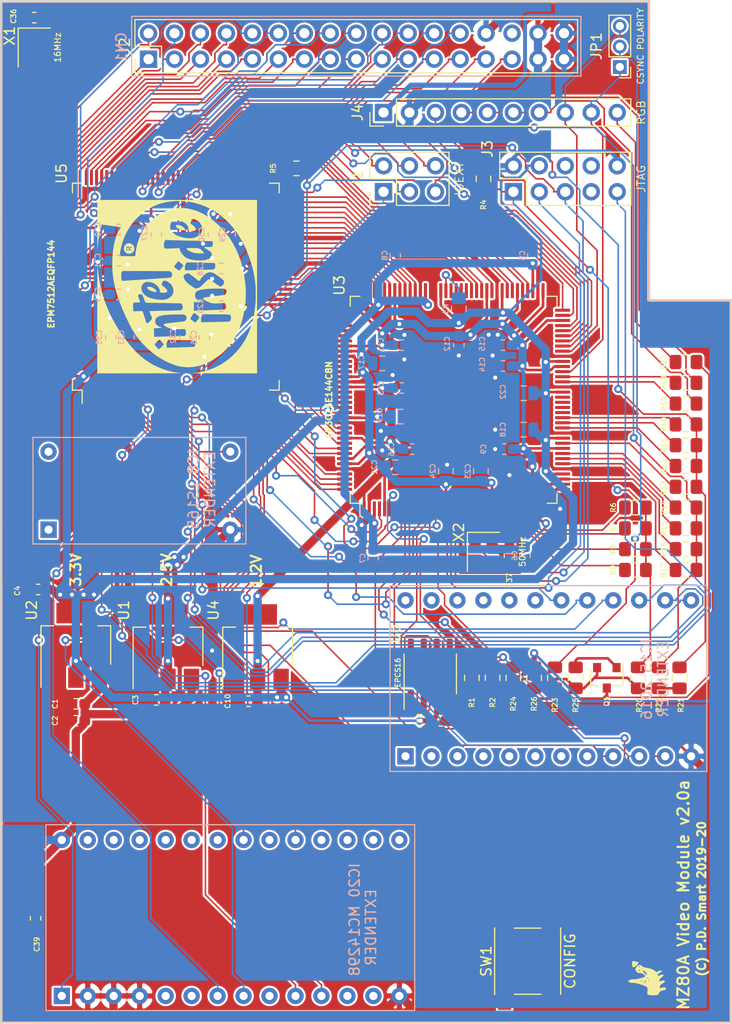
<source format=kicad_pcb>
(kicad_pcb (version 20171130) (host pcbnew "(5.1.2-1)-1")
  (layers (0 F.Cu signal) (31 B.Cu signal) (34 B.Paste user) (35 F.Paste user) (36 B.SilkS user) (37 F.SilkS user) (38 B.Mask user) (39 F.Mask user) (44 Edge.Cuts user))
  (net 0 "")
  (net 1 GNDPWR)
  (net 2 +5V)
  (net 3 "Net-(SK1-Pad21)")
  (net 4 "Net-(SK2-Pad1)")
  (net 5 "Net-(SK3-Pad13)")
  (net 6 "Net-(SK3-Pad12)")
  (net 7 "Net-(SK3-Pad6)")
  (net 8 "Net-(SK3-Pad5)")
  (net 9 "Net-(SK3-Pad15)")
  (net 10 "Net-(U3-Pad13)")
  (net 11 "Net-(U3-Pad12)")
  (net 12 "Net-(JP1-Pad2)")
  (net 13 "Net-(Q1-Pad3)")
  (net 14 "Net-(Q1-Pad2)")
  (net 15 +2V5)
  (net 16 +3V3)
  (net 17 +1V2)
  (net 18 CSYNC)
  (net 19 ~CSYNC~)
  (net 20 "/FPGA and CPLD Module/A13")
  (net 21 "/FPGA and CPLD Module/~IORQ~")
  (net 22 "/FPGA and CPLD Module/A12")
  (net 23 "/FPGA and CPLD Module/~MEM_CS~")
  (net 24 "/FPGA and CPLD Module/A11")
  (net 25 "/FPGA and CPLD Module/A10")
  (net 26 "/FPGA and CPLD Module/A9")
  (net 27 "/FPGA and CPLD Module/A8")
  (net 28 "/FPGA and CPLD Module/A7")
  (net 29 "/FPGA and CPLD Module/A6")
  (net 30 "/FPGA and CPLD Module/A5")
  (net 31 "/FPGA and CPLD Module/A4")
  (net 32 "/FPGA and CPLD Module/A3")
  (net 33 "/FPGA and CPLD Module/A2")
  (net 34 "/FPGA and CPLD Module/A1")
  (net 35 "/FPGA and CPLD Module/A0")
  (net 36 "Net-(J4-Pad7)")
  (net 37 "Net-(J4-Pad6)")
  (net 38 "Net-(J4-Pad5)")
  (net 39 "Net-(J4-Pad3)")
  (net 40 "Net-(Q1-Pad1)")
  (net 41 VGA_B3)
  (net 42 VGA_B2)
  (net 43 VGA_B1)
  (net 44 VGA_B0)
  (net 45 VGA_R3)
  (net 46 VGA_R2)
  (net 47 VGA_R1)
  (net 48 VGA_R0)
  (net 49 VGA_G3)
  (net 50 VGA_G2)
  (net 51 VGA_G1)
  (net 52 VGA_G0)
  (net 53 VGA_HS)
  (net 54 VGA_VS)
  (net 55 "Net-(SK1-Pad20)")
  (net 56 1MHZ_OUT)
  (net 57 2MHZ_OUT)
  (net 58 "Net-(U3-Pad129)")
  (net 59 "Net-(U3-Pad128)")
  (net 60 "Net-(U3-Pad127)")
  (net 61 "Net-(U3-Pad126)")
  (net 62 "/FPGA and CPLD Module/~VMEM_CS~")
  (net 63 "/FPGA and CPLD Module/~VIORQ~")
  (net 64 "/FPGA and CPLD Module/~VRD~")
  (net 65 "Net-(U3-Pad91)")
  (net 66 "Net-(U3-Pad90)")
  (net 67 "Net-(U3-Pad89)")
  (net 68 "/FPGA and CPLD Module/~VCS~")
  (net 69 "/FPGA and CPLD Module/~VGT~")
  (net 70 "/FPGA and CPLD Module/~VWR~")
  (net 71 "/FPGA and CPLD Module/~VRESET~")
  (net 72 "Net-(U3-Pad55)")
  (net 73 "Net-(U3-Pad54)")
  (net 74 "Net-(U3-Pad53)")
  (net 75 "Net-(U3-Pad52)")
  (net 76 "Net-(U3-Pad25)")
  (net 77 "Net-(U3-Pad24)")
  (net 78 "Net-(U3-Pad23)")
  (net 79 "Net-(U3-Pad22)")
  (net 80 "Net-(U3-Pad8)")
  (net 81 "Net-(U3-Pad6)")
  (net 82 "Net-(U5-Pad128)")
  (net 83 "Net-(U5-Pad126)")
  (net 84 SRVIDEO_OUT)
  (net 85 "Net-(X1-Pad1)")
  (net 86 "Net-(X2-Pad1)")
  (net 87 "Net-(U3-Pad15)")
  (net 88 "/FPGA and CPLD Module/~RESET~")
  (net 89 "/FPGA and CPLD Module/~RD~")
  (net 90 "/FPGA and CPLD Module/~CS~")
  (net 91 "/FPGA and CPLD Module/~MB_HBLNK~")
  (net 92 "/FPGA and CPLD Module/~GT~")
  (net 93 "/FPGA and CPLD Module/MB_SYNCH")
  (net 94 "/FPGA and CPLD Module/~WR~")
  (net 95 "/FPGA and CPLD Module/~MB_V-HBLNK~")
  (net 96 "/FPGA and CPLD Module/MB_VIDEO")
  (net 97 "/FPGA and CPLD Module/MB_LOAD")
  (net 98 "/FPGA and CPLD Module/D7")
  (net 99 "/FPGA and CPLD Module/D6")
  (net 100 "/FPGA and CPLD Module/D5")
  (net 101 "/FPGA and CPLD Module/D4")
  (net 102 "/FPGA and CPLD Module/D3")
  (net 103 "/FPGA and CPLD Module/D2")
  (net 104 "/FPGA and CPLD Module/D1")
  (net 105 "/FPGA and CPLD Module/D0")
  (net 106 "Net-(J3-Pad9)")
  (net 107 "Net-(J3-Pad8)")
  (net 108 "Net-(J3-Pad7)")
  (net 109 "Net-(J3-Pad6)")
  (net 110 "Net-(J3-Pad5)")
  (net 111 "Net-(J3-Pad3)")
  (net 112 "Net-(J3-Pad1)")
  (net 113 "Net-(J4-Pad10)")
  (net 114 "Net-(J4-Pad4)")
  (net 115 "Net-(R1-Pad2)")
  (net 116 "Net-(R2-Pad2)")
  (net 117 "Net-(R3-Pad2)")
  (net 118 "Net-(SK1-Pad23)")
  (net 119 VRAMD2)
  (net 120 "Net-(SK1-Pad22)")
  (net 121 VRAMD1)
  (net 122 VRAMD0)
  (net 123 "Net-(SK1-Pad8)")
  (net 124 "Net-(SK1-Pad19)")
  (net 125 "Net-(SK1-Pad7)")
  (net 126 ~VRAM_CS_IN~)
  (net 127 "Net-(SK1-Pad6)")
  (net 128 VRAMD7)
  (net 129 "Net-(SK1-Pad5)")
  (net 130 VRAMD6)
  (net 131 "Net-(SK1-Pad4)")
  (net 132 VRAMD5)
  (net 133 "Net-(SK1-Pad3)")
  (net 134 VRAMD4)
  (net 135 "Net-(SK1-Pad2)")
  (net 136 VRAMD3)
  (net 137 "Net-(SK1-Pad1)")
  (net 138 "Net-(SK3-Pad27)")
  (net 139 "Net-(SK3-Pad26)")
  (net 140 31.5K_OUT)
  (net 141 "Net-(SK3-Pad24)")
  (net 142 SYNCH_OUT)
  (net 143 "Net-(SK3-Pad23)")
  (net 144 "Net-(SK3-Pad9)")
  (net 145 "Net-(SK3-Pad22)")
  (net 146 ~VBLNK_OUT~)
  (net 147 HSY_OUT)
  (net 148 "Net-(SK3-Pad20)")
  (net 149 "Net-(SK3-Pad18)")
  (net 150 "Net-(SK3-Pad17)")
  (net 151 "Net-(SK3-Pad16)")
  (net 152 ~HBLNK_OUT~)
  (net 153 "/FPGA and CPLD Module/VDATA6")
  (net 154 "/FPGA and CPLD Module/VDATA7")
  (net 155 "/FPGA and CPLD Module/VDATA5")
  (net 156 "/FPGA and CPLD Module/VDATA4")
  (net 157 "/FPGA and CPLD Module/VDATA3")
  (net 158 "/FPGA and CPLD Module/VDATA2")
  (net 159 "/FPGA and CPLD Module/VDATA1")
  (net 160 "/FPGA and CPLD Module/VDATA0")
  (net 161 "/FPGA and CPLD Module/VADDR13")
  (net 162 "/FPGA and CPLD Module/VADDR12")
  (net 163 "/FPGA and CPLD Module/VADDR11")
  (net 164 "/FPGA and CPLD Module/VADDR10")
  (net 165 "/FPGA and CPLD Module/VADDR9")
  (net 166 "/FPGA and CPLD Module/VADDR8")
  (net 167 "/FPGA and CPLD Module/VADDR7")
  (net 168 "/FPGA and CPLD Module/VADDR6")
  (net 169 "/FPGA and CPLD Module/VADDR5")
  (net 170 "/FPGA and CPLD Module/VADDR4")
  (net 171 "/FPGA and CPLD Module/VADDR3")
  (net 172 "/FPGA and CPLD Module/VADDR2")
  (net 173 "/FPGA and CPLD Module/VADDR1")
  (net 174 "/FPGA and CPLD Module/VADDR0")
  (net 175 "Net-(U3-Pad88)")
  (net 176 "Net-(U5-Pad143)")
  (net 177 "Net-(U5-Pad142)")
  (net 178 "Net-(U5-Pad141)")
  (net 179 "Net-(U5-Pad140)")
  (net 180 "Net-(U5-Pad139)")
  (net 181 "Net-(U5-Pad138)")
  (net 182 "Net-(U5-Pad137)")
  (net 183 "Net-(U5-Pad136)")
  (net 184 "Net-(U5-Pad134)")
  (net 185 "Net-(U5-Pad133)")
  (net 186 "Net-(U5-Pad132)")
  (net 187 "Net-(U5-Pad131)")
  (net 188 "Net-(U5-Pad26)")
  (net 189 "Net-(U5-Pad25)")
  (net 190 "Net-(U3-Pad11)")
  (net 191 "Net-(U5-Pad5)")
  (net 192 "/FPGA and CPLD Module/~VVRAM_CS_IN~")
  (net 193 "/FPGA and CPLD Module/TBA2")
  (net 194 "/FPGA and CPLD Module/TBA1")
  (net 195 "/FPGA and CPLD Module/TBA0")
  (net 196 "/FPGA and CPLD Module/TBA4")
  (net 197 "/FPGA and CPLD Module/TBA3")
  (net 198 "/FPGA and CPLD Module/TBA5")
  (net 199 "/FPGA and CPLD Module/TBA6")
  (net 200 "/FPGA and CPLD Module/TBA7")
  (net 201 "/FPGA and CPLD Module/TBA8")
  (net 202 "/FPGA and CPLD Module/TBA9")
  (net 203 "Net-(SK2-Pad16)")
  (net 204 "/FPGA and CPLD Module/VSRVIDEO_OUT")
  (net 205 "/FPGA and CPLD Module/~VHBLNK_OUT~")
  (net 206 "/FPGA and CPLD Module/VHSY_OUT")
  (net 207 "/FPGA and CPLD Module/VSYNCH_OUT")
  (net 208 "Net-(J2-Pad30)")
  (net 209 "/FPGA and CPLD Module/~VVBLNK_OUT~")
  (net 210 "Net-(SK1-Pad24)")
  (net 211 "Net-(U3-Pad28)")
  (net 212 "Net-(U5-Pad82)")
  (module Graphic:IntelInside (layer F.Cu) (at 87.757 60.96 90)
    (fp_text reference G*** hide)
    (fp_text value LOGO hide)
  )
  (module Graphic:Argo (layer F.Cu) (at 133.731 128.524 90)
    (fp_text reference G*** hide)
    (fp_text value LOGO hide)
  )
  (module Button_Switch_SMD:SW_SPST_PTS645 (layer F.Cu) (at 122.047 126.873 90)
    (fp_text reference SW1 (at 0 -4.05 90) (layer F.SilkS))
    (fp_text value CONFIG (at 0 4.15 90) (layer F.SilkS))
    (pad 2 smd rect (at 3.98 2.25 90) (size 1.55 1.3) (layers F.Cu F.Paste F.Mask) (net 1 GNDPWR))
    (pad 1 smd rect (at 3.98 -2.25 90) (size 1.55 1.3) (layers F.Cu F.Paste F.Mask) (net 116 "Net-(R2-Pad2)"))
    (pad 1 smd rect (at -3.98 -2.25 90) (size 1.55 1.3) (layers F.Cu F.Paste F.Mask) (net 116 "Net-(R2-Pad2)"))
    (pad 2 smd rect (at -3.98 2.25 90) (size 1.55 1.3) (layers F.Cu F.Paste F.Mask) (net 1 GNDPWR))
  )
  (module Package_TO_SOT_SMD:SOT-23 (layer F.Cu) (at 129.794 99.187 270)
    (fp_text reference Q1 (at 2.286 0 90) (layer F.SilkS) (effects (font (size 0.5 0.5) (thickness 0.1))))
    (fp_text value BC858 hide)
    (pad 3 smd rect (at 1 0 270) (size 0.9 0.8) (layers F.Cu F.Paste F.Mask) (net 13 "Net-(Q1-Pad3)"))
    (pad 2 smd rect (at -1 0.95 270) (size 0.9 0.8) (layers F.Cu F.Paste F.Mask) (net 14 "Net-(Q1-Pad2)"))
    (pad 1 smd rect (at -1 -0.95 270) (size 0.9 0.8) (layers F.Cu F.Paste F.Mask) (net 40 "Net-(Q1-Pad1)"))
  )
  (module Connector_PinHeader_2.54mm:PinHeader_1x10_P2.54mm_Vertical (layer F.Cu) (at 107.95 43.942 90)
    (fp_text reference J4 (at 0 -2.54 90) (layer F.SilkS))
    (fp_text value RGB (at 0 25.19 90) (layer F.SilkS) (effects (font (size 0.8 0.8) (thickness 0.1))))
    (pad 10 thru_hole oval (at 0 22.86 90) (size 1.7 1.7) (drill 1) (layers *.Cu *.Mask) (net 113 "Net-(J4-Pad10)"))
    (pad 9 thru_hole oval (at 0 20.32 90) (size 1.7 1.7) (drill 1) (layers *.Cu *.Mask) (net 18 CSYNC))
    (pad 8 thru_hole oval (at 0 17.78 90) (size 1.7 1.7) (drill 1) (layers *.Cu *.Mask) (net 19 ~CSYNC~))
    (pad 7 thru_hole oval (at 0 15.24 90) (size 1.7 1.7) (drill 1) (layers *.Cu *.Mask) (net 36 "Net-(J4-Pad7)"))
    (pad 6 thru_hole oval (at 0 12.7 90) (size 1.7 1.7) (drill 1) (layers *.Cu *.Mask) (net 37 "Net-(J4-Pad6)"))
    (pad 5 thru_hole oval (at 0 10.16 90) (size 1.7 1.7) (drill 1) (layers *.Cu *.Mask) (net 38 "Net-(J4-Pad5)"))
    (pad 4 thru_hole oval (at 0 7.62 90) (size 1.7 1.7) (drill 1) (layers *.Cu *.Mask) (net 114 "Net-(J4-Pad4)"))
    (pad 3 thru_hole oval (at 0 5.08 90) (size 1.7 1.7) (drill 1) (layers *.Cu *.Mask) (net 39 "Net-(J4-Pad3)"))
    (pad 2 thru_hole oval (at 0 2.54 90) (size 1.7 1.7) (drill 1) (layers *.Cu *.Mask) (net 1 GNDPWR))
    (pad 1 thru_hole rect (at 0 0 90) (size 1.7 1.7) (drill 1) (layers *.Cu *.Mask) (net 2 +5V))
  )
  (module Connector_PinHeader_2.54mm:PinHeader_2x05_P2.54mm_Vertical (layer F.Cu) (at 120.65 51.689 90)
    (fp_text reference J3 (at 4.191 -2.54 90) (layer F.SilkS))
    (fp_text value JTAG (at 1.27 12.49 90) (layer F.SilkS) (effects (font (size 0.8 0.8) (thickness 0.1))))
    (pad 10 thru_hole oval (at 2.54 10.16 90) (size 1.7 1.7) (drill 1) (layers *.Cu *.Mask) (net 1 GNDPWR))
    (pad 9 thru_hole oval (at 0 10.16 90) (size 1.7 1.7) (drill 1) (layers *.Cu *.Mask) (net 106 "Net-(J3-Pad9)"))
    (pad 8 thru_hole oval (at 2.54 7.62 90) (size 1.7 1.7) (drill 1) (layers *.Cu *.Mask) (net 107 "Net-(J3-Pad8)"))
    (pad 7 thru_hole oval (at 0 7.62 90) (size 1.7 1.7) (drill 1) (layers *.Cu *.Mask) (net 108 "Net-(J3-Pad7)"))
    (pad 6 thru_hole oval (at 2.54 5.08 90) (size 1.7 1.7) (drill 1) (layers *.Cu *.Mask) (net 109 "Net-(J3-Pad6)"))
    (pad 5 thru_hole oval (at 0 5.08 90) (size 1.7 1.7) (drill 1) (layers *.Cu *.Mask) (net 110 "Net-(J3-Pad5)"))
    (pad 4 thru_hole oval (at 2.54 2.54 90) (size 1.7 1.7) (drill 1) (layers *.Cu *.Mask) (net 16 +3V3))
    (pad 3 thru_hole oval (at 0 2.54 90) (size 1.7 1.7) (drill 1) (layers *.Cu *.Mask) (net 111 "Net-(J3-Pad3)"))
    (pad 2 thru_hole oval (at 2.54 0 90) (size 1.7 1.7) (drill 1) (layers *.Cu *.Mask) (net 1 GNDPWR))
    (pad 1 thru_hole rect (at 0 0 90) (size 1.7 1.7) (drill 1) (layers *.Cu *.Mask) (net 112 "Net-(J3-Pad1)"))
  )
  (module Connector_PinHeader_2.54mm:PinHeader_2x17_P2.54mm_Vertical (layer F.Cu) (at 84.963 38.735 90)
    (fp_text reference J2 (at 1.27 -2.33 90) (layer F.SilkS))
    (fp_text value "M/Board CN" hide)
    (pad 34 thru_hole oval (at 2.54 40.64 90) (size 1.7 1.7) (drill 1) (layers *.Cu *.Mask) (net 2 +5V))
    (pad 33 thru_hole oval (at 0 40.64 90) (size 1.7 1.7) (drill 1) (layers *.Cu *.Mask) (net 2 +5V))
    (pad 32 thru_hole oval (at 2.54 38.1 90) (size 1.7 1.7) (drill 1) (layers *.Cu *.Mask) (net 1 GNDPWR))
    (pad 31 thru_hole oval (at 0 38.1 90) (size 1.7 1.7) (drill 1) (layers *.Cu *.Mask) (net 1 GNDPWR))
    (pad 30 thru_hole oval (at 2.54 35.56 90) (size 1.7 1.7) (drill 1) (layers *.Cu *.Mask) (net 208 "Net-(J2-Pad30)"))
    (pad 29 thru_hole oval (at 0 35.56 90) (size 1.7 1.7) (drill 1) (layers *.Cu *.Mask) (net 89 "/FPGA and CPLD Module/~RD~"))
    (pad 28 thru_hole oval (at 2.54 33.02 90) (size 1.7 1.7) (drill 1) (layers *.Cu *.Mask) (net 1 GNDPWR))
    (pad 27 thru_hole oval (at 0 33.02 90) (size 1.7 1.7) (drill 1) (layers *.Cu *.Mask) (net 90 "/FPGA and CPLD Module/~CS~"))
    (pad 26 thru_hole oval (at 2.54 30.48 90) (size 1.7 1.7) (drill 1) (layers *.Cu *.Mask) (net 91 "/FPGA and CPLD Module/~MB_HBLNK~"))
    (pad 25 thru_hole oval (at 0 30.48 90) (size 1.7 1.7) (drill 1) (layers *.Cu *.Mask) (net 92 "/FPGA and CPLD Module/~GT~"))
    (pad 24 thru_hole oval (at 2.54 27.94 90) (size 1.7 1.7) (drill 1) (layers *.Cu *.Mask) (net 93 "/FPGA and CPLD Module/MB_SYNCH"))
    (pad 23 thru_hole oval (at 0 27.94 90) (size 1.7 1.7) (drill 1) (layers *.Cu *.Mask) (net 94 "/FPGA and CPLD Module/~WR~"))
    (pad 22 thru_hole oval (at 2.54 25.4 90) (size 1.7 1.7) (drill 1) (layers *.Cu *.Mask) (net 95 "/FPGA and CPLD Module/~MB_V-HBLNK~"))
    (pad 21 thru_hole oval (at 0 25.4 90) (size 1.7 1.7) (drill 1) (layers *.Cu *.Mask) (net 25 "/FPGA and CPLD Module/A10"))
    (pad 20 thru_hole oval (at 2.54 22.86 90) (size 1.7 1.7) (drill 1) (layers *.Cu *.Mask) (net 96 "/FPGA and CPLD Module/MB_VIDEO"))
    (pad 19 thru_hole oval (at 0 22.86 90) (size 1.7 1.7) (drill 1) (layers *.Cu *.Mask) (net 26 "/FPGA and CPLD Module/A9"))
    (pad 18 thru_hole oval (at 2.54 20.32 90) (size 1.7 1.7) (drill 1) (layers *.Cu *.Mask) (net 97 "/FPGA and CPLD Module/MB_LOAD"))
    (pad 17 thru_hole oval (at 0 20.32 90) (size 1.7 1.7) (drill 1) (layers *.Cu *.Mask) (net 27 "/FPGA and CPLD Module/A8"))
    (pad 16 thru_hole oval (at 2.54 17.78 90) (size 1.7 1.7) (drill 1) (layers *.Cu *.Mask) (net 98 "/FPGA and CPLD Module/D7"))
    (pad 15 thru_hole oval (at 0 17.78 90) (size 1.7 1.7) (drill 1) (layers *.Cu *.Mask) (net 28 "/FPGA and CPLD Module/A7"))
    (pad 14 thru_hole oval (at 2.54 15.24 90) (size 1.7 1.7) (drill 1) (layers *.Cu *.Mask) (net 99 "/FPGA and CPLD Module/D6"))
    (pad 13 thru_hole oval (at 0 15.24 90) (size 1.7 1.7) (drill 1) (layers *.Cu *.Mask) (net 29 "/FPGA and CPLD Module/A6"))
    (pad 12 thru_hole oval (at 2.54 12.7 90) (size 1.7 1.7) (drill 1) (layers *.Cu *.Mask) (net 100 "/FPGA and CPLD Module/D5"))
    (pad 11 thru_hole oval (at 0 12.7 90) (size 1.7 1.7) (drill 1) (layers *.Cu *.Mask) (net 30 "/FPGA and CPLD Module/A5"))
    (pad 10 thru_hole oval (at 2.54 10.16 90) (size 1.7 1.7) (drill 1) (layers *.Cu *.Mask) (net 101 "/FPGA and CPLD Module/D4"))
    (pad 9 thru_hole oval (at 0 10.16 90) (size 1.7 1.7) (drill 1) (layers *.Cu *.Mask) (net 31 "/FPGA and CPLD Module/A4"))
    (pad 8 thru_hole oval (at 2.54 7.62 90) (size 1.7 1.7) (drill 1) (layers *.Cu *.Mask) (net 102 "/FPGA and CPLD Module/D3"))
    (pad 7 thru_hole oval (at 0 7.62 90) (size 1.7 1.7) (drill 1) (layers *.Cu *.Mask) (net 32 "/FPGA and CPLD Module/A3"))
    (pad 6 thru_hole oval (at 2.54 5.08 90) (size 1.7 1.7) (drill 1) (layers *.Cu *.Mask) (net 103 "/FPGA and CPLD Module/D2"))
    (pad 5 thru_hole oval (at 0 5.08 90) (size 1.7 1.7) (drill 1) (layers *.Cu *.Mask) (net 33 "/FPGA and CPLD Module/A2"))
    (pad 4 thru_hole oval (at 2.54 2.54 90) (size 1.7 1.7) (drill 1) (layers *.Cu *.Mask) (net 104 "/FPGA and CPLD Module/D1"))
    (pad 3 thru_hole oval (at 0 2.54 90) (size 1.7 1.7) (drill 1) (layers *.Cu *.Mask) (net 34 "/FPGA and CPLD Module/A1"))
    (pad 2 thru_hole oval (at 2.54 0 90) (size 1.7 1.7) (drill 1) (layers *.Cu *.Mask) (net 105 "/FPGA and CPLD Module/D0"))
    (pad 1 thru_hole rect (at 0 0 90) (size 1.7 1.7) (drill 1) (layers *.Cu *.Mask) (net 35 "/FPGA and CPLD Module/A0"))
  )
  (module Connector_PinHeader_2.54mm:PinHeader_2x03_P2.54mm_Vertical (layer F.Cu) (at 107.95 51.689 90)
    (fp_text reference J1 (at 1.27 -2.54 90) (layer F.SilkS))
    (fp_text value IOEXT (at 1.27 7.41 90) (layer F.SilkS) (effects (font (size 0.8 0.8) (thickness 0.1))))
    (pad 6 thru_hole oval (at 2.54 5.08 90) (size 1.7 1.7) (drill 1) (layers *.Cu *.Mask) (net 88 "/FPGA and CPLD Module/~RESET~"))
    (pad 5 thru_hole oval (at 0 5.08 90) (size 1.7 1.7) (drill 1) (layers *.Cu *.Mask) (net 20 "/FPGA and CPLD Module/A13"))
    (pad 4 thru_hole oval (at 2.54 2.54 90) (size 1.7 1.7) (drill 1) (layers *.Cu *.Mask) (net 21 "/FPGA and CPLD Module/~IORQ~"))
    (pad 3 thru_hole oval (at 0 2.54 90) (size 1.7 1.7) (drill 1) (layers *.Cu *.Mask) (net 22 "/FPGA and CPLD Module/A12"))
    (pad 2 thru_hole oval (at 2.54 0 90) (size 1.7 1.7) (drill 1) (layers *.Cu *.Mask) (net 23 "/FPGA and CPLD Module/~MEM_CS~"))
    (pad 1 thru_hole rect (at 0 0 90) (size 1.7 1.7) (drill 1) (layers *.Cu *.Mask) (net 24 "/FPGA and CPLD Module/A11"))
  )
  (module Package_QFP:EQFP-144-1EP_20x20mm_P0.5mm_EP6.61x5.615mm (layer F.Cu) (at 114.804 72.0145 90)
    (fp_text reference U3 (at 11.1815 -11.172 90) (layer F.SilkS))
    (fp_text value EP3C25E144C8N (at 0.0055 -12.188 90) (layer F.SilkS) (effects (font (size 0.6 0.6))))
    (pad 145 smd roundrect (at 0 0 90) (size 6.61 5.615) (layers F.Cu F.Mask) (roundrect_rratio 0.045))
    (pad 1 smd roundrect (at -10.6625 -8.75 90) (size 1.475 0.3) (layers F.Cu F.Paste F.Mask) (net 17 +1V2))
    (pad 2 smd roundrect (at -10.6625 -8.25 90) (size 1.475 0.3) (layers F.Cu F.Paste F.Mask) (net 1 GNDPWR))
    (pad 3 smd roundrect (at -10.6625 -7.75 90) (size 1.475 0.3) (layers F.Cu F.Paste F.Mask) (net 15 +2V5))
    (pad 4 smd roundrect (at -10.6625 -7.25 90) (size 1.475 0.3) (layers F.Cu F.Paste F.Mask) (net 174 "/FPGA and CPLD Module/VADDR0"))
    (pad 5 smd roundrect (at -10.6625 -6.75 90) (size 1.475 0.3) (layers F.Cu F.Paste F.Mask) (net 17 +1V2))
    (pad 6 smd roundrect (at -10.6625 -6.25 90) (size 1.475 0.3) (layers F.Cu F.Paste F.Mask) (net 81 "Net-(U3-Pad6)"))
    (pad 7 smd roundrect (at -10.6625 -5.75 90) (size 1.475 0.3) (layers F.Cu F.Paste F.Mask) (net 173 "/FPGA and CPLD Module/VADDR1"))
    (pad 8 smd roundrect (at -10.6625 -5.25 90) (size 1.475 0.3) (layers F.Cu F.Paste F.Mask) (net 80 "Net-(U3-Pad8)"))
    (pad 9 smd roundrect (at -10.6625 -4.75 90) (size 1.475 0.3) (layers F.Cu F.Paste F.Mask) (net 115 "Net-(R1-Pad2)"))
    (pad 10 smd roundrect (at -10.6625 -4.25 90) (size 1.475 0.3) (layers F.Cu F.Paste F.Mask) (net 192 "/FPGA and CPLD Module/~VVRAM_CS_IN~"))
    (pad 11 smd roundrect (at -10.6625 -3.75 90) (size 1.475 0.3) (layers F.Cu F.Paste F.Mask) (net 190 "Net-(U3-Pad11)"))
    (pad 12 smd roundrect (at -10.6625 -3.25 90) (size 1.475 0.3) (layers F.Cu F.Paste F.Mask) (net 11 "Net-(U3-Pad12)"))
    (pad 13 smd roundrect (at -10.6625 -2.75 90) (size 1.475 0.3) (layers F.Cu F.Paste F.Mask) (net 10 "Net-(U3-Pad13)"))
    (pad 14 smd roundrect (at -10.6625 -2.25 90) (size 1.475 0.3) (layers F.Cu F.Paste F.Mask) (net 116 "Net-(R2-Pad2)"))
    (pad 15 smd roundrect (at -10.6625 -1.75 90) (size 1.475 0.3) (layers F.Cu F.Paste F.Mask) (net 87 "Net-(U3-Pad15)"))
    (pad 16 smd roundrect (at -10.6625 -1.25 90) (size 1.475 0.3) (layers F.Cu F.Paste F.Mask) (net 112 "Net-(J3-Pad1)"))
    (pad 17 smd roundrect (at -10.6625 -0.75 90) (size 1.475 0.3) (layers F.Cu F.Paste F.Mask) (net 16 +3V3))
    (pad 18 smd roundrect (at -10.6625 -0.25 90) (size 1.475 0.3) (layers F.Cu F.Paste F.Mask) (net 110 "Net-(J3-Pad5)"))
    (pad 19 smd roundrect (at -10.6625 0.25 90) (size 1.475 0.3) (layers F.Cu F.Paste F.Mask) (net 1 GNDPWR))
    (pad 20 smd roundrect (at -10.6625 0.75 90) (size 1.475 0.3) (layers F.Cu F.Paste F.Mask) (net 111 "Net-(J3-Pad3)"))
    (pad 21 smd roundrect (at -10.6625 1.25 90) (size 1.475 0.3) (layers F.Cu F.Paste F.Mask) (net 1 GNDPWR))
    (pad 22 smd roundrect (at -10.6625 1.75 90) (size 1.475 0.3) (layers F.Cu F.Paste F.Mask) (net 79 "Net-(U3-Pad22)"))
    (pad 23 smd roundrect (at -10.6625 2.25 90) (size 1.475 0.3) (layers F.Cu F.Paste F.Mask) (net 78 "Net-(U3-Pad23)"))
    (pad 24 smd roundrect (at -10.6625 2.75 90) (size 1.475 0.3) (layers F.Cu F.Paste F.Mask) (net 77 "Net-(U3-Pad24)"))
    (pad 25 smd roundrect (at -10.6625 3.25 90) (size 1.475 0.3) (layers F.Cu F.Paste F.Mask) (net 76 "Net-(U3-Pad25)"))
    (pad 26 smd roundrect (at -10.6625 3.75 90) (size 1.475 0.3) (layers F.Cu F.Paste F.Mask) (net 16 +3V3))
    (pad 27 smd roundrect (at -10.6625 4.25 90) (size 1.475 0.3) (layers F.Cu F.Paste F.Mask) (net 1 GNDPWR))
    (pad 28 smd roundrect (at -10.6625 4.75 90) (size 1.475 0.3) (layers F.Cu F.Paste F.Mask) (net 211 "Net-(U3-Pad28)"))
    (pad 29 smd roundrect (at -10.6625 5.25 90) (size 1.475 0.3) (layers F.Cu F.Paste F.Mask) (net 17 +1V2))
    (pad 30 smd roundrect (at -10.6625 5.75 90) (size 1.475 0.3) (layers F.Cu F.Paste F.Mask) (net 44 VGA_B0))
    (pad 31 smd roundrect (at -10.6625 6.25 90) (size 1.475 0.3) (layers F.Cu F.Paste F.Mask) (net 43 VGA_B1))
    (pad 32 smd roundrect (at -10.6625 6.75 90) (size 1.475 0.3) (layers F.Cu F.Paste F.Mask) (net 42 VGA_B2))
    (pad 33 smd roundrect (at -10.6625 7.25 90) (size 1.475 0.3) (layers F.Cu F.Paste F.Mask) (net 41 VGA_B3))
    (pad 34 smd roundrect (at -10.6625 7.75 90) (size 1.475 0.3) (layers F.Cu F.Paste F.Mask) (net 17 +1V2))
    (pad 35 smd roundrect (at -10.6625 8.25 90) (size 1.475 0.3) (layers F.Cu F.Paste F.Mask) (net 15 +2V5))
    (pad 36 smd roundrect (at -10.6625 8.75 90) (size 1.475 0.3) (layers F.Cu F.Paste F.Mask) (net 1 GNDPWR))
    (pad 37 smd roundrect (at -8.75 10.6625 90) (size 0.3 1.475) (layers F.Cu F.Paste F.Mask) (net 17 +1V2))
    (pad 38 smd roundrect (at -8.25 10.6625 90) (size 0.3 1.475) (layers F.Cu F.Paste F.Mask) (net 17 +1V2))
    (pad 39 smd roundrect (at -7.75 10.6625 90) (size 0.3 1.475) (layers F.Cu F.Paste F.Mask) (net 52 VGA_G0))
    (pad 40 smd roundrect (at -7.25 10.6625 90) (size 0.3 1.475) (layers F.Cu F.Paste F.Mask) (net 16 +3V3))
    (pad 41 smd roundrect (at -6.75 10.6625 90) (size 0.3 1.475) (layers F.Cu F.Paste F.Mask) (net 1 GNDPWR))
    (pad 42 smd roundrect (at -6.25 10.6625 90) (size 0.3 1.475) (layers F.Cu F.Paste F.Mask) (net 51 VGA_G1))
    (pad 43 smd roundrect (at -5.75 10.6625 90) (size 0.3 1.475) (layers F.Cu F.Paste F.Mask) (net 50 VGA_G2))
    (pad 44 smd roundrect (at -5.25 10.6625 90) (size 0.3 1.475) (layers F.Cu F.Paste F.Mask) (net 49 VGA_G3))
    (pad 45 smd roundrect (at -4.75 10.6625 90) (size 0.3 1.475) (layers F.Cu F.Paste F.Mask) (net 17 +1V2))
    (pad 46 smd roundrect (at -4.25 10.6625 90) (size 0.3 1.475) (layers F.Cu F.Paste F.Mask) (net 48 VGA_R0))
    (pad 47 smd roundrect (at -3.75 10.6625 90) (size 0.3 1.475) (layers F.Cu F.Paste F.Mask) (net 16 +3V3))
    (pad 48 smd roundrect (at -3.25 10.6625 90) (size 0.3 1.475) (layers F.Cu F.Paste F.Mask) (net 1 GNDPWR))
    (pad 49 smd roundrect (at -2.75 10.6625 90) (size 0.3 1.475) (layers F.Cu F.Paste F.Mask) (net 47 VGA_R1))
    (pad 50 smd roundrect (at -2.25 10.6625 90) (size 0.3 1.475) (layers F.Cu F.Paste F.Mask) (net 46 VGA_R2))
    (pad 51 smd roundrect (at -1.75 10.6625 90) (size 0.3 1.475) (layers F.Cu F.Paste F.Mask) (net 45 VGA_R3))
    (pad 52 smd roundrect (at -1.25 10.6625 90) (size 0.3 1.475) (layers F.Cu F.Paste F.Mask) (net 75 "Net-(U3-Pad52)"))
    (pad 53 smd roundrect (at -0.75 10.6625 90) (size 0.3 1.475) (layers F.Cu F.Paste F.Mask) (net 74 "Net-(U3-Pad53)"))
    (pad 54 smd roundrect (at -0.25 10.6625 90) (size 0.3 1.475) (layers F.Cu F.Paste F.Mask) (net 73 "Net-(U3-Pad54)"))
    (pad 55 smd roundrect (at 0.25 10.6625 90) (size 0.3 1.475) (layers F.Cu F.Paste F.Mask) (net 72 "Net-(U3-Pad55)"))
    (pad 56 smd roundrect (at 0.75 10.6625 90) (size 0.3 1.475) (layers F.Cu F.Paste F.Mask) (net 16 +3V3))
    (pad 57 smd roundrect (at 1.25 10.6625 90) (size 0.3 1.475) (layers F.Cu F.Paste F.Mask) (net 1 GNDPWR))
    (pad 58 smd roundrect (at 1.75 10.6625 90) (size 0.3 1.475) (layers F.Cu F.Paste F.Mask) (net 54 VGA_VS))
    (pad 59 smd roundrect (at 2.25 10.6625 90) (size 0.3 1.475) (layers F.Cu F.Paste F.Mask) (net 53 VGA_HS))
    (pad 60 smd roundrect (at 2.75 10.6625 90) (size 0.3 1.475) (layers F.Cu F.Paste F.Mask) (net 18 CSYNC))
    (pad 61 smd roundrect (at 3.25 10.6625 90) (size 0.3 1.475) (layers F.Cu F.Paste F.Mask) (net 17 +1V2))
    (pad 62 smd roundrect (at 3.75 10.6625 90) (size 0.3 1.475) (layers F.Cu F.Paste F.Mask) (net 16 +3V3))
    (pad 63 smd roundrect (at 4.25 10.6625 90) (size 0.3 1.475) (layers F.Cu F.Paste F.Mask) (net 1 GNDPWR))
    (pad 64 smd roundrect (at 4.75 10.6625 90) (size 0.3 1.475) (layers F.Cu F.Paste F.Mask) (net 19 ~CSYNC~))
    (pad 65 smd roundrect (at 5.25 10.6625 90) (size 0.3 1.475) (layers F.Cu F.Paste F.Mask) (net 204 "/FPGA and CPLD Module/VSRVIDEO_OUT"))
    (pad 66 smd roundrect (at 5.75 10.6625 90) (size 0.3 1.475) (layers F.Cu F.Paste F.Mask) (net 205 "/FPGA and CPLD Module/~VHBLNK_OUT~"))
    (pad 67 smd roundrect (at 6.25 10.6625 90) (size 0.3 1.475) (layers F.Cu F.Paste F.Mask) (net 206 "/FPGA and CPLD Module/VHSY_OUT"))
    (pad 68 smd roundrect (at 6.75 10.6625 90) (size 0.3 1.475) (layers F.Cu F.Paste F.Mask) (net 207 "/FPGA and CPLD Module/VSYNCH_OUT"))
    (pad 69 smd roundrect (at 7.25 10.6625 90) (size 0.3 1.475) (layers F.Cu F.Paste F.Mask) (net 209 "/FPGA and CPLD Module/~VVBLNK_OUT~"))
    (pad 70 smd roundrect (at 7.75 10.6625 90) (size 0.3 1.475) (layers F.Cu F.Paste F.Mask) (net 17 +1V2))
    (pad 71 smd roundrect (at 8.25 10.6625 90) (size 0.3 1.475) (layers F.Cu F.Paste F.Mask) (net 202 "/FPGA and CPLD Module/TBA9"))
    (pad 72 smd roundrect (at 8.75 10.6625 90) (size 0.3 1.475) (layers F.Cu F.Paste F.Mask) (net 201 "/FPGA and CPLD Module/TBA8"))
    (pad 73 smd roundrect (at 10.6625 8.75 90) (size 1.475 0.3) (layers F.Cu F.Paste F.Mask) (net 17 +1V2))
    (pad 74 smd roundrect (at 10.6625 8.25 90) (size 1.475 0.3) (layers F.Cu F.Paste F.Mask) (net 1 GNDPWR))
    (pad 75 smd roundrect (at 10.6625 7.75 90) (size 1.475 0.3) (layers F.Cu F.Paste F.Mask) (net 15 +2V5))
    (pad 76 smd roundrect (at 10.6625 7.25 90) (size 1.475 0.3) (layers F.Cu F.Paste F.Mask) (net 200 "/FPGA and CPLD Module/TBA7"))
    (pad 77 smd roundrect (at 10.6625 6.75 90) (size 1.475 0.3) (layers F.Cu F.Paste F.Mask) (net 199 "/FPGA and CPLD Module/TBA6"))
    (pad 78 smd roundrect (at 10.6625 6.25 90) (size 1.475 0.3) (layers F.Cu F.Paste F.Mask) (net 17 +1V2))
    (pad 79 smd roundrect (at 10.6625 5.75 90) (size 1.475 0.3) (layers F.Cu F.Paste F.Mask) (net 198 "/FPGA and CPLD Module/TBA5"))
    (pad 80 smd roundrect (at 10.6625 5.25 90) (size 1.475 0.3) (layers F.Cu F.Paste F.Mask) (net 196 "/FPGA and CPLD Module/TBA4"))
    (pad 81 smd roundrect (at 10.6625 4.75 90) (size 1.475 0.3) (layers F.Cu F.Paste F.Mask) (net 16 +3V3))
    (pad 82 smd roundrect (at 10.6625 4.25 90) (size 1.475 0.3) (layers F.Cu F.Paste F.Mask) (net 1 GNDPWR))
    (pad 83 smd roundrect (at 10.6625 3.75 90) (size 1.475 0.3) (layers F.Cu F.Paste F.Mask) (net 197 "/FPGA and CPLD Module/TBA3"))
    (pad 84 smd roundrect (at 10.6625 3.25 90) (size 1.475 0.3) (layers F.Cu F.Paste F.Mask) (net 17 +1V2))
    (pad 85 smd roundrect (at 10.6625 2.75 90) (size 1.475 0.3) (layers F.Cu F.Paste F.Mask) (net 193 "/FPGA and CPLD Module/TBA2"))
    (pad 86 smd roundrect (at 10.6625 2.25 90) (size 1.475 0.3) (layers F.Cu F.Paste F.Mask) (net 194 "/FPGA and CPLD Module/TBA1"))
    (pad 87 smd roundrect (at 10.6625 1.75 90) (size 1.475 0.3) (layers F.Cu F.Paste F.Mask) (net 195 "/FPGA and CPLD Module/TBA0"))
    (pad 88 smd roundrect (at 10.6625 1.25 90) (size 1.475 0.3) (layers F.Cu F.Paste F.Mask) (net 175 "Net-(U3-Pad88)"))
    (pad 89 smd roundrect (at 10.6625 0.75 90) (size 1.475 0.3) (layers F.Cu F.Paste F.Mask) (net 67 "Net-(U3-Pad89)"))
    (pad 90 smd roundrect (at 10.6625 0.25 90) (size 1.475 0.3) (layers F.Cu F.Paste F.Mask) (net 66 "Net-(U3-Pad90)"))
    (pad 91 smd roundrect (at 10.6625 -0.25 90) (size 1.475 0.3) (layers F.Cu F.Paste F.Mask) (net 65 "Net-(U3-Pad91)"))
    (pad 92 smd roundrect (at 10.6625 -0.75 90) (size 1.475 0.3) (layers F.Cu F.Paste F.Mask) (net 117 "Net-(R3-Pad2)"))
    (pad 93 smd roundrect (at 10.6625 -1.25 90) (size 1.475 0.3) (layers F.Cu F.Paste F.Mask) (net 16 +3V3))
    (pad 94 smd roundrect (at 10.6625 -1.75 90) (size 1.475 0.3) (layers F.Cu F.Paste F.Mask) (net 1 GNDPWR))
    (pad 95 smd roundrect (at 10.6625 -2.25 90) (size 1.475 0.3) (layers F.Cu F.Paste F.Mask) (net 1 GNDPWR))
    (pad 96 smd roundrect (at 10.6625 -2.75 90) (size 1.475 0.3) (layers F.Cu F.Paste F.Mask) (net 15 +2V5))
    (pad 97 smd roundrect (at 10.6625 -3.25 90) (size 1.475 0.3) (layers F.Cu F.Paste F.Mask) (net 1 GNDPWR))
    (pad 98 smd roundrect (at 10.6625 -3.75 90) (size 1.475 0.3) (layers F.Cu F.Paste F.Mask) (net 160 "/FPGA and CPLD Module/VDATA0"))
    (pad 99 smd roundrect (at 10.6625 -4.25 90) (size 1.475 0.3) (layers F.Cu F.Paste F.Mask) (net 159 "/FPGA and CPLD Module/VDATA1"))
    (pad 100 smd roundrect (at 10.6625 -4.75 90) (size 1.475 0.3) (layers F.Cu F.Paste F.Mask) (net 158 "/FPGA and CPLD Module/VDATA2"))
    (pad 101 smd roundrect (at 10.6625 -5.25 90) (size 1.475 0.3) (layers F.Cu F.Paste F.Mask) (net 157 "/FPGA and CPLD Module/VDATA3"))
    (pad 102 smd roundrect (at 10.6625 -5.75 90) (size 1.475 0.3) (layers F.Cu F.Paste F.Mask) (net 17 +1V2))
    (pad 103 smd roundrect (at 10.6625 -6.25 90) (size 1.475 0.3) (layers F.Cu F.Paste F.Mask) (net 156 "/FPGA and CPLD Module/VDATA4"))
    (pad 104 smd roundrect (at 10.6625 -6.75 90) (size 1.475 0.3) (layers F.Cu F.Paste F.Mask) (net 155 "/FPGA and CPLD Module/VDATA5"))
    (pad 105 smd roundrect (at 10.6625 -7.25 90) (size 1.475 0.3) (layers F.Cu F.Paste F.Mask) (net 153 "/FPGA and CPLD Module/VDATA6"))
    (pad 106 smd roundrect (at 10.6625 -7.75 90) (size 1.475 0.3) (layers F.Cu F.Paste F.Mask) (net 154 "/FPGA and CPLD Module/VDATA7"))
    (pad 107 smd roundrect (at 10.6625 -8.25 90) (size 1.475 0.3) (layers F.Cu F.Paste F.Mask) (net 15 +2V5))
    (pad 108 smd roundrect (at 10.6625 -8.75 90) (size 1.475 0.3) (layers F.Cu F.Paste F.Mask) (net 1 GNDPWR))
    (pad 109 smd roundrect (at 8.75 -10.6625 90) (size 0.3 1.475) (layers F.Cu F.Paste F.Mask) (net 17 +1V2))
    (pad 110 smd roundrect (at 8.25 -10.6625 90) (size 0.3 1.475) (layers F.Cu F.Paste F.Mask) (net 71 "/FPGA and CPLD Module/~VRESET~"))
    (pad 111 smd roundrect (at 7.75 -10.6625 90) (size 0.3 1.475) (layers F.Cu F.Paste F.Mask) (net 70 "/FPGA and CPLD Module/~VWR~"))
    (pad 112 smd roundrect (at 7.25 -10.6625 90) (size 0.3 1.475) (layers F.Cu F.Paste F.Mask) (net 69 "/FPGA and CPLD Module/~VGT~"))
    (pad 113 smd roundrect (at 6.75 -10.6625 90) (size 0.3 1.475) (layers F.Cu F.Paste F.Mask) (net 68 "/FPGA and CPLD Module/~VCS~"))
    (pad 114 smd roundrect (at 6.25 -10.6625 90) (size 0.3 1.475) (layers F.Cu F.Paste F.Mask) (net 64 "/FPGA and CPLD Module/~VRD~"))
    (pad 115 smd roundrect (at 5.75 -10.6625 90) (size 0.3 1.475) (layers F.Cu F.Paste F.Mask) (net 63 "/FPGA and CPLD Module/~VIORQ~"))
    (pad 116 smd roundrect (at 5.25 -10.6625 90) (size 0.3 1.475) (layers F.Cu F.Paste F.Mask) (net 17 +1V2))
    (pad 117 smd roundrect (at 4.75 -10.6625 90) (size 0.3 1.475) (layers F.Cu F.Paste F.Mask) (net 16 +3V3))
    (pad 118 smd roundrect (at 4.25 -10.6625 90) (size 0.3 1.475) (layers F.Cu F.Paste F.Mask) (net 1 GNDPWR))
    (pad 119 smd roundrect (at 3.75 -10.6625 90) (size 0.3 1.475) (layers F.Cu F.Paste F.Mask) (net 62 "/FPGA and CPLD Module/~VMEM_CS~"))
    (pad 120 smd roundrect (at 3.25 -10.6625 90) (size 0.3 1.475) (layers F.Cu F.Paste F.Mask) (net 161 "/FPGA and CPLD Module/VADDR13"))
    (pad 121 smd roundrect (at 2.75 -10.6625 90) (size 0.3 1.475) (layers F.Cu F.Paste F.Mask) (net 162 "/FPGA and CPLD Module/VADDR12"))
    (pad 122 smd roundrect (at 2.25 -10.6625 90) (size 0.3 1.475) (layers F.Cu F.Paste F.Mask) (net 16 +3V3))
    (pad 123 smd roundrect (at 1.75 -10.6625 90) (size 0.3 1.475) (layers F.Cu F.Paste F.Mask) (net 1 GNDPWR))
    (pad 124 smd roundrect (at 1.25 -10.6625 90) (size 0.3 1.475) (layers F.Cu F.Paste F.Mask) (net 17 +1V2))
    (pad 125 smd roundrect (at 0.75 -10.6625 90) (size 0.3 1.475) (layers F.Cu F.Paste F.Mask) (net 163 "/FPGA and CPLD Module/VADDR11"))
    (pad 126 smd roundrect (at 0.25 -10.6625 90) (size 0.3 1.475) (layers F.Cu F.Paste F.Mask) (net 61 "Net-(U3-Pad126)"))
    (pad 127 smd roundrect (at -0.25 -10.6625 90) (size 0.3 1.475) (layers F.Cu F.Paste F.Mask) (net 60 "Net-(U3-Pad127)"))
    (pad 128 smd roundrect (at -0.75 -10.6625 90) (size 0.3 1.475) (layers F.Cu F.Paste F.Mask) (net 59 "Net-(U3-Pad128)"))
    (pad 129 smd roundrect (at -1.25 -10.6625 90) (size 0.3 1.475) (layers F.Cu F.Paste F.Mask) (net 58 "Net-(U3-Pad129)"))
    (pad 130 smd roundrect (at -1.75 -10.6625 90) (size 0.3 1.475) (layers F.Cu F.Paste F.Mask) (net 16 +3V3))
    (pad 131 smd roundrect (at -2.25 -10.6625 90) (size 0.3 1.475) (layers F.Cu F.Paste F.Mask) (net 1 GNDPWR))
    (pad 132 smd roundrect (at -2.75 -10.6625 90) (size 0.3 1.475) (layers F.Cu F.Paste F.Mask) (net 164 "/FPGA and CPLD Module/VADDR10"))
    (pad 133 smd roundrect (at -3.25 -10.6625 90) (size 0.3 1.475) (layers F.Cu F.Paste F.Mask) (net 165 "/FPGA and CPLD Module/VADDR9"))
    (pad 134 smd roundrect (at -3.75 -10.6625 90) (size 0.3 1.475) (layers F.Cu F.Paste F.Mask) (net 17 +1V2))
    (pad 135 smd roundrect (at -4.25 -10.6625 90) (size 0.3 1.475) (layers F.Cu F.Paste F.Mask) (net 166 "/FPGA and CPLD Module/VADDR8"))
    (pad 136 smd roundrect (at -4.75 -10.6625 90) (size 0.3 1.475) (layers F.Cu F.Paste F.Mask) (net 167 "/FPGA and CPLD Module/VADDR7"))
    (pad 137 smd roundrect (at -5.25 -10.6625 90) (size 0.3 1.475) (layers F.Cu F.Paste F.Mask) (net 168 "/FPGA and CPLD Module/VADDR6"))
    (pad 138 smd roundrect (at -5.75 -10.6625 90) (size 0.3 1.475) (layers F.Cu F.Paste F.Mask) (net 17 +1V2))
    (pad 139 smd roundrect (at -6.25 -10.6625 90) (size 0.3 1.475) (layers F.Cu F.Paste F.Mask) (net 16 +3V3))
    (pad 140 smd roundrect (at -6.75 -10.6625 90) (size 0.3 1.475) (layers F.Cu F.Paste F.Mask) (net 1 GNDPWR))
    (pad 141 smd roundrect (at -7.25 -10.6625 90) (size 0.3 1.475) (layers F.Cu F.Paste F.Mask) (net 169 "/FPGA and CPLD Module/VADDR5"))
    (pad 142 smd roundrect (at -7.75 -10.6625 90) (size 0.3 1.475) (layers F.Cu F.Paste F.Mask) (net 170 "/FPGA and CPLD Module/VADDR4"))
    (pad 143 smd roundrect (at -8.25 -10.6625 90) (size 0.3 1.475) (layers F.Cu F.Paste F.Mask) (net 171 "/FPGA and CPLD Module/VADDR3"))
    (pad 144 smd roundrect (at -8.75 -10.6625 90) (size 0.3 1.475) (layers F.Cu F.Paste F.Mask) (net 172 "/FPGA and CPLD Module/VADDR2"))
  )
  (module Package_DIP:DIP-16_W7.62mm_Socket (layer F.Cu) (at 75.184 84.709 90)
    (fp_text reference SK2 hide)
    (fp_text value "IC8 Socket" hide)
    (pad 16 thru_hole oval (at 7.62 0 90) (size 1.6 1.6) (drill 0.8) (layers *.Cu *.Mask) (net 203 "Net-(SK2-Pad16)"))
    (pad 8 thru_hole oval (at 0 17.78 90) (size 1.6 1.6) (drill 0.8) (layers *.Cu *.Mask) (net 1 GNDPWR))
    (pad 9 thru_hole oval (at 7.62 17.78 90) (size 1.6 1.6) (drill 0.8) (layers *.Cu *.Mask) (net 84 SRVIDEO_OUT))
    (pad 1 thru_hole rect (at 0 0 90) (size 1.6 1.6) (drill 0.8) (layers *.Cu *.Mask) (net 4 "Net-(SK2-Pad1)"))
  )
  (module Capacitor_SMD:C_0603_1608Metric_Pad1.05x0.95mm_HandSolder (layer F.Cu) (at 77.851 103.378 180)
    (fp_text reference C2 (at 2.032 0 90) (layer F.SilkS) (effects (font (size 0.5 0.5) (thickness 0.1))))
    (fp_text value 100nF hide)
    (pad 2 smd roundrect (at 0.875 0 180) (size 1.05 0.95) (layers F.Cu F.Paste F.Mask) (net 1 GNDPWR))
    (pad 1 smd roundrect (at -0.875 0 180) (size 1.05 0.95) (layers F.Cu F.Paste F.Mask) (net 2 +5V))
  )
  (module Package_TO_SOT_SMD:SOT-223-3_TabPin2 (layer F.Cu) (at 77.851 96.012 90)
    (fp_text reference U2 (at 3.429 -4.318 90) (layer F.SilkS))
    (fp_text value AMS1117-3.3 hide)
    (pad 1 smd rect (at -3.15 -2.3 90) (size 2 1.5) (layers F.Cu F.Paste F.Mask) (net 1 GNDPWR))
    (pad 3 smd rect (at -3.15 2.3 90) (size 2 1.5) (layers F.Cu F.Paste F.Mask) (net 2 +5V))
    (pad 2 smd rect (at -3.15 0 90) (size 2 1.5) (layers F.Cu F.Paste F.Mask) (net 16 +3V3))
    (pad 2 smd rect (at 3.15 0 90) (size 2 3.8) (layers F.Cu F.Paste F.Mask) (net 16 +3V3))
  )
  (module Capacitor_SMD:C_0805_2012Metric (layer B.Cu) (at 114.046 78.994 90)
    (fp_text reference C24 (at 0 -1.27 90) (layer B.SilkS) (effects (font (size 0.5 0.5) (thickness 0.1)) (justify mirror)))
    (fp_text value 100nF hide)
    (pad 2 smd roundrect (at 0.9375 0 90) (size 0.975 1.4) (layers B.Cu B.Paste B.Mask) (net 1 GNDPWR))
    (pad 1 smd roundrect (at -0.9375 0 90) (size 0.975 1.4) (layers B.Cu B.Paste B.Mask) (net 16 +3V3))
  )
  (module Capacitor_SMD:C_0805_2012Metric (layer B.Cu) (at 117.475 78.994 90)
    (fp_text reference C23 (at 0 -1.27 90) (layer B.SilkS) (effects (font (size 0.5 0.5) (thickness 0.1)) (justify mirror)))
    (fp_text value 100nF hide)
    (pad 2 smd roundrect (at 0.9375 0 90) (size 0.975 1.4) (layers B.Cu B.Paste B.Mask) (net 1 GNDPWR))
    (pad 1 smd roundrect (at -0.9375 0 90) (size 0.975 1.4) (layers B.Cu B.Paste B.Mask) (net 16 +3V3))
  )
  (module Capacitor_SMD:C_0805_2012Metric (layer B.Cu) (at 121.666 71.374 180)
    (fp_text reference C22 (at 2.032 0.127 90) (layer B.SilkS) (effects (font (size 0.5 0.5) (thickness 0.1)) (justify mirror)))
    (fp_text value 100nF hide)
    (pad 2 smd roundrect (at 0.9375 0 180) (size 0.975 1.4) (layers B.Cu B.Paste B.Mask) (net 1 GNDPWR))
    (pad 1 smd roundrect (at -0.9375 0 180) (size 0.975 1.4) (layers B.Cu B.Paste B.Mask) (net 16 +3V3))
  )
  (module Capacitor_SMD:C_0805_2012Metric (layer B.Cu) (at 109.093 78.613)
    (fp_text reference C21 (at -2.032 0 90) (layer B.SilkS) (effects (font (size 0.5 0.5) (thickness 0.1)) (justify mirror)))
    (fp_text value 100nF hide)
    (pad 2 smd roundrect (at 0.9375 0) (size 0.975 1.4) (layers B.Cu B.Paste B.Mask) (net 1 GNDPWR))
    (pad 1 smd roundrect (at -0.9375 0) (size 0.975 1.4) (layers B.Cu B.Paste B.Mask) (net 16 +3V3))
  )
  (module Capacitor_SMD:C_0805_2012Metric (layer B.Cu) (at 121.666 74.93 180)
    (fp_text reference C18 (at 2.032 0 90) (layer B.SilkS) (effects (font (size 0.5 0.5) (thickness 0.1)) (justify mirror)))
    (fp_text value 100nF hide)
    (pad 2 smd roundrect (at 0.9375 0 180) (size 0.975 1.4) (layers B.Cu B.Paste B.Mask) (net 1 GNDPWR))
    (pad 1 smd roundrect (at -0.9375 0 180) (size 0.975 1.4) (layers B.Cu B.Paste B.Mask) (net 16 +3V3))
  )
  (module Capacitor_SMD:C_0805_2012Metric (layer B.Cu) (at 109.601 73.66)
    (fp_text reference C19 (at -2.032 -0.127 90) (layer B.SilkS) (effects (font (size 0.5 0.5) (thickness 0.1)) (justify mirror)))
    (fp_text value 100nF hide)
    (pad 2 smd roundrect (at 0.9375 0) (size 0.975 1.4) (layers B.Cu B.Paste B.Mask) (net 1 GNDPWR))
    (pad 1 smd roundrect (at -0.9375 0) (size 0.975 1.4) (layers B.Cu B.Paste B.Mask) (net 16 +3V3))
  )
  (module Capacitor_SMD:C_0805_2012Metric (layer B.Cu) (at 107.823 68.453)
    (fp_text reference C17 (at -2.032 -0.127 90) (layer B.SilkS) (effects (font (size 0.5 0.5) (thickness 0.1)) (justify mirror)))
    (fp_text value 100nF hide)
    (pad 2 smd roundrect (at 0.9375 0) (size 0.975 1.4) (layers B.Cu B.Paste B.Mask) (net 1 GNDPWR))
    (pad 1 smd roundrect (at -0.9375 0) (size 0.975 1.4) (layers B.Cu B.Paste B.Mask) (net 16 +3V3))
  )
  (module Package_DIP:DIP-24_W15.24mm_Socket (layer F.Cu) (at 110.1 106.85 90)
    (fp_text reference SK1 hide)
    (fp_text value "IC15 Socket" hide)
    (pad 24 thru_hole oval (at 15.24 0 90) (size 1.6 1.6) (drill 0.8) (layers *.Cu *.Mask) (net 210 "Net-(SK1-Pad24)"))
    (pad 12 thru_hole oval (at 0 27.94 90) (size 1.6 1.6) (drill 0.8) (layers *.Cu *.Mask) (net 1 GNDPWR))
    (pad 23 thru_hole oval (at 15.24 2.54 90) (size 1.6 1.6) (drill 0.8) (layers *.Cu *.Mask) (net 118 "Net-(SK1-Pad23)"))
    (pad 11 thru_hole oval (at 0 25.4 90) (size 1.6 1.6) (drill 0.8) (layers *.Cu *.Mask) (net 119 VRAMD2))
    (pad 22 thru_hole oval (at 15.24 5.08 90) (size 1.6 1.6) (drill 0.8) (layers *.Cu *.Mask) (net 120 "Net-(SK1-Pad22)"))
    (pad 10 thru_hole oval (at 0 22.86 90) (size 1.6 1.6) (drill 0.8) (layers *.Cu *.Mask) (net 121 VRAMD1))
    (pad 21 thru_hole oval (at 15.24 7.62 90) (size 1.6 1.6) (drill 0.8) (layers *.Cu *.Mask) (net 3 "Net-(SK1-Pad21)"))
    (pad 9 thru_hole oval (at 0 20.32 90) (size 1.6 1.6) (drill 0.8) (layers *.Cu *.Mask) (net 122 VRAMD0))
    (pad 20 thru_hole oval (at 15.24 10.16 90) (size 1.6 1.6) (drill 0.8) (layers *.Cu *.Mask) (net 55 "Net-(SK1-Pad20)"))
    (pad 8 thru_hole oval (at 0 17.78 90) (size 1.6 1.6) (drill 0.8) (layers *.Cu *.Mask) (net 123 "Net-(SK1-Pad8)"))
    (pad 19 thru_hole oval (at 15.24 12.7 90) (size 1.6 1.6) (drill 0.8) (layers *.Cu *.Mask) (net 124 "Net-(SK1-Pad19)"))
    (pad 7 thru_hole oval (at 0 15.24 90) (size 1.6 1.6) (drill 0.8) (layers *.Cu *.Mask) (net 125 "Net-(SK1-Pad7)"))
    (pad 18 thru_hole oval (at 15.24 15.24 90) (size 1.6 1.6) (drill 0.8) (layers *.Cu *.Mask) (net 126 ~VRAM_CS_IN~))
    (pad 6 thru_hole oval (at 0 12.7 90) (size 1.6 1.6) (drill 0.8) (layers *.Cu *.Mask) (net 127 "Net-(SK1-Pad6)"))
    (pad 17 thru_hole oval (at 15.24 17.78 90) (size 1.6 1.6) (drill 0.8) (layers *.Cu *.Mask) (net 128 VRAMD7))
    (pad 5 thru_hole oval (at 0 10.16 90) (size 1.6 1.6) (drill 0.8) (layers *.Cu *.Mask) (net 129 "Net-(SK1-Pad5)"))
    (pad 16 thru_hole oval (at 15.24 20.32 90) (size 1.6 1.6) (drill 0.8) (layers *.Cu *.Mask) (net 130 VRAMD6))
    (pad 4 thru_hole oval (at 0 7.62 90) (size 1.6 1.6) (drill 0.8) (layers *.Cu *.Mask) (net 131 "Net-(SK1-Pad4)"))
    (pad 15 thru_hole oval (at 15.24 22.86 90) (size 1.6 1.6) (drill 0.8) (layers *.Cu *.Mask) (net 132 VRAMD5))
    (pad 3 thru_hole oval (at 0 5.08 90) (size 1.6 1.6) (drill 0.8) (layers *.Cu *.Mask) (net 133 "Net-(SK1-Pad3)"))
    (pad 14 thru_hole oval (at 15.24 25.4 90) (size 1.6 1.6) (drill 0.8) (layers *.Cu *.Mask) (net 134 VRAMD4))
    (pad 2 thru_hole oval (at 0 2.54 90) (size 1.6 1.6) (drill 0.8) (layers *.Cu *.Mask) (net 135 "Net-(SK1-Pad2)"))
    (pad 13 thru_hole oval (at 15.24 27.94 90) (size 1.6 1.6) (drill 0.8) (layers *.Cu *.Mask) (net 136 VRAMD3))
    (pad 1 thru_hole rect (at 0 0 90) (size 1.6 1.6) (drill 0.8) (layers *.Cu *.Mask) (net 137 "Net-(SK1-Pad1)"))
  )
  (module Package_DIP:DIP-28_W15.24mm_Socket (layer F.Cu) (at 76.48 130.27 90)
    (fp_text reference SK3 hide)
    (fp_text value "IC20 Socket" hide)
    (pad 1 thru_hole rect (at 0 0 90) (size 1.6 1.6) (drill 0.8) (layers *.Cu *.Mask) (net 152 ~HBLNK_OUT~))
    (pad 15 thru_hole oval (at 15.24 33.02 90) (size 1.6 1.6) (drill 0.8) (layers *.Cu *.Mask) (net 9 "Net-(SK3-Pad15)"))
    (pad 2 thru_hole oval (at 0 2.54 90) (size 1.6 1.6) (drill 0.8) (layers *.Cu *.Mask) (net 1 GNDPWR))
    (pad 16 thru_hole oval (at 15.24 30.48 90) (size 1.6 1.6) (drill 0.8) (layers *.Cu *.Mask) (net 151 "Net-(SK3-Pad16)"))
    (pad 3 thru_hole oval (at 0 5.08 90) (size 1.6 1.6) (drill 0.8) (layers *.Cu *.Mask) (net 1 GNDPWR))
    (pad 17 thru_hole oval (at 15.24 27.94 90) (size 1.6 1.6) (drill 0.8) (layers *.Cu *.Mask) (net 150 "Net-(SK3-Pad17)"))
    (pad 4 thru_hole oval (at 0 7.62 90) (size 1.6 1.6) (drill 0.8) (layers *.Cu *.Mask) (net 1 GNDPWR))
    (pad 18 thru_hole oval (at 15.24 25.4 90) (size 1.6 1.6) (drill 0.8) (layers *.Cu *.Mask) (net 149 "Net-(SK3-Pad18)"))
    (pad 5 thru_hole oval (at 0 10.16 90) (size 1.6 1.6) (drill 0.8) (layers *.Cu *.Mask) (net 8 "Net-(SK3-Pad5)"))
    (pad 19 thru_hole oval (at 15.24 22.86 90) (size 1.6 1.6) (drill 0.8) (layers *.Cu *.Mask) (net 57 2MHZ_OUT))
    (pad 6 thru_hole oval (at 0 12.7 90) (size 1.6 1.6) (drill 0.8) (layers *.Cu *.Mask) (net 7 "Net-(SK3-Pad6)"))
    (pad 20 thru_hole oval (at 15.24 20.32 90) (size 1.6 1.6) (drill 0.8) (layers *.Cu *.Mask) (net 148 "Net-(SK3-Pad20)"))
    (pad 7 thru_hole oval (at 0 15.24 90) (size 1.6 1.6) (drill 0.8) (layers *.Cu *.Mask) (net 147 HSY_OUT))
    (pad 21 thru_hole oval (at 15.24 17.78 90) (size 1.6 1.6) (drill 0.8) (layers *.Cu *.Mask) (net 56 1MHZ_OUT))
    (pad 8 thru_hole oval (at 0 17.78 90) (size 1.6 1.6) (drill 0.8) (layers *.Cu *.Mask) (net 146 ~VBLNK_OUT~))
    (pad 22 thru_hole oval (at 15.24 15.24 90) (size 1.6 1.6) (drill 0.8) (layers *.Cu *.Mask) (net 145 "Net-(SK3-Pad22)"))
    (pad 9 thru_hole oval (at 0 20.32 90) (size 1.6 1.6) (drill 0.8) (layers *.Cu *.Mask) (net 144 "Net-(SK3-Pad9)"))
    (pad 23 thru_hole oval (at 15.24 12.7 90) (size 1.6 1.6) (drill 0.8) (layers *.Cu *.Mask) (net 143 "Net-(SK3-Pad23)"))
    (pad 10 thru_hole oval (at 0 22.86 90) (size 1.6 1.6) (drill 0.8) (layers *.Cu *.Mask) (net 142 SYNCH_OUT))
    (pad 24 thru_hole oval (at 15.24 10.16 90) (size 1.6 1.6) (drill 0.8) (layers *.Cu *.Mask) (net 141 "Net-(SK3-Pad24)"))
    (pad 11 thru_hole oval (at 0 25.4 90) (size 1.6 1.6) (drill 0.8) (layers *.Cu *.Mask) (net 140 31.5K_OUT))
    (pad 25 thru_hole oval (at 15.24 7.62 90) (size 1.6 1.6) (drill 0.8) (layers *.Cu *.Mask))
    (pad 12 thru_hole oval (at 0 27.94 90) (size 1.6 1.6) (drill 0.8) (layers *.Cu *.Mask) (net 6 "Net-(SK3-Pad12)"))
    (pad 26 thru_hole oval (at 15.24 5.08 90) (size 1.6 1.6) (drill 0.8) (layers *.Cu *.Mask) (net 139 "Net-(SK3-Pad26)"))
    (pad 13 thru_hole oval (at 0 30.48 90) (size 1.6 1.6) (drill 0.8) (layers *.Cu *.Mask) (net 5 "Net-(SK3-Pad13)"))
    (pad 27 thru_hole oval (at 15.24 2.54 90) (size 1.6 1.6) (drill 0.8) (layers *.Cu *.Mask) (net 138 "Net-(SK3-Pad27)"))
    (pad 14 thru_hole oval (at 0 33.02 90) (size 1.6 1.6) (drill 0.8) (layers *.Cu *.Mask) (net 1 GNDPWR))
    (pad 28 thru_hole oval (at 15.24 0 90) (size 1.6 1.6) (drill 0.8) (layers *.Cu *.Mask) (net 2 +5V))
  )
  (module Package_QFP:TQFP-144_20x20mm_P0.5mm (layer F.Cu) (at 87.63 60.96 90)
    (fp_text reference U5 (at 11.049 -11.176 90) (layer F.SilkS))
    (fp_text value EPM7512AEQFP144 (at 0.254 -12.192 90) (layer F.SilkS) (effects (font (size 0.6 0.6))))
    (pad 144 smd roundrect (at -8.75 -10.6625 90) (size 0.3 1.475) (layers F.Cu F.Paste F.Mask) (net 16 +3V3))
    (pad 143 smd roundrect (at -8.25 -10.6625 90) (size 0.3 1.475) (layers F.Cu F.Paste F.Mask) (net 176 "Net-(U5-Pad143)"))
    (pad 142 smd roundrect (at -7.75 -10.6625 90) (size 0.3 1.475) (layers F.Cu F.Paste F.Mask) (net 177 "Net-(U5-Pad142)"))
    (pad 141 smd roundrect (at -7.25 -10.6625 90) (size 0.3 1.475) (layers F.Cu F.Paste F.Mask) (net 178 "Net-(U5-Pad141)"))
    (pad 140 smd roundrect (at -6.75 -10.6625 90) (size 0.3 1.475) (layers F.Cu F.Paste F.Mask) (net 179 "Net-(U5-Pad140)"))
    (pad 139 smd roundrect (at -6.25 -10.6625 90) (size 0.3 1.475) (layers F.Cu F.Paste F.Mask) (net 180 "Net-(U5-Pad139)"))
    (pad 138 smd roundrect (at -5.75 -10.6625 90) (size 0.3 1.475) (layers F.Cu F.Paste F.Mask) (net 181 "Net-(U5-Pad138)"))
    (pad 137 smd roundrect (at -5.25 -10.6625 90) (size 0.3 1.475) (layers F.Cu F.Paste F.Mask) (net 182 "Net-(U5-Pad137)"))
    (pad 136 smd roundrect (at -4.75 -10.6625 90) (size 0.3 1.475) (layers F.Cu F.Paste F.Mask) (net 183 "Net-(U5-Pad136)"))
    (pad 135 smd roundrect (at -4.25 -10.6625 90) (size 0.3 1.475) (layers F.Cu F.Paste F.Mask) (net 1 GNDPWR))
    (pad 134 smd roundrect (at -3.75 -10.6625 90) (size 0.3 1.475) (layers F.Cu F.Paste F.Mask) (net 184 "Net-(U5-Pad134)"))
    (pad 133 smd roundrect (at -3.25 -10.6625 90) (size 0.3 1.475) (layers F.Cu F.Paste F.Mask) (net 185 "Net-(U5-Pad133)"))
    (pad 132 smd roundrect (at -2.75 -10.6625 90) (size 0.3 1.475) (layers F.Cu F.Paste F.Mask) (net 186 "Net-(U5-Pad132)"))
    (pad 131 smd roundrect (at -2.25 -10.6625 90) (size 0.3 1.475) (layers F.Cu F.Paste F.Mask) (net 187 "Net-(U5-Pad131)"))
    (pad 130 smd roundrect (at -1.75 -10.6625 90) (size 0.3 1.475) (layers F.Cu F.Paste F.Mask) (net 16 +3V3))
    (pad 129 smd roundrect (at -1.25 -10.6625 90) (size 0.3 1.475) (layers F.Cu F.Paste F.Mask) (net 1 GNDPWR))
    (pad 128 smd roundrect (at -0.75 -10.6625 90) (size 0.3 1.475) (layers F.Cu F.Paste F.Mask) (net 82 "Net-(U5-Pad128)"))
    (pad 127 smd roundrect (at -0.25 -10.6625 90) (size 0.3 1.475) (layers F.Cu F.Paste F.Mask) (net 88 "/FPGA and CPLD Module/~RESET~"))
    (pad 126 smd roundrect (at 0.25 -10.6625 90) (size 0.3 1.475) (layers F.Cu F.Paste F.Mask) (net 83 "Net-(U5-Pad126)"))
    (pad 125 smd roundrect (at 0.75 -10.6625 90) (size 0.3 1.475) (layers F.Cu F.Paste F.Mask) (net 58 "Net-(U3-Pad129)"))
    (pad 124 smd roundrect (at 1.25 -10.6625 90) (size 0.3 1.475) (layers F.Cu F.Paste F.Mask) (net 1 GNDPWR))
    (pad 123 smd roundrect (at 1.75 -10.6625 90) (size 0.3 1.475) (layers F.Cu F.Paste F.Mask) (net 16 +3V3))
    (pad 122 smd roundrect (at 2.25 -10.6625 90) (size 0.3 1.475) (layers F.Cu F.Paste F.Mask) (net 105 "/FPGA and CPLD Module/D0"))
    (pad 121 smd roundrect (at 2.75 -10.6625 90) (size 0.3 1.475) (layers F.Cu F.Paste F.Mask) (net 35 "/FPGA and CPLD Module/A0"))
    (pad 120 smd roundrect (at 3.25 -10.6625 90) (size 0.3 1.475) (layers F.Cu F.Paste F.Mask) (net 104 "/FPGA and CPLD Module/D1"))
    (pad 119 smd roundrect (at 3.75 -10.6625 90) (size 0.3 1.475) (layers F.Cu F.Paste F.Mask) (net 34 "/FPGA and CPLD Module/A1"))
    (pad 118 smd roundrect (at 4.25 -10.6625 90) (size 0.3 1.475) (layers F.Cu F.Paste F.Mask) (net 103 "/FPGA and CPLD Module/D2"))
    (pad 117 smd roundrect (at 4.75 -10.6625 90) (size 0.3 1.475) (layers F.Cu F.Paste F.Mask) (net 33 "/FPGA and CPLD Module/A2"))
    (pad 116 smd roundrect (at 5.25 -10.6625 90) (size 0.3 1.475) (layers F.Cu F.Paste F.Mask) (net 102 "/FPGA and CPLD Module/D3"))
    (pad 115 smd roundrect (at 5.75 -10.6625 90) (size 0.3 1.475) (layers F.Cu F.Paste F.Mask) (net 16 +3V3))
    (pad 114 smd roundrect (at 6.25 -10.6625 90) (size 0.3 1.475) (layers F.Cu F.Paste F.Mask) (net 32 "/FPGA and CPLD Module/A3"))
    (pad 113 smd roundrect (at 6.75 -10.6625 90) (size 0.3 1.475) (layers F.Cu F.Paste F.Mask) (net 101 "/FPGA and CPLD Module/D4"))
    (pad 112 smd roundrect (at 7.25 -10.6625 90) (size 0.3 1.475) (layers F.Cu F.Paste F.Mask) (net 31 "/FPGA and CPLD Module/A4"))
    (pad 111 smd roundrect (at 7.75 -10.6625 90) (size 0.3 1.475) (layers F.Cu F.Paste F.Mask) (net 100 "/FPGA and CPLD Module/D5"))
    (pad 110 smd roundrect (at 8.25 -10.6625 90) (size 0.3 1.475) (layers F.Cu F.Paste F.Mask) (net 30 "/FPGA and CPLD Module/A5"))
    (pad 109 smd roundrect (at 8.75 -10.6625 90) (size 0.3 1.475) (layers F.Cu F.Paste F.Mask) (net 99 "/FPGA and CPLD Module/D6"))
    (pad 108 smd roundrect (at 10.6625 -8.75 90) (size 1.475 0.3) (layers F.Cu F.Paste F.Mask) (net 29 "/FPGA and CPLD Module/A6"))
    (pad 107 smd roundrect (at 10.6625 -8.25 90) (size 1.475 0.3) (layers F.Cu F.Paste F.Mask) (net 98 "/FPGA and CPLD Module/D7"))
    (pad 106 smd roundrect (at 10.6625 -7.75 90) (size 1.475 0.3) (layers F.Cu F.Paste F.Mask) (net 28 "/FPGA and CPLD Module/A7"))
    (pad 105 smd roundrect (at 10.6625 -7.25 90) (size 1.475 0.3) (layers F.Cu F.Paste F.Mask) (net 1 GNDPWR))
    (pad 104 smd roundrect (at 10.6625 -6.75 90) (size 1.475 0.3) (layers F.Cu F.Paste F.Mask) (net 87 "Net-(U3-Pad15)"))
    (pad 103 smd roundrect (at 10.6625 -6.25 90) (size 1.475 0.3) (layers F.Cu F.Paste F.Mask) (net 27 "/FPGA and CPLD Module/A8"))
    (pad 102 smd roundrect (at 10.6625 -5.75 90) (size 1.475 0.3) (layers F.Cu F.Paste F.Mask) (net 96 "/FPGA and CPLD Module/MB_VIDEO"))
    (pad 101 smd roundrect (at 10.6625 -5.25 90) (size 1.475 0.3) (layers F.Cu F.Paste F.Mask) (net 26 "/FPGA and CPLD Module/A9"))
    (pad 100 smd roundrect (at 10.6625 -4.75 90) (size 1.475 0.3) (layers F.Cu F.Paste F.Mask) (net 97 "/FPGA and CPLD Module/MB_LOAD"))
    (pad 99 smd roundrect (at 10.6625 -4.25 90) (size 1.475 0.3) (layers F.Cu F.Paste F.Mask) (net 95 "/FPGA and CPLD Module/~MB_V-HBLNK~"))
    (pad 98 smd roundrect (at 10.6625 -3.75 90) (size 1.475 0.3) (layers F.Cu F.Paste F.Mask) (net 25 "/FPGA and CPLD Module/A10"))
    (pad 97 smd roundrect (at 10.6625 -3.25 90) (size 1.475 0.3) (layers F.Cu F.Paste F.Mask) (net 93 "/FPGA and CPLD Module/MB_SYNCH"))
    (pad 96 smd roundrect (at 10.6625 -2.75 90) (size 1.475 0.3) (layers F.Cu F.Paste F.Mask) (net 94 "/FPGA and CPLD Module/~WR~"))
    (pad 95 smd roundrect (at 10.6625 -2.25 90) (size 1.475 0.3) (layers F.Cu F.Paste F.Mask) (net 16 +3V3))
    (pad 94 smd roundrect (at 10.6625 -1.75 90) (size 1.475 0.3) (layers F.Cu F.Paste F.Mask) (net 91 "/FPGA and CPLD Module/~MB_HBLNK~"))
    (pad 93 smd roundrect (at 10.6625 -1.25 90) (size 1.475 0.3) (layers F.Cu F.Paste F.Mask) (net 92 "/FPGA and CPLD Module/~GT~"))
    (pad 92 smd roundrect (at 10.6625 -0.75 90) (size 1.475 0.3) (layers F.Cu F.Paste F.Mask) (net 90 "/FPGA and CPLD Module/~CS~"))
    (pad 91 smd roundrect (at 10.6625 -0.25 90) (size 1.475 0.3) (layers F.Cu F.Paste F.Mask) (net 89 "/FPGA and CPLD Module/~RD~"))
    (pad 90 smd roundrect (at 10.6625 0.25 90) (size 1.475 0.3) (layers F.Cu F.Paste F.Mask) (net 24 "/FPGA and CPLD Module/A11"))
    (pad 89 smd roundrect (at 10.6625 0.75 90) (size 1.475 0.3) (layers F.Cu F.Paste F.Mask) (net 112 "Net-(J3-Pad1)"))
    (pad 88 smd roundrect (at 10.6625 1.25 90) (size 1.475 0.3) (layers F.Cu F.Paste F.Mask) (net 22 "/FPGA and CPLD Module/A12"))
    (pad 87 smd roundrect (at 10.6625 1.75 90) (size 1.475 0.3) (layers F.Cu F.Paste F.Mask) (net 20 "/FPGA and CPLD Module/A13"))
    (pad 86 smd roundrect (at 10.6625 2.25 90) (size 1.475 0.3) (layers F.Cu F.Paste F.Mask) (net 88 "/FPGA and CPLD Module/~RESET~"))
    (pad 85 smd roundrect (at 10.6625 2.75 90) (size 1.475 0.3) (layers F.Cu F.Paste F.Mask) (net 1 GNDPWR))
    (pad 84 smd roundrect (at 10.6625 3.25 90) (size 1.475 0.3) (layers F.Cu F.Paste F.Mask) (net 21 "/FPGA and CPLD Module/~IORQ~"))
    (pad 83 smd roundrect (at 10.6625 3.75 90) (size 1.475 0.3) (layers F.Cu F.Paste F.Mask) (net 23 "/FPGA and CPLD Module/~MEM_CS~"))
    (pad 82 smd roundrect (at 10.6625 4.25 90) (size 1.475 0.3) (layers F.Cu F.Paste F.Mask) (net 212 "Net-(U5-Pad82)"))
    (pad 81 smd roundrect (at 10.6625 4.75 90) (size 1.475 0.3) (layers F.Cu F.Paste F.Mask) (net 204 "/FPGA and CPLD Module/VSRVIDEO_OUT"))
    (pad 80 smd roundrect (at 10.6625 5.25 90) (size 1.475 0.3) (layers F.Cu F.Paste F.Mask) (net 205 "/FPGA and CPLD Module/~VHBLNK_OUT~"))
    (pad 79 smd roundrect (at 10.6625 5.75 90) (size 1.475 0.3) (layers F.Cu F.Paste F.Mask) (net 206 "/FPGA and CPLD Module/VHSY_OUT"))
    (pad 78 smd roundrect (at 10.6625 6.25 90) (size 1.475 0.3) (layers F.Cu F.Paste F.Mask) (net 207 "/FPGA and CPLD Module/VSYNCH_OUT"))
    (pad 77 smd roundrect (at 10.6625 6.75 90) (size 1.475 0.3) (layers F.Cu F.Paste F.Mask) (net 209 "/FPGA and CPLD Module/~VVBLNK_OUT~"))
    (pad 76 smd roundrect (at 10.6625 7.25 90) (size 1.475 0.3) (layers F.Cu F.Paste F.Mask) (net 16 +3V3))
    (pad 75 smd roundrect (at 10.6625 7.75 90) (size 1.475 0.3) (layers F.Cu F.Paste F.Mask) (net 202 "/FPGA and CPLD Module/TBA9"))
    (pad 74 smd roundrect (at 10.6625 8.25 90) (size 1.475 0.3) (layers F.Cu F.Paste F.Mask) (net 201 "/FPGA and CPLD Module/TBA8"))
    (pad 73 smd roundrect (at 10.6625 8.75 90) (size 1.475 0.3) (layers F.Cu F.Paste F.Mask) (net 16 +3V3))
    (pad 72 smd roundrect (at 8.75 10.6625 90) (size 0.3 1.475) (layers F.Cu F.Paste F.Mask) (net 200 "/FPGA and CPLD Module/TBA7"))
    (pad 71 smd roundrect (at 8.25 10.6625 90) (size 0.3 1.475) (layers F.Cu F.Paste F.Mask) (net 199 "/FPGA and CPLD Module/TBA6"))
    (pad 70 smd roundrect (at 7.75 10.6625 90) (size 0.3 1.475) (layers F.Cu F.Paste F.Mask) (net 198 "/FPGA and CPLD Module/TBA5"))
    (pad 69 smd roundrect (at 7.25 10.6625 90) (size 0.3 1.475) (layers F.Cu F.Paste F.Mask) (net 196 "/FPGA and CPLD Module/TBA4"))
    (pad 68 smd roundrect (at 6.75 10.6625 90) (size 0.3 1.475) (layers F.Cu F.Paste F.Mask) (net 197 "/FPGA and CPLD Module/TBA3"))
    (pad 67 smd roundrect (at 6.25 10.6625 90) (size 0.3 1.475) (layers F.Cu F.Paste F.Mask) (net 193 "/FPGA and CPLD Module/TBA2"))
    (pad 66 smd roundrect (at 5.75 10.6625 90) (size 0.3 1.475) (layers F.Cu F.Paste F.Mask) (net 194 "/FPGA and CPLD Module/TBA1"))
    (pad 65 smd roundrect (at 5.25 10.6625 90) (size 0.3 1.475) (layers F.Cu F.Paste F.Mask) (net 195 "/FPGA and CPLD Module/TBA0"))
    (pad 64 smd roundrect (at 4.75 10.6625 90) (size 0.3 1.475) (layers F.Cu F.Paste F.Mask) (net 1 GNDPWR))
    (pad 63 smd roundrect (at 4.25 10.6625 90) (size 0.3 1.475) (layers F.Cu F.Paste F.Mask) (net 160 "/FPGA and CPLD Module/VDATA0"))
    (pad 62 smd roundrect (at 3.75 10.6625 90) (size 0.3 1.475) (layers F.Cu F.Paste F.Mask) (net 159 "/FPGA and CPLD Module/VDATA1"))
    (pad 61 smd roundrect (at 3.25 10.6625 90) (size 0.3 1.475) (layers F.Cu F.Paste F.Mask) (net 158 "/FPGA and CPLD Module/VDATA2"))
    (pad 60 smd roundrect (at 2.75 10.6625 90) (size 0.3 1.475) (layers F.Cu F.Paste F.Mask) (net 157 "/FPGA and CPLD Module/VDATA3"))
    (pad 59 smd roundrect (at 2.25 10.6625 90) (size 0.3 1.475) (layers F.Cu F.Paste F.Mask) (net 1 GNDPWR))
    (pad 58 smd roundrect (at 1.75 10.6625 90) (size 0.3 1.475) (layers F.Cu F.Paste F.Mask) (net 16 +3V3))
    (pad 57 smd roundrect (at 1.25 10.6625 90) (size 0.3 1.475) (layers F.Cu F.Paste F.Mask) (net 1 GNDPWR))
    (pad 56 smd roundrect (at 0.75 10.6625 90) (size 0.3 1.475) (layers F.Cu F.Paste F.Mask) (net 156 "/FPGA and CPLD Module/VDATA4"))
    (pad 55 smd roundrect (at 0.25 10.6625 90) (size 0.3 1.475) (layers F.Cu F.Paste F.Mask) (net 155 "/FPGA and CPLD Module/VDATA5"))
    (pad 54 smd roundrect (at -0.25 10.6625 90) (size 0.3 1.475) (layers F.Cu F.Paste F.Mask) (net 153 "/FPGA and CPLD Module/VDATA6"))
    (pad 53 smd roundrect (at -0.75 10.6625 90) (size 0.3 1.475) (layers F.Cu F.Paste F.Mask) (net 154 "/FPGA and CPLD Module/VDATA7"))
    (pad 52 smd roundrect (at -1.25 10.6625 90) (size 0.3 1.475) (layers F.Cu F.Paste F.Mask) (net 1 GNDPWR))
    (pad 51 smd roundrect (at -1.75 10.6625 90) (size 0.3 1.475) (layers F.Cu F.Paste F.Mask) (net 16 +3V3))
    (pad 50 smd roundrect (at -2.25 10.6625 90) (size 0.3 1.475) (layers F.Cu F.Paste F.Mask) (net 16 +3V3))
    (pad 49 smd roundrect (at -2.75 10.6625 90) (size 0.3 1.475) (layers F.Cu F.Paste F.Mask) (net 71 "/FPGA and CPLD Module/~VRESET~"))
    (pad 48 smd roundrect (at -3.25 10.6625 90) (size 0.3 1.475) (layers F.Cu F.Paste F.Mask) (net 70 "/FPGA and CPLD Module/~VWR~"))
    (pad 47 smd roundrect (at -3.75 10.6625 90) (size 0.3 1.475) (layers F.Cu F.Paste F.Mask) (net 69 "/FPGA and CPLD Module/~VGT~"))
    (pad 46 smd roundrect (at -4.25 10.6625 90) (size 0.3 1.475) (layers F.Cu F.Paste F.Mask) (net 68 "/FPGA and CPLD Module/~VCS~"))
    (pad 45 smd roundrect (at -4.75 10.6625 90) (size 0.3 1.475) (layers F.Cu F.Paste F.Mask) (net 64 "/FPGA and CPLD Module/~VRD~"))
    (pad 44 smd roundrect (at -5.25 10.6625 90) (size 0.3 1.475) (layers F.Cu F.Paste F.Mask) (net 63 "/FPGA and CPLD Module/~VIORQ~"))
    (pad 43 smd roundrect (at -5.75 10.6625 90) (size 0.3 1.475) (layers F.Cu F.Paste F.Mask) (net 62 "/FPGA and CPLD Module/~VMEM_CS~"))
    (pad 42 smd roundrect (at -6.25 10.6625 90) (size 0.3 1.475) (layers F.Cu F.Paste F.Mask) (net 161 "/FPGA and CPLD Module/VADDR13"))
    (pad 41 smd roundrect (at -6.75 10.6625 90) (size 0.3 1.475) (layers F.Cu F.Paste F.Mask) (net 162 "/FPGA and CPLD Module/VADDR12"))
    (pad 40 smd roundrect (at -7.25 10.6625 90) (size 0.3 1.475) (layers F.Cu F.Paste F.Mask) (net 163 "/FPGA and CPLD Module/VADDR11"))
    (pad 39 smd roundrect (at -7.75 10.6625 90) (size 0.3 1.475) (layers F.Cu F.Paste F.Mask) (net 164 "/FPGA and CPLD Module/VADDR10"))
    (pad 38 smd roundrect (at -8.25 10.6625 90) (size 0.3 1.475) (layers F.Cu F.Paste F.Mask) (net 165 "/FPGA and CPLD Module/VADDR9"))
    (pad 37 smd roundrect (at -8.75 10.6625 90) (size 0.3 1.475) (layers F.Cu F.Paste F.Mask) (net 166 "/FPGA and CPLD Module/VADDR8"))
    (pad 36 smd roundrect (at -10.6625 8.75 90) (size 1.475 0.3) (layers F.Cu F.Paste F.Mask) (net 167 "/FPGA and CPLD Module/VADDR7"))
    (pad 35 smd roundrect (at -10.6625 8.25 90) (size 1.475 0.3) (layers F.Cu F.Paste F.Mask) (net 168 "/FPGA and CPLD Module/VADDR6"))
    (pad 34 smd roundrect (at -10.6625 7.75 90) (size 1.475 0.3) (layers F.Cu F.Paste F.Mask) (net 169 "/FPGA and CPLD Module/VADDR5"))
    (pad 33 smd roundrect (at -10.6625 7.25 90) (size 1.475 0.3) (layers F.Cu F.Paste F.Mask) (net 1 GNDPWR))
    (pad 32 smd roundrect (at -10.6625 6.75 90) (size 1.475 0.3) (layers F.Cu F.Paste F.Mask) (net 170 "/FPGA and CPLD Module/VADDR4"))
    (pad 31 smd roundrect (at -10.6625 6.25 90) (size 1.475 0.3) (layers F.Cu F.Paste F.Mask) (net 171 "/FPGA and CPLD Module/VADDR3"))
    (pad 30 smd roundrect (at -10.6625 5.75 90) (size 1.475 0.3) (layers F.Cu F.Paste F.Mask) (net 172 "/FPGA and CPLD Module/VADDR2"))
    (pad 29 smd roundrect (at -10.6625 5.25 90) (size 1.475 0.3) (layers F.Cu F.Paste F.Mask) (net 173 "/FPGA and CPLD Module/VADDR1"))
    (pad 28 smd roundrect (at -10.6625 4.75 90) (size 1.475 0.3) (layers F.Cu F.Paste F.Mask) (net 174 "/FPGA and CPLD Module/VADDR0"))
    (pad 27 smd roundrect (at -10.6625 4.25 90) (size 1.475 0.3) (layers F.Cu F.Paste F.Mask) (net 192 "/FPGA and CPLD Module/~VVRAM_CS_IN~"))
    (pad 26 smd roundrect (at -10.6625 3.75 90) (size 1.475 0.3) (layers F.Cu F.Paste F.Mask) (net 188 "Net-(U5-Pad26)"))
    (pad 25 smd roundrect (at -10.6625 3.25 90) (size 1.475 0.3) (layers F.Cu F.Paste F.Mask) (net 189 "Net-(U5-Pad25)"))
    (pad 24 smd roundrect (at -10.6625 2.75 90) (size 1.475 0.3) (layers F.Cu F.Paste F.Mask) (net 16 +3V3))
    (pad 23 smd roundrect (at -10.6625 2.25 90) (size 1.475 0.3) (layers F.Cu F.Paste F.Mask) (net 136 VRAMD3))
    (pad 22 smd roundrect (at -10.6625 1.75 90) (size 1.475 0.3) (layers F.Cu F.Paste F.Mask) (net 134 VRAMD4))
    (pad 21 smd roundrect (at -10.6625 1.25 90) (size 1.475 0.3) (layers F.Cu F.Paste F.Mask) (net 132 VRAMD5))
    (pad 20 smd roundrect (at -10.6625 0.75 90) (size 1.475 0.3) (layers F.Cu F.Paste F.Mask) (net 110 "Net-(J3-Pad5)"))
    (pad 19 smd roundrect (at -10.6625 0.25 90) (size 1.475 0.3) (layers F.Cu F.Paste F.Mask) (net 130 VRAMD6))
    (pad 18 smd roundrect (at -10.6625 -0.25 90) (size 1.475 0.3) (layers F.Cu F.Paste F.Mask) (net 128 VRAMD7))
    (pad 17 smd roundrect (at -10.6625 -0.75 90) (size 1.475 0.3) (layers F.Cu F.Paste F.Mask) (net 1 GNDPWR))
    (pad 16 smd roundrect (at -10.6625 -1.25 90) (size 1.475 0.3) (layers F.Cu F.Paste F.Mask) (net 126 ~VRAM_CS_IN~))
    (pad 15 smd roundrect (at -10.6625 -1.75 90) (size 1.475 0.3) (layers F.Cu F.Paste F.Mask) (net 84 SRVIDEO_OUT))
    (pad 14 smd roundrect (at -10.6625 -2.25 90) (size 1.475 0.3) (layers F.Cu F.Paste F.Mask) (net 119 VRAMD2))
    (pad 13 smd roundrect (at -10.6625 -2.75 90) (size 1.475 0.3) (layers F.Cu F.Paste F.Mask) (net 1 GNDPWR))
    (pad 12 smd roundrect (at -10.6625 -3.25 90) (size 1.475 0.3) (layers F.Cu F.Paste F.Mask) (net 121 VRAMD1))
    (pad 11 smd roundrect (at -10.6625 -3.75 90) (size 1.475 0.3) (layers F.Cu F.Paste F.Mask) (net 122 VRAMD0))
    (pad 10 smd roundrect (at -10.6625 -4.25 90) (size 1.475 0.3) (layers F.Cu F.Paste F.Mask) (net 57 2MHZ_OUT))
    (pad 9 smd roundrect (at -10.6625 -4.75 90) (size 1.475 0.3) (layers F.Cu F.Paste F.Mask) (net 140 31.5K_OUT))
    (pad 8 smd roundrect (at -10.6625 -5.25 90) (size 1.475 0.3) (layers F.Cu F.Paste F.Mask) (net 142 SYNCH_OUT))
    (pad 7 smd roundrect (at -10.6625 -5.75 90) (size 1.475 0.3) (layers F.Cu F.Paste F.Mask) (net 56 1MHZ_OUT))
    (pad 6 smd roundrect (at -10.6625 -6.25 90) (size 1.475 0.3) (layers F.Cu F.Paste F.Mask) (net 146 ~VBLNK_OUT~))
    (pad 5 smd roundrect (at -10.6625 -6.75 90) (size 1.475 0.3) (layers F.Cu F.Paste F.Mask) (net 191 "Net-(U5-Pad5)"))
    (pad 4 smd roundrect (at -10.6625 -7.25 90) (size 1.475 0.3) (layers F.Cu F.Paste F.Mask) (net 106 "Net-(J3-Pad9)"))
    (pad 3 smd roundrect (at -10.6625 -7.75 90) (size 1.475 0.3) (layers F.Cu F.Paste F.Mask) (net 1 GNDPWR))
    (pad 2 smd roundrect (at -10.6625 -8.25 90) (size 1.475 0.3) (layers F.Cu F.Paste F.Mask) (net 147 HSY_OUT))
    (pad 1 smd roundrect (at -10.6625 -8.75 90) (size 1.475 0.3) (layers F.Cu F.Paste F.Mask) (net 152 ~HBLNK_OUT~))
  )
  (module Oscillator:Oscillator_SMD_Abracon_ASE-4Pin_3.2x2.5mm (layer F.Cu) (at 117.729 86.868 270)
    (fp_text reference X2 (at -1.905 2.413 90) (layer F.SilkS))
    (fp_text value 50MHz (at 0 -3.81 90) (layer F.SilkS) (effects (font (size 0.6 0.6) (thickness 0.1))))
    (pad 1 smd rect (at -1.05 0.825 270) (size 1.3 1.1) (layers F.Cu F.Paste F.Mask) (net 86 "Net-(X2-Pad1)"))
    (pad 2 smd rect (at 1.05 0.825 270) (size 1.3 1.1) (layers F.Cu F.Paste F.Mask) (net 1 GNDPWR))
    (pad 3 smd rect (at 1.05 -0.825 270) (size 1.3 1.1) (layers F.Cu F.Paste F.Mask) (net 79 "Net-(U3-Pad22)"))
    (pad 4 smd rect (at -1.05 -0.825 270) (size 1.3 1.1) (layers F.Cu F.Paste F.Mask) (net 16 +3V3))
  )
  (module Oscillator:Oscillator_SMD_Abracon_ASE-4Pin_3.2x2.5mm (layer F.Cu) (at 73.787 37.592 270)
    (fp_text reference X1 (at -1.143 2.413 90) (layer F.SilkS))
    (fp_text value 16MHz (at 0 -2.286 90) (layer F.SilkS) (effects (font (size 0.6 0.6) (thickness 0.1))))
    (pad 1 smd rect (at -1.05 0.825 270) (size 1.3 1.1) (layers F.Cu F.Paste F.Mask) (net 85 "Net-(X1-Pad1)"))
    (pad 2 smd rect (at 1.05 0.825 270) (size 1.3 1.1) (layers F.Cu F.Paste F.Mask) (net 1 GNDPWR))
    (pad 3 smd rect (at 1.05 -0.825 270) (size 1.3 1.1) (layers F.Cu F.Paste F.Mask) (net 58 "Net-(U3-Pad129)"))
    (pad 4 smd rect (at -1.05 -0.825 270) (size 1.3 1.1) (layers F.Cu F.Paste F.Mask) (net 16 +3V3))
  )
  (module Package_SO:SOIC-8_3.9x4.9mm_P1.27mm (layer F.Cu) (at 112.522 98.806 90)
    (fp_text reference U6 (at 3.937 -3.429 90) (layer F.SilkS))
    (fp_text value EPCS16 (at 0.127 -3.175 90) (layer F.SilkS) (effects (font (size 0.5 0.5) (thickness 0.1))))
    (pad 8 smd roundrect (at 2.475 -1.905 90) (size 1.95 0.6) (layers F.Cu F.Paste F.Mask) (net 16 +3V3))
    (pad 7 smd roundrect (at 2.475 -0.635 90) (size 1.95 0.6) (layers F.Cu F.Paste F.Mask) (net 16 +3V3))
    (pad 6 smd roundrect (at 2.475 0.635 90) (size 1.95 0.6) (layers F.Cu F.Paste F.Mask) (net 11 "Net-(U3-Pad12)"))
    (pad 5 smd roundrect (at 2.475 1.905 90) (size 1.95 0.6) (layers F.Cu F.Paste F.Mask) (net 81 "Net-(U3-Pad6)"))
    (pad 4 smd roundrect (at -2.475 1.905 90) (size 1.95 0.6) (layers F.Cu F.Paste F.Mask) (net 1 GNDPWR))
    (pad 3 smd roundrect (at -2.475 0.635 90) (size 1.95 0.6) (layers F.Cu F.Paste F.Mask) (net 16 +3V3))
    (pad 2 smd roundrect (at -2.475 -0.635 90) (size 1.95 0.6) (layers F.Cu F.Paste F.Mask) (net 10 "Net-(U3-Pad13)"))
    (pad 1 smd roundrect (at -2.475 -1.905 90) (size 1.95 0.6) (layers F.Cu F.Paste F.Mask) (net 80 "Net-(U3-Pad8)"))
  )
  (module Resistor_SMD:R_0805_2012Metric_Pad1.15x1.40mm_HandSolder (layer F.Cu) (at 137.541 68.326 180)
    (fp_text reference R27 (at 2.159 0 90) (layer F.SilkS) (effects (font (size 0.5 0.5) (thickness 0.1))))
    (fp_text value 68R hide)
    (pad 2 smd roundrect (at 1.025 0 180) (size 1.15 1.4) (layers F.Cu F.Paste F.Mask) (roundrect_rratio 0.217391) (net 113 "Net-(J4-Pad10)"))
    (pad 1 smd roundrect (at -1.025 0 180) (size 1.15 1.4) (layers F.Cu F.Paste F.Mask) (roundrect_rratio 0.217391) (net 13 "Net-(Q1-Pad3)"))
  )
  (module Resistor_SMD:R_0805_2012Metric_Pad1.15x1.40mm_HandSolder (layer F.Cu) (at 122.682 99.187 90)
    (fp_text reference R26 (at -2.54 0 90) (layer F.SilkS) (effects (font (size 0.5 0.5) (thickness 0.1))))
    (fp_text value 68R hide)
    (pad 2 smd roundrect (at 1.025 0 90) (size 1.15 1.4) (layers F.Cu F.Paste F.Mask) (roundrect_rratio 0.217391) (net 2 +5V))
    (pad 1 smd roundrect (at -1.025 0 90) (size 1.15 1.4) (layers F.Cu F.Paste F.Mask) (roundrect_rratio 0.217391) (net 13 "Net-(Q1-Pad3)"))
  )
  (module Resistor_SMD:R_0805_2012Metric_Pad1.15x1.40mm_HandSolder (layer F.Cu) (at 126.746 99.187 270)
    (fp_text reference R25 (at 2.667 0 90) (layer F.SilkS) (effects (font (size 0.5 0.5) (thickness 0.1))))
    (fp_text value 220R hide)
    (pad 2 smd roundrect (at 1.025 0 270) (size 1.15 1.4) (layers F.Cu F.Paste F.Mask) (roundrect_rratio 0.217391) (net 14 "Net-(Q1-Pad2)"))
    (pad 1 smd roundrect (at -1.025 0 270) (size 1.15 1.4) (layers F.Cu F.Paste F.Mask) (roundrect_rratio 0.217391) (net 40 "Net-(Q1-Pad1)"))
  )
  (module Resistor_SMD:R_0805_2012Metric_Pad1.15x1.40mm_HandSolder (layer F.Cu) (at 120.65 99.187 90)
    (fp_text reference R24 (at -2.54 0 90) (layer F.SilkS) (effects (font (size 0.5 0.5) (thickness 0.1))))
    (fp_text value 1K hide)
    (pad 2 smd roundrect (at 1.025 0 90) (size 1.15 1.4) (layers F.Cu F.Paste F.Mask) (roundrect_rratio 0.217391) (net 2 +5V))
    (pad 1 smd roundrect (at -1.025 0 90) (size 1.15 1.4) (layers F.Cu F.Paste F.Mask) (roundrect_rratio 0.217391) (net 14 "Net-(Q1-Pad2)"))
  )
  (module Resistor_SMD:R_0805_2012Metric_Pad1.15x1.40mm_HandSolder (layer F.Cu) (at 124.714 99.187 90)
    (fp_text reference R23 (at -2.667 0 90) (layer F.SilkS) (effects (font (size 0.5 0.5) (thickness 0.1))))
    (fp_text value 1K hide)
    (pad 2 smd roundrect (at 1.025 0 90) (size 1.15 1.4) (layers F.Cu F.Paste F.Mask) (roundrect_rratio 0.217391) (net 12 "Net-(JP1-Pad2)"))
    (pad 1 smd roundrect (at -1.025 0 90) (size 1.15 1.4) (layers F.Cu F.Paste F.Mask) (roundrect_rratio 0.217391) (net 14 "Net-(Q1-Pad2)"))
  )
  (module Resistor_SMD:R_0805_2012Metric_Pad1.15x1.40mm_HandSolder (layer F.Cu) (at 134.874 99.187 90)
    (fp_text reference R22 (at -2.667 0 90) (layer F.SilkS) (effects (font (size 0.5 0.5) (thickness 0.1))))
    (fp_text value 1K hide)
    (pad 2 smd roundrect (at 1.025 0 90) (size 1.15 1.4) (layers F.Cu F.Paste F.Mask) (roundrect_rratio 0.217391) (net 38 "Net-(J4-Pad5)"))
    (pad 1 smd roundrect (at -1.025 0 90) (size 1.15 1.4) (layers F.Cu F.Paste F.Mask) (roundrect_rratio 0.217391) (net 14 "Net-(Q1-Pad2)"))
  )
  (module Resistor_SMD:R_0805_2012Metric_Pad1.15x1.40mm_HandSolder (layer F.Cu) (at 136.906 99.187 90)
    (fp_text reference R21 (at -2.667 0.127 90) (layer F.SilkS) (effects (font (size 0.5 0.5) (thickness 0.1))))
    (fp_text value 2K2 hide)
    (pad 2 smd roundrect (at 1.025 0 90) (size 1.15 1.4) (layers F.Cu F.Paste F.Mask) (roundrect_rratio 0.217391) (net 114 "Net-(J4-Pad4)"))
    (pad 1 smd roundrect (at -1.025 0 90) (size 1.15 1.4) (layers F.Cu F.Paste F.Mask) (roundrect_rratio 0.217391) (net 14 "Net-(Q1-Pad2)"))
  )
  (module Resistor_SMD:R_0805_2012Metric_Pad1.15x1.40mm_HandSolder (layer F.Cu) (at 132.842 99.187 90)
    (fp_text reference R20 (at -2.667 0.127 90) (layer F.SilkS) (effects (font (size 0.5 0.5) (thickness 0.1))))
    (fp_text value 3K9 hide)
    (pad 2 smd roundrect (at 1.025 0 90) (size 1.15 1.4) (layers F.Cu F.Paste F.Mask) (roundrect_rratio 0.217391) (net 39 "Net-(J4-Pad3)"))
    (pad 1 smd roundrect (at -1.025 0 90) (size 1.15 1.4) (layers F.Cu F.Paste F.Mask) (roundrect_rratio 0.217391) (net 14 "Net-(Q1-Pad2)"))
  )
  (module Resistor_SMD:R_0805_2012Metric_Pad1.15x1.40mm_HandSolder (layer F.Cu) (at 137.541 72.39 180)
    (fp_text reference R19 (at 2.159 0 90) (layer F.SilkS) (effects (font (size 0.5 0.5) (thickness 0.1))))
    (fp_text value 120R hide)
    (pad 2 smd roundrect (at 1.025 0 180) (size 1.15 1.4) (layers F.Cu F.Paste F.Mask) (roundrect_rratio 0.217391) (net 54 VGA_VS))
    (pad 1 smd roundrect (at -1.025 0 180) (size 1.15 1.4) (layers F.Cu F.Paste F.Mask) (roundrect_rratio 0.217391) (net 36 "Net-(J4-Pad7)"))
  )
  (module Resistor_SMD:R_0805_2012Metric_Pad1.15x1.40mm_HandSolder (layer F.Cu) (at 137.541 70.358 180)
    (fp_text reference R18 (at 2.159 0 90) (layer F.SilkS) (effects (font (size 0.5 0.5) (thickness 0.1))))
    (fp_text value 120R hide)
    (pad 2 smd roundrect (at 1.025 0 180) (size 1.15 1.4) (layers F.Cu F.Paste F.Mask) (roundrect_rratio 0.217391) (net 53 VGA_HS))
    (pad 1 smd roundrect (at -1.025 0 180) (size 1.15 1.4) (layers F.Cu F.Paste F.Mask) (roundrect_rratio 0.217391) (net 37 "Net-(J4-Pad6)"))
  )
  (module Resistor_SMD:R_0805_2012Metric_Pad1.15x1.40mm_HandSolder (layer F.Cu) (at 137.541 88.646 180)
    (fp_text reference R17 (at 2.159 0 270) (layer F.SilkS) (effects (font (size 0.5 0.5) (thickness 0.1))))
    (fp_text value 4K hide)
    (pad 2 smd roundrect (at 1.025 0 180) (size 1.15 1.4) (layers F.Cu F.Paste F.Mask) (roundrect_rratio 0.217391) (net 52 VGA_G0))
    (pad 1 smd roundrect (at -1.025 0 180) (size 1.15 1.4) (layers F.Cu F.Paste F.Mask) (roundrect_rratio 0.217391) (net 38 "Net-(J4-Pad5)"))
  )
  (module Resistor_SMD:R_0805_2012Metric_Pad1.15x1.40mm_HandSolder (layer F.Cu) (at 137.541 86.614 180)
    (fp_text reference R16 (at 2.159 0 90) (layer F.SilkS) (effects (font (size 0.5 0.5) (thickness 0.1))))
    (fp_text value 2K hide)
    (pad 2 smd roundrect (at 1.025 0 180) (size 1.15 1.4) (layers F.Cu F.Paste F.Mask) (roundrect_rratio 0.217391) (net 51 VGA_G1))
    (pad 1 smd roundrect (at -1.025 0 180) (size 1.15 1.4) (layers F.Cu F.Paste F.Mask) (roundrect_rratio 0.217391) (net 38 "Net-(J4-Pad5)"))
  )
  (module Resistor_SMD:R_0805_2012Metric_Pad1.15x1.40mm_HandSolder (layer F.Cu) (at 137.541 84.582 180)
    (fp_text reference R15 (at 2.159 0 90) (layer F.SilkS) (effects (font (size 0.5 0.5) (thickness 0.1))))
    (fp_text value 1K hide)
    (pad 2 smd roundrect (at 1.025 0 180) (size 1.15 1.4) (layers F.Cu F.Paste F.Mask) (roundrect_rratio 0.217391) (net 50 VGA_G2))
    (pad 1 smd roundrect (at -1.025 0 180) (size 1.15 1.4) (layers F.Cu F.Paste F.Mask) (roundrect_rratio 0.217391) (net 38 "Net-(J4-Pad5)"))
  )
  (module Resistor_SMD:R_0805_2012Metric_Pad1.15x1.40mm_HandSolder (layer F.Cu) (at 137.541 82.55 180)
    (fp_text reference R14 (at 2.159 0 270) (layer F.SilkS) (effects (font (size 0.5 0.5) (thickness 0.1))))
    (fp_text value 500R hide)
    (pad 2 smd roundrect (at 1.025 0 180) (size 1.15 1.4) (layers F.Cu F.Paste F.Mask) (roundrect_rratio 0.217391) (net 49 VGA_G3))
    (pad 1 smd roundrect (at -1.025 0 180) (size 1.15 1.4) (layers F.Cu F.Paste F.Mask) (roundrect_rratio 0.217391) (net 38 "Net-(J4-Pad5)"))
  )
  (module Resistor_SMD:R_0805_2012Metric_Pad1.15x1.40mm_HandSolder (layer F.Cu) (at 137.541 80.518 180)
    (fp_text reference R13 (at 2.159 -0.127 270) (layer F.SilkS) (effects (font (size 0.5 0.5) (thickness 0.1))))
    (fp_text value 4K hide)
    (pad 2 smd roundrect (at 1.025 0 180) (size 1.15 1.4) (layers F.Cu F.Paste F.Mask) (roundrect_rratio 0.217391) (net 48 VGA_R0))
    (pad 1 smd roundrect (at -1.025 0 180) (size 1.15 1.4) (layers F.Cu F.Paste F.Mask) (roundrect_rratio 0.217391) (net 114 "Net-(J4-Pad4)"))
  )
  (module Resistor_SMD:R_0805_2012Metric_Pad1.15x1.40mm_HandSolder (layer F.Cu) (at 137.541 78.486 180)
    (fp_text reference R12 (at 2.159 0 270) (layer F.SilkS) (effects (font (size 0.5 0.5) (thickness 0.1))))
    (fp_text value 2K hide)
    (pad 2 smd roundrect (at 1.025 0 180) (size 1.15 1.4) (layers F.Cu F.Paste F.Mask) (roundrect_rratio 0.217391) (net 47 VGA_R1))
    (pad 1 smd roundrect (at -1.025 0 180) (size 1.15 1.4) (layers F.Cu F.Paste F.Mask) (roundrect_rratio 0.217391) (net 114 "Net-(J4-Pad4)"))
  )
  (module Resistor_SMD:R_0805_2012Metric_Pad1.15x1.40mm_HandSolder (layer F.Cu) (at 137.541 76.454 180)
    (fp_text reference R11 (at 2.159 0 270) (layer F.SilkS) (effects (font (size 0.5 0.5) (thickness 0.1))))
    (fp_text value 1K hide)
    (pad 2 smd roundrect (at 1.025 0 180) (size 1.15 1.4) (layers F.Cu F.Paste F.Mask) (roundrect_rratio 0.217391) (net 46 VGA_R2))
    (pad 1 smd roundrect (at -1.025 0 180) (size 1.15 1.4) (layers F.Cu F.Paste F.Mask) (roundrect_rratio 0.217391) (net 114 "Net-(J4-Pad4)"))
  )
  (module Resistor_SMD:R_0805_2012Metric_Pad1.15x1.40mm_HandSolder (layer F.Cu) (at 137.541 74.422 180)
    (fp_text reference R10 (at 2.159 0 270) (layer F.SilkS) (effects (font (size 0.5 0.5) (thickness 0.1))))
    (fp_text value 500R hide)
    (pad 2 smd roundrect (at 1.025 0 180) (size 1.15 1.4) (layers F.Cu F.Paste F.Mask) (roundrect_rratio 0.217391) (net 45 VGA_R3))
    (pad 1 smd roundrect (at -1.025 0 180) (size 1.15 1.4) (layers F.Cu F.Paste F.Mask) (roundrect_rratio 0.217391) (net 114 "Net-(J4-Pad4)"))
  )
  (module Resistor_SMD:R_0805_2012Metric_Pad1.15x1.40mm_HandSolder (layer F.Cu) (at 132.588 88.646 180)
    (fp_text reference R9 (at 2.159 0 90) (layer F.SilkS) (effects (font (size 0.5 0.5) (thickness 0.1))))
    (fp_text value 4K hide)
    (pad 2 smd roundrect (at 1.025 0 180) (size 1.15 1.4) (layers F.Cu F.Paste F.Mask) (roundrect_rratio 0.217391) (net 44 VGA_B0))
    (pad 1 smd roundrect (at -1.025 0 180) (size 1.15 1.4) (layers F.Cu F.Paste F.Mask) (roundrect_rratio 0.217391) (net 39 "Net-(J4-Pad3)"))
  )
  (module Resistor_SMD:R_0805_2012Metric_Pad1.15x1.40mm_HandSolder (layer F.Cu) (at 132.588 86.614 180)
    (fp_text reference R8 (at 2.159 0 270) (layer F.SilkS) (effects (font (size 0.5 0.5) (thickness 0.1))))
    (fp_text value 2K hide)
    (pad 2 smd roundrect (at 1.025 0 180) (size 1.15 1.4) (layers F.Cu F.Paste F.Mask) (roundrect_rratio 0.217391) (net 43 VGA_B1))
    (pad 1 smd roundrect (at -1.025 0 180) (size 1.15 1.4) (layers F.Cu F.Paste F.Mask) (roundrect_rratio 0.217391) (net 39 "Net-(J4-Pad3)"))
  )
  (module Resistor_SMD:R_0805_2012Metric_Pad1.15x1.40mm_HandSolder (layer F.Cu) (at 132.588 84.582 180)
    (fp_text reference R7 (at 2.159 0.127 270) (layer F.SilkS) (effects (font (size 0.5 0.5) (thickness 0.1))))
    (fp_text value 1K hide)
    (pad 2 smd roundrect (at 1.025 0 180) (size 1.15 1.4) (layers F.Cu F.Paste F.Mask) (roundrect_rratio 0.217391) (net 42 VGA_B2))
    (pad 1 smd roundrect (at -1.025 0 180) (size 1.15 1.4) (layers F.Cu F.Paste F.Mask) (roundrect_rratio 0.217391) (net 39 "Net-(J4-Pad3)"))
  )
  (module Resistor_SMD:R_0805_2012Metric_Pad1.15x1.40mm_HandSolder (layer F.Cu) (at 132.588 82.55 180)
    (fp_text reference R6 (at 2.159 0 270) (layer F.SilkS) (effects (font (size 0.5 0.5) (thickness 0.1))))
    (fp_text value 500R hide)
    (pad 2 smd roundrect (at 1.025 0 180) (size 1.15 1.4) (layers F.Cu F.Paste F.Mask) (roundrect_rratio 0.217391) (net 41 VGA_B3))
    (pad 1 smd roundrect (at -1.025 0 180) (size 1.15 1.4) (layers F.Cu F.Paste F.Mask) (roundrect_rratio 0.217391) (net 39 "Net-(J4-Pad3)"))
  )
  (module Resistor_SMD:R_0805_2012Metric_Pad1.15x1.40mm_HandSolder (layer F.Cu) (at 99.441 49.403)
    (fp_text reference R5 (at -2.286 0 90) (layer F.SilkS) (effects (font (size 0.5 0.5) (thickness 0.1))))
    (fp_text value 10K hide)
    (pad 1 smd roundrect (at -1.025 0) (size 1.15 1.4) (layers F.Cu F.Paste F.Mask) (roundrect_rratio 0.217391) (net 16 +3V3))
    (pad 2 smd roundrect (at 1.025 0) (size 1.15 1.4) (layers F.Cu F.Paste F.Mask) (roundrect_rratio 0.217391) (net 110 "Net-(J3-Pad5)"))
  )
  (module Resistor_SMD:R_0805_2012Metric_Pad1.15x1.40mm_HandSolder (layer F.Cu) (at 117.729 50.419 270)
    (fp_text reference R4 (at 2.54 0 90) (layer F.SilkS) (effects (font (size 0.5 0.5) (thickness 0.1))))
    (fp_text value 1K hide)
    (pad 1 smd roundrect (at -1.025 0 270) (size 1.15 1.4) (layers F.Cu F.Paste F.Mask) (roundrect_rratio 0.217391) (net 1 GNDPWR))
    (pad 2 smd roundrect (at 1.025 0 270) (size 1.15 1.4) (layers F.Cu F.Paste F.Mask) (roundrect_rratio 0.217391) (net 112 "Net-(J3-Pad1)"))
  )
  (module Resistor_SMD:R_0805_2012Metric_Pad1.15x1.40mm_HandSolder (layer B.Cu) (at 115.316 63.119 90)
    (fp_text reference R3 (at 0 -1.27 270) (layer B.SilkS) (effects (font (size 0.5 0.5) (thickness 0.1)) (justify mirror)))
    (fp_text value 10K hide)
    (pad 2 smd roundrect (at 1.025 0 90) (size 1.15 1.4) (layers B.Cu B.Paste B.Mask) (roundrect_rratio 0.217391) (net 117 "Net-(R3-Pad2)"))
    (pad 1 smd roundrect (at -1.025 0 90) (size 1.15 1.4) (layers B.Cu B.Paste B.Mask) (roundrect_rratio 0.217391) (net 16 +3V3))
  )
  (module Resistor_SMD:R_0805_2012Metric_Pad1.15x1.40mm_HandSolder (layer F.Cu) (at 118.618 99.178 90)
    (fp_text reference R2 (at -2.422 0 90) (layer F.SilkS) (effects (font (size 0.5 0.5) (thickness 0.1))))
    (fp_text value 10K hide)
    (pad 2 smd roundrect (at 1.025 0 90) (size 1.15 1.4) (layers F.Cu F.Paste F.Mask) (roundrect_rratio 0.217391) (net 116 "Net-(R2-Pad2)"))
    (pad 1 smd roundrect (at -1.025 0 90) (size 1.15 1.4) (layers F.Cu F.Paste F.Mask) (roundrect_rratio 0.217391) (net 16 +3V3))
  )
  (module Resistor_SMD:R_0805_2012Metric_Pad1.15x1.40mm_HandSolder (layer F.Cu) (at 116.586 99.187 90)
    (fp_text reference R1 (at -2.413 0 90) (layer F.SilkS) (effects (font (size 0.5 0.5) (thickness 0.1))))
    (fp_text value 10K hide)
    (pad 2 smd roundrect (at 1.025 0 90) (size 1.15 1.4) (layers F.Cu F.Paste F.Mask) (roundrect_rratio 0.217391) (net 115 "Net-(R1-Pad2)"))
    (pad 1 smd roundrect (at -1.025 0 90) (size 1.15 1.4) (layers F.Cu F.Paste F.Mask) (roundrect_rratio 0.217391) (net 16 +3V3))
  )
  (module Connector_PinHeader_2.00mm:PinHeader_1x03_P2.00mm_Vertical (layer F.Cu) (at 131.064 39.497 180)
    (fp_text reference JP1 (at 2.286 2.032 90) (layer F.SilkS))
    (fp_text value "CSYNC POLARITY" (at -2.032 2.032 90) (layer F.SilkS) (effects (font (size 0.6 0.6) (thickness 0.1))))
    (pad 3 thru_hole oval (at 0 4 180) (size 1.35 1.35) (drill 0.8) (layers *.Cu *.Mask) (net 19 ~CSYNC~))
    (pad 2 thru_hole oval (at 0 2 180) (size 1.35 1.35) (drill 0.8) (layers *.Cu *.Mask) (net 12 "Net-(JP1-Pad2)"))
    (pad 1 thru_hole rect (at 0 0 180) (size 1.35 1.35) (drill 0.8) (layers *.Cu *.Mask) (net 18 CSYNC))
  )
  (module Capacitor_SMD:C_0603_1608Metric_Pad1.05x0.95mm_HandSolder (layer F.Cu) (at 73.914 122.682 90)
    (fp_text reference C39 (at -2.54 0.127 90) (layer F.SilkS) (effects (font (size 0.5 0.5) (thickness 0.1))))
    (fp_text value 100nF hide)
    (pad 2 smd roundrect (at 0.875 0 90) (size 1.05 0.95) (layers F.Cu F.Paste F.Mask) (net 2 +5V))
    (pad 1 smd roundrect (at -0.875 0 90) (size 1.05 0.95) (layers F.Cu F.Paste F.Mask) (net 1 GNDPWR))
  )
  (module Capacitor_SMD:C_0603_1608Metric_Pad1.05x0.95mm_HandSolder (layer F.Cu) (at 113.538 103.378)
    (fp_text reference C38 (at -2.032 0 90) (layer F.SilkS) (effects (font (size 0.5 0.5) (thickness 0.1))))
    (fp_text value 100nF hide)
    (pad 2 smd roundrect (at 0.875 0) (size 1.05 0.95) (layers F.Cu F.Paste F.Mask) (net 1 GNDPWR))
    (pad 1 smd roundrect (at -0.875 0) (size 1.05 0.95) (layers F.Cu F.Paste F.Mask) (net 16 +3V3))
  )
  (module Capacitor_SMD:C_0603_1608Metric_Pad1.05x0.95mm_HandSolder (layer F.Cu) (at 120.269 87.249 270)
    (fp_text reference C37 (at 2.413 0 90) (layer F.SilkS) (effects (font (size 0.5 0.5) (thickness 0.1))))
    (fp_text value 100nF hide)
    (pad 1 smd roundrect (at -0.875 0 270) (size 1.05 0.95) (layers F.Cu F.Paste F.Mask) (net 16 +3V3))
    (pad 2 smd roundrect (at 0.875 0 270) (size 1.05 0.95) (layers F.Cu F.Paste F.Mask) (net 1 GNDPWR))
  )
  (module Capacitor_SMD:C_0603_1608Metric_Pad1.05x0.95mm_HandSolder (layer F.Cu) (at 73.787 34.671 180)
    (fp_text reference C36 (at 2.032 0.127 270) (layer F.SilkS) (effects (font (size 0.5 0.5) (thickness 0.1))))
    (fp_text value 100nF hide)
    (pad 1 smd roundrect (at -0.875 0 180) (size 1.05 0.95) (layers F.Cu F.Paste F.Mask) (net 16 +3V3))
    (pad 2 smd roundrect (at 0.875 0 180) (size 1.05 0.95) (layers F.Cu F.Paste F.Mask) (net 1 GNDPWR))
  )
  (module Package_TO_SOT_SMD:SOT-223-3_TabPin2 (layer F.Cu) (at 95.631 96.139 90)
    (fp_text reference U4 (at 3.556 -4.318 90) (layer F.SilkS))
    (fp_text value AMS1117-1.2 hide)
    (pad 1 smd rect (at -3.15 -2.3 90) (size 2 1.5) (layers F.Cu F.Paste F.Mask) (net 1 GNDPWR))
    (pad 3 smd rect (at -3.15 2.3 90) (size 2 1.5) (layers F.Cu F.Paste F.Mask) (net 16 +3V3))
    (pad 2 smd rect (at -3.15 0 90) (size 2 1.5) (layers F.Cu F.Paste F.Mask) (net 17 +1V2))
    (pad 2 smd rect (at 3.15 0 90) (size 2 3.8) (layers F.Cu F.Paste F.Mask) (net 17 +1V2))
  )
  (module Package_TO_SOT_SMD:SOT-223-3_TabPin2 (layer F.Cu) (at 86.868 96.139 90)
    (fp_text reference U1 (at 3.556 -4.318 90) (layer F.SilkS))
    (fp_text value AMS1117-2.5 hide)
    (pad 1 smd rect (at -3.15 -2.3 90) (size 2 1.5) (layers F.Cu F.Paste F.Mask) (net 1 GNDPWR))
    (pad 3 smd rect (at -3.15 2.3 90) (size 2 1.5) (layers F.Cu F.Paste F.Mask) (net 2 +5V))
    (pad 2 smd rect (at -3.15 0 90) (size 2 1.5) (layers F.Cu F.Paste F.Mask) (net 15 +2V5))
    (pad 2 smd rect (at 3.15 0 90) (size 2 3.8) (layers F.Cu F.Paste F.Mask) (net 15 +2V5))
  )
  (module Capacitor_SMD:C_0603_1608Metric_Pad1.05x0.95mm_HandSolder (layer B.Cu) (at 81.28 65.913 90)
    (fp_text reference C35 (at 0 -1.143 90) (layer B.SilkS) (effects (font (size 0.5 0.5) (thickness 0.1)) (justify mirror)))
    (fp_text value 100nF hide)
    (pad 2 smd roundrect (at 0.875 0 90) (size 1.05 0.95) (layers B.Cu B.Paste B.Mask) (net 1 GNDPWR))
    (pad 1 smd roundrect (at -0.875 0 90) (size 1.05 0.95) (layers B.Cu B.Paste B.Mask) (net 16 +3V3))
  )
  (module Capacitor_SMD:C_0603_1608Metric_Pad1.05x0.95mm_HandSolder (layer B.Cu) (at 82.042 61.722)
    (fp_text reference C34 (at -2.032 0 90) (layer B.SilkS) (effects (font (size 0.5 0.5) (thickness 0.1)) (justify mirror)))
    (fp_text value 100nF hide)
    (pad 2 smd roundrect (at 0.875 0) (size 1.05 0.95) (layers B.Cu B.Paste B.Mask) (net 1 GNDPWR))
    (pad 1 smd roundrect (at -0.875 0) (size 1.05 0.95) (layers B.Cu B.Paste B.Mask) (net 16 +3V3))
  )
  (module Capacitor_SMD:C_0603_1608Metric_Pad1.05x0.95mm_HandSolder (layer B.Cu) (at 83.058 65.913 90)
    (fp_text reference C33 (at 0 -0.762 90) (layer B.SilkS) (effects (font (size 0.5 0.5) (thickness 0.1)) (justify mirror)))
    (fp_text value 100nF hide)
    (pad 2 smd roundrect (at 0.875 0 90) (size 1.05 0.95) (layers B.Cu B.Paste B.Mask) (net 1 GNDPWR))
    (pad 1 smd roundrect (at -0.875 0 90) (size 1.05 0.95) (layers B.Cu B.Paste B.Mask) (net 16 +3V3))
  )
  (module Capacitor_SMD:C_0603_1608Metric_Pad1.05x0.95mm_HandSolder (layer B.Cu) (at 88.519 65.913 90)
    (fp_text reference C32 (at 0.127 -1.143 90) (layer B.SilkS) (effects (font (size 0.5 0.5) (thickness 0.1)) (justify mirror)))
    (fp_text value 100nF hide)
    (pad 2 smd roundrect (at 0.875 0 90) (size 1.05 0.95) (layers B.Cu B.Paste B.Mask) (net 1 GNDPWR))
    (pad 1 smd roundrect (at -0.875 0 90) (size 1.05 0.95) (layers B.Cu B.Paste B.Mask) (net 16 +3V3))
  )
  (module Capacitor_SMD:C_0603_1608Metric_Pad1.05x0.95mm_HandSolder (layer B.Cu) (at 82.042 58.42)
    (fp_text reference C31 (at -2.032 0 90) (layer B.SilkS) (effects (font (size 0.5 0.5) (thickness 0.1)) (justify mirror)))
    (fp_text value 100nF hide)
    (pad 2 smd roundrect (at 0.875 0) (size 1.05 0.95) (layers B.Cu B.Paste B.Mask) (net 1 GNDPWR))
    (pad 1 smd roundrect (at -0.875 0) (size 1.05 0.95) (layers B.Cu B.Paste B.Mask) (net 16 +3V3))
  )
  (module Capacitor_SMD:C_0603_1608Metric_Pad1.05x0.95mm_HandSolder (layer B.Cu) (at 91.313 55.88 270)
    (fp_text reference C30 (at 0 1.143 90) (layer B.SilkS) (effects (font (size 0.5 0.5) (thickness 0.1)) (justify mirror)))
    (fp_text value 100nF hide)
    (pad 2 smd roundrect (at 0.875 0 270) (size 1.05 0.95) (layers B.Cu B.Paste B.Mask) (net 1 GNDPWR))
    (pad 1 smd roundrect (at -0.875 0 270) (size 1.05 0.95) (layers B.Cu B.Paste B.Mask) (net 16 +3V3))
  )
  (module Capacitor_SMD:C_0603_1608Metric_Pad1.05x0.95mm_HandSolder (layer B.Cu) (at 92.964 55.88 270)
    (fp_text reference C29 (at 0 0.762 90) (layer B.SilkS) (effects (font (size 0.5 0.5) (thickness 0.1)) (justify mirror)))
    (fp_text value 100nF hide)
    (pad 2 smd roundrect (at 0.875 0 270) (size 1.05 0.95) (layers B.Cu B.Paste B.Mask) (net 1 GNDPWR))
    (pad 1 smd roundrect (at -0.875 0 270) (size 1.05 0.95) (layers B.Cu B.Paste B.Mask) (net 16 +3V3))
  )
  (module Capacitor_SMD:C_0603_1608Metric_Pad1.05x0.95mm_HandSolder (layer B.Cu) (at 92.075 59.182 180)
    (fp_text reference C28 (at 2.032 0 90) (layer B.SilkS) (effects (font (size 0.5 0.5) (thickness 0.1)) (justify mirror)))
    (fp_text value 100nF hide)
    (pad 2 smd roundrect (at 0.875 0 180) (size 1.05 0.95) (layers B.Cu B.Paste B.Mask) (net 1 GNDPWR))
    (pad 1 smd roundrect (at -0.875 0 180) (size 1.05 0.95) (layers B.Cu B.Paste B.Mask) (net 16 +3V3))
  )
  (module Capacitor_SMD:C_0603_1608Metric_Pad1.05x0.95mm_HandSolder (layer B.Cu) (at 85.725 55.88 270)
    (fp_text reference C27 (at -0.127 1.143 90) (layer B.SilkS) (effects (font (size 0.5 0.5) (thickness 0.1)) (justify mirror)))
    (fp_text value 100nF hide)
    (pad 2 smd roundrect (at 0.875 0 270) (size 1.05 0.95) (layers B.Cu B.Paste B.Mask) (net 1 GNDPWR))
    (pad 1 smd roundrect (at -0.875 0 270) (size 1.05 0.95) (layers B.Cu B.Paste B.Mask) (net 16 +3V3))
  )
  (module Capacitor_SMD:C_0603_1608Metric_Pad1.05x0.95mm_HandSolder (layer B.Cu) (at 90.424 65.913 90)
    (fp_text reference C26 (at 0 -1.016 90) (layer B.SilkS) (effects (font (size 0.5 0.5) (thickness 0.1)) (justify mirror)))
    (fp_text value 100nF hide)
    (pad 2 smd roundrect (at 0.875 0 90) (size 1.05 0.95) (layers B.Cu B.Paste B.Mask) (net 1 GNDPWR))
    (pad 1 smd roundrect (at -0.875 0 90) (size 1.05 0.95) (layers B.Cu B.Paste B.Mask) (net 16 +3V3))
  )
  (module Capacitor_SMD:C_0603_1608Metric_Pad1.05x0.95mm_HandSolder (layer B.Cu) (at 92.075 62.865 180)
    (fp_text reference C25 (at 2.032 0 90) (layer B.SilkS) (effects (font (size 0.5 0.5) (thickness 0.1)) (justify mirror)))
    (fp_text value 100nF hide)
    (pad 2 smd roundrect (at 0.875 0 180) (size 1.05 0.95) (layers B.Cu B.Paste B.Mask) (net 1 GNDPWR))
    (pad 1 smd roundrect (at -0.875 0 180) (size 1.05 0.95) (layers B.Cu B.Paste B.Mask) (net 16 +3V3))
  )
  (module Capacitor_SMD:C_0603_1608Metric_Pad1.05x0.95mm_HandSolder (layer B.Cu) (at 82.042 55.372)
    (fp_text reference C20 (at -2.032 0 90) (layer B.SilkS) (effects (font (size 0.5 0.5) (thickness 0.1)) (justify mirror)))
    (fp_text value 100nF hide)
    (pad 2 smd roundrect (at 0.875 0) (size 1.05 0.95) (layers B.Cu B.Paste B.Mask) (net 1 GNDPWR))
    (pad 1 smd roundrect (at -0.875 0) (size 1.05 0.95) (layers B.Cu B.Paste B.Mask) (net 16 +3V3))
  )
  (module Capacitor_SMD:C_0603_1608Metric_Pad1.05x0.95mm_HandSolder (layer B.Cu) (at 110.744 76.835)
    (fp_text reference C16 (at -2.032 0 90) (layer B.SilkS) (effects (font (size 0.5 0.5) (thickness 0.1)) (justify mirror)))
    (fp_text value 100nF hide)
    (pad 2 smd roundrect (at 0.875 0) (size 1.05 0.95) (layers B.Cu B.Paste B.Mask) (net 1 GNDPWR))
    (pad 1 smd roundrect (at -0.875 0) (size 1.05 0.95) (layers B.Cu B.Paste B.Mask) (net 17 +1V2))
  )
  (module Capacitor_SMD:C_0603_1608Metric_Pad1.05x0.95mm_HandSolder (layer B.Cu) (at 119.634 66.675 180)
    (fp_text reference C15 (at 2.032 0.127 270) (layer B.SilkS) (effects (font (size 0.5 0.5) (thickness 0.1)) (justify mirror)))
    (fp_text value 100nF hide)
    (pad 2 smd roundrect (at 0.875 0 180) (size 1.05 0.95) (layers B.Cu B.Paste B.Mask) (net 1 GNDPWR))
    (pad 1 smd roundrect (at -0.875 0 180) (size 1.05 0.95) (layers B.Cu B.Paste B.Mask) (net 17 +1V2))
  )
  (module Capacitor_SMD:C_0603_1608Metric_Pad1.05x0.95mm_HandSolder (layer B.Cu) (at 119.634 68.707 180)
    (fp_text reference C14 (at 2.032 0.127 90) (layer B.SilkS) (effects (font (size 0.5 0.5) (thickness 0.1)) (justify mirror)))
    (fp_text value 100nF hide)
    (pad 2 smd roundrect (at 0.875 0 180) (size 1.05 0.95) (layers B.Cu B.Paste B.Mask) (net 1 GNDPWR))
    (pad 1 smd roundrect (at -0.875 0 180) (size 1.05 0.95) (layers B.Cu B.Paste B.Mask) (net 17 +1V2))
  )
  (module Capacitor_SMD:C_0603_1608Metric_Pad1.05x0.95mm_HandSolder (layer B.Cu) (at 109.728 70.866)
    (fp_text reference C13 (at -2.032 0 90) (layer B.SilkS) (effects (font (size 0.5 0.5) (thickness 0.1)) (justify mirror)))
    (fp_text value 100nF hide)
    (pad 2 smd roundrect (at 0.875 0) (size 1.05 0.95) (layers B.Cu B.Paste B.Mask) (net 1 GNDPWR))
    (pad 1 smd roundrect (at -0.875 0) (size 1.05 0.95) (layers B.Cu B.Paste B.Mask) (net 17 +1V2))
  )
  (module Capacitor_SMD:C_0603_1608Metric_Pad1.05x0.95mm_HandSolder (layer B.Cu) (at 115.316 66.675 270)
    (fp_text reference C12 (at -0.127 1.143 270) (layer B.SilkS) (effects (font (size 0.5 0.5) (thickness 0.1)) (justify mirror)))
    (fp_text value 100nF hide)
    (pad 1 smd roundrect (at -0.875 0 270) (size 1.05 0.95) (layers B.Cu B.Paste B.Mask) (net 17 +1V2))
    (pad 2 smd roundrect (at 0.875 0 270) (size 1.05 0.95) (layers B.Cu B.Paste B.Mask) (net 1 GNDPWR))
  )
  (module Capacitor_SMD:C_0603_1608Metric_Pad1.05x0.95mm_HandSolder (layer B.Cu) (at 109.728 66.675)
    (fp_text reference C11 (at -2.032 0 90) (layer B.SilkS) (effects (font (size 0.5 0.5) (thickness 0.1)) (justify mirror)))
    (fp_text value 100nF hide)
    (pad 2 smd roundrect (at 0.875 0) (size 1.05 0.95) (layers B.Cu B.Paste B.Mask) (net 1 GNDPWR))
    (pad 1 smd roundrect (at -0.875 0) (size 1.05 0.95) (layers B.Cu B.Paste B.Mask) (net 17 +1V2))
  )
  (module Capacitor_SMD:C_0603_1608Metric_Pad1.05x0.95mm_HandSolder (layer F.Cu) (at 94.742 101.473 180)
    (fp_text reference C10 (at 2.032 0 90) (layer F.SilkS) (effects (font (size 0.5 0.5) (thickness 0.1))))
    (fp_text value 10uF hide)
    (pad 2 smd roundrect (at 0.875 0 180) (size 1.05 0.95) (layers F.Cu F.Paste F.Mask) (net 1 GNDPWR))
    (pad 1 smd roundrect (at -0.875 0 180) (size 1.05 0.95) (layers F.Cu F.Paste F.Mask) (net 17 +1V2))
  )
  (module Capacitor_SMD:C_0603_1608Metric_Pad1.05x0.95mm_HandSolder (layer B.Cu) (at 119.761 76.835 180)
    (fp_text reference C9 (at 2.032 0 90) (layer B.SilkS) (effects (font (size 0.5 0.5) (thickness 0.1)) (justify mirror)))
    (fp_text value 100nF hide)
    (pad 2 smd roundrect (at 0.875 0 180) (size 1.05 0.95) (layers B.Cu B.Paste B.Mask) (net 1 GNDPWR))
    (pad 1 smd roundrect (at -0.875 0 180) (size 1.05 0.95) (layers B.Cu B.Paste B.Mask) (net 17 +1V2))
  )
  (module Capacitor_SMD:C_0603_1608Metric_Pad1.05x0.95mm_HandSolder (layer B.Cu) (at 109.093 57.912 90)
    (fp_text reference C8 (at 0 -1.016 90) (layer B.SilkS) (effects (font (size 0.5 0.5) (thickness 0.1)) (justify mirror)))
    (fp_text value 100nF hide)
    (pad 2 smd roundrect (at 0.875 0 90) (size 1.05 0.95) (layers B.Cu B.Paste B.Mask) (net 1 GNDPWR))
    (pad 1 smd roundrect (at -0.875 0 90) (size 1.05 0.95) (layers B.Cu B.Paste B.Mask) (net 15 +2V5))
  )
  (module Capacitor_SMD:C_0603_1608Metric_Pad1.05x0.95mm_HandSolder (layer B.Cu) (at 106.934 87.503 270)
    (fp_text reference C7 (at 0 1.016 90) (layer B.SilkS) (effects (font (size 0.5 0.5) (thickness 0.1)) (justify mirror)))
    (fp_text value 100nF hide)
    (pad 2 smd roundrect (at 0.875 0 270) (size 1.05 0.95) (layers B.Cu B.Paste B.Mask) (net 1 GNDPWR))
    (pad 1 smd roundrect (at -0.875 0 270) (size 1.05 0.95) (layers B.Cu B.Paste B.Mask) (net 15 +2V5))
  )
  (module Capacitor_SMD:C_0603_1608Metric_Pad1.05x0.95mm_HandSolder (layer B.Cu) (at 121.793 87.249 270)
    (fp_text reference C6 (at 0 1.016 90) (layer B.SilkS) (effects (font (size 0.5 0.5) (thickness 0.1)) (justify mirror)))
    (fp_text value 100nF hide)
    (pad 2 smd roundrect (at 0.875 0 270) (size 1.05 0.95) (layers B.Cu B.Paste B.Mask) (net 1 GNDPWR))
    (pad 1 smd roundrect (at -0.875 0 270) (size 1.05 0.95) (layers B.Cu B.Paste B.Mask) (net 15 +2V5))
  )
  (module Capacitor_SMD:C_0603_1608Metric_Pad1.05x0.95mm_HandSolder (layer B.Cu) (at 122.555 57.912 90)
    (fp_text reference C5 (at 0 -1.016 90) (layer B.SilkS) (effects (font (size 0.5 0.5) (thickness 0.1)) (justify mirror)))
    (fp_text value 100nF hide)
    (pad 2 smd roundrect (at 0.875 0 90) (size 1.05 0.95) (layers B.Cu B.Paste B.Mask) (net 1 GNDPWR))
    (pad 1 smd roundrect (at -0.875 0 90) (size 1.05 0.95) (layers B.Cu B.Paste B.Mask) (net 15 +2V5))
  )
  (module Capacitor_SMD:C_0603_1608Metric_Pad1.05x0.95mm_HandSolder (layer F.Cu) (at 74.168 90.551 180)
    (fp_text reference C4 (at 2.032 -0.127 90) (layer F.SilkS) (effects (font (size 0.5 0.5) (thickness 0.1))))
    (fp_text value 10uF hide)
    (pad 2 smd roundrect (at 0.875 0 180) (size 1.05 0.95) (layers F.Cu F.Paste F.Mask) (net 1 GNDPWR))
    (pad 1 smd roundrect (at -0.875 0 180) (size 1.05 0.95) (layers F.Cu F.Paste F.Mask) (net 16 +3V3))
  )
  (module Capacitor_SMD:C_0603_1608Metric_Pad1.05x0.95mm_HandSolder (layer F.Cu) (at 85.725 101.346 180)
    (fp_text reference C3 (at 2.032 0 90) (layer F.SilkS) (effects (font (size 0.5 0.5) (thickness 0.1))))
    (fp_text value 10uF hide)
    (pad 2 smd roundrect (at 0.875 0 180) (size 1.05 0.95) (layers F.Cu F.Paste F.Mask) (net 1 GNDPWR))
    (pad 1 smd roundrect (at -0.875 0 180) (size 1.05 0.95) (layers F.Cu F.Paste F.Mask) (net 15 +2V5))
  )
  (module Capacitor_SMD:C_0603_1608Metric_Pad1.05x0.95mm_HandSolder (layer F.Cu) (at 77.851 101.727 180)
    (fp_text reference C1 (at 2.032 0 90) (layer F.SilkS) (effects (font (size 0.5 0.5) (thickness 0.1))))
    (fp_text value 10uF hide)
    (pad 2 smd roundrect (at 0.875 0 180) (size 1.05 0.95) (layers F.Cu F.Paste F.Mask) (net 1 GNDPWR))
    (pad 1 smd roundrect (at -0.875 0 180) (size 1.05 0.95) (layers F.Cu F.Paste F.Mask) (net 2 +5V))
  )
  (gr_line (start 70.612 132.842) (end 70.612 33.147) (layer F.SilkS) (width 0.12))
  (gr_line (start 141.859 132.842) (end 70.612 132.842) (layer F.SilkS) (width 0.12))
  (gr_line (start 141.859 62.357) (end 141.859 132.842) (layer F.SilkS) (width 0.12))
  (gr_line (start 133.858 62.357) (end 141.859 62.357) (layer F.SilkS) (width 0.12))
  (gr_line (start 133.858 33.147) (end 133.858 62.357) (layer F.SilkS) (width 0.12))
  (gr_line (start 70.612 33.147) (end 133.858 33.147) (layer F.SilkS) (width 0.12))
  (gr_line (start 70.612 132.842) (end 70.612 33.147) (layer B.SilkS) (width 0.12))
  (gr_line (start 141.859 132.842) (end 70.612 132.842) (layer B.SilkS) (width 0.12))
  (gr_line (start 141.859 62.357) (end 141.859 132.842) (layer B.SilkS) (width 0.12))
  (gr_line (start 133.858 62.357) (end 141.859 62.357) (layer B.SilkS) (width 0.12))
  (gr_text 1.2V (at 95.504 88.773 90) (layer F.SilkS) (effects (font (size 1 1) (thickness 0.2))))
  (gr_text 2.5V (at 86.741 88.646 90) (layer F.SilkS) (effects (font (size 1 1) (thickness 0.2))))
  (gr_text 3.3V (at 77.851 88.646 90) (layer F.SilkS) (effects (font (size 1 1) (thickness 0.2))))
  (gr_line (start 133.858 33.147) (end 133.858 62.357) (layer B.SilkS) (width 0.12))
  (gr_line (start 70.612 33.147) (end 133.858 33.147) (layer B.SilkS) (width 0.12))
  (gr_text "IC20 MC14298\n  EXTENDER" (at 105.918 122.809 90) (layer B.SilkS) (effects (font (size 1 1)) (justify mirror)))
  (gr_line (start 127.254 40.386) (end 127.254 34.544) (layer B.SilkS) (width 0.12))
  (gr_line (start 83.312 40.386) (end 127.254 40.386) (layer B.SilkS) (width 0.12))
  (gr_line (start 83.312 34.544) (end 83.312 40.386) (layer B.SilkS) (width 0.12))
  (gr_line (start 127.254 34.544) (end 83.312 34.544) (layer B.SilkS) (width 0.12))
  (gr_text CN1 (at 82.296 37.592 90) (layer B.SilkS) (effects (font (size 1 1)) (justify mirror)))
  (gr_text "IC8 LS165\nEXTENDER" (at 90.17 80.772 90) (layer B.SilkS) (effects (font (size 1 1)) (justify mirror)))
  (gr_text "IC15 2016\nEXTENDER" (at 134.493 99.314 90) (layer B.SilkS) (effects (font (size 1 1)) (justify mirror)))
  (gr_line (start 94.488 86.106) (end 94.488 75.692) (layer B.SilkS) (width 0.12))
  (gr_line (start 73.66 86.106) (end 94.488 86.106) (layer B.SilkS) (width 0.12))
  (gr_line (start 73.66 75.692) (end 73.66 86.106) (layer B.SilkS) (width 0.12))
  (gr_line (start 94.488 75.692) (end 73.66 75.692) (layer B.SilkS) (width 0.12))
  (gr_line (start 139.573 108.331) (end 139.573 90.17) (layer B.SilkS) (width 0.12))
  (gr_line (start 108.585 108.331) (end 139.573 108.331) (layer B.SilkS) (width 0.12))
  (gr_line (start 108.585 90.17) (end 108.585 108.331) (layer B.SilkS) (width 0.12))
  (gr_line (start 139.573 90.17) (end 108.585 90.17) (layer B.SilkS) (width 0.12))
  (gr_line (start 110.998 131.699) (end 110.998 113.538) (layer B.SilkS) (width 0.12))
  (gr_line (start 74.93 131.699) (end 110.998 131.699) (layer B.SilkS) (width 0.12))
  (gr_line (start 74.93 113.538) (end 74.93 131.699) (layer B.SilkS) (width 0.12))
  (gr_line (start 110.998 113.538) (end 74.93 113.538) (layer B.SilkS) (width 0.12))
  (gr_text "(C) P.D. Smart 2019-20\n" (at 139.065 120.777 90) (layer F.SilkS) (effects (font (size 0.8 0.8) (thickness 0.2))))
  (gr_text "MZ80A Video Module v2.0a" (at 137.287 120.396 90) (layer F.SilkS) (effects (font (size 1.1 1.1) (thickness 0.2))))
  (gr_line (start 133.985 62.23) (end 142 62.23) (layer Edge.Cuts) (width 0.1))
  (gr_line (start 133.985 33) (end 133.985 62.23) (layer Edge.Cuts) (width 0.1))
  (gr_line (start 133.985 33) (end 70.485 33) (layer Edge.Cuts) (width 0.1))
  (gr_line (start 142 133) (end 142 62.23) (layer Edge.Cuts) (width 0.1))
  (gr_line (start 70.485 133) (end 142 133) (layer Edge.Cuts) (width 0.1))
  (gr_line (start 70.485 33) (end 70.485 133) (layer Edge.Cuts) (width 0.1))
  (segment (start 120.65 49.149) (end 117.974 49.149) (width 0.254) (layer F.Cu) (net 1))
  (segment (start 117.974 49.149) (end 117.729 49.394) (width 0.254) (layer F.Cu) (net 1))
  (segment (start 117.856 50.927) (end 119.126 49.657) (width 0.254) (layer B.Cu) (net 1))
  (segment (start 119.126 49.657) (end 120.65 49.657) (width 0.254) (layer B.Cu) (net 1))
  (segment (start 71.1414 102.655) (end 71.1414 102.722) (width 0.254) (layer F.Cu) (net 1))
  (segment (start 71.1414 102.655) (end 71.1414 98.4036) (width 0.8128) (layer F.Cu) (net 1))
  (segment (start 109.093 57.037) (end 117.842 57.037) (width 0.381) (layer B.Cu) (net 1))
  (segment (start 82.917 60.4837) (end 82.931 60.4977) (width 0.254) (layer B.Cu) (net 1))
  (segment (start 82.931 60.4977) (end 82.931 61.214) (width 0.254) (layer B.Cu) (net 1))
  (segment (start 82.917 60.4837) (end 82.917 59.2455) (width 0.8128) (layer B.Cu) (net 1))
  (segment (start 82.917 61.722) (end 82.917 60.4837) (width 0.8128) (layer B.Cu) (net 1))
  (segment (start 125.466 78.7645) (end 125.4665 78.7645) (width 0.254) (layer F.Cu) (net 1))
  (segment (start 125.466 78.7645) (end 124.629 78.7645) (width 0.254) (layer F.Cu) (net 1))
  (segment (start 124.629 78.7645) (end 123.363 77.4986) (width 0.254) (layer F.Cu) (net 1))
  (segment (start 123.363 77.4986) (end 119.536 77.4986) (width 0.254) (layer F.Cu) (net 1))
  (segment (start 119.536 77.4986) (end 119.272 77.235) (width 0.254) (layer F.Cu) (net 1))
  (segment (start 119.272 77.235) (end 118.872 76.835) (width 0.254) (layer F.Cu) (net 1))
  (segment (start 125.466 75.2645) (end 125.4665 75.2645) (width 0.254) (layer F.Cu) (net 1))
  (segment (start 125.466 75.2645) (end 124.629 75.2645) (width 0.254) (layer F.Cu) (net 1))
  (segment (start 124.629 75.2645) (end 124.294 74.93) (width 0.254) (layer F.Cu) (net 1))
  (segment (start 124.294 74.93) (end 118.872 74.93) (width 0.254) (layer F.Cu) (net 1))
  (segment (start 125.466 70.7645) (end 125.4665 70.7645) (width 0.254) (layer F.Cu) (net 1))
  (segment (start 125.466 70.7645) (end 124.291 70.7645) (width 0.254) (layer F.Cu) (net 1))
  (segment (start 124.291 70.7645) (end 123.377 69.85) (width 0.254) (layer F.Cu) (net 1))
  (segment (start 123.377 69.85) (end 118.872 69.85) (width 0.254) (layer F.Cu) (net 1))
  (segment (start 125.466 67.7645) (end 125.4665 67.7645) (width 0.254) (layer F.Cu) (net 1))
  (segment (start 125.466 67.7645) (end 124.466 67.7645) (width 0.254) (layer F.Cu) (net 1))
  (segment (start 124.466 67.7645) (end 124.301 67.599) (width 0.254) (layer F.Cu) (net 1))
  (segment (start 124.301 67.599) (end 119.276 67.599) (width 0.254) (layer F.Cu) (net 1))
  (segment (start 119.276 67.599) (end 119.184 67.691) (width 0.254) (layer F.Cu) (net 1))
  (segment (start 119.184 67.691) (end 118.618 67.691) (width 0.254) (layer F.Cu) (net 1))
  (segment (start 104.142 70.2645) (end 104.1415 70.2645) (width 0.254) (layer F.Cu) (net 1))
  (segment (start 104.142 70.2645) (end 107.349 70.2645) (width 0.254) (layer F.Cu) (net 1))
  (segment (start 107.349 70.2645) (end 108.017 69.596) (width 0.254) (layer F.Cu) (net 1))
  (segment (start 108.017 69.596) (end 108.839 69.596) (width 0.254) (layer F.Cu) (net 1))
  (segment (start 104.142 74.2645) (end 104.1415 74.2645) (width 0.254) (layer F.Cu) (net 1))
  (segment (start 104.142 74.2645) (end 106.904 74.2645) (width 0.254) (layer F.Cu) (net 1))
  (segment (start 106.904 74.2645) (end 107.296 74.657) (width 0.254) (layer F.Cu) (net 1))
  (segment (start 107.296 74.657) (end 107.696 75.057) (width 0.254) (layer F.Cu) (net 1))
  (segment (start 104.5075 78.753) (end 104.153 78.753) (width 0.254) (layer F.Cu) (net 1))
  (segment (start 104.153 78.753) (end 104.1415 78.7645) (width 0.254) (layer F.Cu) (net 1))
  (segment (start 104.5075 78.753) (end 104.496 78.7645) (width 0.254) (layer F.Cu) (net 1))
  (segment (start 104.496 78.7645) (end 106.08 78.7645) (width 0.254) (layer F.Cu) (net 1))
  (segment (start 106.08 78.7645) (end 107.823 77.022) (width 0.254) (layer F.Cu) (net 1))
  (segment (start 107.823 77.022) (end 107.823 76.962) (width 0.254) (layer F.Cu) (net 1))
  (segment (start 104.519 78.7415) (end 104.5075 78.753) (width 0.254) (layer F.Cu) (net 1))
  (segment (start 118.886 68.8162) (end 118.8682 68.8162) (width 0.254) (layer B.Cu) (net 1))
  (segment (start 118.8682 68.8162) (end 118.759 68.707) (width 0.254) (layer B.Cu) (net 1))
  (segment (start 118.886 68.8162) (end 118.886 67.959) (width 0.8128) (layer B.Cu) (net 1))
  (segment (start 118.886 67.959) (end 118.618 67.691) (width 0.8128) (layer B.Cu) (net 1))
  (segment (start 118.886 69.6735) (end 118.886 68.8162) (width 0.8128) (layer B.Cu) (net 1))
  (segment (start 121.539 88.378) (end 121.793 88.124) (width 0.254) (layer B.Cu) (net 1))
  (segment (start 107.5972 88.378) (end 121.539 88.378) (width 0.8128) (layer B.Cu) (net 1))
  (segment (start 120.728 71.374) (end 120.7285 71.374) (width 0.254) (layer B.Cu) (net 1))
  (segment (start 118.886 71.388) (end 118.9 71.374) (width 0.8128) (layer B.Cu) (net 1))
  (segment (start 118.9 71.374) (end 120.728 71.374) (width 0.8128) (layer B.Cu) (net 1))
  (segment (start 110.349 78.105) (end 110.0305 78.4235) (width 0.254) (layer B.Cu) (net 1))
  (segment (start 110.0305 78.4235) (end 110.0305 78.613) (width 0.254) (layer B.Cu) (net 1))
  (segment (start 110.349 78.105) (end 111.619 76.835) (width 0.8128) (layer B.Cu) (net 1))
  (segment (start 120.728 74.93) (end 120.7285 74.93) (width 0.254) (layer B.Cu) (net 1))
  (segment (start 118.886 74.93) (end 120.728 74.93) (width 0.8128) (layer B.Cu) (net 1))
  (segment (start 110.538 72.551) (end 110.5385 72.5515) (width 0.254) (layer B.Cu) (net 1))
  (segment (start 110.5385 72.5515) (end 110.5385 73.66) (width 0.254) (layer B.Cu) (net 1))
  (segment (start 110.538 72.551) (end 110.538 70.9305) (width 0.8128) (layer B.Cu) (net 1))
  (segment (start 110.538 70.9305) (end 110.603 70.866) (width 0.8128) (layer B.Cu) (net 1))
  (segment (start 110.538 73.66) (end 110.538 72.551) (width 0.8128) (layer B.Cu) (net 1))
  (segment (start 115.316 67.691) (end 115.316 67.55) (width 0.254) (layer B.Cu) (net 1))
  (segment (start 115.2506 67.7564) (end 115.316 67.691) (width 0.254) (layer B.Cu) (net 1))
  (segment (start 124.297 122.893) (end 124.297 122.898) (width 0.254) (layer F.Cu) (net 1))
  (segment (start 107.5972 88.378) (end 107.58 88.3952) (width 0.254) (layer B.Cu) (net 1))
  (segment (start 106.934 88.378) (end 107.5972 88.378) (width 0.8128) (layer B.Cu) (net 1))
  (segment (start 117.842 57.037) (end 122.555 57.037) (width 0.381) (layer B.Cu) (net 1))
  (segment (start 117.842 57.023) (end 117.842 57.037) (width 0.254) (layer B.Cu) (net 1))
  (segment (start 117.842 57.023) (end 117.842 50.941) (width 0.254) (layer B.Cu) (net 1))
  (segment (start 110.0305 78.613) (end 110.03 78.613) (width 0.254) (layer B.Cu) (net 1))
  (segment (start 118.886 69.6735) (end 118.872 69.6875) (width 0.254) (layer B.Cu) (net 1))
  (segment (start 118.872 69.6875) (end 118.872 69.85) (width 0.254) (layer B.Cu) (net 1))
  (segment (start 118.886 71.388) (end 118.886 69.6735) (width 0.8128) (layer B.Cu) (net 1))
  (segment (start 83.947 55.372) (end 84.074 55.499) (width 0.254) (layer B.Cu) (net 1))
  (segment (start 83.947 55.372) (end 84.342 55.372) (width 0.8128) (layer B.Cu) (net 1))
  (segment (start 84.342 55.372) (end 85.725 56.755) (width 0.8128) (layer B.Cu) (net 1))
  (segment (start 82.917 55.372) (end 83.947 55.372) (width 0.8128) (layer B.Cu) (net 1))
  (segment (start 82.917 59.2455) (end 82.931 59.2315) (width 0.254) (layer B.Cu) (net 1))
  (segment (start 82.931 59.2315) (end 82.931 58.801) (width 0.254) (layer B.Cu) (net 1))
  (segment (start 82.917 59.2455) (end 82.917 58.42) (width 0.8128) (layer B.Cu) (net 1))
  (segment (start 115.2506 67.7564) (end 111.825 67.7564) (width 0.8128) (layer B.Cu) (net 1))
  (segment (start 111.825 67.7564) (end 110.617 66.548) (width 0.8128) (layer B.Cu) (net 1))
  (segment (start 110.617 66.548) (end 110.603 66.562) (width 0.8128) (layer B.Cu) (net 1))
  (segment (start 118.618 67.691) (end 118.553 67.7564) (width 0.8128) (layer B.Cu) (net 1))
  (segment (start 118.553 67.7564) (end 115.2506 67.7564) (width 0.8128) (layer B.Cu) (net 1))
  (segment (start 114.046 77.5727) (end 114.173 77.6997) (width 0.254) (layer B.Cu) (net 1))
  (segment (start 114.173 77.6997) (end 114.173 78.359) (width 0.254) (layer B.Cu) (net 1))
  (segment (start 114.046 77.5727) (end 114.046 78.0565) (width 0.8128) (layer B.Cu) (net 1))
  (segment (start 113.792 76.835) (end 114.046 77.089) (width 0.8128) (layer B.Cu) (net 1))
  (segment (start 114.046 77.089) (end 114.046 77.5727) (width 0.8128) (layer B.Cu) (net 1))
  (segment (start 124.297 130.848) (end 124.297 130.853) (width 0.254) (layer F.Cu) (net 1))
  (segment (start 124.297 130.848) (end 124.297 122.898) (width 0.8128) (layer F.Cu) (net 1))
  (segment (start 108.7605 68.453) (end 108.825 68.453) (width 0.8128) (layer B.Cu) (net 1))
  (segment (start 108.76 68.453) (end 108.7605 68.453) (width 0.8128) (layer B.Cu) (net 1))
  (segment (start 83.058 65.038) (end 83.961 65.038) (width 0.508) (layer B.Cu) (net 1))
  (segment (start 81.28 65.038) (end 83.058 65.038) (width 0.508) (layer B.Cu) (net 1))
  (segment (start 118.759 66.675) (end 118.759 66.181) (width 0.508) (layer B.Cu) (net 1))
  (segment (start 82.917 58.42) (end 82.917 55.372) (width 0.8128) (layer B.Cu) (net 1))
  (segment (start 90.311 56.755) (end 91.313 56.755) (width 0.8128) (layer B.Cu) (net 1))
  (segment (start 85.725 56.755) (end 90.311 56.755) (width 0.8128) (layer B.Cu) (net 1))
  (segment (start 91.2 61.863) (end 91.4 62.063) (width 0.254) (layer B.Cu) (net 1))
  (segment (start 91.186 61.849) (end 91.2 61.863) (width 0.254) (layer B.Cu) (net 1))
  (segment (start 91.2 61.863) (end 91.2 62.865) (width 0.8128) (layer B.Cu) (net 1))
  (segment (start 91.2 59.182) (end 91.2 61.863) (width 0.8128) (layer B.Cu) (net 1))
  (segment (start 83.058 65.038) (end 81.28 65.038) (width 0.8128) (layer B.Cu) (net 1))
  (segment (start 83.961 65.038) (end 83.058 65.038) (width 0.8128) (layer B.Cu) (net 1))
  (segment (start 87.489 65.038) (end 83.961 65.038) (width 0.8128) (layer B.Cu) (net 1))
  (segment (start 88.519 65.038) (end 87.489 65.038) (width 0.8128) (layer B.Cu) (net 1))
  (segment (start 87.489 65.038) (end 87.503 65.024) (width 0.508) (layer B.Cu) (net 1))
  (segment (start 87.376 65.151) (end 87.489 65.038) (width 0.508) (layer B.Cu) (net 1))
  (segment (start 90.424 65.038) (end 88.519 65.038) (width 0.8128) (layer B.Cu) (net 1))
  (segment (start 84.836 100.584) (end 84.85 100.57) (width 0.8128) (layer F.Cu) (net 1))
  (segment (start 118.886 74.944) (end 118.886 74.93) (width 0.8128) (layer B.Cu) (net 1))
  (segment (start 118.886 75.932) (end 118.886 74.944) (width 0.8128) (layer B.Cu) (net 1))
  (segment (start 118.886 74.944) (end 118.872 74.93) (width 0.508) (layer B.Cu) (net 1))
  (segment (start 118.886 74.93) (end 118.886 71.388) (width 0.8128) (layer B.Cu) (net 1))
  (segment (start 118.872 74.93) (end 118.886 74.93) (width 0.8128) (layer B.Cu) (net 1))
  (segment (start 118.886 76.835) (end 118.886 75.932) (width 0.8128) (layer B.Cu) (net 1))
  (segment (start 118.872 75.946) (end 118.886 75.932) (width 0.508) (layer B.Cu) (net 1))
  (segment (start 110.603 67.451) (end 110.603 70.866) (width 0.8128) (layer B.Cu) (net 1))
  (segment (start 110.603 66.675) (end 110.603 67.451) (width 0.8128) (layer B.Cu) (net 1))
  (segment (start 108.7605 68.453) (end 108.76 68.453) (width 0.8128) (layer B.Cu) (net 1))
  (segment (start 108.825 68.453) (end 108.7605 68.453) (width 0.8128) (layer B.Cu) (net 1))
  (segment (start 71.1414 98.298) (end 71.1414 98.4036) (width 0.8128) (layer F.Cu) (net 1))
  (segment (start 71.1414 97.0494) (end 71.1414 98.298) (width 0.8128) (layer F.Cu) (net 1))
  (segment (start 130.81 49.149) (end 130.81 48.4549) (width 0.381) (layer B.Cu) (net 1))
  (segment (start 130.81 48.4549) (end 130.107 47.752) (width 0.381) (layer B.Cu) (net 1))
  (segment (start 130.107 47.752) (end 122.555 47.752) (width 0.381) (layer B.Cu) (net 1))
  (segment (start 130.81 49.657) (end 130.81 49.149) (width 0.381) (layer B.Cu) (net 1))
  (segment (start 81.56 130.27) (end 84.1 130.27) (width 0.508) (layer F.Cu) (net 1))
  (segment (start 79.02 130.27) (end 81.56 130.27) (width 0.508) (layer F.Cu) (net 1))
  (segment (start 107.426 132.344) (end 110.607 132.344) (width 0.8128) (layer F.Cu) (net 1))
  (segment (start 81.534 132.344) (end 107.426 132.344) (width 0.8128) (layer F.Cu) (net 1))
  (segment (start 111.643 132.344) (end 124.323 132.344) (width 0.8128) (layer F.Cu) (net 1))
  (segment (start 110.607 132.344) (end 111.643 132.344) (width 0.8128) (layer F.Cu) (net 1))
  (segment (start 73.293 90.551) (end 72.009 90.551) (width 0.8128) (layer F.Cu) (net 1))
  (segment (start 72.009 90.551) (end 71.1414 91.4186) (width 0.8128) (layer F.Cu) (net 1))
  (segment (start 70.9255 39.5645) (end 70.9255 36.6575) (width 0.381) (layer F.Cu) (net 1))
  (segment (start 70.9255 36.6575) (end 72.912 34.671) (width 0.381) (layer F.Cu) (net 1))
  (segment (start 71.1414 91.4186) (end 70.9255 91.2027) (width 0.381) (layer F.Cu) (net 1))
  (segment (start 70.9255 91.2027) (end 70.9255 39.5645) (width 0.381) (layer F.Cu) (net 1))
  (segment (start 84.88 68.624) (end 84.88 71.6225) (width 0.254) (layer F.Cu) (net 1))
  (segment (start 86.88 71.6225) (end 86.88 69.989) (width 0.254) (layer F.Cu) (net 1))
  (segment (start 86.88 69.989) (end 85.515 68.624) (width 0.254) (layer F.Cu) (net 1))
  (segment (start 85.515 68.624) (end 84.88 68.624) (width 0.254) (layer F.Cu) (net 1))
  (segment (start 77.805 62.21) (end 78.446 62.21) (width 0.254) (layer F.Cu) (net 1))
  (segment (start 78.446 62.21) (end 79.442 61.214) (width 0.254) (layer F.Cu) (net 1))
  (segment (start 79.442 61.214) (end 82.931 61.214) (width 0.254) (layer F.Cu) (net 1))
  (segment (start 76.9675 62.21) (end 77.805 62.21) (width 0.254) (layer F.Cu) (net 1))
  (segment (start 74.5458 96.5232) (end 74.725 96.5232) (width 0.8128) (layer F.Cu) (net 1))
  (segment (start 71.1414 97.0494) (end 71.6676 96.5232) (width 0.8128) (layer F.Cu) (net 1))
  (segment (start 71.6676 96.5232) (end 74.5458 96.5232) (width 0.8128) (layer F.Cu) (net 1))
  (segment (start 74.725 96.5232) (end 83.3152 96.5232) (width 0.8128) (layer F.Cu) (net 1))
  (segment (start 74.725 96.5232) (end 74.5458 96.5232) (width 0.8128) (layer F.Cu) (net 1))
  (segment (start 75.551 99.162) (end 75.551 97.3492) (width 0.8128) (layer F.Cu) (net 1))
  (segment (start 75.551 97.3492) (end 74.725 96.5232) (width 0.8128) (layer F.Cu) (net 1))
  (segment (start 110.603 66.675) (end 110.603 66.562) (width 0.508) (layer B.Cu) (net 1))
  (segment (start 120.65 49.149) (end 120.65 49.657) (width 0.381) (layer B.Cu) (net 1))
  (segment (start 121.793 47.752) (end 121.285 47.752) (width 0.381) (layer B.Cu) (net 1))
  (segment (start 121.285 47.752) (end 120.65 48.387) (width 0.381) (layer B.Cu) (net 1))
  (segment (start 120.65 48.387) (end 120.65 49.149) (width 0.381) (layer B.Cu) (net 1))
  (segment (start 110.49 74.5081) (end 110.49 73.66) (width 0.8128) (layer B.Cu) (net 1))
  (segment (start 111.619 76.835) (end 110.49 75.706) (width 0.8128) (layer B.Cu) (net 1))
  (segment (start 110.49 75.706) (end 110.49 74.5081) (width 0.8128) (layer B.Cu) (net 1))
  (segment (start 110.538 74.46) (end 110.49 74.5081) (width 0.8128) (layer B.Cu) (net 1))
  (segment (start 90.424 65.038) (end 91.454 65.038) (width 0.8128) (layer B.Cu) (net 1))
  (segment (start 117.842 50.941) (end 117.856 50.927) (width 0.254) (layer B.Cu) (net 1))
  (segment (start 110.49 44.464) (end 110.49 44.196) (width 0.8128) (layer B.Cu) (net 1))
  (segment (start 110.49 45.1441) (end 110.49 44.464) (width 0.8128) (layer B.Cu) (net 1))
  (segment (start 123.063 38.735) (end 123.063 36.195) (width 0.8128) (layer B.Cu) (net 1))
  (segment (start 121.158 42.418) (end 123.063 40.513) (width 0.8128) (layer B.Cu) (net 1))
  (segment (start 123.063 40.513) (end 123.063 38.735) (width 0.8128) (layer B.Cu) (net 1))
  (segment (start 122.555 47.752) (end 121.793 47.752) (width 0.381) (layer B.Cu) (net 1))
  (segment (start 118.872 76.835) (end 118.886 76.835) (width 0.8128) (layer B.Cu) (net 1))
  (segment (start 117.475 76.835) (end 118.872 76.835) (width 0.8128) (layer B.Cu) (net 1))
  (segment (start 118.886 76.835) (end 118.872 76.835) (width 0.8128) (layer B.Cu) (net 1))
  (segment (start 92.964 84.709) (end 92.964 86.614) (width 0.8128) (layer B.Cu) (net 1))
  (segment (start 92.964 86.614) (end 94.728 88.378) (width 0.8128) (layer B.Cu) (net 1))
  (segment (start 94.728 88.378) (end 106.934 88.378) (width 0.8128) (layer B.Cu) (net 1))
  (segment (start 122.555 47.752) (end 121.793 47.752) (width 0.254) (layer B.Cu) (net 1))
  (segment (start 121.793 47.752) (end 121.92 47.625) (width 0.254) (layer B.Cu) (net 1))
  (segment (start 121.92 47.625) (end 121.92 43.18) (width 0.254) (layer B.Cu) (net 1))
  (segment (start 121.92 43.18) (end 121.158 42.418) (width 0.254) (layer B.Cu) (net 1))
  (segment (start 110.49 44.196) (end 110.49 43.942) (width 0.8128) (layer B.Cu) (net 1))
  (segment (start 110.49 43.942) (end 112.014 42.418) (width 0.8128) (layer B.Cu) (net 1))
  (segment (start 112.014 42.418) (end 121.158 42.418) (width 0.8128) (layer B.Cu) (net 1))
  (segment (start 96.012 52.578) (end 102.235 46.355) (width 0.8128) (layer B.Cu) (net 1))
  (segment (start 102.235 46.355) (end 109.279 46.355) (width 0.8128) (layer B.Cu) (net 1))
  (segment (start 109.279 46.355) (end 110.49 45.1441) (width 0.8128) (layer B.Cu) (net 1))
  (segment (start 110.236 45.3981) (end 110.49 45.1441) (width 0.8128) (layer B.Cu) (net 1))
  (segment (start 117.842 50.941) (end 117.856 50.927) (width 0.254) (layer B.Cu) (net 1))
  (segment (start 106.554 82.677) (end 106.554 83.5145) (width 0.254) (layer F.Cu) (net 1))
  (segment (start 106.554 83.5145) (end 105.816 84.2524) (width 0.254) (layer F.Cu) (net 1))
  (segment (start 106.934 88.378) (end 105.816 87.2601) (width 0.381) (layer B.Cu) (net 1))
  (segment (start 105.816 87.2601) (end 105.816 84.2524) (width 0.381) (layer B.Cu) (net 1))
  (segment (start 91.454 65.038) (end 91.4888 65.0728) (width 0.508) (layer B.Cu) (net 1))
  (segment (start 91.4888 65.0728) (end 91.4888 65.2292) (width 0.508) (layer B.Cu) (net 1))
  (segment (start 91.4888 65.2292) (end 91.0888 65.6292) (width 0.508) (layer B.Cu) (net 1))
  (segment (start 94.88 71.6225) (end 94.88 69.4203) (width 0.254) (layer F.Cu) (net 1))
  (segment (start 94.88 69.4203) (end 91.4888 66.0292) (width 0.254) (layer F.Cu) (net 1))
  (segment (start 91.4888 66.0292) (end 91.0888 65.6292) (width 0.254) (layer F.Cu) (net 1))
  (segment (start 125.602 33.6564) (end 125.754 33.504) (width 0.508) (layer F.Cu) (net 1))
  (segment (start 125.754 33.504) (end 132.183 33.504) (width 0.508) (layer F.Cu) (net 1))
  (segment (start 132.183 33.504) (end 133.481 34.802) (width 0.508) (layer F.Cu) (net 1))
  (segment (start 133.481 34.802) (end 133.481 62.488) (width 0.508) (layer F.Cu) (net 1))
  (segment (start 133.481 62.488) (end 133.727 62.734) (width 0.508) (layer F.Cu) (net 1))
  (segment (start 133.727 62.734) (end 139.95 62.734) (width 0.508) (layer F.Cu) (net 1))
  (segment (start 139.95 62.734) (end 140.102 62.8864) (width 0.508) (layer F.Cu) (net 1))
  (segment (start 107.696 75.057) (end 107.423 75.33) (width 0.508) (layer B.Cu) (net 1))
  (segment (start 107.423 75.33) (end 107.423 76.562) (width 0.508) (layer B.Cu) (net 1))
  (segment (start 107.423 76.562) (end 107.823 76.962) (width 0.508) (layer B.Cu) (net 1))
  (segment (start 110.03 78.9455) (end 110.03 78.613) (width 0.254) (layer B.Cu) (net 1))
  (segment (start 116.054 82.677) (end 116.054 81.4893) (width 0.254) (layer F.Cu) (net 1))
  (segment (start 116.054 81.4893) (end 118.168 79.375) (width 0.254) (layer F.Cu) (net 1))
  (segment (start 118.168 79.375) (end 120.269 79.375) (width 0.254) (layer F.Cu) (net 1))
  (segment (start 119.761 77.851) (end 121.285 79.375) (width 0.8128) (layer B.Cu) (net 1))
  (segment (start 121.285 79.375) (end 120.269 79.375) (width 0.8128) (layer B.Cu) (net 1))
  (segment (start 115.054 82.677) (end 115.054 79.24) (width 0.254) (layer F.Cu) (net 1))
  (segment (start 115.054 79.24) (end 114.173 78.359) (width 0.254) (layer F.Cu) (net 1))
  (segment (start 123.554 82.677) (end 125.222 82.677) (width 0.254) (layer F.Cu) (net 1))
  (segment (start 92.964 84.709) (end 91.313 86.36) (width 0.8128) (layer F.Cu) (net 1))
  (segment (start 91.313 86.36) (end 91.313 96.393) (width 0.8128) (layer F.Cu) (net 1))
  (segment (start 91.313 96.393) (end 91.1828 96.5232) (width 0.8128) (layer F.Cu) (net 1))
  (segment (start 141.344 110.154) (end 141.344 64.1276) (width 0.8128) (layer F.Cu) (net 1))
  (segment (start 141.344 64.1276) (end 140.102 62.8864) (width 0.8128) (layer F.Cu) (net 1))
  (segment (start 125.602 33.6564) (end 120.522 33.6564) (width 0.8128) (layer F.Cu) (net 1))
  (segment (start 120.522 33.6564) (end 117.983 36.195) (width 0.8128) (layer F.Cu) (net 1))
  (segment (start 125.602 33.6564) (end 123.913 35.345) (width 0.8128) (layer F.Cu) (net 1))
  (segment (start 123.913 35.345) (end 123.063 36.195) (width 0.8128) (layer F.Cu) (net 1))
  (segment (start 124.323 132.344) (end 139.69 132.344) (width 0.8128) (layer F.Cu) (net 1))
  (segment (start 139.69 132.344) (end 141.344 130.69) (width 0.8128) (layer F.Cu) (net 1))
  (segment (start 141.344 130.69) (end 141.344 110.154) (width 0.8128) (layer F.Cu) (net 1))
  (segment (start 141.344 110.154) (end 138.04 106.85) (width 0.8128) (layer F.Cu) (net 1))
  (segment (start 75.551 99.162) (end 75.551 100.302) (width 0.8128) (layer F.Cu) (net 1))
  (segment (start 75.551 100.302) (end 76.976 101.727) (width 0.8128) (layer F.Cu) (net 1))
  (segment (start 138.04 106.85) (end 134.695 103.505) (width 0.254) (layer F.Cu) (net 1))
  (segment (start 134.695 103.505) (end 114.54 103.505) (width 0.254) (layer F.Cu) (net 1))
  (segment (start 114.54 103.505) (end 114.413 103.378) (width 0.254) (layer F.Cu) (net 1))
  (segment (start 120.269 88.124) (end 119.498 88.895) (width 0.254) (layer F.Cu) (net 1))
  (segment (start 119.498 88.895) (end 117.781 88.895) (width 0.254) (layer F.Cu) (net 1))
  (segment (start 117.781 88.895) (end 116.904 88.018) (width 0.254) (layer F.Cu) (net 1))
  (segment (start 116.904 88.018) (end 116.904 87.918) (width 0.254) (layer F.Cu) (net 1))
  (segment (start 113.054 61.352) (end 113.077 61.375) (width 0.254) (layer F.Cu) (net 1))
  (segment (start 113.077 61.375) (end 113.077 62.181) (width 0.254) (layer F.Cu) (net 1))
  (segment (start 113.077 62.181) (end 113.1 62.204) (width 0.254) (layer F.Cu) (net 1))
  (segment (start 113.1 62.204) (end 113.1 62.9421) (width 0.254) (layer F.Cu) (net 1))
  (segment (start 113.1 62.9421) (end 114.3 64.1421) (width 0.254) (layer F.Cu) (net 1))
  (segment (start 114.3 64.1421) (end 114.3 66.675) (width 0.254) (layer F.Cu) (net 1))
  (segment (start 114.3 66.675) (end 115.316 67.691) (width 0.254) (layer F.Cu) (net 1))
  (segment (start 112.554 61.352) (end 113.054 61.352) (width 0.254) (layer F.Cu) (net 1))
  (segment (start 83.3152 96.5232) (end 84.568 97.776) (width 0.8128) (layer F.Cu) (net 1))
  (segment (start 84.568 97.776) (end 84.568 99.289) (width 0.8128) (layer F.Cu) (net 1))
  (segment (start 83.3152 96.5232) (end 91.1828 96.5232) (width 0.8128) (layer F.Cu) (net 1))
  (segment (start 91.1828 96.5232) (end 91.9512 96.5232) (width 0.8128) (layer F.Cu) (net 1))
  (segment (start 91.9512 96.5232) (end 93.331 97.903) (width 0.8128) (layer F.Cu) (net 1))
  (segment (start 93.331 97.903) (end 93.331 99.289) (width 0.8128) (layer F.Cu) (net 1))
  (segment (start 91.1828 96.5232) (end 91.186 96.52) (width 0.8128) (layer B.Cu) (net 1))
  (segment (start 90.38 50.2975) (end 90.38 51.135) (width 0.254) (layer F.Cu) (net 1))
  (segment (start 90.38 51.135) (end 90.389 51.144) (width 0.254) (layer F.Cu) (net 1))
  (segment (start 90.389 51.144) (end 90.389 56.1113) (width 0.254) (layer F.Cu) (net 1))
  (segment (start 90.389 56.1113) (end 90.297 56.2033) (width 0.254) (layer F.Cu) (net 1))
  (segment (start 90.297 56.2033) (end 90.297 56.769) (width 0.254) (layer F.Cu) (net 1))
  (segment (start 76.9675 59.71) (end 82.022 59.71) (width 0.254) (layer F.Cu) (net 1))
  (segment (start 82.022 59.71) (end 82.931 58.801) (width 0.254) (layer F.Cu) (net 1))
  (segment (start 70.9255 39.5645) (end 71.848 38.642) (width 0.381) (layer F.Cu) (net 1))
  (segment (start 71.848 38.642) (end 72.962 38.642) (width 0.381) (layer F.Cu) (net 1))
  (segment (start 107.58 88.3952) (end 107.456 88.519) (width 0.8128) (layer B.Cu) (net 1))
  (segment (start 118.237 65.659) (end 118.637 65.259) (width 0.254) (layer F.Cu) (net 1))
  (segment (start 118.637 65.259) (end 118.637 63.421) (width 0.254) (layer F.Cu) (net 1))
  (segment (start 118.637 63.421) (end 119.077 62.981) (width 0.254) (layer F.Cu) (net 1))
  (segment (start 119.077 62.981) (end 119.077 61.375) (width 0.254) (layer F.Cu) (net 1))
  (segment (start 119.077 61.375) (end 119.054 61.352) (width 0.254) (layer F.Cu) (net 1))
  (segment (start 138.04 106.85) (end 138.04 106.816) (width 0.8128) (layer F.Cu) (net 1))
  (segment (start 124.323 132.344) (end 124.323 130.879) (width 0.8128) (layer F.Cu) (net 1))
  (segment (start 124.323 130.879) (end 124.297 130.853) (width 0.8128) (layer F.Cu) (net 1))
  (segment (start 71.1414 102.722) (end 71.1414 123.592) (width 0.8128) (layer F.Cu) (net 1))
  (segment (start 71.1414 123.592) (end 71.1414 131.085) (width 0.8128) (layer F.Cu) (net 1))
  (segment (start 71.1414 131.085) (end 72.3996 132.344) (width 0.8128) (layer F.Cu) (net 1))
  (segment (start 72.3996 132.344) (end 81.534 132.344) (width 0.8128) (layer F.Cu) (net 1))
  (segment (start 73.914 123.557) (end 73.339 123.557) (width 0.8128) (layer F.Cu) (net 1))
  (segment (start 73.339 123.557) (end 73.3036 123.592) (width 0.8128) (layer F.Cu) (net 1))
  (segment (start 73.3036 123.592) (end 71.1414 123.592) (width 0.8128) (layer F.Cu) (net 1))
  (segment (start 109.5 130.27) (end 109.569 130.27) (width 0.8128) (layer F.Cu) (net 1))
  (segment (start 109.569 130.27) (end 111.643 132.344) (width 0.8128) (layer F.Cu) (net 1))
  (segment (start 111.643 132.344) (end 110.607 132.344) (width 0.8128) (layer F.Cu) (net 1))
  (segment (start 107.426 132.344) (end 109.5 130.27) (width 0.8128) (layer F.Cu) (net 1))
  (segment (start 81.534 132.344) (end 81.534 130.296) (width 0.8128) (layer F.Cu) (net 1))
  (segment (start 81.534 130.296) (end 81.56 130.27) (width 0.8128) (layer F.Cu) (net 1))
  (segment (start 114.427 101.281) (end 114.427 103.364) (width 0.254) (layer F.Cu) (net 1))
  (segment (start 114.427 103.364) (end 114.413 103.378) (width 0.254) (layer F.Cu) (net 1))
  (segment (start 93.867 101.473) (end 93.867 99.825) (width 0.8128) (layer F.Cu) (net 1))
  (segment (start 93.867 99.825) (end 93.331 99.289) (width 0.8128) (layer F.Cu) (net 1))
  (segment (start 71.1414 91.4186) (end 71.1414 97.0494) (width 0.8128) (layer F.Cu) (net 1))
  (segment (start 76.976 101.727) (end 76.976 103.378) (width 0.8128) (layer F.Cu) (net 1))
  (segment (start 117.475 78.0565) (end 117.475 76.835) (width 0.8128) (layer B.Cu) (net 1))
  (segment (start 110.603 66.562) (end 110.603 66.675) (width 0.8128) (layer B.Cu) (net 1))
  (segment (start 110.49 74.5081) (end 109.942 75.057) (width 0.8128) (layer B.Cu) (net 1))
  (segment (start 109.942 75.057) (end 107.696 75.057) (width 0.8128) (layer B.Cu) (net 1))
  (segment (start 110.603 66.675) (end 108.825 68.453) (width 0.8128) (layer B.Cu) (net 1))
  (segment (start 108.76 68.453) (end 108.76 69.5175) (width 0.8128) (layer B.Cu) (net 1))
  (segment (start 108.76 69.5175) (end 108.839 69.596) (width 0.8128) (layer B.Cu) (net 1))
  (segment (start 110.603 66.675) (end 110.603 67.451) (width 0.508) (layer B.Cu) (net 1))
  (segment (start 111.619 76.835) (end 113.792 76.835) (width 0.8128) (layer B.Cu) (net 1))
  (segment (start 113.792 76.835) (end 117.475 76.835) (width 0.8128) (layer B.Cu) (net 1))
  (segment (start 118.886 75.932) (end 118.999 75.819) (width 0.508) (layer B.Cu) (net 1))
  (segment (start 118.999 75.819) (end 118.999 75.057) (width 0.508) (layer B.Cu) (net 1))
  (segment (start 118.999 75.057) (end 118.886 74.944) (width 0.508) (layer B.Cu) (net 1))
  (segment (start 118.886 76.835) (end 118.886 76.976) (width 0.8128) (layer B.Cu) (net 1))
  (segment (start 118.886 76.976) (end 119.761 77.851) (width 0.8128) (layer B.Cu) (net 1))
  (segment (start 118.692 67.7645) (end 118.618 67.691) (width 0.254) (layer F.Cu) (net 1))
  (segment (start 118.618 67.691) (end 118.618 66.816) (width 0.508) (layer B.Cu) (net 1))
  (segment (start 118.618 66.816) (end 118.759 66.675) (width 0.508) (layer B.Cu) (net 1))
  (segment (start 71.1414 98.4036) (end 71.1414 98.298) (width 0.8128) (layer F.Cu) (net 1))
  (segment (start 84.85 101.346) (end 84.85 100.57) (width 0.8128) (layer F.Cu) (net 1))
  (segment (start 84.162 99.695) (end 84.568 99.289) (width 0.8128) (layer F.Cu) (net 1))
  (segment (start 84.085 98.806) (end 84.568 99.289) (width 0.8128) (layer F.Cu) (net 1))
  (segment (start 111.619 76.835) (end 111.619 76.6455) (width 0.8128) (layer B.Cu) (net 1))
  (segment (start 95.885 52.705) (end 96.012 52.578) (width 0.508) (layer B.Cu) (net 1))
  (segment (start 91.454 65.038) (end 93.2965 65.038) (width 0.8128) (layer B.Cu) (net 1))
  (segment (start 93.2965 65.038) (end 96.012 62.3225) (width 0.8128) (layer B.Cu) (net 1))
  (segment (start 96.012 62.3225) (end 96.012 52.578) (width 0.8128) (layer B.Cu) (net 1))
  (segment (start 91.2 62.865) (end 91.2 64.262) (width 0.8128) (layer B.Cu) (net 1))
  (segment (start 91.2 64.262) (end 90.424 65.038) (width 0.8128) (layer B.Cu) (net 1))
  (segment (start 91.313 56.755) (end 91.313 59.069) (width 0.8128) (layer B.Cu) (net 1))
  (segment (start 91.313 59.069) (end 91.2 59.182) (width 0.8128) (layer B.Cu) (net 1))
  (segment (start 79.88 71.6225) (end 79.88 70.8165) (width 0.254) (layer F.Cu) (net 1))
  (segment (start 79.88 70.8165) (end 80.0472 70.6492) (width 0.254) (layer F.Cu) (net 1))
  (segment (start 80.0472 70.6492) (end 82.0725 68.624) (width 0.254) (layer F.Cu) (net 1))
  (segment (start 82.0725 68.624) (end 84.88 68.624) (width 0.254) (layer F.Cu) (net 1))
  (segment (start 76.9675 62.21) (end 77.805 62.21) (width 0.254) (layer F.Cu) (net 1))
  (segment (start 80.38 50.2975) (end 80.38 51.805) (width 0.254) (layer F.Cu) (net 1))
  (segment (start 80.38 51.805) (end 84.074 55.499) (width 0.254) (layer F.Cu) (net 1))
  (segment (start 110.49 44.464) (end 110.49 44.196) (width 0.508) (layer B.Cu) (net 1))
  (segment (start 84.85 100.57) (end 84.85 99.571) (width 0.8128) (layer F.Cu) (net 1))
  (segment (start 84.85 99.571) (end 84.568 99.289) (width 0.8128) (layer F.Cu) (net 1))
  (segment (start 81.153 64.008) (end 81.153 64.911) (width 0.508) (layer B.Cu) (net 1))
  (segment (start 81.153 64.911) (end 81.28 65.038) (width 0.508) (layer B.Cu) (net 1))
  (segment (start 76.9675 65.21) (end 79.951 65.21) (width 0.254) (layer F.Cu) (net 1))
  (segment (start 79.951 65.21) (end 81.153 64.008) (width 0.254) (layer F.Cu) (net 1))
  (segment (start 110.617 70.852) (end 110.603 70.866) (width 0.508) (layer B.Cu) (net 1))
  (segment (start 118.759 66.675) (end 118.759 66.181) (width 0.508) (layer B.Cu) (net 1))
  (segment (start 118.759 66.181) (end 118.237 65.659) (width 0.508) (layer B.Cu) (net 1))
  (segment (start 118.759 66.181) (end 118.759 66.026) (width 0.508) (layer B.Cu) (net 1))
  (segment (start 118.759 66.026) (end 119.126 65.659) (width 0.508) (layer B.Cu) (net 1))
  (segment (start 119.761 77.851) (end 119.761 77.71) (width 0.508) (layer B.Cu) (net 1))
  (segment (start 82.931 61.708) (end 82.917 61.722) (width 0.508) (layer B.Cu) (net 1))
  (segment (start 83.044 55.499) (end 82.917 55.372) (width 0.508) (layer B.Cu) (net 1))
  (segment (start 85.739 56.769) (end 85.725 56.755) (width 0.508) (layer B.Cu) (net 1))
  (segment (start 92.964 56.755) (end 93.966 56.755) (width 0.508) (layer B.Cu) (net 1))
  (segment (start 93.966 56.755) (end 93.98 56.769) (width 0.508) (layer B.Cu) (net 1))
  (segment (start 91.313 56.755) (end 92.964 56.755) (width 0.508) (layer B.Cu) (net 1))
  (segment (start 91.313 56.755) (end 90.311 56.755) (width 0.508) (layer B.Cu) (net 1))
  (segment (start 90.311 56.755) (end 90.297 56.769) (width 0.508) (layer B.Cu) (net 1))
  (segment (start 91.186 56.882) (end 91.313 56.755) (width 0.508) (layer B.Cu) (net 1))
  (segment (start 91.2 59.182) (end 91.2 58.18) (width 0.508) (layer B.Cu) (net 1))
  (segment (start 91.2 58.18) (end 91.186 58.166) (width 0.508) (layer B.Cu) (net 1))
  (segment (start 91.186 60.198) (end 91.186 59.196) (width 0.508) (layer B.Cu) (net 1))
  (segment (start 91.186 59.196) (end 91.2 59.182) (width 0.508) (layer B.Cu) (net 1))
  (segment (start 91.2 62.865) (end 91.2 61.863) (width 0.508) (layer B.Cu) (net 1))
  (segment (start 91.2 61.863) (end 91.186 61.849) (width 0.508) (layer B.Cu) (net 1))
  (segment (start 87.503 65.024) (end 88.505 65.024) (width 0.508) (layer B.Cu) (net 1))
  (segment (start 88.505 65.024) (end 88.519 65.038) (width 0.508) (layer B.Cu) (net 1))
  (segment (start 81.04 65.278) (end 81.28 65.038) (width 0.508) (layer B.Cu) (net 1))
  (segment (start 83.961 65.038) (end 84.074 65.151) (width 0.508) (layer B.Cu) (net 1))
  (segment (start 84.88 68.624) (end 84.88 65.957) (width 0.254) (layer F.Cu) (net 1))
  (segment (start 84.88 65.957) (end 84.074 65.151) (width 0.254) (layer F.Cu) (net 1))
  (segment (start 91.186 61.849) (end 94.04 61.849) (width 0.254) (layer F.Cu) (net 1))
  (segment (start 94.04 61.849) (end 94.421 62.23) (width 0.254) (layer F.Cu) (net 1))
  (segment (start 94.421 62.23) (end 94.441 62.21) (width 0.254) (layer F.Cu) (net 1))
  (segment (start 94.441 62.21) (end 98.2925 62.21) (width 0.254) (layer F.Cu) (net 1))
  (segment (start 98.2925 59.71) (end 94.655 59.71) (width 0.254) (layer F.Cu) (net 1))
  (segment (start 94.655 59.71) (end 94.167 60.198) (width 0.254) (layer F.Cu) (net 1))
  (segment (start 94.167 60.198) (end 91.186 60.198) (width 0.254) (layer F.Cu) (net 1))
  (segment (start 98.2925 58.71) (end 94.711 58.71) (width 0.254) (layer F.Cu) (net 1))
  (segment (start 94.711 58.71) (end 94.167 58.166) (width 0.254) (layer F.Cu) (net 1))
  (segment (start 94.167 58.166) (end 91.186 58.166) (width 0.254) (layer F.Cu) (net 1))
  (segment (start 98.2925 56.21) (end 94.539 56.21) (width 0.254) (layer F.Cu) (net 1))
  (segment (start 94.539 56.21) (end 93.98 56.769) (width 0.254) (layer F.Cu) (net 1))
  (segment (start 106.045 61.361) (end 106.054 61.352) (width 0.254) (layer F.Cu) (net 1))
  (via (at 105.816 84.2524) (size 0.8) (layers F.Cu B.Cu) (net 1))
  (via (at 91.0888 65.6292) (size 0.8) (layers F.Cu B.Cu) (net 1))
  (via (at 120.269 79.375) (size 0.8) (layers F.Cu B.Cu) (net 1))
  (via (at 114.173 78.359) (size 0.8) (layers F.Cu B.Cu) (net 1))
  (via (at 107.823 76.962) (size 0.8) (layers F.Cu B.Cu) (net 1))
  (via (at 125.222 82.677) (size 0.8) (layers F.Cu B.Cu) (net 1))
  (via (at 115.316 67.691) (size 0.8) (layers F.Cu B.Cu) (net 1))
  (via (at 91.1828 96.5232) (size 0.8) (layers F.Cu B.Cu) (net 1))
  (via (at 82.931 58.801) (size 0.8) (layers F.Cu B.Cu) (net 1))
  (via (at 82.931 61.214) (size 0.8) (layers F.Cu B.Cu) (net 1))
  (via (at 107.696 75.057) (size 0.8) (layers F.Cu B.Cu) (net 1))
  (via (at 108.839 69.596) (size 0.8) (layers F.Cu B.Cu) (net 1))
  (via (at 118.872 74.93) (size 0.8) (layers F.Cu B.Cu) (net 1))
  (via (at 91.186 61.849) (size 0.8) (layers F.Cu B.Cu) (net 1))
  (via (at 84.074 55.499) (size 0.8) (layers F.Cu B.Cu) (net 1))
  (via (at 91.186 60.198) (size 0.8) (layers F.Cu B.Cu) (net 1))
  (via (at 90.297 56.769) (size 0.8) (layers F.Cu B.Cu) (net 1))
  (via (at 81.153 64.008) (size 0.8) (layers F.Cu B.Cu) (net 1))
  (via (at 84.074 65.151) (size 0.8) (layers F.Cu B.Cu) (net 1))
  (via (at 87.503 65.024) (size 0.8) (layers F.Cu B.Cu) (net 1))
  (via (at 91.186 58.166) (size 0.8) (layers F.Cu B.Cu) (net 1))
  (via (at 118.237 65.659) (size 0.8) (layers F.Cu B.Cu) (net 1))
  (via (at 118.872 76.835) (size 0.8) (layers F.Cu B.Cu) (net 1))
  (via (at 118.872 69.85) (size 0.8) (layers F.Cu B.Cu) (net 1))
  (via (at 118.618 67.691) (size 0.8) (layers F.Cu B.Cu) (net 1))
  (via (at 119.126 65.659) (size 0.8) (layers F.Cu B.Cu) (net 1))
  (via (at 93.98 56.769) (size 0.8) (layers F.Cu B.Cu) (net 1))
  (segment (start 115.443 84.328) (end 116.054 83.717) (width 0.254) (layer F.Cu) (net 1))
  (segment (start 115.443 87.261) (end 115.443 84.328) (width 0.254) (layer F.Cu) (net 1))
  (segment (start 116.1 87.918) (end 115.443 87.261) (width 0.254) (layer F.Cu) (net 1))
  (segment (start 116.054 83.717) (end 116.054 82.677) (width 0.254) (layer F.Cu) (net 1))
  (segment (start 116.904 87.918) (end 116.1 87.918) (width 0.254) (layer F.Cu) (net 1))
  (segment (start 120.269 79.756) (end 120.269 79.375) (width 0.254) (layer F.Cu) (net 1))
  (segment (start 119.054 80.971) (end 120.269 79.756) (width 0.254) (layer F.Cu) (net 1))
  (segment (start 119.054 82.677) (end 119.054 80.971) (width 0.254) (layer F.Cu) (net 1))
  (segment (start 124.46 82.296) (end 125.222 82.677) (width 0.254) (layer B.Cu) (net 1))
  (segment (start 125.479 83.396528) (end 123.3023 81.219828) (width 0.8128) (layer B.Cu) (net 1))
  (segment (start 125.479 85.5595) (end 125.479 83.396528) (width 0.8128) (layer B.Cu) (net 1))
  (segment (start 122.936 88.138) (end 122.936 88.1025) (width 0.8128) (layer B.Cu) (net 1))
  (segment (start 122.696 88.378) (end 122.936 88.138) (width 0.8128) (layer B.Cu) (net 1))
  (segment (start 122.936 88.1025) (end 125.479 85.5595) (width 0.8128) (layer B.Cu) (net 1))
  (segment (start 121.539 88.378) (end 122.696 88.378) (width 0.8128) (layer B.Cu) (net 1))
  (segment (start 118.9357 76.835) (end 118.886 76.835) (width 0.8128) (layer B.Cu) (net 1))
  (segment (start 120.01711 77.91641) (end 119.998938 77.91641) (width 0.8128) (layer B.Cu) (net 1))
  (segment (start 119.50459 77.422062) (end 119.50459 77.40389) (width 0.8128) (layer B.Cu) (net 1))
  (segment (start 123.2572 81.1565) (end 120.01711 77.91641) (width 0.8128) (layer B.Cu) (net 1))
  (segment (start 119.50459 77.40389) (end 118.9357 76.835) (width 0.8128) (layer B.Cu) (net 1))
  (segment (start 119.998938 77.91641) (end 119.50459 77.422062) (width 0.8128) (layer B.Cu) (net 1))
  (segment (start 123.031 62.389) (end 119.761 65.659) (width 0.254) (layer F.Cu) (net 1))
  (segment (start 123.054 61.731) (end 123.031 61.754) (width 0.254) (layer F.Cu) (net 1))
  (segment (start 123.054 61.352) (end 123.054 61.731) (width 0.254) (layer F.Cu) (net 1))
  (segment (start 119.761 65.659) (end 119.126 65.659) (width 0.254) (layer F.Cu) (net 1))
  (segment (start 123.031 61.754) (end 123.031 62.389) (width 0.254) (layer F.Cu) (net 1))
  (segment (start 104.1415 67.7645) (end 104.948 67.7645) (width 0.254) (layer F.Cu) (net 1))
  (segment (start 110.60259 67.451) (end 110.381589 67.672001) (width 0.508) (layer B.Cu) (net 1))
  (segment (start 104.948 67.7645) (end 105.655499 68.471999) (width 0.254) (layer F.Cu) (net 1))
  (segment (start 109.206 68.072) (end 109.415905 68.072) (width 0.8128) (layer B.Cu) (net 1))
  (segment (start 109.415905 68.072) (end 109.98159 68.072) (width 0.8128) (layer B.Cu) (net 1))
  (segment (start 109.581591 68.471999) (end 109.98159 68.072) (width 0.254) (layer F.Cu) (net 1))
  (via (at 109.98159 68.072) (size 0.8) (drill 0.4) (layers F.Cu B.Cu) (net 1))
  (segment (start 108.825 68.453) (end 109.206 68.072) (width 0.8128) (layer B.Cu) (net 1))
  (segment (start 105.655499 68.471999) (end 109.581591 68.471999) (width 0.254) (layer F.Cu) (net 1))
  (segment (start 110.603 67.451) (end 110.60259 67.451) (width 0.508) (layer B.Cu) (net 1))
  (segment (start 110.381589 67.672001) (end 109.98159 68.072) (width 0.508) (layer B.Cu) (net 1))
  (segment (start 106.054 62.62) (end 109.1061 65.6721) (width 0.254) (layer F.Cu) (net 1))
  (segment (start 110.603 66.27999) (end 110.395109 66.072099) (width 0.508) (layer B.Cu) (net 1))
  (segment (start 109.1061 65.6721) (end 109.429425 65.6721) (width 0.254) (layer F.Cu) (net 1))
  (segment (start 106.054 61.352) (end 106.054 62.62) (width 0.254) (layer F.Cu) (net 1))
  (segment (start 110.395109 65.272101) (end 109.99511 65.6721) (width 0.254) (layer F.Cu) (net 1))
  (segment (start 110.395109 66.072099) (end 109.99511 65.6721) (width 0.508) (layer B.Cu) (net 1))
  (segment (start 110.603 66.562) (end 110.603 66.27999) (width 0.508) (layer B.Cu) (net 1))
  (segment (start 109.429425 65.6721) (end 109.99511 65.6721) (width 0.254) (layer F.Cu) (net 1))
  (via (at 109.99511 65.6721) (size 0.8) (drill 0.4) (layers F.Cu B.Cu) (net 1))
  (segment (start 111.554 61.352) (end 111.554 64.11321) (width 0.254) (layer F.Cu) (net 1))
  (segment (start 111.554 64.11321) (end 110.395109 65.272101) (width 0.254) (layer F.Cu) (net 1))
  (segment (start 78.599 103.759) (end 78.726 103.632) (width 0.254) (layer F.Cu) (net 2))
  (segment (start 78.726 103.632) (end 78.726 103.378) (width 0.254) (layer F.Cu) (net 2))
  (segment (start 76.48 115.03) (end 77.851 113.659) (width 0.8128) (layer F.Cu) (net 2))
  (segment (start 77.851 113.659) (end 77.851 104.507) (width 0.8128) (layer F.Cu) (net 2))
  (segment (start 77.851 104.507) (end 78.599 103.759) (width 0.8128) (layer F.Cu) (net 2))
  (segment (start 76.307 115.203) (end 73.914 117.596) (width 0.8128) (layer F.Cu) (net 2))
  (segment (start 73.914 117.596) (end 73.914 121.807) (width 0.8128) (layer F.Cu) (net 2))
  (segment (start 76.48 115.03) (end 76.307 115.203) (width 0.8128) (layer F.Cu) (net 2))
  (segment (start 78.726 102.602) (end 78.726 101.727) (width 0.8128) (layer F.Cu) (net 2))
  (segment (start 78.726 103.378) (end 78.726 102.602) (width 0.8128) (layer F.Cu) (net 2))
  (segment (start 125.603 36.195) (end 125.603 35.179) (width 0.8128) (layer B.Cu) (net 2))
  (segment (start 125.603 35.179) (end 127.126 33.6564) (width 0.8128) (layer B.Cu) (net 2))
  (segment (start 125.603 38.735) (end 125.603 36.195) (width 0.8128) (layer B.Cu) (net 2))
  (segment (start 107.95 43.942) (end 107.95 44.196) (width 0.381) (layer B.Cu) (net 2))
  (segment (start 127.126 33.6564) (end 127.126 33.504) (width 0.508) (layer B.Cu) (net 2))
  (segment (start 127.126 33.504) (end 132.056 33.504) (width 0.508) (layer B.Cu) (net 2))
  (segment (start 132.056 33.504) (end 133.481 34.929) (width 0.508) (layer B.Cu) (net 2))
  (segment (start 133.481 34.929) (end 133.481 62.488) (width 0.508) (layer B.Cu) (net 2))
  (segment (start 133.481 62.488) (end 133.727 62.734) (width 0.508) (layer B.Cu) (net 2))
  (segment (start 133.727 62.734) (end 139.95 62.734) (width 0.508) (layer B.Cu) (net 2))
  (segment (start 139.95 62.734) (end 140.102 62.8864) (width 0.508) (layer B.Cu) (net 2))
  (segment (start 125.603 39.497) (end 125.603 38.735) (width 0.381) (layer F.Cu) (net 2))
  (segment (start 141.344 102.115) (end 141.344 130.563) (width 0.8128) (layer B.Cu) (net 2))
  (segment (start 141.344 130.563) (end 139.563 132.344) (width 0.8128) (layer B.Cu) (net 2))
  (segment (start 139.563 132.344) (end 72.2726 132.344) (width 0.8128) (layer B.Cu) (net 2))
  (segment (start 72.2726 132.344) (end 71.1414 131.212) (width 0.8128) (layer B.Cu) (net 2))
  (segment (start 71.1414 131.212) (end 71.1414 118.47) (width 0.8128) (layer B.Cu) (net 2))
  (segment (start 71.1414 118.47) (end 74.581 115.03) (width 0.8128) (layer B.Cu) (net 2))
  (segment (start 74.581 115.03) (end 76.48 115.03) (width 0.8128) (layer B.Cu) (net 2))
  (segment (start 122.682 96.774) (end 127.381 101.473) (width 0.254) (layer B.Cu) (net 2))
  (segment (start 127.381 101.473) (end 140.701 101.473) (width 0.254) (layer B.Cu) (net 2))
  (segment (start 140.701 101.473) (end 141.344 102.115) (width 0.254) (layer B.Cu) (net 2))
  (segment (start 140.102 62.8864) (end 141.344 64.1276) (width 0.8128) (layer B.Cu) (net 2))
  (segment (start 141.344 64.1276) (end 141.344 102.115) (width 0.8128) (layer B.Cu) (net 2))
  (segment (start 80.151 99.162) (end 80.151 100.302) (width 0.8128) (layer F.Cu) (net 2))
  (segment (start 80.151 100.302) (end 78.726 101.727) (width 0.8128) (layer F.Cu) (net 2))
  (segment (start 78.726 102.602) (end 78.867 102.743) (width 0.8128) (layer F.Cu) (net 2))
  (segment (start 78.867 102.743) (end 87.5268 102.743) (width 0.8128) (layer F.Cu) (net 2))
  (segment (start 87.5268 102.743) (end 89.168 101.102) (width 0.8128) (layer F.Cu) (net 2))
  (segment (start 89.168 101.102) (end 89.168 99.289) (width 0.8128) (layer F.Cu) (net 2))
  (segment (start 122.682 96.774) (end 122.682 98.162) (width 0.508) (layer F.Cu) (net 2))
  (segment (start 122.682 98.162) (end 120.65 98.162) (width 0.254) (layer F.Cu) (net 2))
  (segment (start 89.168 99.039) (end 89.168 99.289) (width 0.8128) (layer F.Cu) (net 2))
  (segment (start 76.307 115.203) (end 76.48 115.03) (width 0.508) (layer F.Cu) (net 2))
  (via (at 122.682 96.774) (size 0.8) (layers F.Cu B.Cu) (net 2))
  (segment (start 110.617 41.275) (end 107.95 43.942) (width 0.508) (layer B.Cu) (net 2))
  (segment (start 120.7775 41.275) (end 110.617 41.275) (width 0.508) (layer B.Cu) (net 2))
  (segment (start 121.764 40.2885) (end 120.7775 41.275) (width 0.508) (layer B.Cu) (net 2))
  (segment (start 127.126 33.6564) (end 126.91 33.4405) (width 0.381) (layer B.Cu) (net 2))
  (segment (start 121.793 34.856) (end 121.793 40.2595) (width 0.381) (layer B.Cu) (net 2))
  (segment (start 121.793 40.2595) (end 121.764 40.2885) (width 0.381) (layer B.Cu) (net 2))
  (segment (start 125.603 35.306) (end 125.603 36.195) (width 0.508) (layer B.Cu) (net 2))
  (segment (start 124.841 34.544) (end 125.603 35.306) (width 0.508) (layer B.Cu) (net 2))
  (segment (start 122.105 34.544) (end 124.841 34.544) (width 0.508) (layer B.Cu) (net 2))
  (segment (start 121.793 34.856) (end 122.105 34.544) (width 0.508) (layer B.Cu) (net 2))
  (segment (start 112.054 82.677) (end 112.054 84.2727) (width 0.1524) (layer F.Cu) (net 10))
  (segment (start 112.054 84.2727) (end 111.2013 85.1254) (width 0.1524) (layer F.Cu) (net 10))
  (segment (start 111.2013 85.1254) (end 111.2013 93.5863) (width 0.1524) (layer F.Cu) (net 10))
  (segment (start 111.2013 93.5863) (end 109.6787 95.1089) (width 0.1524) (layer F.Cu) (net 10))
  (segment (start 109.6787 95.1089) (end 109.6787 97.5178) (width 0.1524) (layer F.Cu) (net 10))
  (segment (start 109.6787 97.5178) (end 111.887 99.7261) (width 0.1524) (layer F.Cu) (net 10))
  (segment (start 111.887 99.7261) (end 111.887 101.281) (width 0.1524) (layer F.Cu) (net 10))
  (segment (start 113.157 96.331) (end 113.157 95.9694) (width 0.1524) (layer F.Cu) (net 11))
  (segment (start 113.157 95.9694) (end 112.2664 95.0788) (width 0.1524) (layer F.Cu) (net 11))
  (segment (start 112.2664 95.0788) (end 110.2077 95.0788) (width 0.1524) (layer F.Cu) (net 11))
  (segment (start 110.2077 95.0788) (end 110.0314 95.2551) (width 0.1524) (layer F.Cu) (net 11))
  (segment (start 110.0314 95.2551) (end 110.0314 97.3716) (width 0.1524) (layer F.Cu) (net 11))
  (segment (start 110.0314 97.3716) (end 112.4647 99.8049) (width 0.1524) (layer F.Cu) (net 11))
  (segment (start 112.4647 99.8049) (end 112.4647 102.2846) (width 0.1524) (layer F.Cu) (net 11))
  (segment (start 112.4647 102.2846) (end 112.1816 102.5677) (width 0.1524) (layer F.Cu) (net 11))
  (segment (start 112.1816 102.5677) (end 111.5743 102.5677) (width 0.1524) (layer F.Cu) (net 11))
  (segment (start 111.5743 102.5677) (end 111.252 102.2454) (width 0.1524) (layer F.Cu) (net 11))
  (segment (start 111.252 102.2454) (end 111.252 100.2663) (width 0.1524) (layer F.Cu) (net 11))
  (segment (start 111.252 100.2663) (end 109.0097 98.024) (width 0.1524) (layer F.Cu) (net 11))
  (segment (start 109.0097 98.024) (end 109.0097 90.4992) (width 0.1524) (layer F.Cu) (net 11))
  (segment (start 109.0097 90.4992) (end 110.8467 88.6622) (width 0.1524) (layer F.Cu) (net 11))
  (segment (start 110.8467 88.6622) (end 110.8467 84.8101) (width 0.1524) (layer F.Cu) (net 11))
  (segment (start 110.8467 84.8101) (end 111.554 84.1028) (width 0.1524) (layer F.Cu) (net 11))
  (segment (start 111.554 84.1028) (end 111.554 82.677) (width 0.1524) (layer F.Cu) (net 11))
  (segment (start 132.5509 85.598) (end 133.1062 85.0427) (width 0.1524) (layer B.Cu) (net 12))
  (segment (start 133.1062 85.0427) (end 133.1062 75.4596) (width 0.1524) (layer B.Cu) (net 12))
  (segment (start 133.1062 75.4596) (end 132.7493 75.1027) (width 0.1524) (layer B.Cu) (net 12))
  (segment (start 132.7493 75.1027) (end 132.7493 39.4202) (width 0.1524) (layer B.Cu) (net 12))
  (segment (start 132.7493 39.4202) (end 131.7776 38.4485) (width 0.1524) (layer B.Cu) (net 12))
  (segment (start 131.7776 38.4485) (end 131.064 38.4485) (width 0.1524) (layer B.Cu) (net 12))
  (segment (start 131.064 37.497) (end 131.064 38.4485) (width 0.1524) (layer B.Cu) (net 12))
  (segment (start 132.5509 85.598) (end 132.5509 89.6607) (width 0.1524) (layer F.Cu) (net 12))
  (segment (start 132.5509 89.6607) (end 131.69 90.5216) (width 0.1524) (layer F.Cu) (net 12))
  (segment (start 131.69 90.5216) (end 131.69 91.8747) (width 0.1524) (layer F.Cu) (net 12))
  (segment (start 131.69 91.8747) (end 127.6012 95.9635) (width 0.1524) (layer F.Cu) (net 12))
  (segment (start 127.6012 95.9635) (end 126.9125 95.9635) (width 0.1524) (layer F.Cu) (net 12))
  (segment (start 126.9125 95.9635) (end 124.714 98.162) (width 0.1524) (layer F.Cu) (net 12))
  (via (at 132.5509 85.598) (size 0.8) (layers F.Cu B.Cu) (net 12))
  (segment (start 138.566 68.326) (end 139.7886 69.5486) (width 0.1524) (layer F.Cu) (net 13))
  (segment (start 139.7886 69.5486) (end 139.7886 98.9002) (width 0.1524) (layer F.Cu) (net 13))
  (segment (start 139.7886 98.9002) (end 137.5937 101.0951) (width 0.1524) (layer F.Cu) (net 13))
  (segment (start 137.5937 101.0951) (end 129.9981 101.0951) (width 0.1524) (layer F.Cu) (net 13))
  (segment (start 129.9981 101.0951) (end 129.794 100.891) (width 0.1524) (layer F.Cu) (net 13))
  (segment (start 129.794 100.838) (end 129.794 100.891) (width 0.254) (layer F.Cu) (net 13))
  (segment (start 129.794 100.838) (end 129.794 100.187) (width 0.254) (layer F.Cu) (net 13))
  (segment (start 122.682 100.212) (end 122.682 100.965) (width 0.254) (layer F.Cu) (net 13))
  (segment (start 122.682 100.965) (end 122.936 101.219) (width 0.254) (layer F.Cu) (net 13))
  (segment (start 122.936 101.219) (end 129.413 101.219) (width 0.254) (layer F.Cu) (net 13))
  (segment (start 129.413 101.219) (end 129.794 100.838) (width 0.254) (layer F.Cu) (net 13))
  (segment (start 129.794 100.187) (end 129.794 100.838) (width 0.254) (layer F.Cu) (net 13))
  (segment (start 134.874 100.212) (end 136.906 100.212) (width 0.254) (layer F.Cu) (net 14))
  (segment (start 132.842 100.212) (end 134.874 100.212) (width 0.254) (layer F.Cu) (net 14))
  (segment (start 128.571 99.187) (end 128.844 98.914) (width 0.254) (layer F.Cu) (net 14))
  (segment (start 128.844 98.914) (end 128.844 98.187) (width 0.254) (layer F.Cu) (net 14))
  (segment (start 126.746 100.212) (end 127.546 100.212) (width 0.254) (layer F.Cu) (net 14))
  (segment (start 127.546 100.212) (end 128.571 99.187) (width 0.254) (layer F.Cu) (net 14))
  (segment (start 128.571 99.187) (end 131.817 99.187) (width 0.254) (layer F.Cu) (net 14))
  (segment (start 131.817 99.187) (end 132.842 100.212) (width 0.254) (layer F.Cu) (net 14))
  (segment (start 123.812 99.31) (end 125.844 99.31) (width 0.254) (layer F.Cu) (net 14))
  (segment (start 125.844 99.31) (end 126.746 100.212) (width 0.254) (layer F.Cu) (net 14))
  (segment (start 120.65 100.212) (end 121.552 99.31) (width 0.254) (layer F.Cu) (net 14))
  (segment (start 121.552 99.31) (end 123.812 99.31) (width 0.254) (layer F.Cu) (net 14))
  (segment (start 123.812 99.31) (end 124.091 99.5886) (width 0.254) (layer F.Cu) (net 14))
  (segment (start 124.091 99.5886) (end 124.714 100.212) (width 0.254) (layer F.Cu) (net 14))
  (segment (start 122.442 58.674) (end 122.555 58.787) (width 0.254) (layer B.Cu) (net 15))
  (segment (start 122.442 58.674) (end 122.555 58.674) (width 0.8128) (layer B.Cu) (net 15))
  (segment (start 111.575 58.674) (end 122.442 58.674) (width 0.8128) (layer B.Cu) (net 15))
  (segment (start 109.093 58.787) (end 109.093 58.801) (width 0.254) (layer B.Cu) (net 15))
  (segment (start 109.206 58.674) (end 109.093 58.787) (width 0.254) (layer B.Cu) (net 15))
  (segment (start 92.202 83.185) (end 92.075 83.312) (width 0.254) (layer B.Cu) (net 15))
  (segment (start 92.202 83.185) (end 101.346 74.041) (width 0.8128) (layer B.Cu) (net 15))
  (segment (start 101.346 74.041) (end 103.124 74.041) (width 0.8128) (layer B.Cu) (net 15))
  (segment (start 103.124 74.041) (end 104.14 73.025) (width 0.8128) (layer B.Cu) (net 15))
  (segment (start 121.7847 86.3683) (end 121.7873 86.3683) (width 0.254) (layer B.Cu) (net 15))
  (segment (start 121.7873 86.3683) (end 121.793 86.374) (width 0.254) (layer B.Cu) (net 15))
  (segment (start 121.7847 86.3683) (end 121.7763 86.3767) (width 0.8128) (layer B.Cu) (net 15))
  (segment (start 121.793 86.36) (end 121.7847 86.3683) (width 0.8128) (layer B.Cu) (net 15))
  (segment (start 121.8398 86.4402) (end 123.825 84.455) (width 0.254) (layer B.Cu) (net 15))
  (segment (start 123.825 84.455) (end 123.825 84.074) (width 0.254) (layer B.Cu) (net 15))
  (segment (start 121.793 86.487) (end 121.8398 86.4402) (width 0.254) (layer B.Cu) (net 15))
  (segment (start 121.7763 86.3767) (end 121.525 86.628) (width 0.8128) (layer B.Cu) (net 15))
  (segment (start 121.525 86.628) (end 106.934 86.628) (width 0.8128) (layer B.Cu) (net 15))
  (segment (start 121.7763 86.3767) (end 121.8398 86.4402) (width 0.254) (layer B.Cu) (net 15))
  (segment (start 122.554 58.737) (end 122.554 58.675) (width 0.254) (layer F.Cu) (net 15))
  (segment (start 122.554 61.352) (end 122.554 58.737) (width 0.254) (layer F.Cu) (net 15))
  (segment (start 122.618 58.737) (end 122.554 58.737) (width 0.254) (layer F.Cu) (net 15))
  (segment (start 122.618 58.737) (end 122.555 58.674) (width 0.254) (layer F.Cu) (net 15))
  (segment (start 122.681 58.8) (end 122.618 58.737) (width 0.254) (layer F.Cu) (net 15))
  (segment (start 112.303 62.738) (end 112.0614 62.738) (width 0.254) (layer F.Cu) (net 15))
  (segment (start 112.0614 62.738) (end 112.054 62.7306) (width 0.254) (layer F.Cu) (net 15))
  (segment (start 107.442 62.738) (end 107.442 60.452) (width 0.8128) (layer B.Cu) (net 15))
  (segment (start 107.442 60.452) (end 109.093 58.801) (width 0.8128) (layer B.Cu) (net 15))
  (segment (start 109.206 58.674) (end 111.506 58.674) (width 0.8128) (layer B.Cu) (net 15))
  (segment (start 112.054 61.352) (end 112.054 62.7306) (width 0.254) (layer F.Cu) (net 15))
  (segment (start 92.075 83.312) (end 88.392 86.995) (width 0.8128) (layer B.Cu) (net 15))
  (segment (start 86.868 91.567) (end 86.868 91.44) (width 0.254) (layer B.Cu) (net 15))
  (segment (start 86.868 97.536) (end 86.868 91.567) (width 0.8128) (layer B.Cu) (net 15))
  (segment (start 87.376 89.789) (end 87.376 92.481) (width 0.8128) (layer F.Cu) (net 15))
  (segment (start 87.376 88.4497) (end 87.376 89.789) (width 0.8128) (layer F.Cu) (net 15))
  (segment (start 86.868 89.789) (end 86.868 91.44) (width 0.8128) (layer F.Cu) (net 15))
  (segment (start 86.868 88.138) (end 86.868 89.789) (width 0.8128) (layer F.Cu) (net 15))
  (segment (start 86.868 89.789) (end 87.376 89.789) (width 0.254) (layer F.Cu) (net 15))
  (segment (start 106.934 83.947) (end 104.14 81.153) (width 0.8128) (layer B.Cu) (net 15))
  (segment (start 104.14 81.153) (end 104.14 73.025) (width 0.8128) (layer B.Cu) (net 15))
  (segment (start 106.934 86.628) (end 106.934 83.947) (width 0.8128) (layer B.Cu) (net 15))
  (segment (start 107.061 84.074) (end 106.934 83.947) (width 0.254) (layer B.Cu) (net 15))
  (segment (start 88.392 86.995) (end 88.392 87.376) (width 0.254) (layer B.Cu) (net 15))
  (segment (start 88.392 86.995) (end 87.249 88.138) (width 0.8128) (layer B.Cu) (net 15))
  (segment (start 87.249 88.138) (end 86.868 88.138) (width 0.8128) (layer B.Cu) (net 15))
  (segment (start 111.506 58.674) (end 111.575 58.674) (width 0.8128) (layer B.Cu) (net 15))
  (segment (start 111.506 58.674) (end 111.575 58.674) (width 0.8128) (layer B.Cu) (net 15))
  (segment (start 86.868 91.44) (end 86.868 92.989) (width 0.8128) (layer F.Cu) (net 15))
  (segment (start 86.868 88.011) (end 86.868 88.138) (width 0.8128) (layer F.Cu) (net 15))
  (segment (start 104.14 73.025) (end 104.14 66.04) (width 0.8128) (layer B.Cu) (net 15))
  (segment (start 104.14 66.04) (end 107.442 62.738) (width 0.8128) (layer B.Cu) (net 15))
  (segment (start 87.757 88.138) (end 87.757 88.011) (width 0.8128) (layer F.Cu) (net 15))
  (segment (start 87.757 88.011) (end 88.392 87.376) (width 0.8128) (layer F.Cu) (net 15))
  (segment (start 86.868 88.138) (end 86.868 88.011) (width 0.8128) (layer F.Cu) (net 15))
  (segment (start 86.868 88.011) (end 87.503 87.376) (width 0.8128) (layer F.Cu) (net 15))
  (segment (start 87.503 87.376) (end 87.503 87.503) (width 0.8128) (layer B.Cu) (net 15))
  (segment (start 87.503 87.503) (end 86.868 88.138) (width 0.8128) (layer B.Cu) (net 15))
  (segment (start 123.054 82.677) (end 123.054 83.5145) (width 0.254) (layer F.Cu) (net 15))
  (segment (start 123.054 83.5145) (end 123.614 84.074) (width 0.254) (layer F.Cu) (net 15))
  (segment (start 123.614 84.074) (end 123.825 84.074) (width 0.254) (layer F.Cu) (net 15))
  (segment (start 107.442 62.738) (end 107.842 62.338) (width 0.8128) (layer B.Cu) (net 15))
  (segment (start 107.842 62.338) (end 111.903 62.338) (width 0.8128) (layer B.Cu) (net 15))
  (segment (start 111.903 62.338) (end 112.303 62.738) (width 0.8128) (layer B.Cu) (net 15))
  (segment (start 106.554 61.352) (end 106.554 62.4157) (width 0.254) (layer F.Cu) (net 15))
  (segment (start 106.554 62.4157) (end 106.876 62.738) (width 0.254) (layer F.Cu) (net 15))
  (segment (start 106.876 62.738) (end 107.442 62.738) (width 0.254) (layer F.Cu) (net 15))
  (segment (start 107.061 86.501) (end 106.934 86.628) (width 0.254) (layer B.Cu) (net 15))
  (segment (start 107.054 82.677) (end 107.054 84.067) (width 0.254) (layer F.Cu) (net 15))
  (segment (start 107.054 84.067) (end 107.061 84.074) (width 0.254) (layer F.Cu) (net 15))
  (segment (start 123.063 82.686) (end 123.054 82.677) (width 0.254) (layer F.Cu) (net 15))
  (segment (start 86.868 99.289) (end 86.868 97.536) (width 0.8128) (layer F.Cu) (net 15))
  (segment (start 86.6 101.346) (end 86.6 99.557) (width 0.8128) (layer F.Cu) (net 15))
  (segment (start 86.6 99.557) (end 86.868 99.289) (width 0.8128) (layer F.Cu) (net 15))
  (segment (start 107.061 82.684) (end 107.054 82.677) (width 0.254) (layer F.Cu) (net 15))
  (segment (start 106.553 61.351) (end 106.554 61.352) (width 0.254) (layer F.Cu) (net 15))
  (via (at 123.825 84.074) (size 0.8) (layers F.Cu B.Cu) (net 15))
  (via (at 86.868 91.44) (size 0.8) (layers F.Cu B.Cu) (net 15))
  (via (at 122.555 58.674) (size 0.8) (layers F.Cu B.Cu) (net 15))
  (via (at 112.303 62.738) (size 0.8) (layers F.Cu B.Cu) (net 15))
  (via (at 107.061 84.074) (size 0.8) (layers F.Cu B.Cu) (net 15))
  (via (at 107.442 62.738) (size 0.8) (layers F.Cu B.Cu) (net 15))
  (via (at 87.503 87.376) (size 0.8) (layers F.Cu B.Cu) (net 15))
  (via (at 88.392 87.376) (size 0.8) (layers F.Cu B.Cu) (net 15))
  (via (at 87.757 88.138) (size 0.8) (layers F.Cu B.Cu) (net 15))
  (via (at 86.868 88.138) (size 0.8) (layers F.Cu B.Cu) (net 15))
  (via (at 86.868 97.536) (size 0.8) (layers F.Cu B.Cu) (net 15))
  (segment (start 125.4663 79.2643) (end 125.466 79.2645) (width 0.254) (layer F.Cu) (net 16))
  (segment (start 125.466 79.2645) (end 124.096 79.2645) (width 0.254) (layer F.Cu) (net 16))
  (segment (start 124.096 79.2645) (end 123.825 78.994) (width 0.254) (layer F.Cu) (net 16))
  (segment (start 125.483 79.248) (end 125.4663 79.2643) (width 0.254) (layer F.Cu) (net 16))
  (segment (start 125.4665 79.2645) (end 125.4663 79.2643) (width 0.254) (layer F.Cu) (net 16))
  (segment (start 117.4434 79.9632) (end 117.4993 79.9073) (width 0.254) (layer B.Cu) (net 16))
  (segment (start 117.221 80.01) (end 117.3965 80.01) (width 0.254) (layer B.Cu) (net 16))
  (segment (start 117.3965 80.01) (end 117.4427 79.9638) (width 0.254) (layer B.Cu) (net 16))
  (segment (start 117.4427 79.9638) (end 117.4428 79.9638) (width 0.254) (layer B.Cu) (net 16))
  (segment (start 117.4428 79.9638) (end 117.4428 79.9637) (width 0.254) (layer B.Cu) (net 16))
  (segment (start 117.4428 79.9637) (end 117.4429 79.9637) (width 0.254) (layer B.Cu) (net 16))
  (segment (start 117.4429 79.9637) (end 117.4429 79.9636) (width 0.254) (layer B.Cu) (net 16))
  (segment (start 117.4429 79.9636) (end 117.443 79.9636) (width 0.254) (layer B.Cu) (net 16))
  (segment (start 117.443 79.9636) (end 117.443 79.9635) (width 0.254) (layer B.Cu) (net 16))
  (segment (start 117.443 79.9635) (end 117.4431 79.9635) (width 0.254) (layer B.Cu) (net 16))
  (segment (start 117.4431 79.9635) (end 117.4431 79.9634) (width 0.254) (layer B.Cu) (net 16))
  (segment (start 117.4431 79.9634) (end 117.4432 79.9634) (width 0.254) (layer B.Cu) (net 16))
  (segment (start 117.4432 79.9634) (end 117.4432 79.9633) (width 0.254) (layer B.Cu) (net 16))
  (segment (start 117.4432 79.9633) (end 117.4433 79.9633) (width 0.254) (layer B.Cu) (net 16))
  (segment (start 117.4433 79.9633) (end 117.4433 79.9632) (width 0.254) (layer B.Cu) (net 16))
  (segment (start 117.4433 79.9632) (end 117.4434 79.9632) (width 0.254) (layer B.Cu) (net 16))
  (segment (start 117.4434 79.9632) (end 117.4434 79.9631) (width 0.254) (layer B.Cu) (net 16))
  (segment (start 117.4434 79.9631) (end 117.475 79.9315) (width 0.254) (layer B.Cu) (net 16))
  (segment (start 123.19 49.149) (end 122.0127 49.149) (width 0.254) (layer B.Cu) (net 16))
  (segment (start 120.2 63.5) (end 123.825 67.1253) (width 0.8128) (layer B.Cu) (net 16))
  (segment (start 119.634 63.5) (end 120.2 63.5) (width 0.8128) (layer B.Cu) (net 16))
  (segment (start 122.0127 49.149) (end 122.0127 49.517) (width 0.254) (layer B.Cu) (net 16))
  (segment (start 122.0127 49.517) (end 121.2034 50.3263) (width 0.254) (layer B.Cu) (net 16))
  (segment (start 121.2034 50.3263) (end 119.8008 50.3263) (width 0.254) (layer B.Cu) (net 16))
  (segment (start 119.8008 50.3263) (end 119.45 50.6771) (width 0.254) (layer B.Cu) (net 16))
  (segment (start 119.45 50.6771) (end 119.45 52.664) (width 0.254) (layer B.Cu) (net 16))
  (segment (start 119.45 52.664) (end 120.8436 54.0576) (width 0.254) (layer B.Cu) (net 16))
  (segment (start 120.8436 54.0576) (end 120.9812 54.0576) (width 0.254) (layer B.Cu) (net 16))
  (segment (start 120.9812 54.0576) (end 123.3623 56.4387) (width 0.254) (layer B.Cu) (net 16))
  (segment (start 123.3623 56.4387) (end 123.3623 60.3377) (width 0.254) (layer B.Cu) (net 16))
  (segment (start 123.3623 60.3377) (end 120.2 63.5) (width 0.254) (layer B.Cu) (net 16))
  (segment (start 117.4993 79.9073) (end 117.711 80.1194) (width 0.8128) (layer B.Cu) (net 16))
  (segment (start 117.711 80.1194) (end 118.5 80.1194) (width 0.8128) (layer B.Cu) (net 16))
  (segment (start 117.475 79.883) (end 117.4993 79.9073) (width 0.8128) (layer B.Cu) (net 16))
  (segment (start 108.6638 73.66) (end 108.76 73.7562) (width 0.254) (layer B.Cu) (net 16))
  (segment (start 108.76 73.7562) (end 108.76 73.787) (width 0.254) (layer B.Cu) (net 16))
  (segment (start 108.6638 73.66) (end 108.6635 73.66) (width 0.8128) (layer B.Cu) (net 16))
  (segment (start 108.664 73.66) (end 108.6638 73.66) (width 0.8128) (layer B.Cu) (net 16))
  (segment (start 108.1555 78.613) (end 108.156 78.613) (width 0.254) (layer B.Cu) (net 16))
  (segment (start 107.95 78.613) (end 108.1555 78.613) (width 0.254) (layer B.Cu) (net 16))
  (segment (start 106.553 77.216) (end 105.504 78.2645) (width 0.254) (layer F.Cu) (net 16))
  (segment (start 105.504 78.2645) (end 104.142 78.2645) (width 0.254) (layer F.Cu) (net 16))
  (segment (start 106.68 77.089) (end 106.553 77.216) (width 0.254) (layer F.Cu) (net 16))
  (segment (start 106.045 67.564) (end 106.045 67.6125) (width 0.254) (layer B.Cu) (net 16))
  (segment (start 106.045 67.437) (end 106.045 67.564) (width 0.254) (layer B.Cu) (net 16))
  (segment (start 105.996 67.564) (end 106.441 68.0085) (width 0.8128) (layer B.Cu) (net 16))
  (segment (start 105.791 67.564) (end 105.996 67.564) (width 0.8128) (layer B.Cu) (net 16))
  (segment (start 105.996 67.564) (end 106.045 67.564) (width 0.254) (layer B.Cu) (net 16))
  (segment (start 81.28 66.802) (end 81.28 66.788) (width 0.254) (layer B.Cu) (net 16))
  (segment (start 81.28 66.802) (end 81.407 66.929) (width 0.8128) (layer B.Cu) (net 16))
  (segment (start 81.407 66.929) (end 80.1405 68.1955) (width 0.8128) (layer B.Cu) (net 16))
  (segment (start 123.825 67.183) (end 123.825 67.1253) (width 0.254) (layer B.Cu) (net 16))
  (segment (start 123.825 68.326) (end 123.825 67.183) (width 0.8128) (layer B.Cu) (net 16))
  (segment (start 114.046 80.3125) (end 114.348 80.01) (width 0.8128) (layer B.Cu) (net 16))
  (segment (start 114.348 80.01) (end 117.221 80.01) (width 0.8128) (layer B.Cu) (net 16))
  (segment (start 125.4665 75.7645) (end 125.466 75.7645) (width 0.254) (layer F.Cu) (net 16))
  (segment (start 125.4663 71.2643) (end 125.466 71.2645) (width 0.254) (layer F.Cu) (net 16))
  (segment (start 125.466 71.2645) (end 123.934 71.2645) (width 0.254) (layer F.Cu) (net 16))
  (segment (start 123.934 71.2645) (end 123.825 71.374) (width 0.254) (layer F.Cu) (net 16))
  (segment (start 125.484 71.247) (end 125.4663 71.2643) (width 0.254) (layer F.Cu) (net 16))
  (segment (start 125.4665 71.2645) (end 125.4663 71.2643) (width 0.254) (layer F.Cu) (net 16))
  (segment (start 125.4665 68.2645) (end 125.466 68.2645) (width 0.254) (layer F.Cu) (net 16))
  (segment (start 105.676 73.787) (end 105.6535 73.7645) (width 0.254) (layer F.Cu) (net 16))
  (segment (start 105.6535 73.7645) (end 104.1415 73.7645) (width 0.254) (layer F.Cu) (net 16))
  (segment (start 105.676 73.787) (end 107.188 73.787) (width 0.254) (layer F.Cu) (net 16))
  (segment (start 107.188 73.787) (end 107.315 73.66) (width 0.254) (layer F.Cu) (net 16))
  (segment (start 104.164 73.787) (end 105.676 73.787) (width 0.254) (layer F.Cu) (net 16))
  (segment (start 104.142 67.2645) (end 104.1415 67.2645) (width 0.254) (layer F.Cu) (net 16))
  (segment (start 104.142 67.2645) (end 105.492 67.2645) (width 0.254) (layer F.Cu) (net 16))
  (segment (start 105.492 67.2645) (end 105.791 67.564) (width 0.254) (layer F.Cu) (net 16))
  (segment (start 104.142 69.7645) (end 104.1415 69.7645) (width 0.254) (layer F.Cu) (net 16))
  (segment (start 104.142 69.7645) (end 105.496 69.7645) (width 0.254) (layer F.Cu) (net 16))
  (segment (start 105.496 69.7645) (end 105.918 69.342) (width 0.254) (layer F.Cu) (net 16))
  (segment (start 113.8798 80.0977) (end 114.046 80.264) (width 0.8128) (layer B.Cu) (net 16))
  (segment (start 108.156 78.613) (end 108.156 78.9455) (width 0.8128) (layer B.Cu) (net 16))
  (segment (start 108.156 78.9455) (end 109.22 80.01) (width 0.8128) (layer B.Cu) (net 16))
  (segment (start 109.22 80.01) (end 113.792 80.01) (width 0.8128) (layer B.Cu) (net 16))
  (segment (start 113.792 80.01) (end 113.8798 80.0977) (width 0.8128) (layer B.Cu) (net 16))
  (segment (start 114.046 79.9315) (end 113.8798 80.0977) (width 0.254) (layer B.Cu) (net 16))
  (segment (start 122.604 71.374) (end 122.6035 71.374) (width 0.254) (layer B.Cu) (net 16))
  (segment (start 123.825 71.374) (end 122.604 71.374) (width 0.8128) (layer B.Cu) (net 16))
  (segment (start 104.142 78.2645) (end 104.1415 78.2645) (width 0.254) (layer F.Cu) (net 16))
  (segment (start 104.1338 89.535) (end 104.137 89.5318) (width 0.254) (layer B.Cu) (net 16))
  (segment (start 104.1338 89.535) (end 102.616 89.535) (width 0.8128) (layer B.Cu) (net 16))
  (segment (start 104.14 89.535) (end 104.1338 89.535) (width 0.8128) (layer B.Cu) (net 16))
  (segment (start 115.4154 64.4166) (end 116.332 63.5) (width 0.8128) (layer B.Cu) (net 16))
  (segment (start 116.332 63.5) (end 119.126 63.5) (width 0.8128) (layer B.Cu) (net 16))
  (segment (start 115.316 64.516) (end 115.4154 64.4166) (width 0.8128) (layer B.Cu) (net 16))
  (segment (start 115.316 64.144) (end 115.316 64.3172) (width 0.254) (layer B.Cu) (net 16))
  (segment (start 115.316 64.3172) (end 115.4154 64.4166) (width 0.254) (layer B.Cu) (net 16))
  (segment (start 85.38 51.135) (end 85.38 50.2975) (width 0.254) (layer F.Cu) (net 16))
  (segment (start 85.38 51.135) (end 85.217 51.298) (width 0.254) (layer F.Cu) (net 16))
  (segment (start 85.217 51.298) (end 85.217 54.356) (width 0.254) (layer F.Cu) (net 16))
  (segment (start 80.0065 68.0615) (end 80.01 68.058) (width 0.508) (layer B.Cu) (net 16))
  (segment (start 80.003 68.065) (end 80.0065 68.0615) (width 0.508) (layer B.Cu) (net 16))
  (segment (start 80.1405 68.1955) (end 78.613 69.723) (width 0.8128) (layer B.Cu) (net 16))
  (segment (start 80.0065 68.0615) (end 80.1405 68.1955) (width 0.254) (layer B.Cu) (net 16))
  (segment (start 108.76 73.9765) (end 108.76 73.787) (width 0.381) (layer B.Cu) (net 16))
  (segment (start 81.28 54.2906) (end 85.0106 54.2906) (width 0.8128) (layer B.Cu) (net 16))
  (segment (start 85.0106 54.2906) (end 85.217 54.497) (width 0.8128) (layer B.Cu) (net 16))
  (segment (start 80.01 55.372) (end 81.0914 54.2906) (width 0.8128) (layer B.Cu) (net 16))
  (segment (start 81.0914 54.2906) (end 81.28 54.2906) (width 0.8128) (layer B.Cu) (net 16))
  (segment (start 81.28 54.356) (end 81.28 54.2906) (width 0.254) (layer B.Cu) (net 16))
  (segment (start 81.28 54.356) (end 81.28 55.259) (width 0.508) (layer B.Cu) (net 16))
  (segment (start 81.28 55.259) (end 81.167 55.372) (width 0.508) (layer B.Cu) (net 16))
  (segment (start 116.595 100.203) (end 116.586 100.212) (width 0.254) (layer F.Cu) (net 16))
  (segment (start 118.618 100.203) (end 116.595 100.203) (width 0.381) (layer F.Cu) (net 16))
  (segment (start 116.595 100.203) (end 115.57 100.203) (width 0.381) (layer F.Cu) (net 16))
  (segment (start 115.57 100.203) (end 115.282 99.9155) (width 0.381) (layer F.Cu) (net 16))
  (segment (start 115.282 99.9155) (end 113.448 99.9155) (width 0.381) (layer F.Cu) (net 16))
  (segment (start 106.441 68.0085) (end 106.886 68.453) (width 0.8128) (layer B.Cu) (net 16))
  (segment (start 106.441 68.0085) (end 106.8855 68.453) (width 0.254) (layer B.Cu) (net 16))
  (segment (start 123.112 75.438) (end 123.1115 75.438) (width 0.254) (layer B.Cu) (net 16))
  (segment (start 123.1115 75.438) (end 122.6035 74.93) (width 0.254) (layer B.Cu) (net 16))
  (segment (start 123.112 75.438) (end 122.604 74.93) (width 0.8128) (layer B.Cu) (net 16))
  (segment (start 123.825 75.946) (end 123.62 75.946) (width 0.8128) (layer B.Cu) (net 16))
  (segment (start 123.62 75.946) (end 123.112 75.438) (width 0.8128) (layer B.Cu) (net 16))
  (segment (start 81.28 66.788) (end 83.058 66.788) (width 0.8128) (layer B.Cu) (net 16))
  (segment (start 83.058 66.788) (end 88.519 66.788) (width 0.8128) (layer B.Cu) (net 16))
  (segment (start 123.825 71.374) (end 123.825 68.326) (width 0.8128) (layer B.Cu) (net 16))
  (segment (start 88.519 66.788) (end 90.424 66.788) (width 0.8128) (layer B.Cu) (net 16))
  (segment (start 94.107 59.182) (end 93.575 59.182) (width 0.508) (layer B.Cu) (net 16))
  (segment (start 93.98 59.309) (end 94.107 59.182) (width 0.508) (layer B.Cu) (net 16))
  (segment (start 80.01 58.547) (end 80.01 55.372) (width 0.8128) (layer B.Cu) (net 16))
  (segment (start 80.01 61.9632) (end 80.01 58.547) (width 0.8128) (layer B.Cu) (net 16))
  (segment (start 106.045 69.469) (end 106.045 69.2935) (width 0.254) (layer B.Cu) (net 16))
  (segment (start 106.045 69.596) (end 106.045 69.469) (width 0.254) (layer B.Cu) (net 16))
  (segment (start 106.045 69.469) (end 106.553 69.977) (width 0.8128) (layer B.Cu) (net 16))
  (segment (start 106.553 69.977) (end 106.553 73.66) (width 0.8128) (layer B.Cu) (net 16))
  (segment (start 105.918 69.342) (end 106.045 69.469) (width 0.8128) (layer B.Cu) (net 16))
  (segment (start 124.014 68.2645) (end 123.886 68.2645) (width 0.254) (layer F.Cu) (net 16))
  (segment (start 123.886 68.2645) (end 123.825 68.326) (width 0.254) (layer F.Cu) (net 16))
  (segment (start 125.466 68.2645) (end 124.014 68.2645) (width 0.254) (layer F.Cu) (net 16))
  (segment (start 91.313 55.005) (end 92.964 55.005) (width 0.8128) (layer B.Cu) (net 16))
  (segment (start 85.725 55.005) (end 91.313 55.005) (width 0.8128) (layer B.Cu) (net 16))
  (segment (start 93.575 59.182) (end 92.95 59.182) (width 0.8128) (layer B.Cu) (net 16))
  (segment (start 93.539 55.005) (end 93.7055 55.005) (width 0.8128) (layer B.Cu) (net 16))
  (segment (start 93.7055 55.005) (end 94.9864 56.2859) (width 0.8128) (layer B.Cu) (net 16))
  (segment (start 94.9864 56.2859) (end 94.9864 57.7706) (width 0.8128) (layer B.Cu) (net 16))
  (segment (start 94.9864 57.7706) (end 93.575 59.182) (width 0.8128) (layer B.Cu) (net 16))
  (segment (start 93.575 59.182) (end 92.95 59.182) (width 0.508) (layer B.Cu) (net 16))
  (segment (start 92.964 55.005) (end 93.539 55.005) (width 0.8128) (layer B.Cu) (net 16))
  (segment (start 114.046 82.685) (end 114.031 82.7) (width 0.254) (layer F.Cu) (net 16))
  (segment (start 114.054 82.677) (end 114.046 82.685) (width 0.254) (layer F.Cu) (net 16))
  (segment (start 90.424 66.788) (end 90.424 67.818) (width 0.8128) (layer B.Cu) (net 16))
  (segment (start 78.613 69.723) (end 77.089 71.247) (width 0.8128) (layer B.Cu) (net 16))
  (segment (start 123.825 75.946) (end 123.825 71.374) (width 0.8128) (layer B.Cu) (net 16))
  (segment (start 123.825 78.994) (end 123.825 75.946) (width 0.8128) (layer B.Cu) (net 16))
  (segment (start 108.6635 73.66) (end 107.315 73.66) (width 0.8128) (layer B.Cu) (net 16))
  (segment (start 77.47 91.059) (end 77.597 91.059) (width 0.8128) (layer B.Cu) (net 16))
  (segment (start 76.327 91.059) (end 77.47 91.059) (width 0.8128) (layer B.Cu) (net 16))
  (segment (start 77.597 91.059) (end 76.962 90.424) (width 0.8128) (layer B.Cu) (net 16))
  (segment (start 78.613 91.059) (end 77.597 91.059) (width 0.8128) (layer B.Cu) (net 16))
  (segment (start 77.597 91.059) (end 78.613 91.059) (width 0.8128) (layer B.Cu) (net 16))
  (segment (start 85.2259 54.5059) (end 85.217 54.497) (width 0.508) (layer B.Cu) (net 16))
  (segment (start 85.725 55.005) (end 85.2259 54.5059) (width 0.508) (layer B.Cu) (net 16))
  (segment (start 85.217 54.497) (end 85.217 54.356) (width 0.508) (layer B.Cu) (net 16))
  (segment (start 85.217 54.497) (end 85.2259 54.5059) (width 0.8128) (layer B.Cu) (net 16))
  (segment (start 119.126 63.5) (end 119.634 63.5) (width 0.8128) (layer B.Cu) (net 16))
  (segment (start 78.613 91.059) (end 79.629 91.059) (width 0.8128) (layer B.Cu) (net 16))
  (segment (start 76.962 89.8583) (end 76.962 90.424) (width 0.8128) (layer B.Cu) (net 16))
  (segment (start 76.962 89.408) (end 76.962 89.8583) (width 0.8128) (layer B.Cu) (net 16))
  (segment (start 97.536 101.092) (end 98.425 101.092) (width 0.8128) (layer B.Cu) (net 16))
  (segment (start 77.851 97.536) (end 81.407 101.092) (width 0.8128) (layer B.Cu) (net 16))
  (segment (start 81.407 101.092) (end 97.536 101.092) (width 0.8128) (layer B.Cu) (net 16))
  (segment (start 106.553 73.66) (end 107.315 73.66) (width 0.8128) (layer B.Cu) (net 16))
  (segment (start 102.616 89.535) (end 81.153 89.535) (width 0.8128) (layer B.Cu) (net 16))
  (segment (start 77.089 71.247) (end 76.962 71.374) (width 0.8128) (layer B.Cu) (net 16))
  (segment (start 97.931 100.598) (end 97.931 100.697) (width 0.8128) (layer F.Cu) (net 16))
  (segment (start 97.931 100.697) (end 97.536 101.092) (width 0.8128) (layer F.Cu) (net 16))
  (segment (start 97.931 99.289) (end 97.931 100.598) (width 0.8128) (layer F.Cu) (net 16))
  (segment (start 77.47 92.481) (end 77.851 92.862) (width 0.8128) (layer F.Cu) (net 16))
  (segment (start 76.327 91.338) (end 77.47 92.481) (width 0.8128) (layer F.Cu) (net 16))
  (segment (start 77.47 92.481) (end 77.851 92.862) (width 0.8128) (layer F.Cu) (net 16))
  (segment (start 76.327 91.338) (end 77.47 92.481) (width 0.8128) (layer F.Cu) (net 16))
  (segment (start 78.613 92.1) (end 77.851 92.862) (width 0.8128) (layer F.Cu) (net 16))
  (segment (start 79.629 91.059) (end 79.629 91.084) (width 0.8128) (layer F.Cu) (net 16))
  (segment (start 79.629 91.084) (end 78.613 92.1) (width 0.8128) (layer F.Cu) (net 16))
  (segment (start 75.043 90.551) (end 75.54 90.551) (width 0.8128) (layer F.Cu) (net 16))
  (segment (start 75.54 90.551) (end 76.327 91.338) (width 0.8128) (layer F.Cu) (net 16))
  (segment (start 77.089 71.247) (end 76.962 71.374) (width 0.8128) (layer B.Cu) (net 16))
  (segment (start 76.962 71.374) (end 76.962 89.408) (width 0.8128) (layer B.Cu) (net 16))
  (segment (start 107.95 78.613) (end 107.823 78.613) (width 0.8128) (layer B.Cu) (net 16))
  (segment (start 107.823 78.613) (end 106.553 77.343) (width 0.8128) (layer B.Cu) (net 16))
  (segment (start 106.553 77.343) (end 106.553 77.216) (width 0.8128) (layer B.Cu) (net 16))
  (segment (start 106.553 77.216) (end 106.553 73.66) (width 0.8128) (layer B.Cu) (net 16))
  (segment (start 118.554 82.677) (end 118.554 80.1735) (width 0.254) (layer F.Cu) (net 16))
  (segment (start 118.554 80.1735) (end 118.5 80.1194) (width 0.254) (layer F.Cu) (net 16))
  (segment (start 114.046 80.3125) (end 114.046 80.264) (width 0.8128) (layer B.Cu) (net 16))
  (segment (start 114.054 82.677) (end 114.054 80.272) (width 0.254) (layer F.Cu) (net 16))
  (segment (start 114.054 80.272) (end 114.046 80.264) (width 0.254) (layer F.Cu) (net 16))
  (segment (start 102.642 89.5094) (end 102.616 89.535) (width 0.8128) (layer B.Cu) (net 16))
  (segment (start 112.663 103.378) (end 113.157 102.884) (width 0.508) (layer F.Cu) (net 16))
  (segment (start 113.157 102.884) (end 113.157 101.281) (width 0.508) (layer F.Cu) (net 16))
  (segment (start 111.506 103.378) (end 100.711 103.378) (width 0.254) (layer B.Cu) (net 16))
  (segment (start 100.711 103.378) (end 98.425 101.092) (width 0.254) (layer B.Cu) (net 16))
  (segment (start 97.931 99.289) (end 97.931 100.598) (width 0.8128) (layer F.Cu) (net 16))
  (segment (start 97.931 100.598) (end 98.425 101.092) (width 0.8128) (layer F.Cu) (net 16))
  (segment (start 76.327 91.059) (end 76.327 90.4933) (width 0.8128) (layer B.Cu) (net 16))
  (segment (start 76.327 90.4933) (end 76.962 89.8583) (width 0.8128) (layer B.Cu) (net 16))
  (segment (start 76.962 89.8583) (end 76.962 89.408) (width 0.8128) (layer B.Cu) (net 16))
  (segment (start 81.153 89.535) (end 80.137 89.535) (width 0.8128) (layer B.Cu) (net 16))
  (segment (start 80.137 89.535) (end 78.613 91.059) (width 0.8128) (layer B.Cu) (net 16))
  (segment (start 81.153 89.535) (end 79.629 91.059) (width 0.8128) (layer B.Cu) (net 16))
  (segment (start 111.506 103.378) (end 112.663 103.378) (width 0.508) (layer F.Cu) (net 16))
  (segment (start 111.887 96.331) (end 111.887 98.355) (width 0.508) (layer F.Cu) (net 16))
  (segment (start 111.887 98.355) (end 113.448 99.9155) (width 0.508) (layer F.Cu) (net 16))
  (segment (start 113.448 99.9155) (end 113.157 100.206) (width 0.381) (layer F.Cu) (net 16))
  (segment (start 113.157 100.206) (end 113.157 101.281) (width 0.381) (layer F.Cu) (net 16))
  (segment (start 120.269 86.374) (end 119.11 86.374) (width 0.381) (layer F.Cu) (net 16))
  (segment (start 119.11 86.374) (end 118.554 85.818) (width 0.381) (layer F.Cu) (net 16))
  (segment (start 118.554 85.818) (end 118.554 82.677) (width 0.254) (layer F.Cu) (net 16))
  (segment (start 113.554 61.352) (end 113.554 62.754) (width 0.254) (layer F.Cu) (net 16))
  (segment (start 113.554 62.754) (end 115.316 64.516) (width 0.254) (layer F.Cu) (net 16))
  (segment (start 119.126 63.5) (end 119.634 63.5) (width 0.8128) (layer B.Cu) (net 16))
  (segment (start 81.167 61.722) (end 80.2512 61.722) (width 0.508) (layer B.Cu) (net 16))
  (segment (start 80.2512 61.722) (end 80.01 61.9632) (width 0.508) (layer B.Cu) (net 16))
  (segment (start 76.9675 62.71) (end 79.2632 62.71) (width 0.254) (layer F.Cu) (net 16))
  (segment (start 79.2632 62.71) (end 80.01 61.9632) (width 0.254) (layer F.Cu) (net 16))
  (segment (start 98.2925 63.21) (end 98.2695 63.233) (width 0.254) (layer F.Cu) (net 16))
  (segment (start 98.2695 63.233) (end 97.4635 63.233) (width 0.254) (layer F.Cu) (net 16))
  (segment (start 97.4635 63.233) (end 97.4505 63.246) (width 0.254) (layer F.Cu) (net 16))
  (segment (start 97.4505 63.246) (end 97.338 63.246) (width 0.254) (layer F.Cu) (net 16))
  (segment (start 97.338 63.246) (end 96.802 62.71) (width 0.254) (layer F.Cu) (net 16))
  (segment (start 74.662 34.671) (end 74.662 36.492) (width 0.508) (layer F.Cu) (net 16))
  (segment (start 74.662 36.492) (end 74.612 36.542) (width 0.508) (layer F.Cu) (net 16))
  (segment (start 98.416 49.403) (end 97.2745 49.403) (width 0.254) (layer F.Cu) (net 16))
  (segment (start 97.2745 49.403) (end 96.38 50.2975) (width 0.254) (layer F.Cu) (net 16))
  (segment (start 98.3205 62.738) (end 98.2925 62.71) (width 0.254) (layer F.Cu) (net 16))
  (segment (start 77.851 97.536) (end 77.851 91.313) (width 0.8128) (layer B.Cu) (net 16))
  (segment (start 77.851 91.313) (end 77.597 91.059) (width 0.8128) (layer B.Cu) (net 16))
  (segment (start 110.617 96.331) (end 111.887 96.331) (width 0.254) (layer F.Cu) (net 16))
  (segment (start 76.962 90.424) (end 76.962 90.551) (width 0.8128) (layer B.Cu) (net 16))
  (segment (start 76.962 90.551) (end 77.47 91.059) (width 0.8128) (layer B.Cu) (net 16))
  (segment (start 78.613 91.059) (end 78.613 92.1) (width 0.8128) (layer F.Cu) (net 16))
  (segment (start 78.613 92.1) (end 77.851 92.862) (width 0.8128) (layer F.Cu) (net 16))
  (segment (start 77.47 91.059) (end 77.47 92.481) (width 0.8128) (layer F.Cu) (net 16))
  (segment (start 77.47 92.481) (end 77.851 92.862) (width 0.8128) (layer F.Cu) (net 16))
  (segment (start 76.327 91.059) (end 76.327 91.338) (width 0.8128) (layer F.Cu) (net 16))
  (segment (start 77.851 99.162) (end 77.851 97.536) (width 0.8128) (layer F.Cu) (net 16))
  (segment (start 119.554 61.352) (end 119.554 63.42) (width 0.254) (layer F.Cu) (net 16))
  (segment (start 119.554 63.42) (end 119.634 63.5) (width 0.254) (layer F.Cu) (net 16))
  (segment (start 114.094 80.264) (end 114.046 80.3125) (width 0.508) (layer B.Cu) (net 16))
  (segment (start 105.791 67.564) (end 105.791 69.215) (width 0.8128) (layer B.Cu) (net 16))
  (segment (start 105.791 69.215) (end 105.918 69.342) (width 0.8128) (layer B.Cu) (net 16))
  (segment (start 92.95 59.182) (end 92.95 62.865) (width 0.8128) (layer B.Cu) (net 16))
  (segment (start 94.88 50.2975) (end 94.88 51.135) (width 0.254) (layer F.Cu) (net 16))
  (segment (start 94.88 51.135) (end 92.167 53.848) (width 0.254) (layer F.Cu) (net 16))
  (segment (start 92.167 53.848) (end 91.313 53.848) (width 0.254) (layer F.Cu) (net 16))
  (segment (start 85.2259 54.5059) (end 85.725 55.005) (width 0.8128) (layer B.Cu) (net 16))
  (segment (start 81.28 66.788) (end 80.01 65.518) (width 0.8128) (layer B.Cu) (net 16))
  (segment (start 80.01 65.518) (end 80.01 61.9632) (width 0.8128) (layer B.Cu) (net 16))
  (segment (start 76.9675 69.71) (end 78.6 69.71) (width 0.254) (layer F.Cu) (net 16))
  (segment (start 78.6 69.71) (end 78.613 69.723) (width 0.254) (layer F.Cu) (net 16))
  (segment (start 78.613 69.723) (end 78.486 69.723) (width 0.254) (layer F.Cu) (net 16))
  (segment (start 124.014 68.2645) (end 123.952 68.326) (width 0.254) (layer F.Cu) (net 16))
  (segment (start 125.466 75.7645) (end 124.006 75.7645) (width 0.254) (layer F.Cu) (net 16))
  (segment (start 124.006 75.7645) (end 123.825 75.946) (width 0.254) (layer F.Cu) (net 16))
  (segment (start 80.01 58.547) (end 81.04 58.547) (width 0.508) (layer B.Cu) (net 16))
  (segment (start 81.04 58.547) (end 81.167 58.42) (width 0.508) (layer B.Cu) (net 16))
  (segment (start 91.313 53.848) (end 91.313 55.005) (width 0.508) (layer B.Cu) (net 16))
  (segment (start 93.539 55.005) (end 93.539 54.423) (width 0.508) (layer B.Cu) (net 16))
  (segment (start 93.539 54.423) (end 92.964 53.848) (width 0.508) (layer B.Cu) (net 16))
  (segment (start 93.539 55.005) (end 92.964 55.005) (width 0.508) (layer B.Cu) (net 16))
  (segment (start 93.98 62.865) (end 92.95 62.865) (width 0.508) (layer B.Cu) (net 16))
  (segment (start 90.38 71.6225) (end 90.38 67.862) (width 0.254) (layer F.Cu) (net 16))
  (segment (start 90.38 67.862) (end 90.424 67.818) (width 0.254) (layer F.Cu) (net 16))
  (segment (start 98.2925 62.71) (end 96.802 62.71) (width 0.254) (layer F.Cu) (net 16))
  (segment (start 96.802 62.71) (end 94.135 62.71) (width 0.254) (layer F.Cu) (net 16))
  (segment (start 94.135 62.71) (end 93.98 62.865) (width 0.254) (layer F.Cu) (net 16))
  (segment (start 98.2925 59.21) (end 94.135 59.21) (width 0.254) (layer F.Cu) (net 16))
  (segment (start 94.135 59.21) (end 94.107 59.182) (width 0.254) (layer F.Cu) (net 16))
  (segment (start 76.9675 55.21) (end 79.848 55.21) (width 0.254) (layer F.Cu) (net 16))
  (segment (start 79.848 55.21) (end 80.01 55.372) (width 0.254) (layer F.Cu) (net 16))
  (segment (start 114.046 82.685) (end 114.054 82.677) (width 0.254) (layer F.Cu) (net 16))
  (via (at 118.5 80.1194) (size 0.8) (layers F.Cu B.Cu) (net 16))
  (via (at 114.046 80.264) (size 0.8) (layers F.Cu B.Cu) (net 16))
  (via (at 98.425 101.092) (size 0.8) (layers F.Cu B.Cu) (net 16))
  (via (at 97.536 101.092) (size 0.8) (layers F.Cu B.Cu) (net 16))
  (via (at 115.316 64.516) (size 0.8) (layers F.Cu B.Cu) (net 16))
  (via (at 85.217 54.356) (size 0.8) (layers F.Cu B.Cu) (net 16))
  (via (at 80.01 61.9632) (size 0.8) (layers F.Cu B.Cu) (net 16))
  (via (at 111.506 103.378) (size 0.8) (layers F.Cu B.Cu) (net 16))
  (via (at 77.47 91.059) (size 0.8) (layers F.Cu B.Cu) (net 16))
  (via (at 78.613 91.059) (size 0.8) (layers F.Cu B.Cu) (net 16))
  (via (at 79.629 91.059) (size 0.8) (layers F.Cu B.Cu) (net 16))
  (via (at 76.327 91.059) (size 0.8) (layers F.Cu B.Cu) (net 16))
  (via (at 107.315 73.66) (size 0.8) (layers F.Cu B.Cu) (net 16))
  (via (at 106.553 77.216) (size 0.8) (layers F.Cu B.Cu) (net 16))
  (via (at 123.825 78.994) (size 0.8) (layers F.Cu B.Cu) (net 16))
  (via (at 80.01 55.372) (size 0.8) (layers F.Cu B.Cu) (net 16))
  (via (at 91.313 53.848) (size 0.8) (layers F.Cu B.Cu) (net 16))
  (via (at 92.964 53.848) (size 0.8) (layers F.Cu B.Cu) (net 16))
  (via (at 80.01 58.547) (size 0.8) (layers F.Cu B.Cu) (net 16))
  (via (at 78.613 69.723) (size 0.8) (layers F.Cu B.Cu) (net 16))
  (via (at 90.424 67.818) (size 0.8) (layers F.Cu B.Cu) (net 16))
  (via (at 93.98 62.865) (size 0.8) (layers F.Cu B.Cu) (net 16))
  (via (at 123.825 71.374) (size 0.8) (layers F.Cu B.Cu) (net 16))
  (via (at 123.825 75.946) (size 0.8) (layers F.Cu B.Cu) (net 16))
  (via (at 105.918 69.342) (size 0.8) (layers F.Cu B.Cu) (net 16))
  (via (at 123.825 68.326) (size 0.8) (layers F.Cu B.Cu) (net 16))
  (via (at 119.634 63.5) (size 0.8) (layers F.Cu B.Cu) (net 16))
  (via (at 105.791 67.564) (size 0.8) (layers F.Cu B.Cu) (net 16))
  (via (at 94.107 59.182) (size 0.8) (layers F.Cu B.Cu) (net 16))
  (via (at 77.851 97.536) (size 0.8) (layers F.Cu B.Cu) (net 16))
  (segment (start 123.825 78.994) (end 126.492 81.661) (width 0.8128) (layer B.Cu) (net 16))
  (segment (start 122.974531 89.5318) (end 104.137 89.5318) (width 0.8128) (layer B.Cu) (net 16))
  (segment (start 126.492 81.661) (end 126.492 86.014331) (width 0.8128) (layer B.Cu) (net 16))
  (segment (start 126.492 86.014331) (end 122.974531 89.5318) (width 0.8128) (layer B.Cu) (net 16))
  (segment (start 111.239495 63.385787) (end 112.369708 64.516) (width 0.8128) (layer B.Cu) (net 16))
  (segment (start 108.445213 63.385787) (end 111.239495 63.385787) (width 0.8128) (layer B.Cu) (net 16))
  (segment (start 112.369708 64.516) (end 114.750315 64.516) (width 0.8128) (layer B.Cu) (net 16))
  (segment (start 105.791 67.564) (end 105.791 66.04) (width 0.8128) (layer B.Cu) (net 16))
  (segment (start 114.750315 64.516) (end 115.316 64.516) (width 0.8128) (layer B.Cu) (net 16))
  (segment (start 105.791 66.04) (end 108.445213 63.385787) (width 0.8128) (layer B.Cu) (net 16))
  (segment (start 79.347 59.21) (end 80.01 58.547) (width 0.254) (layer F.Cu) (net 16))
  (segment (start 71.7954 58.2064) (end 72.799 59.21) (width 0.254) (layer F.Cu) (net 16))
  (segment (start 71.7954 40.4726) (end 71.7954 58.2064) (width 0.254) (layer F.Cu) (net 16))
  (segment (start 72.1138 40.1542) (end 71.7954 40.4726) (width 0.254) (layer F.Cu) (net 16))
  (segment (start 72.799 59.21) (end 79.347 59.21) (width 0.254) (layer F.Cu) (net 16))
  (segment (start 74.612 36.542) (end 74.612 36.642) (width 0.254) (layer F.Cu) (net 16))
  (segment (start 74.8884 40.1542) (end 72.1138 40.1542) (width 0.254) (layer F.Cu) (net 16))
  (segment (start 75.489 39.5536) (end 74.8884 40.1542) (width 0.254) (layer F.Cu) (net 16))
  (segment (start 75.489 37.519) (end 75.489 39.5536) (width 0.254) (layer F.Cu) (net 16))
  (segment (start 74.612 36.642) (end 75.489 37.519) (width 0.254) (layer F.Cu) (net 16))
  (segment (start 93.853 53.848) (end 92.964 53.848) (width 0.254) (layer F.Cu) (net 16))
  (segment (start 96.38 51.321) (end 93.853 53.848) (width 0.254) (layer F.Cu) (net 16))
  (segment (start 96.38 50.2975) (end 96.38 51.321) (width 0.254) (layer F.Cu) (net 16))
  (segment (start 120.5826 65.5917) (end 121.539 66.548) (width 0.8128) (layer B.Cu) (net 17))
  (segment (start 121.539 66.548) (end 121.539 66.675) (width 0.8128) (layer B.Cu) (net 17))
  (segment (start 119.587 64.5964) (end 120.5826 65.5917) (width 0.8128) (layer B.Cu) (net 17))
  (segment (start 125.466 80.2645) (end 125.4665 80.2645) (width 0.254) (layer F.Cu) (net 17))
  (segment (start 125.466 80.2645) (end 124.714 80.2645) (width 0.254) (layer F.Cu) (net 17))
  (segment (start 125.4665 80.7645) (end 125.466 80.7645) (width 0.254) (layer F.Cu) (net 17))
  (segment (start 125.466 80.7645) (end 125.246 80.5438) (width 0.25) (layer F.Cu) (net 17))
  (segment (start 125.246 80.5438) (end 124.993 80.5438) (width 0.25) (layer F.Cu) (net 17))
  (segment (start 124.993 80.5438) (end 124.714 80.2645) (width 0.25) (layer F.Cu) (net 17))
  (segment (start 125.4665 76.7645) (end 125.466 76.7645) (width 0.254) (layer F.Cu) (net 17))
  (segment (start 125.4665 68.7645) (end 125.466 68.7645) (width 0.254) (layer F.Cu) (net 17))
  (segment (start 125.4665 64.2645) (end 125.466 64.2645) (width 0.254) (layer F.Cu) (net 17))
  (segment (start 104.142 63.2645) (end 105.556 63.2645) (width 0.254) (layer F.Cu) (net 17))
  (segment (start 105.556 63.2645) (end 107.423 65.132) (width 0.254) (layer F.Cu) (net 17))
  (segment (start 107.423 65.132) (end 107.823 65.532) (width 0.254) (layer F.Cu) (net 17))
  (segment (start 104.16 63.246) (end 104.142 63.2645) (width 0.254) (layer F.Cu) (net 17))
  (segment (start 104.1415 63.2645) (end 104.142 63.2645) (width 0.254) (layer F.Cu) (net 17))
  (segment (start 104.1415 66.7645) (end 104.142 66.7645) (width 0.254) (layer F.Cu) (net 17))
  (segment (start 104.1415 70.7645) (end 104.142 70.7645) (width 0.254) (layer F.Cu) (net 17))
  (segment (start 104.1415 75.7645) (end 104.142 75.7645) (width 0.254) (layer F.Cu) (net 17))
  (segment (start 104.1415 77.7645) (end 104.142 77.7645) (width 0.254) (layer F.Cu) (net 17))
  (segment (start 109.7562 76.708) (end 109.22 76.708) (width 0.8128) (layer B.Cu) (net 17))
  (segment (start 109.22 76.708) (end 108.585 76.073) (width 0.8128) (layer B.Cu) (net 17))
  (segment (start 109.855 76.708) (end 109.7562 76.708) (width 0.8128) (layer B.Cu) (net 17))
  (segment (start 109.869 76.835) (end 109.7562 76.7222) (width 0.254) (layer B.Cu) (net 17))
  (segment (start 109.7562 76.7222) (end 109.7562 76.708) (width 0.254) (layer B.Cu) (net 17))
  (segment (start 125.466 64.2645) (end 123.95 64.2645) (width 0.254) (layer F.Cu) (net 17))
  (segment (start 123.95 64.2645) (end 121.539 66.675) (width 0.254) (layer F.Cu) (net 17))
  (segment (start 105.7805 81.0365) (end 95.631 91.186) (width 0.8128) (layer F.Cu) (net 17))
  (segment (start 106.054 81.31) (end 106.054 80.781) (width 0.254) (layer F.Cu) (net 17))
  (segment (start 106.054 82.677) (end 106.054 81.31) (width 0.254) (layer F.Cu) (net 17))
  (segment (start 106.054 81.31) (end 105.7805 81.0365) (width 0.254) (layer F.Cu) (net 17))
  (segment (start 108.0135 78.8036) (end 105.7805 81.0365) (width 0.8128) (layer F.Cu) (net 17))
  (segment (start 110.933 77.1899) (end 109.575 77.1899) (width 0.8128) (layer F.Cu) (net 17))
  (segment (start 121.031 78.359) (end 118.872 78.359) (width 0.8128) (layer F.Cu) (net 17))
  (segment (start 118.872 78.359) (end 117.703 77.1899) (width 0.8128) (layer F.Cu) (net 17))
  (segment (start 117.703 77.1899) (end 110.933 77.1899) (width 0.8128) (layer F.Cu) (net 17))
  (segment (start 121.539 66.675) (end 121.539 68.707) (width 0.8128) (layer B.Cu) (net 17))
  (segment (start 116.459 65.659) (end 117.522 64.5964) (width 0.8128) (layer B.Cu) (net 17))
  (segment (start 117.522 64.5964) (end 119.587 64.5964) (width 0.8128) (layer B.Cu) (net 17))
  (segment (start 116.459 65.659) (end 116.332 65.786) (width 0.8128) (layer B.Cu) (net 17))
  (segment (start 116.332 65.786) (end 116.459 65.659) (width 0.8128) (layer B.Cu) (net 17))
  (segment (start 109.5 77.1899) (end 109.448 77.1899) (width 0.8128) (layer F.Cu) (net 17))
  (segment (start 109.536 77.1899) (end 109.5 77.1899) (width 0.8128) (layer F.Cu) (net 17))
  (segment (start 109.536 77.1899) (end 109.5 77.1899) (width 0.8128) (layer F.Cu) (net 17))
  (segment (start 109.575 77.1899) (end 109.536 77.1899) (width 0.8128) (layer F.Cu) (net 17))
  (segment (start 109.575 77.1899) (end 109.536 77.1899) (width 0.8128) (layer F.Cu) (net 17))
  (segment (start 109.575 77.1899) (end 109.575 77.2421) (width 0.8128) (layer F.Cu) (net 17))
  (segment (start 109.575 77.2421) (end 108.0135 78.8036) (width 0.8128) (layer F.Cu) (net 17))
  (segment (start 108.585 76.073) (end 109.575 77.0629) (width 0.8128) (layer F.Cu) (net 17))
  (segment (start 109.575 77.0629) (end 109.575 77.1899) (width 0.8128) (layer F.Cu) (net 17))
  (segment (start 110.933 77.1899) (end 109.575 77.1899) (width 0.8128) (layer F.Cu) (net 17))
  (segment (start 95.631 92.456) (end 95.631 92.989) (width 0.8128) (layer F.Cu) (net 17))
  (segment (start 95.631 91.186) (end 95.631 92.456) (width 0.8128) (layer F.Cu) (net 17))
  (segment (start 122.554 79.151) (end 122.505 79.102) (width 0.254) (layer F.Cu) (net 17))
  (segment (start 122.505 79.102) (end 122.505 78.5428) (width 0.254) (layer F.Cu) (net 17))
  (segment (start 124.714 80.2645) (end 123.667 80.2645) (width 0.254) (layer F.Cu) (net 17))
  (segment (start 123.667 80.2645) (end 122.554 79.151) (width 0.254) (layer F.Cu) (net 17))
  (segment (start 122.554 82.677) (end 122.554 79.151) (width 0.254) (layer F.Cu) (net 17))
  (segment (start 122.505 78.5428) (end 122.505 78.5364) (width 0.254) (layer F.Cu) (net 17))
  (segment (start 95.631 91.186) (end 95.6049 91.2121) (width 0.8128) (layer F.Cu) (net 17))
  (segment (start 108.0135 78.8036) (end 107.886 78.6765) (width 0.254) (layer F.Cu) (net 17))
  (segment (start 108.054 82.677) (end 108.054 78.844) (width 0.254) (layer F.Cu) (net 17))
  (segment (start 108.054 78.844) (end 108.0135 78.8036) (width 0.254) (layer F.Cu) (net 17))
  (segment (start 95.631 92.456) (end 95.631 92.989) (width 0.8128) (layer F.Cu) (net 17))
  (segment (start 108.585 76.073) (end 108.731 75.927) (width 0.8128) (layer F.Cu) (net 17))
  (segment (start 108.731 75.927) (end 108.731 71.774) (width 0.8128) (layer F.Cu) (net 17))
  (segment (start 108.731 71.774) (end 107.823 70.866) (width 0.8128) (layer F.Cu) (net 17))
  (segment (start 106.385 76.327) (end 106.512 76.2) (width 0.254) (layer F.Cu) (net 17))
  (segment (start 106.512 76.2) (end 108.458 76.2) (width 0.254) (layer F.Cu) (net 17))
  (segment (start 108.458 76.2) (end 108.585 76.073) (width 0.254) (layer F.Cu) (net 17))
  (segment (start 120.054 82.677) (end 120.054 81.622) (width 0.254) (layer F.Cu) (net 17))
  (segment (start 120.054 81.622) (end 121.031 80.645) (width 0.254) (layer F.Cu) (net 17))
  (segment (start 121.031 80.645) (end 121.031 78.359) (width 0.254) (layer F.Cu) (net 17))
  (segment (start 122.505 78.5364) (end 122.327 78.359) (width 0.8128) (layer F.Cu) (net 17))
  (segment (start 122.327 78.359) (end 121.031 78.359) (width 0.8128) (layer F.Cu) (net 17))
  (segment (start 122.505 78.5364) (end 122.505 77.6202) (width 0.8128) (layer B.Cu) (net 17))
  (segment (start 122.505 77.6202) (end 122.056 77.1716) (width 0.8128) (layer B.Cu) (net 17))
  (segment (start 122.056 77.1716) (end 121.656 76.7716) (width 0.8128) (layer B.Cu) (net 17))
  (segment (start 120.636 76.835) (end 121.593 76.835) (width 0.8128) (layer B.Cu) (net 17))
  (segment (start 121.593 76.835) (end 121.656 76.7716) (width 0.8128) (layer B.Cu) (net 17))
  (segment (start 121.539 68.707) (end 121.539 69.2727) (width 0.381) (layer B.Cu) (net 17))
  (segment (start 121.539 69.2727) (end 121.656 69.3897) (width 0.381) (layer B.Cu) (net 17))
  (segment (start 121.656 69.3897) (end 121.656 76.7716) (width 0.381) (layer B.Cu) (net 17))
  (segment (start 125.466 76.7645) (end 121.663 76.7645) (width 0.254) (layer F.Cu) (net 17))
  (segment (start 121.663 76.7645) (end 121.656 76.7716) (width 0.254) (layer F.Cu) (net 17))
  (segment (start 107.823 66.675) (end 108.966 66.675) (width 0.8128) (layer F.Cu) (net 17))
  (segment (start 107.823 65.532) (end 107.823 66.675) (width 0.8128) (layer F.Cu) (net 17))
  (segment (start 108.966 66.675) (end 107.823 65.532) (width 0.8128) (layer F.Cu) (net 17))
  (segment (start 109.505 64.6122) (end 108.743 64.6122) (width 0.8128) (layer B.Cu) (net 17))
  (segment (start 108.743 64.6122) (end 108.223 65.132) (width 0.8128) (layer B.Cu) (net 17))
  (segment (start 108.223 65.132) (end 107.823 65.532) (width 0.8128) (layer B.Cu) (net 17))
  (segment (start 107.823 66.675) (end 107.823 65.532) (width 0.8128) (layer B.Cu) (net 17))
  (segment (start 115.316 65.8) (end 116.318 65.8) (width 0.8128) (layer B.Cu) (net 17))
  (segment (start 116.318 65.8) (end 116.332 65.786) (width 0.8128) (layer B.Cu) (net 17))
  (segment (start 95.617 101.473) (end 95.617 99.303) (width 0.8128) (layer F.Cu) (net 17))
  (segment (start 95.617 99.303) (end 95.631 99.289) (width 0.8128) (layer F.Cu) (net 17))
  (segment (start 109.054 61.352) (end 109.054 64.1614) (width 0.254) (layer F.Cu) (net 17))
  (segment (start 109.054 64.1614) (end 109.105 64.2122) (width 0.254) (layer F.Cu) (net 17))
  (segment (start 109.105 64.2122) (end 109.505 64.6122) (width 0.254) (layer F.Cu) (net 17))
  (segment (start 95.631 91.186) (end 95.631 97.536) (width 0.8128) (layer B.Cu) (net 17))
  (segment (start 95.631 99.289) (end 95.631 97.536) (width 0.8128) (layer F.Cu) (net 17))
  (segment (start 107.823 70.866) (end 108.853 70.866) (width 0.8128) (layer B.Cu) (net 17))
  (segment (start 108.853 66.675) (end 107.823 66.675) (width 0.8128) (layer B.Cu) (net 17))
  (segment (start 104.142 70.7645) (end 107.722 70.7645) (width 0.254) (layer F.Cu) (net 17))
  (segment (start 107.722 70.7645) (end 107.823 70.866) (width 0.254) (layer F.Cu) (net 17))
  (segment (start 104.142 77.7645) (end 104.948 77.7645) (width 0.254) (layer F.Cu) (net 17))
  (segment (start 104.948 77.7645) (end 106.385 76.327) (width 0.254) (layer F.Cu) (net 17))
  (segment (start 121.539 68.707) (end 120.509 68.707) (width 0.8128) (layer B.Cu) (net 17))
  (segment (start 122.554 79.151) (end 122.554 78.5857) (width 0.254) (layer F.Cu) (net 17))
  (segment (start 122.554 78.5857) (end 122.505 78.5364) (width 0.254) (layer F.Cu) (net 17))
  (segment (start 122.498 78.5428) (end 122.505 78.5428) (width 0.8128) (layer F.Cu) (net 17))
  (segment (start 119.541 64.643) (end 119.587 64.5964) (width 0.508) (layer B.Cu) (net 17))
  (segment (start 121.054 61.352) (end 121.054 63.1299) (width 0.254) (layer F.Cu) (net 17))
  (segment (start 121.054 63.1299) (end 119.987 64.1964) (width 0.254) (layer F.Cu) (net 17))
  (segment (start 119.987 64.1964) (end 119.587 64.5964) (width 0.254) (layer F.Cu) (net 17))
  (segment (start 125.466 68.7645) (end 124.66 68.7645) (width 0.254) (layer F.Cu) (net 17))
  (segment (start 124.66 68.7645) (end 124.318 69.107) (width 0.254) (layer F.Cu) (net 17))
  (segment (start 124.318 69.107) (end 121.939 69.107) (width 0.254) (layer F.Cu) (net 17))
  (segment (start 121.939 69.107) (end 121.539 68.707) (width 0.254) (layer F.Cu) (net 17))
  (segment (start 104.142 75.7645) (end 105.823 75.7645) (width 0.254) (layer F.Cu) (net 17))
  (segment (start 105.823 75.7645) (end 106.385 76.327) (width 0.254) (layer F.Cu) (net 17))
  (segment (start 121.539 66.675) (end 120.509 66.675) (width 0.508) (layer B.Cu) (net 17))
  (segment (start 121.596 68.7645) (end 121.539 68.707) (width 0.254) (layer F.Cu) (net 17))
  (segment (start 118.054 61.352) (end 118.054 64.064) (width 0.254) (layer F.Cu) (net 17))
  (segment (start 118.054 64.064) (end 116.459 65.659) (width 0.254) (layer F.Cu) (net 17))
  (segment (start 104.142 66.7645) (end 107.734 66.7645) (width 0.254) (layer F.Cu) (net 17))
  (segment (start 107.734 66.7645) (end 107.823 66.675) (width 0.254) (layer F.Cu) (net 17))
  (segment (start 125.466 80.7645) (end 124.96 80.7645) (width 0.254) (layer F.Cu) (net 17))
  (segment (start 123.571 61.369) (end 123.554 61.352) (width 0.254) (layer F.Cu) (net 17))
  (via (at 121.656 76.7716) (size 0.8) (layers F.Cu B.Cu) (net 17))
  (via (at 107.823 65.532) (size 0.8) (layers F.Cu B.Cu) (net 17))
  (via (at 109.505 64.6122) (size 0.8) (layers F.Cu B.Cu) (net 17))
  (via (at 107.823 70.866) (size 0.8) (layers F.Cu B.Cu) (net 17))
  (via (at 108.585 76.073) (size 0.8) (layers F.Cu B.Cu) (net 17))
  (via (at 122.505 78.5364) (size 0.8) (layers F.Cu B.Cu) (net 17))
  (via (at 119.587 64.5964) (size 0.8) (layers F.Cu B.Cu) (net 17))
  (via (at 121.539 68.707) (size 0.8) (layers F.Cu B.Cu) (net 17))
  (via (at 116.459 65.659) (size 0.8) (layers F.Cu B.Cu) (net 17))
  (via (at 107.823 66.675) (size 0.8) (layers F.Cu B.Cu) (net 17))
  (via (at 121.539 66.675) (size 0.8) (layers F.Cu B.Cu) (net 17))
  (via (at 95.631 97.536) (size 0.8) (layers F.Cu B.Cu) (net 17))
  (via (at 95.631 91.186) (size 0.8) (layers F.Cu B.Cu) (net 17))
  (segment (start 121.119573 65.328575) (end 120.719574 65.728574) (width 0.254) (layer F.Cu) (net 17))
  (segment (start 120.5826 65.5917) (end 120.719474 65.728574) (width 0.254) (layer B.Cu) (net 17))
  (via (at 120.719574 65.728574) (size 0.8) (drill 0.4) (layers F.Cu B.Cu) (net 17))
  (segment (start 120.719474 65.728574) (end 120.719574 65.728574) (width 0.254) (layer B.Cu) (net 17))
  (segment (start 123.554 61.352) (end 123.554 62.894148) (width 0.254) (layer F.Cu) (net 17))
  (segment (start 123.554 62.894148) (end 121.119573 65.328575) (width 0.254) (layer F.Cu) (net 17))
  (segment (start 112.207377 65.786) (end 111.033577 64.6122) (width 0.8128) (layer B.Cu) (net 17))
  (segment (start 107.823 70.866) (end 109.058 70.866) (width 0.8128) (layer F.Cu) (net 17))
  (segment (start 110.988 68.936) (end 110.988 67.589) (width 0.8128) (layer F.Cu) (net 17))
  (segment (start 116.332 65.786) (end 112.207377 65.786) (width 0.8128) (layer B.Cu) (net 17))
  (segment (start 110.988 67.589) (end 110.077501 66.678501) (width 0.8128) (layer F.Cu) (net 17))
  (segment (start 110.077501 66.678501) (end 108.969501 66.678501) (width 0.8128) (layer F.Cu) (net 17))
  (segment (start 111.033577 64.6122) (end 110.070685 64.6122) (width 0.8128) (layer B.Cu) (net 17))
  (segment (start 110.070685 64.6122) (end 109.505 64.6122) (width 0.8128) (layer B.Cu) (net 17))
  (segment (start 108.969501 66.678501) (end 108.966 66.675) (width 0.8128) (layer F.Cu) (net 17))
  (segment (start 109.058 70.866) (end 110.988 68.936) (width 0.8128) (layer F.Cu) (net 17))
  (segment (start 128.27 43.942) (end 128.27 45.0685) (width 0.1524) (layer F.Cu) (net 18))
  (segment (start 128.27 45.0685) (end 129.3965 46.195) (width 0.1524) (layer F.Cu) (net 18))
  (segment (start 129.3965 46.195) (end 129.3965 66.1306) (width 0.1524) (layer F.Cu) (net 18))
  (segment (start 129.3965 66.1306) (end 126.2626 69.2645) (width 0.1524) (layer F.Cu) (net 18))
  (segment (start 126.2626 69.2645) (end 125.4665 69.2645) (width 0.1524) (layer F.Cu) (net 18))
  (segment (start 128.27 43.942) (end 128.27 42.8155) (width 0.1524) (layer B.Cu) (net 18))
  (segment (start 131.064 39.497) (end 131.064 40.4485) (width 0.1524) (layer B.Cu) (net 18))
  (segment (start 131.064 40.4485) (end 128.697 42.8155) (width 0.1524) (layer B.Cu) (net 18))
  (segment (start 128.697 42.8155) (end 128.27 42.8155) (width 0.1524) (layer B.Cu) (net 18))
  (segment (start 125.73 43.942) (end 125.73 45.0685) (width 0.1524) (layer F.Cu) (net 19))
  (segment (start 125.73 45.0685) (end 126.8565 46.195) (width 0.1524) (layer F.Cu) (net 19))
  (segment (start 126.8565 46.195) (end 126.8565 55.4377) (width 0.1524) (layer F.Cu) (net 19))
  (segment (start 126.8565 55.4377) (end 128.8464 57.4276) (width 0.1524) (layer F.Cu) (net 19))
  (segment (start 128.8464 57.4276) (end 128.8464 64.7502) (width 0.1524) (layer F.Cu) (net 19))
  (segment (start 128.8464 64.7502) (end 126.3321 67.2645) (width 0.1524) (layer F.Cu) (net 19))
  (segment (start 126.3321 67.2645) (end 125.4665 67.2645) (width 0.1524) (layer F.Cu) (net 19))
  (segment (start 131.064 36.4485) (end 130.7072 36.4485) (width 0.1524) (layer B.Cu) (net 19))
  (segment (start 130.7072 36.4485) (end 125.73 41.4257) (width 0.1524) (layer B.Cu) (net 19))
  (segment (start 125.73 41.4257) (end 125.73 43.942) (width 0.1524) (layer B.Cu) (net 19))
  (segment (start 131.064 35.497) (end 131.064 36.4485) (width 0.1524) (layer B.Cu) (net 19))
  (segment (start 89.38 50.2975) (end 89.38 49.5612) (width 0.1524) (layer F.Cu) (net 20))
  (segment (start 89.38 49.5612) (end 91.1928 47.7484) (width 0.1524) (layer F.Cu) (net 20))
  (segment (start 91.1928 47.7484) (end 91.6918 47.7484) (width 0.1524) (layer F.Cu) (net 20))
  (segment (start 91.6918 47.7484) (end 94.5708 44.8694) (width 0.1524) (layer F.Cu) (net 20))
  (segment (start 94.5708 44.8694) (end 104.358 44.8694) (width 0.1524) (layer F.Cu) (net 20))
  (segment (start 104.358 44.8694) (end 105.5038 46.0152) (width 0.1524) (layer F.Cu) (net 20))
  (segment (start 105.5038 46.0152) (end 111.4944 46.0152) (width 0.1524) (layer F.Cu) (net 20))
  (segment (start 111.4944 46.0152) (end 114.1565 48.6773) (width 0.1524) (layer F.Cu) (net 20))
  (segment (start 114.1565 48.6773) (end 114.1565 49.7177) (width 0.1524) (layer F.Cu) (net 20))
  (segment (start 114.1565 49.7177) (end 113.3117 50.5625) (width 0.1524) (layer F.Cu) (net 20))
  (segment (start 113.3117 50.5625) (end 113.03 50.5625) (width 0.1524) (layer F.Cu) (net 20))
  (segment (start 113.03 51.689) (end 113.03 50.5625) (width 0.1524) (layer F.Cu) (net 20))
  (segment (start 90.88 50.2975) (end 90.88 49.5604) (width 0.1524) (layer F.Cu) (net 21))
  (segment (start 90.88 49.5604) (end 94.8656 45.5748) (width 0.1524) (layer F.Cu) (net 21))
  (segment (start 94.8656 45.5748) (end 104.0656 45.5748) (width 0.1524) (layer F.Cu) (net 21))
  (segment (start 104.0656 45.5748) (end 105.3573 46.8665) (width 0.1524) (layer F.Cu) (net 21))
  (segment (start 105.3573 46.8665) (end 107.3627 46.8665) (width 0.1524) (layer F.Cu) (net 21))
  (segment (start 107.3627 46.8665) (end 109.3635 48.8673) (width 0.1524) (layer F.Cu) (net 21))
  (segment (start 109.3635 48.8673) (end 109.3635 49.149) (width 0.1524) (layer F.Cu) (net 21))
  (segment (start 110.49 49.149) (end 109.3635 49.149) (width 0.1524) (layer F.Cu) (net 21))
  (segment (start 110.49 51.689) (end 109.3635 51.689) (width 0.1524) (layer B.Cu) (net 22))
  (segment (start 88.88 50.2975) (end 88.88 56.3186) (width 0.1524) (layer F.Cu) (net 22))
  (segment (start 88.88 56.3186) (end 90.012 57.4506) (width 0.1524) (layer F.Cu) (net 22))
  (segment (start 90.012 57.4506) (end 91.1394 57.4506) (width 0.1524) (layer F.Cu) (net 22))
  (segment (start 91.1394 57.4506) (end 96.8455 51.7445) (width 0.1524) (layer F.Cu) (net 22))
  (segment (start 96.8455 51.7445) (end 101.0209 51.7445) (width 0.1524) (layer F.Cu) (net 22))
  (segment (start 101.0209 51.7445) (end 101.4796 51.2858) (width 0.1524) (layer F.Cu) (net 22))
  (segment (start 109.3635 51.689) (end 109.3635 50.9849) (width 0.1524) (layer B.Cu) (net 22))
  (segment (start 109.3635 50.9849) (end 108.9381 50.5595) (width 0.1524) (layer B.Cu) (net 22))
  (segment (start 108.9381 50.5595) (end 102.2059 50.5595) (width 0.1524) (layer B.Cu) (net 22))
  (segment (start 102.2059 50.5595) (end 101.4796 51.2858) (width 0.1524) (layer B.Cu) (net 22))
  (via (at 101.4796 51.2858) (size 0.8) (layers F.Cu B.Cu) (net 22))
  (segment (start 91.38 50.2975) (end 91.38 49.561) (width 0.1524) (layer F.Cu) (net 23))
  (segment (start 91.38 49.561) (end 95.0135 45.9275) (width 0.1524) (layer F.Cu) (net 23))
  (segment (start 95.0135 45.9275) (end 103.84 45.9275) (width 0.1524) (layer F.Cu) (net 23))
  (segment (start 103.84 45.9275) (end 105.1317 47.2192) (width 0.1524) (layer F.Cu) (net 23))
  (segment (start 105.1317 47.2192) (end 105.4444 47.2192) (width 0.1524) (layer F.Cu) (net 23))
  (segment (start 105.4444 47.2192) (end 106.8235 48.5983) (width 0.1524) (layer F.Cu) (net 23))
  (segment (start 106.8235 48.5983) (end 106.8235 49.149) (width 0.1524) (layer F.Cu) (net 23))
  (segment (start 107.95 49.149) (end 106.8235 49.149) (width 0.1524) (layer F.Cu) (net 23))
  (segment (start 87.88 50.2975) (end 87.88 59.555) (width 0.1524) (layer F.Cu) (net 24))
  (segment (start 87.88 59.555) (end 92.09 63.765) (width 0.1524) (layer F.Cu) (net 24))
  (segment (start 92.09 63.765) (end 96.5356 63.765) (width 0.1524) (layer F.Cu) (net 24))
  (segment (start 107.95 52.8155) (end 107.4851 52.8155) (width 0.1524) (layer B.Cu) (net 24))
  (segment (start 107.4851 52.8155) (end 96.5356 63.765) (width 0.1524) (layer B.Cu) (net 24))
  (segment (start 107.95 51.689) (end 107.95 52.8155) (width 0.1524) (layer B.Cu) (net 24))
  (via (at 96.5356 63.765) (size 0.8) (layers F.Cu B.Cu) (net 24))
  (segment (start 83.88 50.2975) (end 83.88 49.5628) (width 0.1524) (layer F.Cu) (net 25))
  (segment (start 83.88 49.5628) (end 84.5701 48.8727) (width 0.1524) (layer F.Cu) (net 25))
  (segment (start 84.5701 48.8727) (end 86.0497 48.8727) (width 0.1524) (layer F.Cu) (net 25))
  (segment (start 86.0497 48.8727) (end 88.6051 46.3173) (width 0.1524) (layer F.Cu) (net 25))
  (segment (start 88.6051 46.3173) (end 89.3146 46.3173) (width 0.1524) (layer F.Cu) (net 25))
  (segment (start 89.3146 46.3173) (end 90.176 45.4559) (width 0.1524) (layer F.Cu) (net 25))
  (segment (start 90.176 45.4559) (end 90.9909 45.4559) (width 0.1524) (layer F.Cu) (net 25))
  (segment (start 90.9909 45.4559) (end 93.6936 42.7532) (width 0.1524) (layer F.Cu) (net 25))
  (segment (start 93.6936 42.7532) (end 103.946 42.7532) (width 0.1524) (layer F.Cu) (net 25))
  (segment (start 103.946 42.7532) (end 105.7794 40.9198) (width 0.1524) (layer F.Cu) (net 25))
  (segment (start 105.7794 40.9198) (end 107.2602 40.9198) (width 0.1524) (layer F.Cu) (net 25))
  (segment (start 107.2602 40.9198) (end 109.2365 38.9435) (width 0.1524) (layer F.Cu) (net 25))
  (segment (start 109.2365 38.9435) (end 109.2365 38.735) (width 0.1524) (layer F.Cu) (net 25))
  (segment (start 110.363 38.735) (end 109.2365 38.735) (width 0.1524) (layer F.Cu) (net 25))
  (segment (start 82.38 50.2975) (end 82.38 49.436) (width 0.1524) (layer F.Cu) (net 26))
  (segment (start 82.38 49.436) (end 85.8514 45.9646) (width 0.1524) (layer F.Cu) (net 26))
  (segment (start 85.8514 45.9646) (end 89.1684 45.9646) (width 0.1524) (layer F.Cu) (net 26))
  (segment (start 89.1684 45.9646) (end 90.0298 45.1032) (width 0.1524) (layer F.Cu) (net 26))
  (segment (start 90.0298 45.1032) (end 90.8447 45.1032) (width 0.1524) (layer F.Cu) (net 26))
  (segment (start 90.8447 45.1032) (end 93.5474 42.4005) (width 0.1524) (layer F.Cu) (net 26))
  (segment (start 93.5474 42.4005) (end 103.7998 42.4005) (width 0.1524) (layer F.Cu) (net 26))
  (segment (start 103.7998 42.4005) (end 107.4653 38.735) (width 0.1524) (layer F.Cu) (net 26))
  (segment (start 107.4653 38.735) (end 107.823 38.735) (width 0.1524) (layer F.Cu) (net 26))
  (segment (start 105.283 38.735) (end 104.1565 38.735) (width 0.1524) (layer F.Cu) (net 27))
  (segment (start 81.38 50.2975) (end 81.38 49.3867) (width 0.1524) (layer F.Cu) (net 27))
  (segment (start 81.38 49.3867) (end 85.632 45.1347) (width 0.1524) (layer F.Cu) (net 27))
  (segment (start 85.632 45.1347) (end 88.7512 45.1347) (width 0.1524) (layer F.Cu) (net 27))
  (segment (start 88.7512 45.1347) (end 89.6647 44.2212) (width 0.1524) (layer F.Cu) (net 27))
  (segment (start 89.6647 44.2212) (end 90.4796 44.2212) (width 0.1524) (layer F.Cu) (net 27))
  (segment (start 90.4796 44.2212) (end 93.0058 41.695) (width 0.1524) (layer F.Cu) (net 27))
  (segment (start 93.0058 41.695) (end 101.4781 41.695) (width 0.1524) (layer F.Cu) (net 27))
  (segment (start 101.4781 41.695) (end 104.1565 39.0166) (width 0.1524) (layer F.Cu) (net 27))
  (segment (start 104.1565 39.0166) (end 104.1565 38.735) (width 0.1524) (layer F.Cu) (net 27))
  (segment (start 102.743 38.735) (end 101.6165 38.735) (width 0.1524) (layer F.Cu) (net 28))
  (segment (start 79.88 50.2975) (end 79.88 49.5617) (width 0.1524) (layer F.Cu) (net 28))
  (segment (start 79.88 49.5617) (end 84.7115 44.7302) (width 0.1524) (layer F.Cu) (net 28))
  (segment (start 84.7115 44.7302) (end 88.4072 44.7302) (width 0.1524) (layer F.Cu) (net 28))
  (segment (start 88.4072 44.7302) (end 89.3933 43.7441) (width 0.1524) (layer F.Cu) (net 28))
  (segment (start 89.3933 43.7441) (end 90.4578 43.7441) (width 0.1524) (layer F.Cu) (net 28))
  (segment (start 90.4578 43.7441) (end 92.8596 41.3423) (width 0.1524) (layer F.Cu) (net 28))
  (segment (start 92.8596 41.3423) (end 99.2908 41.3423) (width 0.1524) (layer F.Cu) (net 28))
  (segment (start 99.2908 41.3423) (end 101.6165 39.0166) (width 0.1524) (layer F.Cu) (net 28))
  (segment (start 101.6165 39.0166) (end 101.6165 38.735) (width 0.1524) (layer F.Cu) (net 28))
  (segment (start 99.0765 38.735) (end 99.0765 39.0166) (width 0.1524) (layer F.Cu) (net 29))
  (segment (start 99.0765 39.0166) (end 97.1151 40.978) (width 0.1524) (layer F.Cu) (net 29))
  (segment (start 97.1151 40.978) (end 92.4753 40.978) (width 0.1524) (layer F.Cu) (net 29))
  (segment (start 92.4753 40.978) (end 90.4662 42.9871) (width 0.1524) (layer F.Cu) (net 29))
  (segment (start 90.4662 42.9871) (end 85.3572 42.9871) (width 0.1524) (layer F.Cu) (net 29))
  (segment (start 85.3572 42.9871) (end 78.88 49.4643) (width 0.1524) (layer F.Cu) (net 29))
  (segment (start 78.88 49.4643) (end 78.88 50.2975) (width 0.1524) (layer F.Cu) (net 29))
  (segment (start 100.203 38.735) (end 99.0765 38.735) (width 0.1524) (layer F.Cu) (net 29))
  (segment (start 97.663 38.735) (end 95.7727 40.6253) (width 0.1524) (layer F.Cu) (net 30))
  (segment (start 95.7727 40.6253) (end 92.3291 40.6253) (width 0.1524) (layer F.Cu) (net 30))
  (segment (start 92.3291 40.6253) (end 90.32 42.6344) (width 0.1524) (layer F.Cu) (net 30))
  (segment (start 90.32 42.6344) (end 85.211 42.6344) (width 0.1524) (layer F.Cu) (net 30))
  (segment (start 85.211 42.6344) (end 78.2075 49.6379) (width 0.1524) (layer F.Cu) (net 30))
  (segment (start 78.2075 49.6379) (end 78.2075 52.2719) (width 0.1524) (layer F.Cu) (net 30))
  (segment (start 78.2075 52.2719) (end 77.7694 52.71) (width 0.1524) (layer F.Cu) (net 30))
  (segment (start 77.7694 52.71) (end 76.9675 52.71) (width 0.1524) (layer F.Cu) (net 30))
  (segment (start 95.123 38.735) (end 93.9965 38.735) (width 0.1524) (layer F.Cu) (net 31))
  (segment (start 76.9675 53.71) (end 76.1523 53.71) (width 0.1524) (layer F.Cu) (net 31))
  (segment (start 76.1523 53.71) (end 75.9485 53.5062) (width 0.1524) (layer F.Cu) (net 31))
  (segment (start 75.9485 53.5062) (end 75.9485 50.8645) (width 0.1524) (layer F.Cu) (net 31))
  (segment (start 75.9485 50.8645) (end 85.051 41.762) (width 0.1524) (layer F.Cu) (net 31))
  (segment (start 85.051 41.762) (end 89.9094 41.762) (width 0.1524) (layer F.Cu) (net 31))
  (segment (start 89.9094 41.762) (end 91.7515 39.9199) (width 0.1524) (layer F.Cu) (net 31))
  (segment (start 91.7515 39.9199) (end 92.9914 39.9199) (width 0.1524) (layer F.Cu) (net 31))
  (segment (start 92.9914 39.9199) (end 93.9965 38.9148) (width 0.1524) (layer F.Cu) (net 31))
  (segment (start 93.9965 38.9148) (end 93.9965 38.735) (width 0.1524) (layer F.Cu) (net 31))
  (segment (start 92.583 38.735) (end 92.4375 38.735) (width 0.1524) (layer F.Cu) (net 32))
  (segment (start 92.4375 38.735) (end 89.7635 41.409) (width 0.1524) (layer F.Cu) (net 32))
  (segment (start 89.7635 41.409) (end 84.9051 41.409) (width 0.1524) (layer F.Cu) (net 32))
  (segment (start 84.9051 41.409) (end 75.5795 50.7346) (width 0.1524) (layer F.Cu) (net 32))
  (segment (start 75.5795 50.7346) (end 75.5795 54.1041) (width 0.1524) (layer F.Cu) (net 32))
  (segment (start 75.5795 54.1041) (end 76.1854 54.71) (width 0.1524) (layer F.Cu) (net 32))
  (segment (start 76.1854 54.71) (end 76.9675 54.71) (width 0.1524) (layer F.Cu) (net 32))
  (segment (start 90.043 38.735) (end 88.0839 40.6941) (width 0.1524) (layer F.Cu) (net 33))
  (segment (start 88.0839 40.6941) (end 84.6222 40.6941) (width 0.1524) (layer F.Cu) (net 33))
  (segment (start 84.6222 40.6941) (end 74.8225 50.4938) (width 0.1524) (layer F.Cu) (net 33))
  (segment (start 74.8225 50.4938) (end 74.8225 54.8738) (width 0.1524) (layer F.Cu) (net 33))
  (segment (start 74.8225 54.8738) (end 76.1587 56.21) (width 0.1524) (layer F.Cu) (net 33))
  (segment (start 76.1587 56.21) (end 76.9675 56.21) (width 0.1524) (layer F.Cu) (net 33))
  (segment (start 86.3765 38.735) (end 86.3765 39.4391) (width 0.1524) (layer F.Cu) (net 34))
  (segment (start 86.3765 39.4391) (end 85.9541 39.8615) (width 0.1524) (layer F.Cu) (net 34))
  (segment (start 85.9541 39.8615) (end 84.457 39.8615) (width 0.1524) (layer F.Cu) (net 34))
  (segment (start 84.457 39.8615) (end 74.1171 50.2014) (width 0.1524) (layer F.Cu) (net 34))
  (segment (start 74.1171 50.2014) (end 74.1171 55.184) (width 0.1524) (layer F.Cu) (net 34))
  (segment (start 74.1171 55.184) (end 76.1431 57.21) (width 0.1524) (layer F.Cu) (net 34))
  (segment (start 76.1431 57.21) (end 76.9675 57.21) (width 0.1524) (layer F.Cu) (net 34))
  (segment (start 87.503 38.735) (end 86.3765 38.735) (width 0.1524) (layer F.Cu) (net 34))
  (segment (start 76.9675 58.21) (end 76.2291 58.21) (width 0.1524) (layer F.Cu) (net 35))
  (segment (start 76.2291 58.21) (end 73.7641 55.745) (width 0.1524) (layer F.Cu) (net 35))
  (segment (start 73.7641 55.745) (end 73.7641 49.9339) (width 0.1524) (layer F.Cu) (net 35))
  (segment (start 73.7641 49.9339) (end 84.963 38.735) (width 0.1524) (layer F.Cu) (net 35))
  (segment (start 123.19 43.942) (end 124.3165 43.942) (width 0.1524) (layer F.Cu) (net 36))
  (segment (start 138.566 72.39) (end 137.6658 71.4898) (width 0.1524) (layer F.Cu) (net 36))
  (segment (start 137.6658 71.4898) (end 137.6658 69.9724) (width 0.1524) (layer F.Cu) (net 36))
  (segment (start 137.6658 69.9724) (end 137.0354 69.342) (width 0.1524) (layer F.Cu) (net 36))
  (segment (start 137.0354 69.342) (end 136.0064 69.342) (width 0.1524) (layer F.Cu) (net 36))
  (segment (start 136.0064 69.342) (end 132.2155 65.5511) (width 0.1524) (layer F.Cu) (net 36))
  (segment (start 132.2155 65.5511) (end 132.2155 47.9045) (width 0.1524) (layer F.Cu) (net 36))
  (segment (start 132.2155 47.9045) (end 129.54 45.229) (width 0.1524) (layer F.Cu) (net 36))
  (segment (start 129.54 45.229) (end 129.54 43.569) (width 0.1524) (layer F.Cu) (net 36))
  (segment (start 129.54 43.569) (end 128.7855 42.8145) (width 0.1524) (layer F.Cu) (net 36))
  (segment (start 128.7855 42.8145) (end 125.235 42.8145) (width 0.1524) (layer F.Cu) (net 36))
  (segment (start 125.235 42.8145) (end 124.3165 43.733) (width 0.1524) (layer F.Cu) (net 36))
  (segment (start 124.3165 43.733) (end 124.3165 43.942) (width 0.1524) (layer F.Cu) (net 36))
  (segment (start 138.566 70.358) (end 137.541 69.333) (width 0.1524) (layer F.Cu) (net 37))
  (segment (start 137.541 69.333) (end 137.541 67.8027) (width 0.1524) (layer F.Cu) (net 37))
  (segment (start 137.541 67.8027) (end 132.9504 63.2121) (width 0.1524) (layer F.Cu) (net 37))
  (segment (start 132.9504 63.2121) (end 132.9504 44.4826) (width 0.1524) (layer F.Cu) (net 37))
  (segment (start 132.9504 44.4826) (end 130.9296 42.4618) (width 0.1524) (layer F.Cu) (net 37))
  (segment (start 130.9296 42.4618) (end 122.9751 42.4618) (width 0.1524) (layer F.Cu) (net 37))
  (segment (start 122.9751 42.4618) (end 121.7765 43.6604) (width 0.1524) (layer F.Cu) (net 37))
  (segment (start 121.7765 43.6604) (end 121.7765 43.942) (width 0.1524) (layer F.Cu) (net 37))
  (segment (start 120.65 43.942) (end 121.7765 43.942) (width 0.1524) (layer F.Cu) (net 37))
  (segment (start 119.2365 43.942) (end 119.2365 44.2237) (width 0.1524) (layer F.Cu) (net 38))
  (segment (start 119.2365 44.2237) (end 120.4237 45.4109) (width 0.1524) (layer F.Cu) (net 38))
  (segment (start 120.4237 45.4109) (end 122.6885 45.4109) (width 0.1524) (layer F.Cu) (net 38))
  (segment (start 132.4297 75.7399) (end 132.3965 75.7067) (width 0.1524) (layer B.Cu) (net 38))
  (segment (start 132.3965 75.7067) (end 132.3965 49.115) (width 0.1524) (layer B.Cu) (net 38))
  (segment (start 132.3965 49.115) (end 128.6924 45.4109) (width 0.1524) (layer B.Cu) (net 38))
  (segment (start 128.6924 45.4109) (end 122.6885 45.4109) (width 0.1524) (layer B.Cu) (net 38))
  (segment (start 138.566 88.646) (end 136.77 90.442) (width 0.1524) (layer F.Cu) (net 38))
  (segment (start 136.77 90.442) (end 136.77 96.266) (width 0.1524) (layer F.Cu) (net 38))
  (segment (start 136.77 96.266) (end 134.874 98.162) (width 0.1524) (layer F.Cu) (net 38))
  (segment (start 138.566 86.614) (end 138.566 88.646) (width 0.1524) (layer F.Cu) (net 38))
  (segment (start 138.566 82.55) (end 137.6106 81.5946) (width 0.1524) (layer F.Cu) (net 38))
  (segment (start 137.6106 81.5946) (end 137.6106 80.048) (width 0.1524) (layer F.Cu) (net 38))
  (segment (start 137.6106 80.048) (end 137.0646 79.502) (width 0.1524) (layer F.Cu) (net 38))
  (segment (start 137.0646 79.502) (end 135.9989 79.502) (width 0.1524) (layer F.Cu) (net 38))
  (segment (start 135.9989 79.502) (end 132.4297 75.9328) (width 0.1524) (layer F.Cu) (net 38))
  (segment (start 132.4297 75.9328) (end 132.4297 75.7399) (width 0.1524) (layer F.Cu) (net 38))
  (segment (start 138.566 84.582) (end 138.566 82.55) (width 0.1524) (layer F.Cu) (net 38))
  (segment (start 118.11 43.942) (end 119.2365 43.942) (width 0.1524) (layer F.Cu) (net 38))
  (segment (start 138.566 84.582) (end 138.566 86.614) (width 0.1524) (layer F.Cu) (net 38))
  (via (at 122.6885 45.4109) (size 0.8) (layers F.Cu B.Cu) (net 38))
  (via (at 132.4297 75.7399) (size 0.8) (layers F.Cu B.Cu) (net 38))
  (segment (start 128.142 59.3116) (end 129.9251 61.0947) (width 0.1524) (layer B.Cu) (net 39))
  (segment (start 129.9251 61.0947) (end 129.9251 79.9308) (width 0.1524) (layer B.Cu) (net 39))
  (segment (start 129.9251 79.9308) (end 129.9252 79.9308) (width 0.1524) (layer B.Cu) (net 39))
  (segment (start 129.9252 79.9308) (end 130.8392 80.8448) (width 0.1524) (layer B.Cu) (net 39))
  (segment (start 133.613 82.55) (end 131.9079 80.8449) (width 0.1524) (layer F.Cu) (net 39))
  (segment (start 131.9079 80.8449) (end 130.8392 80.8449) (width 0.1524) (layer F.Cu) (net 39))
  (segment (start 130.8392 80.8449) (end 130.8392 80.8448) (width 0.1524) (layer F.Cu) (net 39))
  (segment (start 133.613 84.582) (end 133.613 82.55) (width 0.1524) (layer F.Cu) (net 39))
  (segment (start 113.03 43.942) (end 113.03 45.0685) (width 0.1524) (layer F.Cu) (net 39))
  (segment (start 128.142 59.3116) (end 121.7952 52.9648) (width 0.1524) (layer F.Cu) (net 39))
  (segment (start 121.7952 52.9648) (end 121.7952 50.6968) (width 0.1524) (layer F.Cu) (net 39))
  (segment (start 121.7952 50.6968) (end 121.6515 50.5531) (width 0.1524) (layer F.Cu) (net 39))
  (segment (start 121.6515 50.5531) (end 117.3498 50.5531) (width 0.1524) (layer F.Cu) (net 39))
  (segment (start 117.3498 50.5531) (end 116.0445 49.2478) (width 0.1524) (layer F.Cu) (net 39))
  (segment (start 116.0445 49.2478) (end 116.0445 48.083) (width 0.1524) (layer F.Cu) (net 39))
  (segment (start 116.0445 48.083) (end 113.03 45.0685) (width 0.1524) (layer F.Cu) (net 39))
  (segment (start 133.613 86.614) (end 133.613 88.646) (width 0.1524) (layer F.Cu) (net 39))
  (segment (start 133.613 84.582) (end 133.613 86.614) (width 0.1524) (layer F.Cu) (net 39))
  (segment (start 132.842 98.162) (end 134.0509 96.9531) (width 0.1524) (layer F.Cu) (net 39))
  (segment (start 134.0509 96.9531) (end 134.0509 89.0839) (width 0.1524) (layer F.Cu) (net 39))
  (segment (start 134.0509 89.0839) (end 133.613 88.646) (width 0.1524) (layer F.Cu) (net 39))
  (via (at 128.142 59.3116) (size 0.8) (layers F.Cu B.Cu) (net 39))
  (via (at 130.8392 80.8448) (size 0.8) (layers F.Cu B.Cu) (net 39))
  (segment (start 126.746 98.162) (end 126.746 97.487) (width 0.254) (layer F.Cu) (net 40))
  (segment (start 126.746 97.487) (end 126.951 97.282) (width 0.254) (layer F.Cu) (net 40))
  (segment (start 126.951 97.282) (end 129.889 97.282) (width 0.254) (layer F.Cu) (net 40))
  (segment (start 129.889 97.282) (end 130.744 98.137) (width 0.254) (layer F.Cu) (net 40))
  (segment (start 130.744 98.137) (end 130.744 98.187) (width 0.254) (layer F.Cu) (net 40))
  (segment (start 131.563 82.55) (end 129.36 84.753) (width 0.1524) (layer F.Cu) (net 41))
  (segment (start 129.36 84.753) (end 123.391 84.753) (width 0.1524) (layer F.Cu) (net 41))
  (segment (start 123.391 84.753) (end 122.054 83.416) (width 0.1524) (layer F.Cu) (net 41))
  (segment (start 122.054 83.416) (end 122.054 82.677) (width 0.1524) (layer F.Cu) (net 41))
  (segment (start 131.563 84.582) (end 131.0286 85.1164) (width 0.1524) (layer F.Cu) (net 42))
  (segment (start 131.0286 85.1164) (end 123.2504 85.1164) (width 0.1524) (layer F.Cu) (net 42))
  (segment (start 123.2504 85.1164) (end 121.554 83.42) (width 0.1524) (layer F.Cu) (net 42))
  (segment (start 121.554 83.42) (end 121.554 82.677) (width 0.1524) (layer F.Cu) (net 42))
  (segment (start 131.563 86.614) (end 124.2437 86.614) (width 0.1524) (layer F.Cu) (net 43))
  (segment (start 124.2437 86.614) (end 121.054 83.4243) (width 0.1524) (layer F.Cu) (net 43))
  (segment (start 121.054 83.4243) (end 121.054 82.677) (width 0.1524) (layer F.Cu) (net 43))
  (segment (start 131.563 88.646) (end 131.1336 88.2166) (width 0.1524) (layer F.Cu) (net 44))
  (segment (start 131.1336 88.2166) (end 125.3474 88.2166) (width 0.1524) (layer F.Cu) (net 44))
  (segment (start 125.3474 88.2166) (end 120.554 83.4232) (width 0.1524) (layer F.Cu) (net 44))
  (segment (start 120.554 83.4232) (end 120.554 82.677) (width 0.1524) (layer F.Cu) (net 44))
  (segment (start 136.516 74.422) (end 135.8585 73.7645) (width 0.1524) (layer F.Cu) (net 45))
  (segment (start 135.8585 73.7645) (end 125.4665 73.7645) (width 0.1524) (layer F.Cu) (net 45))
  (segment (start 136.516 76.454) (end 134.3265 74.2645) (width 0.1524) (layer F.Cu) (net 46))
  (segment (start 134.3265 74.2645) (end 125.4665 74.2645) (width 0.1524) (layer F.Cu) (net 46))
  (segment (start 125.4665 74.7645) (end 132.7945 74.7645) (width 0.1524) (layer F.Cu) (net 47))
  (segment (start 132.7945 74.7645) (end 136.516 78.486) (width 0.1524) (layer F.Cu) (net 47))
  (segment (start 125.4665 76.2645) (end 131.9976 76.2645) (width 0.1524) (layer F.Cu) (net 48))
  (segment (start 131.9976 76.2645) (end 136.2511 80.518) (width 0.1524) (layer F.Cu) (net 48))
  (segment (start 136.2511 80.518) (end 136.516 80.518) (width 0.1524) (layer F.Cu) (net 48))
  (segment (start 136.516 82.55) (end 136.516 82.4363) (width 0.1524) (layer F.Cu) (net 49))
  (segment (start 136.516 82.4363) (end 131.3442 77.2645) (width 0.1524) (layer F.Cu) (net 49))
  (segment (start 131.3442 77.2645) (end 125.4665 77.2645) (width 0.1524) (layer F.Cu) (net 49))
  (segment (start 136.516 84.582) (end 135.2739 83.3399) (width 0.1524) (layer F.Cu) (net 50))
  (segment (start 135.2739 83.3399) (end 135.2739 81.6931) (width 0.1524) (layer F.Cu) (net 50))
  (segment (start 135.2739 81.6931) (end 131.3453 77.7645) (width 0.1524) (layer F.Cu) (net 50))
  (segment (start 131.3453 77.7645) (end 125.4665 77.7645) (width 0.1524) (layer F.Cu) (net 50))
  (segment (start 136.516 86.614) (end 134.9212 85.0192) (width 0.1524) (layer F.Cu) (net 51))
  (segment (start 134.9212 85.0192) (end 134.9212 81.8393) (width 0.1524) (layer F.Cu) (net 51))
  (segment (start 134.9212 81.8393) (end 131.3464 78.2645) (width 0.1524) (layer F.Cu) (net 51))
  (segment (start 131.3464 78.2645) (end 125.4665 78.2645) (width 0.1524) (layer F.Cu) (net 51))
  (segment (start 136.516 88.646) (end 134.5684 86.6984) (width 0.1524) (layer F.Cu) (net 52))
  (segment (start 134.5684 86.6984) (end 134.5684 81.9854) (width 0.1524) (layer F.Cu) (net 52))
  (segment (start 134.5684 81.9854) (end 132.3475 79.7645) (width 0.1524) (layer F.Cu) (net 52))
  (segment (start 132.3475 79.7645) (end 125.4665 79.7645) (width 0.1524) (layer F.Cu) (net 52))
  (segment (start 136.516 70.358) (end 135.9225 69.7645) (width 0.1524) (layer F.Cu) (net 53))
  (segment (start 135.9225 69.7645) (end 125.4665 69.7645) (width 0.1524) (layer F.Cu) (net 53))
  (segment (start 136.516 72.39) (end 134.3905 70.2645) (width 0.1524) (layer F.Cu) (net 54))
  (segment (start 134.3905 70.2645) (end 125.4665 70.2645) (width 0.1524) (layer F.Cu) (net 54))
  (segment (start 81.88 71.6225) (end 81.88 74.6366) (width 0.1524) (layer F.Cu) (net 56))
  (segment (start 81.88 74.6366) (end 83.5762 76.3328) (width 0.1524) (layer F.Cu) (net 56))
  (segment (start 83.5762 76.3328) (end 83.5762 93.0081) (width 0.1524) (layer F.Cu) (net 56))
  (segment (start 83.5762 93.0081) (end 86.0551 95.487) (width 0.1524) (layer F.Cu) (net 56))
  (segment (start 86.0551 95.487) (end 87.8995 95.487) (width 0.1524) (layer F.Cu) (net 56))
  (segment (start 91.9011 98.746) (end 88.6421 95.487) (width 0.1524) (layer B.Cu) (net 56))
  (segment (start 88.6421 95.487) (end 87.8995 95.487) (width 0.1524) (layer B.Cu) (net 56))
  (segment (start 91.9011 98.746) (end 91.9011 111.5946) (width 0.1524) (layer F.Cu) (net 56))
  (segment (start 91.9011 111.5946) (end 94.26 113.9535) (width 0.1524) (layer F.Cu) (net 56))
  (segment (start 94.26 115.03) (end 94.26 113.9535) (width 0.1524) (layer F.Cu) (net 56))
  (via (at 91.9011 98.746) (size 0.8) (layers F.Cu B.Cu) (net 56))
  (via (at 87.8995 95.487) (size 0.8) (layers F.Cu B.Cu) (net 56))
  (segment (start 99.34 113.9535) (end 96.6893 111.3028) (width 0.1524) (layer F.Cu) (net 57))
  (segment (start 96.6893 111.3028) (end 96.6893 97.5519) (width 0.1524) (layer F.Cu) (net 57))
  (segment (start 96.6893 97.5519) (end 95.8432 96.7058) (width 0.1524) (layer F.Cu) (net 57))
  (segment (start 95.8432 96.7058) (end 94.4019 96.7058) (width 0.1524) (layer F.Cu) (net 57))
  (segment (start 94.4019 96.7058) (end 92.356 94.6599) (width 0.1524) (layer F.Cu) (net 57))
  (segment (start 92.356 94.6599) (end 92.356 90.3593) (width 0.1524) (layer F.Cu) (net 57))
  (segment (start 92.356 90.3593) (end 94.4088 88.3065) (width 0.1524) (layer F.Cu) (net 57))
  (segment (start 94.4088 88.3065) (end 94.4088 83.9452) (width 0.1524) (layer F.Cu) (net 57))
  (segment (start 94.4088 83.9452) (end 83.38 72.9164) (width 0.1524) (layer F.Cu) (net 57))
  (segment (start 83.38 72.9164) (end 83.38 71.6225) (width 0.1524) (layer F.Cu) (net 57))
  (segment (start 99.34 115.03) (end 99.34 113.9535) (width 0.1524) (layer F.Cu) (net 57))
  (segment (start 104.142 73.2645) (end 104.1415 73.2645) (width 0.1524) (layer F.Cu) (net 58))
  (segment (start 104.1415 73.2645) (end 102.755 73.2645) (width 0.1524) (layer F.Cu) (net 58))
  (segment (start 102.755 73.2645) (end 102.525 73.0346) (width 0.1524) (layer F.Cu) (net 58))
  (segment (start 76.9675 60.21) (end 76.9555 60.198) (width 0.1524) (layer F.Cu) (net 58))
  (segment (start 76.9555 60.198) (end 72.39 60.198) (width 0.1524) (layer F.Cu) (net 58))
  (segment (start 72.39 60.198) (end 71.3922 59.2002) (width 0.1524) (layer F.Cu) (net 58))
  (segment (start 71.3922 59.2002) (end 71.3922 40.2408) (width 0.1524) (layer F.Cu) (net 58))
  (segment (start 71.3922 40.2408) (end 71.882 39.751) (width 0.1524) (layer F.Cu) (net 58))
  (segment (start 71.882 39.751) (end 73.503 39.751) (width 0.1524) (layer F.Cu) (net 58))
  (segment (start 73.503 39.751) (end 74.612 38.642) (width 0.1524) (layer F.Cu) (net 58))
  (segment (start 102.525 73.0346) (end 99.4506 73.0346) (width 0.1524) (layer B.Cu) (net 58))
  (segment (start 99.4506 73.0346) (end 98.298 71.882) (width 0.1524) (layer B.Cu) (net 58))
  (segment (start 76.9675 60.21) (end 77.805 60.21) (width 0.1524) (layer F.Cu) (net 58))
  (segment (start 77.805 60.21) (end 77.8788 60.1362) (width 0.1524) (layer F.Cu) (net 58))
  (segment (start 77.8788 60.1362) (end 86.5522 60.1362) (width 0.1524) (layer F.Cu) (net 58))
  (segment (start 86.5522 60.1362) (end 98.298 71.882) (width 0.1524) (layer F.Cu) (net 58))
  (via (at 98.298 71.882) (size 0.8) (layers F.Cu B.Cu) (net 58))
  (via (at 102.525 73.0346) (size 0.8) (layers F.Cu B.Cu) (net 58))
  (segment (start 98.2925 66.71) (end 100.8235 66.71) (width 0.1524) (layer F.Cu) (net 62))
  (segment (start 100.8235 66.71) (end 102.378 68.2645) (width 0.1524) (layer F.Cu) (net 62))
  (segment (start 102.378 68.2645) (end 104.1415 68.2645) (width 0.1524) (layer F.Cu) (net 62))
  (segment (start 98.2925 66.21) (end 104.087 66.21) (width 0.1524) (layer F.Cu) (net 63))
  (segment (start 104.087 66.21) (end 104.1415 66.2645) (width 0.1524) (layer F.Cu) (net 63))
  (segment (start 98.2925 65.71) (end 104.087 65.71) (width 0.1524) (layer F.Cu) (net 64))
  (segment (start 104.087 65.71) (end 104.1415 65.7645) (width 0.1524) (layer F.Cu) (net 64))
  (segment (start 98.2925 65.21) (end 104.087 65.21) (width 0.1524) (layer F.Cu) (net 68))
  (segment (start 104.087 65.21) (end 104.1415 65.2645) (width 0.1524) (layer F.Cu) (net 68))
  (segment (start 98.2925 64.71) (end 104.087 64.71) (width 0.1524) (layer F.Cu) (net 69))
  (segment (start 104.087 64.71) (end 104.1415 64.7645) (width 0.1524) (layer F.Cu) (net 69))
  (segment (start 98.2925 64.21) (end 104.087 64.21) (width 0.1524) (layer F.Cu) (net 70))
  (segment (start 104.087 64.21) (end 104.1415 64.2645) (width 0.1524) (layer F.Cu) (net 70))
  (segment (start 98.2925 63.71) (end 104.087 63.71) (width 0.1524) (layer F.Cu) (net 71))
  (segment (start 104.087 63.71) (end 104.1415 63.7645) (width 0.1524) (layer F.Cu) (net 71))
  (segment (start 118.554 87.918) (end 118.554 87.818) (width 0.1524) (layer F.Cu) (net 79))
  (segment (start 118.554 87.818) (end 117.604 86.868) (width 0.1524) (layer F.Cu) (net 79))
  (segment (start 117.604 86.868) (end 116.257 86.868) (width 0.1524) (layer F.Cu) (net 79))
  (segment (start 116.257 86.868) (end 115.951 86.5622) (width 0.1524) (layer F.Cu) (net 79))
  (segment (start 115.951 86.5622) (end 115.951 84.5687) (width 0.1524) (layer F.Cu) (net 79))
  (segment (start 115.951 84.5687) (end 116.554 83.9657) (width 0.1524) (layer F.Cu) (net 79))
  (segment (start 116.554 83.9657) (end 116.554 82.677) (width 0.1524) (layer F.Cu) (net 79))
  (segment (start 109.554 82.677) (end 109.554 84.0304) (width 0.1524) (layer F.Cu) (net 80))
  (segment (start 109.554 84.0304) (end 109.6905 84.1669) (width 0.1524) (layer F.Cu) (net 80))
  (segment (start 109.6905 84.1669) (end 109.6905 85.3765) (width 0.1524) (layer F.Cu) (net 80))
  (segment (start 109.6905 85.3765) (end 107.1494 87.9176) (width 0.1524) (layer F.Cu) (net 80))
  (segment (start 107.1494 87.9176) (end 107.1494 97.8134) (width 0.1524) (layer F.Cu) (net 80))
  (segment (start 107.1494 97.8134) (end 110.617 101.281) (width 0.1524) (layer F.Cu) (net 80))
  (segment (start 108.8898 81.3304) (end 108.3374 81.8828) (width 0.1524) (layer B.Cu) (net 81))
  (segment (start 108.3374 81.8828) (end 108.3374 84.7522) (width 0.1524) (layer B.Cu) (net 81))
  (segment (start 108.3374 84.7522) (end 109.2034 85.6182) (width 0.1524) (layer B.Cu) (net 81))
  (segment (start 109.2034 85.6182) (end 111.8889 85.6182) (width 0.1524) (layer B.Cu) (net 81))
  (segment (start 114.427 96.331) (end 114.427 95.9579) (width 0.1524) (layer F.Cu) (net 81))
  (segment (start 114.427 95.9579) (end 111.5541 93.085) (width 0.1524) (layer F.Cu) (net 81))
  (segment (start 111.5541 93.085) (end 111.5541 85.953) (width 0.1524) (layer F.Cu) (net 81))
  (segment (start 111.5541 85.953) (end 111.8889 85.6182) (width 0.1524) (layer F.Cu) (net 81))
  (segment (start 108.8898 81.3304) (end 108.554 81.6662) (width 0.1524) (layer F.Cu) (net 81))
  (segment (start 108.554 81.6662) (end 108.554 82.677) (width 0.1524) (layer F.Cu) (net 81))
  (via (at 108.8898 81.3304) (size 0.8) (layers F.Cu B.Cu) (net 81))
  (via (at 111.8889 85.6182) (size 0.8) (layers F.Cu B.Cu) (net 81))
  (segment (start 91.8875 77.089) (end 89.9562 77.089) (width 0.1524) (layer F.Cu) (net 84))
  (segment (start 89.9562 77.089) (end 85.9693 73.1021) (width 0.1524) (layer F.Cu) (net 84))
  (segment (start 85.9693 73.1021) (end 85.9693 72.481) (width 0.1524) (layer F.Cu) (net 84))
  (segment (start 85.9693 72.481) (end 85.88 72.3917) (width 0.1524) (layer F.Cu) (net 84))
  (segment (start 85.88 72.3917) (end 85.88 71.6225) (width 0.1524) (layer F.Cu) (net 84))
  (segment (start 92.964 77.089) (end 91.8875 77.089) (width 0.1524) (layer F.Cu) (net 84))
  (segment (start 104.8016 83.64) (end 104.0871 84.3545) (width 0.1524) (layer F.Cu) (net 87))
  (segment (start 104.0871 84.3545) (end 104.0871 85.9446) (width 0.1524) (layer F.Cu) (net 87))
  (segment (start 104.0871 85.9446) (end 104.6787 86.5362) (width 0.1524) (layer F.Cu) (net 87))
  (segment (start 104.6787 86.5362) (end 106.9469 86.5362) (width 0.1524) (layer F.Cu) (net 87))
  (segment (start 106.9469 86.5362) (end 109.0139 84.4692) (width 0.1524) (layer F.Cu) (net 87))
  (segment (start 113.1455 84.3166) (end 112.9929 84.4692) (width 0.1524) (layer B.Cu) (net 87))
  (segment (start 112.9929 84.4692) (end 109.0139 84.4692) (width 0.1524) (layer B.Cu) (net 87))
  (segment (start 80.88 50.2975) (end 80.88 51.1619) (width 0.1524) (layer F.Cu) (net 87))
  (segment (start 80.88 51.1619) (end 86.9287 57.2106) (width 0.1524) (layer F.Cu) (net 87))
  (segment (start 86.9287 57.2106) (end 86.9287 59.604) (width 0.1524) (layer F.Cu) (net 87))
  (segment (start 86.9287 59.604) (end 98.3945 71.0698) (width 0.1524) (layer F.Cu) (net 87))
  (segment (start 98.3945 71.0698) (end 98.467 71.0698) (width 0.1524) (layer F.Cu) (net 87))
  (segment (start 98.467 71.0698) (end 99.3215 71.9243) (width 0.1524) (layer F.Cu) (net 87))
  (segment (start 99.3215 71.9243) (end 99.3215 73.6892) (width 0.1524) (layer F.Cu) (net 87))
  (segment (start 99.3215 73.6892) (end 101.2249 75.5926) (width 0.1524) (layer F.Cu) (net 87))
  (segment (start 104.8016 83.64) (end 101.2249 80.0633) (width 0.1524) (layer B.Cu) (net 87))
  (segment (start 101.2249 80.0633) (end 101.2249 75.5926) (width 0.1524) (layer B.Cu) (net 87))
  (segment (start 113.1455 84.3166) (end 113.054 84.2251) (width 0.1524) (layer F.Cu) (net 87))
  (segment (start 113.054 84.2251) (end 113.054 82.677) (width 0.1524) (layer F.Cu) (net 87))
  (via (at 113.1455 84.3166) (size 0.8) (layers F.Cu B.Cu) (net 87))
  (via (at 109.0139 84.4692) (size 0.8) (layers F.Cu B.Cu) (net 87))
  (via (at 104.8016 83.64) (size 0.8) (layers F.Cu B.Cu) (net 87))
  (via (at 101.2249 75.5926) (size 0.8) (layers F.Cu B.Cu) (net 87))
  (segment (start 89.88 50.2975) (end 89.88 49.5601) (width 0.1524) (layer F.Cu) (net 88))
  (segment (start 89.88 49.5601) (end 91.339 48.1011) (width 0.1524) (layer F.Cu) (net 88))
  (segment (start 91.339 48.1011) (end 91.838 48.1011) (width 0.1524) (layer F.Cu) (net 88))
  (segment (start 91.838 48.1011) (end 94.717 45.2221) (width 0.1524) (layer F.Cu) (net 88))
  (segment (start 94.717 45.2221) (end 104.2118 45.2221) (width 0.1524) (layer F.Cu) (net 88))
  (segment (start 104.2118 45.2221) (end 105.4091 46.4194) (width 0.1524) (layer F.Cu) (net 88))
  (segment (start 105.4091 46.4194) (end 109.4555 46.4194) (width 0.1524) (layer F.Cu) (net 88))
  (segment (start 109.4555 46.4194) (end 111.9035 48.8674) (width 0.1524) (layer F.Cu) (net 88))
  (segment (start 111.9035 48.8674) (end 111.9035 49.149) (width 0.1524) (layer F.Cu) (net 88))
  (segment (start 113.03 49.149) (end 111.9035 49.149) (width 0.1524) (layer F.Cu) (net 88))
  (segment (start 89.88 50.2975) (end 89.88 51.725) (width 0.1524) (layer F.Cu) (net 88))
  (segment (start 89.88 51.725) (end 89.662 51.943) (width 0.1524) (layer F.Cu) (net 88))
  (segment (start 78.74 60.833) (end 79.248 60.325) (width 0.1524) (layer B.Cu) (net 88))
  (segment (start 79.248 60.325) (end 79.248 55.1686) (width 0.1524) (layer B.Cu) (net 88))
  (segment (start 79.248 55.1686) (end 80.8226 53.594) (width 0.1524) (layer B.Cu) (net 88))
  (segment (start 80.8226 53.594) (end 87.4453 53.594) (width 0.1524) (layer B.Cu) (net 88))
  (segment (start 87.4453 53.594) (end 89.0963 51.943) (width 0.1524) (layer B.Cu) (net 88))
  (segment (start 89.0963 51.943) (end 89.662 51.943) (width 0.1524) (layer B.Cu) (net 88))
  (segment (start 76.9675 61.21) (end 78.363 61.21) (width 0.1524) (layer F.Cu) (net 88))
  (segment (start 78.363 61.21) (end 78.74 60.833) (width 0.1524) (layer F.Cu) (net 88))
  (via (at 89.662 51.943) (size 0.8) (layers F.Cu B.Cu) (net 88))
  (via (at 78.74 60.833) (size 0.8) (layers F.Cu B.Cu) (net 88))
  (segment (start 87.38 50.2975) (end 87.38 49.538) (width 0.1524) (layer F.Cu) (net 89))
  (segment (start 87.38 49.538) (end 89.1899 47.7281) (width 0.1524) (layer F.Cu) (net 89))
  (segment (start 89.1899 47.7281) (end 89.8994 47.7281) (width 0.1524) (layer F.Cu) (net 89))
  (segment (start 89.8994 47.7281) (end 90.7608 46.8667) (width 0.1524) (layer F.Cu) (net 89))
  (segment (start 90.7608 46.8667) (end 91.5757 46.8667) (width 0.1524) (layer F.Cu) (net 89))
  (segment (start 91.5757 46.8667) (end 94.2784 44.164) (width 0.1524) (layer F.Cu) (net 89))
  (segment (start 94.2784 44.164) (end 105.0444 44.164) (width 0.1524) (layer F.Cu) (net 89))
  (segment (start 105.0444 44.164) (end 106.393 42.8154) (width 0.1524) (layer F.Cu) (net 89))
  (segment (start 106.393 42.8154) (end 115.5977 42.8154) (width 0.1524) (layer F.Cu) (net 89))
  (segment (start 115.5977 42.8154) (end 119.3965 39.0166) (width 0.1524) (layer F.Cu) (net 89))
  (segment (start 119.3965 39.0166) (end 119.3965 38.735) (width 0.1524) (layer F.Cu) (net 89))
  (segment (start 120.523 38.735) (end 119.3965 38.735) (width 0.1524) (layer F.Cu) (net 89))
  (segment (start 86.88 50.2975) (end 86.88 49.5391) (width 0.1524) (layer F.Cu) (net 90))
  (segment (start 86.88 49.5391) (end 89.0437 47.3754) (width 0.1524) (layer F.Cu) (net 90))
  (segment (start 89.0437 47.3754) (end 89.7532 47.3754) (width 0.1524) (layer F.Cu) (net 90))
  (segment (start 89.7532 47.3754) (end 90.6146 46.514) (width 0.1524) (layer F.Cu) (net 90))
  (segment (start 90.6146 46.514) (end 91.4295 46.514) (width 0.1524) (layer F.Cu) (net 90))
  (segment (start 91.4295 46.514) (end 94.1322 43.8113) (width 0.1524) (layer F.Cu) (net 90))
  (segment (start 94.1322 43.8113) (end 104.7174 43.8113) (width 0.1524) (layer F.Cu) (net 90))
  (segment (start 104.7174 43.8113) (end 106.542 41.9867) (width 0.1524) (layer F.Cu) (net 90))
  (segment (start 106.542 41.9867) (end 113.8265 41.9867) (width 0.1524) (layer F.Cu) (net 90))
  (segment (start 113.8265 41.9867) (end 116.8565 38.9567) (width 0.1524) (layer F.Cu) (net 90))
  (segment (start 116.8565 38.9567) (end 116.8565 38.735) (width 0.1524) (layer F.Cu) (net 90))
  (segment (start 117.983 38.735) (end 116.8565 38.735) (width 0.1524) (layer F.Cu) (net 90))
  (segment (start 115.443 36.195) (end 114.3165 36.195) (width 0.1524) (layer B.Cu) (net 91))
  (segment (start 85.88 50.2975) (end 85.88 51.6602) (width 0.1524) (layer F.Cu) (net 91))
  (segment (start 85.88 51.6602) (end 85.9509 51.7311) (width 0.1524) (layer F.Cu) (net 91))
  (segment (start 114.3165 36.195) (end 114.3165 36.4767) (width 0.1524) (layer B.Cu) (net 91))
  (segment (start 114.3165 36.4767) (end 113.4717 37.3215) (width 0.1524) (layer B.Cu) (net 91))
  (segment (start 113.4717 37.3215) (end 112.6399 37.3215) (width 0.1524) (layer B.Cu) (net 91))
  (segment (start 112.6399 37.3215) (end 111.7764 38.185) (width 0.1524) (layer B.Cu) (net 91))
  (segment (start 111.7764 38.185) (end 111.7764 38.9149) (width 0.1524) (layer B.Cu) (net 91))
  (segment (start 111.7764 38.9149) (end 107.8759 42.8154) (width 0.1524) (layer B.Cu) (net 91))
  (segment (start 107.8759 42.8154) (end 94.8666 42.8154) (width 0.1524) (layer B.Cu) (net 91))
  (segment (start 94.8666 42.8154) (end 85.9509 51.7311) (width 0.1524) (layer B.Cu) (net 91))
  (via (at 85.9509 51.7311) (size 0.8) (layers F.Cu B.Cu) (net 91))
  (segment (start 86.38 50.2975) (end 86.38 49.5402) (width 0.1524) (layer F.Cu) (net 92))
  (segment (start 86.38 49.5402) (end 88.8975 47.0227) (width 0.1524) (layer F.Cu) (net 92))
  (segment (start 88.8975 47.0227) (end 89.607 47.0227) (width 0.1524) (layer F.Cu) (net 92))
  (segment (start 89.607 47.0227) (end 90.4684 46.1613) (width 0.1524) (layer F.Cu) (net 92))
  (segment (start 90.4684 46.1613) (end 91.2833 46.1613) (width 0.1524) (layer F.Cu) (net 92))
  (segment (start 91.2833 46.1613) (end 93.986 43.4586) (width 0.1524) (layer F.Cu) (net 92))
  (segment (start 93.986 43.4586) (end 104.5196 43.4586) (width 0.1524) (layer F.Cu) (net 92))
  (segment (start 104.5196 43.4586) (end 106.353 41.6252) (width 0.1524) (layer F.Cu) (net 92))
  (segment (start 106.353 41.6252) (end 111.6348 41.6252) (width 0.1524) (layer F.Cu) (net 92))
  (segment (start 111.6348 41.6252) (end 114.3165 38.9435) (width 0.1524) (layer F.Cu) (net 92))
  (segment (start 114.3165 38.9435) (end 114.3165 38.735) (width 0.1524) (layer F.Cu) (net 92))
  (segment (start 115.443 38.735) (end 114.3165 38.735) (width 0.1524) (layer F.Cu) (net 92))
  (segment (start 84.38 51.6482) (end 94.756 41.2722) (width 0.1524) (layer B.Cu) (net 93))
  (segment (start 94.756 41.2722) (end 106.8791 41.2722) (width 0.1524) (layer B.Cu) (net 93))
  (segment (start 106.8791 41.2722) (end 109.2364 38.9149) (width 0.1524) (layer B.Cu) (net 93))
  (segment (start 109.2364 38.9149) (end 109.2364 38.185) (width 0.1524) (layer B.Cu) (net 93))
  (segment (start 109.2364 38.185) (end 110.0999 37.3215) (width 0.1524) (layer B.Cu) (net 93))
  (segment (start 110.0999 37.3215) (end 110.9317 37.3215) (width 0.1524) (layer B.Cu) (net 93))
  (segment (start 110.9317 37.3215) (end 111.7765 36.4767) (width 0.1524) (layer B.Cu) (net 93))
  (segment (start 111.7765 36.4767) (end 111.7765 36.195) (width 0.1524) (layer B.Cu) (net 93))
  (segment (start 84.38 50.2975) (end 84.38 51.6482) (width 0.1524) (layer F.Cu) (net 93))
  (segment (start 112.903 36.195) (end 111.7765 36.195) (width 0.1524) (layer B.Cu) (net 93))
  (via (at 84.38 51.6482) (size 0.8) (layers F.Cu B.Cu) (net 93))
  (segment (start 84.88 50.2975) (end 84.88 49.5431) (width 0.1524) (layer F.Cu) (net 94))
  (segment (start 84.88 49.5431) (end 85.1977 49.2254) (width 0.1524) (layer F.Cu) (net 94))
  (segment (start 85.1977 49.2254) (end 86.1959 49.2254) (width 0.1524) (layer F.Cu) (net 94))
  (segment (start 86.1959 49.2254) (end 88.7513 46.67) (width 0.1524) (layer F.Cu) (net 94))
  (segment (start 88.7513 46.67) (end 89.4608 46.67) (width 0.1524) (layer F.Cu) (net 94))
  (segment (start 89.4608 46.67) (end 90.3222 45.8086) (width 0.1524) (layer F.Cu) (net 94))
  (segment (start 90.3222 45.8086) (end 91.1371 45.8086) (width 0.1524) (layer F.Cu) (net 94))
  (segment (start 91.1371 45.8086) (end 93.8398 43.1059) (width 0.1524) (layer F.Cu) (net 94))
  (segment (start 93.8398 43.1059) (end 104.3434 43.1059) (width 0.1524) (layer F.Cu) (net 94))
  (segment (start 104.3434 43.1059) (end 106.1768 41.2725) (width 0.1524) (layer F.Cu) (net 94))
  (segment (start 106.1768 41.2725) (end 109.5207 41.2725) (width 0.1524) (layer F.Cu) (net 94))
  (segment (start 109.5207 41.2725) (end 111.7765 39.0167) (width 0.1524) (layer F.Cu) (net 94))
  (segment (start 111.7765 39.0167) (end 111.7765 38.735) (width 0.1524) (layer F.Cu) (net 94))
  (segment (start 112.903 38.735) (end 111.7765 38.735) (width 0.1524) (layer F.Cu) (net 94))
  (segment (start 83.38 50.2975) (end 83.38 49.5069) (width 0.1524) (layer F.Cu) (net 95))
  (segment (start 83.38 49.5069) (end 85.0709 47.816) (width 0.1524) (layer F.Cu) (net 95))
  (segment (start 85.0709 47.816) (end 85.5412 47.816) (width 0.1524) (layer F.Cu) (net 95))
  (segment (start 109.2365 36.195) (end 109.2365 36.4767) (width 0.1524) (layer B.Cu) (net 95))
  (segment (start 109.2365 36.4767) (end 108.3917 37.3215) (width 0.1524) (layer B.Cu) (net 95))
  (segment (start 108.3917 37.3215) (end 107.6029 37.3215) (width 0.1524) (layer B.Cu) (net 95))
  (segment (start 107.6029 37.3215) (end 106.4096 38.5148) (width 0.1524) (layer B.Cu) (net 95))
  (segment (start 106.4096 38.5148) (end 106.4096 39.2146) (width 0.1524) (layer B.Cu) (net 95))
  (segment (start 106.4096 39.2146) (end 104.8809 40.7433) (width 0.1524) (layer B.Cu) (net 95))
  (segment (start 104.8809 40.7433) (end 94.6773 40.7433) (width 0.1524) (layer B.Cu) (net 95))
  (segment (start 94.6773 40.7433) (end 87.6046 47.816) (width 0.1524) (layer B.Cu) (net 95))
  (segment (start 87.6046 47.816) (end 85.5412 47.816) (width 0.1524) (layer B.Cu) (net 95))
  (segment (start 110.363 36.195) (end 109.2365 36.195) (width 0.1524) (layer B.Cu) (net 95))
  (via (at 85.5412 47.816) (size 0.8) (layers F.Cu B.Cu) (net 95))
  (segment (start 81.88 50.2975) (end 81.88 49.3856) (width 0.1524) (layer F.Cu) (net 96))
  (segment (start 81.88 49.3856) (end 85.6538 45.6118) (width 0.1524) (layer F.Cu) (net 96))
  (segment (start 85.6538 45.6118) (end 89.0222 45.6118) (width 0.1524) (layer F.Cu) (net 96))
  (segment (start 89.0222 45.6118) (end 90.06 44.574) (width 0.1524) (layer F.Cu) (net 96))
  (segment (start 90.06 44.574) (end 90.8749 44.574) (width 0.1524) (layer F.Cu) (net 96))
  (segment (start 90.8749 44.574) (end 93.4011 42.0478) (width 0.1524) (layer F.Cu) (net 96))
  (segment (start 93.4011 42.0478) (end 103.6536 42.0478) (width 0.1524) (layer F.Cu) (net 96))
  (segment (start 103.6536 42.0478) (end 106.6965 39.0049) (width 0.1524) (layer F.Cu) (net 96))
  (segment (start 106.6965 39.0049) (end 106.6965 38.1663) (width 0.1524) (layer F.Cu) (net 96))
  (segment (start 106.6965 38.1663) (end 107.5413 37.3215) (width 0.1524) (layer F.Cu) (net 96))
  (segment (start 107.5413 37.3215) (end 107.823 37.3215) (width 0.1524) (layer F.Cu) (net 96))
  (segment (start 107.823 36.195) (end 107.823 37.3215) (width 0.1524) (layer F.Cu) (net 96))
  (segment (start 82.88 50.2975) (end 82.88 49.508) (width 0.1524) (layer F.Cu) (net 97))
  (segment (start 82.88 49.508) (end 85.5704 46.8176) (width 0.1524) (layer F.Cu) (net 97))
  (segment (start 85.5704 46.8176) (end 85.9791 46.8176) (width 0.1524) (layer F.Cu) (net 97))
  (segment (start 104.1565 36.195) (end 104.1565 36.4767) (width 0.1524) (layer B.Cu) (net 97))
  (segment (start 104.1565 36.4767) (end 103.3117 37.3215) (width 0.1524) (layer B.Cu) (net 97))
  (segment (start 103.3117 37.3215) (end 102.4799 37.3215) (width 0.1524) (layer B.Cu) (net 97))
  (segment (start 102.4799 37.3215) (end 101.6164 38.185) (width 0.1524) (layer B.Cu) (net 97))
  (segment (start 101.6164 38.185) (end 101.6164 38.9234) (width 0.1524) (layer B.Cu) (net 97))
  (segment (start 101.6164 38.9234) (end 100.289 40.2508) (width 0.1524) (layer B.Cu) (net 97))
  (segment (start 100.289 40.2508) (end 94.6709 40.2508) (width 0.1524) (layer B.Cu) (net 97))
  (segment (start 94.6709 40.2508) (end 88.1041 46.8176) (width 0.1524) (layer B.Cu) (net 97))
  (segment (start 88.1041 46.8176) (end 85.9791 46.8176) (width 0.1524) (layer B.Cu) (net 97))
  (segment (start 105.283 36.195) (end 104.1565 36.195) (width 0.1524) (layer B.Cu) (net 97))
  (via (at 85.9791 46.8176) (size 0.8) (layers F.Cu B.Cu) (net 97))
  (segment (start 79.38 50.2975) (end 79.38 49.5628) (width 0.1524) (layer F.Cu) (net 98))
  (segment (start 79.38 49.5628) (end 85.0848 43.858) (width 0.1524) (layer F.Cu) (net 98))
  (segment (start 85.0848 43.858) (end 88.0729 43.858) (width 0.1524) (layer F.Cu) (net 98))
  (segment (start 101.6165 36.195) (end 101.6165 36.4767) (width 0.1524) (layer B.Cu) (net 98))
  (segment (start 101.6165 36.4767) (end 100.7717 37.3215) (width 0.1524) (layer B.Cu) (net 98))
  (segment (start 100.7717 37.3215) (end 97.4086 37.3215) (width 0.1524) (layer B.Cu) (net 98))
  (segment (start 97.4086 37.3215) (end 96.5364 38.1937) (width 0.1524) (layer B.Cu) (net 98))
  (segment (start 96.5364 38.1937) (end 96.5364 38.9225) (width 0.1524) (layer B.Cu) (net 98))
  (segment (start 96.5364 38.9225) (end 95.5645 39.8944) (width 0.1524) (layer B.Cu) (net 98))
  (segment (start 95.5645 39.8944) (end 93.853 39.8944) (width 0.1524) (layer B.Cu) (net 98))
  (segment (start 93.853 39.8944) (end 89.8894 43.858) (width 0.1524) (layer B.Cu) (net 98))
  (segment (start 89.8894 43.858) (end 88.0729 43.858) (width 0.1524) (layer B.Cu) (net 98))
  (segment (start 102.743 36.195) (end 101.6165 36.195) (width 0.1524) (layer B.Cu) (net 98))
  (via (at 88.0729 43.858) (size 0.8) (layers F.Cu B.Cu) (net 98))
  (segment (start 76.9675 52.21) (end 76.9675 50.3666) (width 0.1524) (layer F.Cu) (net 99))
  (segment (start 76.9675 50.3666) (end 85.2101 42.124) (width 0.1524) (layer F.Cu) (net 99))
  (segment (start 85.2101 42.124) (end 90.0463 42.124) (width 0.1524) (layer F.Cu) (net 99))
  (segment (start 90.0463 42.124) (end 91.8977 40.2726) (width 0.1524) (layer F.Cu) (net 99))
  (segment (start 91.8977 40.2726) (end 95.1901 40.2726) (width 0.1524) (layer F.Cu) (net 99))
  (segment (start 95.1901 40.2726) (end 96.5364 38.9263) (width 0.1524) (layer F.Cu) (net 99))
  (segment (start 96.5364 38.9263) (end 96.5364 38.185) (width 0.1524) (layer F.Cu) (net 99))
  (segment (start 96.5364 38.185) (end 97.3999 37.3215) (width 0.1524) (layer F.Cu) (net 99))
  (segment (start 97.3999 37.3215) (end 98.2317 37.3215) (width 0.1524) (layer F.Cu) (net 99))
  (segment (start 98.2317 37.3215) (end 99.0765 36.4767) (width 0.1524) (layer F.Cu) (net 99))
  (segment (start 99.0765 36.4767) (end 99.0765 36.195) (width 0.1524) (layer F.Cu) (net 99))
  (segment (start 100.203 36.195) (end 99.0765 36.195) (width 0.1524) (layer F.Cu) (net 99))
  (segment (start 96.5365 36.195) (end 96.5365 36.4767) (width 0.1524) (layer B.Cu) (net 100))
  (segment (start 96.5365 36.4767) (end 95.6917 37.3215) (width 0.1524) (layer B.Cu) (net 100))
  (segment (start 95.6917 37.3215) (end 94.9383 37.3215) (width 0.1524) (layer B.Cu) (net 100))
  (segment (start 94.9383 37.3215) (end 93.7282 38.5316) (width 0.1524) (layer B.Cu) (net 100))
  (segment (start 93.7282 38.5316) (end 93.7282 39.2498) (width 0.1524) (layer B.Cu) (net 100))
  (segment (start 93.7282 39.2498) (end 89.7966 43.1814) (width 0.1524) (layer B.Cu) (net 100))
  (segment (start 89.7966 43.1814) (end 87.7927 43.1814) (width 0.1524) (layer B.Cu) (net 100))
  (segment (start 87.7927 43.1814) (end 79.6957 51.2784) (width 0.1524) (layer B.Cu) (net 100))
  (segment (start 79.6957 51.2784) (end 79.6957 52.1748) (width 0.1524) (layer B.Cu) (net 100))
  (segment (start 76.9675 53.21) (end 78.6605 53.21) (width 0.1524) (layer F.Cu) (net 100))
  (segment (start 78.6605 53.21) (end 79.6957 52.1748) (width 0.1524) (layer F.Cu) (net 100))
  (segment (start 97.663 36.195) (end 96.5365 36.195) (width 0.1524) (layer B.Cu) (net 100))
  (via (at 79.6957 52.1748) (size 0.8) (layers F.Cu B.Cu) (net 100))
  (segment (start 78.322 53.9208) (end 78.322 43.2262) (width 0.1524) (layer B.Cu) (net 101))
  (segment (start 78.322 43.2262) (end 84.0815 37.4667) (width 0.1524) (layer B.Cu) (net 101))
  (segment (start 84.0815 37.4667) (end 85.3555 37.4667) (width 0.1524) (layer B.Cu) (net 101))
  (segment (start 85.3555 37.4667) (end 86.233 36.5892) (width 0.1524) (layer B.Cu) (net 101))
  (segment (start 86.233 36.5892) (end 86.233 35.8537) (width 0.1524) (layer B.Cu) (net 101))
  (segment (start 86.233 35.8537) (end 87.0182 35.0685) (width 0.1524) (layer B.Cu) (net 101))
  (segment (start 87.0182 35.0685) (end 93.1517 35.0685) (width 0.1524) (layer B.Cu) (net 101))
  (segment (start 93.1517 35.0685) (end 93.9965 35.9133) (width 0.1524) (layer B.Cu) (net 101))
  (segment (start 93.9965 35.9133) (end 93.9965 36.195) (width 0.1524) (layer B.Cu) (net 101))
  (segment (start 76.9675 54.21) (end 78.0328 54.21) (width 0.1524) (layer F.Cu) (net 101))
  (segment (start 78.0328 54.21) (end 78.322 53.9208) (width 0.1524) (layer F.Cu) (net 101))
  (segment (start 95.123 36.195) (end 93.9965 36.195) (width 0.1524) (layer B.Cu) (net 101))
  (via (at 78.322 53.9208) (size 0.8) (layers F.Cu B.Cu) (net 101))
  (segment (start 92.583 37.3215) (end 92.3013 37.3215) (width 0.1524) (layer F.Cu) (net 102))
  (segment (start 92.3013 37.3215) (end 91.4565 38.1663) (width 0.1524) (layer F.Cu) (net 102))
  (segment (start 91.4565 38.1663) (end 91.4565 38.9332) (width 0.1524) (layer F.Cu) (net 102))
  (segment (start 91.4565 38.9332) (end 89.3334 41.0563) (width 0.1524) (layer F.Cu) (net 102))
  (segment (start 89.3334 41.0563) (end 84.7589 41.0563) (width 0.1524) (layer F.Cu) (net 102))
  (segment (start 84.7589 41.0563) (end 75.1752 50.64) (width 0.1524) (layer F.Cu) (net 102))
  (segment (start 75.1752 50.64) (end 75.1752 54.6679) (width 0.1524) (layer F.Cu) (net 102))
  (segment (start 75.1752 54.6679) (end 76.2173 55.71) (width 0.1524) (layer F.Cu) (net 102))
  (segment (start 76.2173 55.71) (end 76.9675 55.71) (width 0.1524) (layer F.Cu) (net 102))
  (segment (start 92.583 36.195) (end 92.583 37.3215) (width 0.1524) (layer F.Cu) (net 102))
  (segment (start 90.043 37.3215) (end 89.7613 37.3215) (width 0.1524) (layer F.Cu) (net 103))
  (segment (start 89.7613 37.3215) (end 88.9165 38.1663) (width 0.1524) (layer F.Cu) (net 103))
  (segment (start 88.9165 38.1663) (end 88.9165 38.9262) (width 0.1524) (layer F.Cu) (net 103))
  (segment (start 88.9165 38.9262) (end 87.6165 40.2262) (width 0.1524) (layer F.Cu) (net 103))
  (segment (start 87.6165 40.2262) (end 84.5912 40.2262) (width 0.1524) (layer F.Cu) (net 103))
  (segment (start 84.5912 40.2262) (end 74.4698 50.3476) (width 0.1524) (layer F.Cu) (net 103))
  (segment (start 74.4698 50.3476) (end 74.4698 55.0378) (width 0.1524) (layer F.Cu) (net 103))
  (segment (start 74.4698 55.0378) (end 76.142 56.71) (width 0.1524) (layer F.Cu) (net 103))
  (segment (start 76.142 56.71) (end 76.9675 56.71) (width 0.1524) (layer F.Cu) (net 103))
  (segment (start 90.043 36.195) (end 90.043 37.3215) (width 0.1524) (layer F.Cu) (net 103))
  (segment (start 87.503 36.195) (end 87.503 37.3215) (width 0.1524) (layer B.Cu) (net 104))
  (segment (start 79.6325 53.7738) (end 79.0191 53.1604) (width 0.1524) (layer B.Cu) (net 104))
  (segment (start 79.0191 53.1604) (end 79.0191 48.3496) (width 0.1524) (layer B.Cu) (net 104))
  (segment (start 79.0191 48.3496) (end 86.3765 40.9922) (width 0.1524) (layer B.Cu) (net 104))
  (segment (start 86.3765 40.9922) (end 86.3765 38.1663) (width 0.1524) (layer B.Cu) (net 104))
  (segment (start 86.3765 38.1663) (end 87.2213 37.3215) (width 0.1524) (layer B.Cu) (net 104))
  (segment (start 87.2213 37.3215) (end 87.503 37.3215) (width 0.1524) (layer B.Cu) (net 104))
  (segment (start 76.9675 57.71) (end 78.6493 57.71) (width 0.1524) (layer F.Cu) (net 104))
  (segment (start 78.6493 57.71) (end 80.6866 55.6727) (width 0.1524) (layer F.Cu) (net 104))
  (segment (start 80.6866 55.6727) (end 80.6866 54.8279) (width 0.1524) (layer F.Cu) (net 104))
  (segment (start 80.6866 54.8279) (end 79.6325 53.7738) (width 0.1524) (layer F.Cu) (net 104))
  (via (at 79.6325 53.7738) (size 0.8) (layers F.Cu B.Cu) (net 104))
  (segment (start 84.963 37.3215) (end 84.2111 37.3215) (width 0.1524) (layer F.Cu) (net 105))
  (segment (start 84.2111 37.3215) (end 73.4113 48.1213) (width 0.1524) (layer F.Cu) (net 105))
  (segment (start 73.4113 48.1213) (end 73.4113 55.8911) (width 0.1524) (layer F.Cu) (net 105))
  (segment (start 73.4113 55.8911) (end 76.2302 58.71) (width 0.1524) (layer F.Cu) (net 105))
  (segment (start 76.2302 58.71) (end 76.9675 58.71) (width 0.1524) (layer F.Cu) (net 105))
  (segment (start 84.963 36.195) (end 84.963 37.3215) (width 0.1524) (layer F.Cu) (net 105))
  (segment (start 80.38 92.5277) (end 80.5994 92.7471) (width 0.1524) (layer B.Cu) (net 106))
  (segment (start 80.5994 92.7471) (end 80.5994 92.7472) (width 0.1524) (layer B.Cu) (net 106))
  (segment (start 80.5994 92.7472) (end 81.0849 92.7472) (width 0.1524) (layer B.Cu) (net 106))
  (segment (start 81.0849 92.7472) (end 84.7814 96.4437) (width 0.1524) (layer B.Cu) (net 106))
  (segment (start 84.7814 96.4437) (end 84.7814 96.9712) (width 0.1524) (layer B.Cu) (net 106))
  (segment (start 84.7814 96.9712) (end 87.4807 99.6705) (width 0.1524) (layer B.Cu) (net 106))
  (segment (start 87.4807 99.6705) (end 103.2908 99.6705) (width 0.1524) (layer B.Cu) (net 106))
  (segment (start 103.2908 99.6705) (end 107.0018 95.9595) (width 0.1524) (layer B.Cu) (net 106))
  (segment (start 107.0018 95.9595) (end 136.327 95.9595) (width 0.1524) (layer B.Cu) (net 106))
  (segment (start 136.327 95.9595) (end 139.9338 92.3527) (width 0.1524) (layer B.Cu) (net 106))
  (segment (start 139.9338 92.3527) (end 139.9338 90.9183) (width 0.1524) (layer B.Cu) (net 106))
  (segment (start 139.9338 90.9183) (end 135.6254 86.6099) (width 0.1524) (layer B.Cu) (net 106))
  (segment (start 135.6254 86.6099) (end 132.6001 86.6099) (width 0.1524) (layer B.Cu) (net 106))
  (segment (start 132.6001 86.6099) (end 131.6066 85.6164) (width 0.1524) (layer B.Cu) (net 106))
  (segment (start 131.6066 85.6164) (end 131.6066 53.6121) (width 0.1524) (layer B.Cu) (net 106))
  (segment (start 131.6066 53.6121) (end 130.81 52.8155) (width 0.1524) (layer B.Cu) (net 106))
  (segment (start 80.38 71.6225) (end 80.38 92.5277) (width 0.1524) (layer F.Cu) (net 106))
  (segment (start 130.81 51.689) (end 130.81 52.8155) (width 0.1524) (layer B.Cu) (net 106))
  (via (at 80.38 92.5277) (size 0.8) (layers F.Cu B.Cu) (net 106))
  (segment (start 120.5417 47.3739) (end 121.8463 48.6785) (width 0.1524) (layer F.Cu) (net 110))
  (segment (start 121.8463 48.6785) (end 121.8463 49.3986) (width 0.1524) (layer F.Cu) (net 110))
  (segment (start 121.8463 49.3986) (end 122.8667 50.419) (width 0.1524) (layer F.Cu) (net 110))
  (segment (start 122.8667 50.419) (end 123.5861 50.419) (width 0.1524) (layer F.Cu) (net 110))
  (segment (start 123.5861 50.419) (end 124.6035 51.4364) (width 0.1524) (layer F.Cu) (net 110))
  (segment (start 124.6035 51.4364) (end 124.6035 51.689) (width 0.1524) (layer F.Cu) (net 110))
  (segment (start 100.466 51.0679) (end 104.328 47.2059) (width 0.1524) (layer B.Cu) (net 110))
  (segment (start 104.328 47.2059) (end 120.3737 47.2059) (width 0.1524) (layer B.Cu) (net 110))
  (segment (start 120.3737 47.2059) (end 120.5417 47.3739) (width 0.1524) (layer B.Cu) (net 110))
  (segment (start 125.73 51.689) (end 124.6035 51.689) (width 0.1524) (layer F.Cu) (net 110))
  (segment (start 88.7002 70.0225) (end 89.3213 70.0225) (width 0.1524) (layer B.Cu) (net 110))
  (segment (start 89.3213 70.0225) (end 100.466 58.8778) (width 0.1524) (layer B.Cu) (net 110))
  (segment (start 100.466 58.8778) (end 100.466 51.0679) (width 0.1524) (layer B.Cu) (net 110))
  (segment (start 125.73 52.8155) (end 127.4655 54.551) (width 0.1524) (layer B.Cu) (net 110))
  (segment (start 127.4655 54.551) (end 127.4655 59.5918) (width 0.1524) (layer B.Cu) (net 110))
  (segment (start 127.4655 59.5918) (end 127.9373 60.0636) (width 0.1524) (layer B.Cu) (net 110))
  (segment (start 127.9373 60.0636) (end 127.9373 87.5156) (width 0.1524) (layer B.Cu) (net 110))
  (segment (start 127.9373 87.5156) (end 125.7329 89.72) (width 0.1524) (layer B.Cu) (net 110))
  (segment (start 125.7329 89.72) (end 124.8294 89.72) (width 0.1524) (layer B.Cu) (net 110))
  (segment (start 88.7002 70.0225) (end 88.38 70.3427) (width 0.1524) (layer F.Cu) (net 110))
  (segment (start 88.38 70.3427) (end 88.38 71.6225) (width 0.1524) (layer F.Cu) (net 110))
  (segment (start 125.73 51.689) (end 125.73 52.8155) (width 0.1524) (layer B.Cu) (net 110))
  (segment (start 100.466 49.403) (end 100.466 51.0679) (width 0.1524) (layer F.Cu) (net 110))
  (via (at 120.5417 47.3739) (size 0.8) (layers F.Cu B.Cu) (net 110))
  (via (at 88.7002 70.0225) (size 0.8) (layers F.Cu B.Cu) (net 110))
  (via (at 124.8294 89.72) (size 0.8) (layers F.Cu B.Cu) (net 110))
  (via (at 100.466 51.0679) (size 0.8) (layers F.Cu B.Cu) (net 110))
  (segment (start 114.993 89.72) (end 124.8294 89.72) (width 0.1524) (layer F.Cu) (net 110))
  (segment (start 114.554 89.281) (end 114.993 89.72) (width 0.1524) (layer F.Cu) (net 110))
  (segment (start 114.554 82.677) (end 114.554 89.281) (width 0.1524) (layer F.Cu) (net 110))
  (segment (start 123.19 52.8155) (end 127.1128 56.7383) (width 0.1524) (layer B.Cu) (net 111))
  (segment (start 127.1128 56.7383) (end 127.1128 59.738) (width 0.1524) (layer B.Cu) (net 111))
  (segment (start 127.1128 59.738) (end 127.5686 60.1938) (width 0.1524) (layer B.Cu) (net 111))
  (segment (start 127.5686 60.1938) (end 127.5686 86.8855) (width 0.1524) (layer B.Cu) (net 111))
  (segment (start 127.5686 86.8855) (end 125.561 88.8931) (width 0.1524) (layer B.Cu) (net 111))
  (segment (start 123.19 51.689) (end 123.19 52.8155) (width 0.1524) (layer B.Cu) (net 111))
  (via (at 125.561 88.8931) (size 0.8) (layers F.Cu B.Cu) (net 111))
  (segment (start 115.554 83.4472) (end 115.554 82.677) (width 0.1524) (layer F.Cu) (net 111))
  (segment (start 114.9877 89.0797) (end 114.9877 84.0135) (width 0.1524) (layer F.Cu) (net 111))
  (segment (start 123.1231 89.3479) (end 115.2559 89.3479) (width 0.1524) (layer F.Cu) (net 111))
  (segment (start 123.5779 88.8931) (end 123.1231 89.3479) (width 0.1524) (layer F.Cu) (net 111))
  (segment (start 115.2559 89.3479) (end 114.9877 89.0797) (width 0.1524) (layer F.Cu) (net 111))
  (segment (start 114.9877 84.0135) (end 115.554 83.4472) (width 0.1524) (layer F.Cu) (net 111))
  (segment (start 125.561 88.8931) (end 123.5779 88.8931) (width 0.1524) (layer F.Cu) (net 111))
  (segment (start 88.38 50.2975) (end 88.38 49.5358) (width 0.1524) (layer F.Cu) (net 112))
  (segment (start 88.38 49.5358) (end 89.835 48.0808) (width 0.1524) (layer F.Cu) (net 112))
  (segment (start 89.835 48.0808) (end 90.0456 48.0808) (width 0.1524) (layer F.Cu) (net 112))
  (segment (start 90.0456 48.0808) (end 90.7307 47.3957) (width 0.1524) (layer F.Cu) (net 112))
  (segment (start 90.7307 47.3957) (end 91.5456 47.3957) (width 0.1524) (layer F.Cu) (net 112))
  (segment (start 91.5456 47.3957) (end 94.4246 44.5167) (width 0.1524) (layer F.Cu) (net 112))
  (segment (start 94.4246 44.5167) (end 104.5042 44.5167) (width 0.1524) (layer F.Cu) (net 112))
  (segment (start 104.5042 44.5167) (end 105.65 45.6625) (width 0.1524) (layer F.Cu) (net 112))
  (segment (start 105.65 45.6625) (end 112.2098 45.6625) (width 0.1524) (layer F.Cu) (net 112))
  (segment (start 112.2098 45.6625) (end 115.567 49.0197) (width 0.1524) (layer F.Cu) (net 112))
  (segment (start 115.567 49.0197) (end 115.567 49.282) (width 0.1524) (layer F.Cu) (net 112))
  (segment (start 115.567 49.282) (end 117.729 51.444) (width 0.1524) (layer F.Cu) (net 112))
  (segment (start 120.65 52.8155) (end 126.7601 58.9256) (width 0.1524) (layer B.Cu) (net 112))
  (segment (start 126.7601 58.9256) (end 126.7601 59.8842) (width 0.1524) (layer B.Cu) (net 112))
  (segment (start 126.7601 59.8842) (end 127.2159 60.34) (width 0.1524) (layer B.Cu) (net 112))
  (segment (start 127.2159 60.34) (end 127.2159 86.2714) (width 0.1524) (layer B.Cu) (net 112))
  (segment (start 127.2159 86.2714) (end 124.0896 89.3977) (width 0.1524) (layer B.Cu) (net 112))
  (segment (start 124.0896 89.3977) (end 124.0896 90.3965) (width 0.1524) (layer B.Cu) (net 112))
  (segment (start 120.65 51.689) (end 120.65 52.8155) (width 0.1524) (layer B.Cu) (net 112))
  (segment (start 120.65 51.689) (end 119.5235 51.689) (width 0.1524) (layer F.Cu) (net 112))
  (segment (start 117.729 51.444) (end 119.2785 51.444) (width 0.1524) (layer F.Cu) (net 112))
  (segment (start 119.2785 51.444) (end 119.5235 51.689) (width 0.1524) (layer F.Cu) (net 112))
  (via (at 124.0896 90.3965) (size 0.8) (layers F.Cu B.Cu) (net 112))
  (segment (start 114.1792 89.5412) (end 114.1792 84.1397) (width 0.1524) (layer F.Cu) (net 112))
  (segment (start 114.1792 84.1397) (end 113.554 83.5145) (width 0.1524) (layer F.Cu) (net 112))
  (segment (start 115.0345 90.3965) (end 114.1792 89.5412) (width 0.1524) (layer F.Cu) (net 112))
  (segment (start 113.554 83.5145) (end 113.554 82.677) (width 0.1524) (layer F.Cu) (net 112))
  (segment (start 124.0896 90.3965) (end 115.0345 90.3965) (width 0.1524) (layer F.Cu) (net 112))
  (segment (start 136.516 68.326) (end 132.5976 64.4076) (width 0.1524) (layer F.Cu) (net 113))
  (segment (start 132.5976 64.4076) (end 132.5976 46.8561) (width 0.1524) (layer F.Cu) (net 113))
  (segment (start 132.5976 46.8561) (end 130.81 45.0685) (width 0.1524) (layer F.Cu) (net 113))
  (segment (start 130.81 43.942) (end 130.81 45.0685) (width 0.1524) (layer F.Cu) (net 113))
  (segment (start 138.566 74.422) (end 137.5557 73.4117) (width 0.1524) (layer F.Cu) (net 114))
  (segment (start 137.5557 73.4117) (end 133.3618 73.4117) (width 0.1524) (layer F.Cu) (net 114))
  (segment (start 133.3618 73.4117) (end 130.9143 70.9642) (width 0.1524) (layer F.Cu) (net 114))
  (segment (start 138.566 74.422) (end 138.566 76.454) (width 0.1524) (layer F.Cu) (net 114))
  (segment (start 124.46 50.027) (end 124.7087 50.2757) (width 0.1524) (layer B.Cu) (net 114))
  (segment (start 124.7087 50.2757) (end 125.914 50.2757) (width 0.1524) (layer B.Cu) (net 114))
  (segment (start 125.914 50.2757) (end 127.1434 51.5051) (width 0.1524) (layer B.Cu) (net 114))
  (segment (start 127.1434 51.5051) (end 127.1434 53.1193) (width 0.1524) (layer B.Cu) (net 114))
  (segment (start 127.1434 53.1193) (end 130.9143 56.8902) (width 0.1524) (layer B.Cu) (net 114))
  (segment (start 130.9143 56.8902) (end 130.9143 70.9642) (width 0.1524) (layer B.Cu) (net 114))
  (segment (start 124.46 50.027) (end 124.46 48.7667) (width 0.1524) (layer F.Cu) (net 114))
  (segment (start 124.46 48.7667) (end 121.5485 45.8552) (width 0.1524) (layer F.Cu) (net 114))
  (segment (start 121.5485 45.8552) (end 118.3281 45.8552) (width 0.1524) (layer F.Cu) (net 114))
  (segment (start 118.3281 45.8552) (end 116.6965 44.2236) (width 0.1524) (layer F.Cu) (net 114))
  (segment (start 116.6965 44.2236) (end 116.6965 43.942) (width 0.1524) (layer F.Cu) (net 114))
  (segment (start 115.57 43.942) (end 116.6965 43.942) (width 0.1524) (layer F.Cu) (net 114))
  (segment (start 138.566 80.518) (end 139.4266 81.3786) (width 0.1524) (layer F.Cu) (net 114))
  (segment (start 139.4266 81.3786) (end 139.4266 95.6414) (width 0.1524) (layer F.Cu) (net 114))
  (segment (start 139.4266 95.6414) (end 136.906 98.162) (width 0.1524) (layer F.Cu) (net 114))
  (segment (start 138.566 78.486) (end 138.566 80.518) (width 0.1524) (layer F.Cu) (net 114))
  (segment (start 138.566 76.454) (end 138.566 78.486) (width 0.1524) (layer F.Cu) (net 114))
  (via (at 124.46 50.027) (size 0.8) (layers F.Cu B.Cu) (net 114))
  (via (at 130.9143 70.9642) (size 0.8) (layers F.Cu B.Cu) (net 114))
  (segment (start 110.054 82.677) (end 110.054 87.9582) (width 0.1524) (layer F.Cu) (net 115))
  (segment (start 110.054 87.9582) (end 107.5021 90.5101) (width 0.1524) (layer F.Cu) (net 115))
  (segment (start 107.5021 90.5101) (end 107.5021 92.538) (width 0.1524) (layer F.Cu) (net 115))
  (segment (start 107.5021 92.538) (end 107.9715 93.0074) (width 0.1524) (layer F.Cu) (net 115))
  (segment (start 113.951 93.7457) (end 108.7098 93.7457) (width 0.1524) (layer B.Cu) (net 115))
  (segment (start 108.7098 93.7457) (end 107.9715 93.0074) (width 0.1524) (layer B.Cu) (net 115))
  (segment (start 116.586 98.162) (end 116.586 96.3807) (width 0.1524) (layer F.Cu) (net 115))
  (segment (start 116.586 96.3807) (end 113.951 93.7457) (width 0.1524) (layer F.Cu) (net 115))
  (via (at 107.9715 93.0074) (size 0.8) (layers F.Cu B.Cu) (net 115))
  (via (at 113.951 93.7457) (size 0.8) (layers F.Cu B.Cu) (net 115))
  (segment (start 119.6451 97.1655) (end 118.6576 98.153) (width 0.1524) (layer F.Cu) (net 116))
  (segment (start 118.6576 98.153) (end 118.618 98.153) (width 0.1524) (layer F.Cu) (net 116))
  (segment (start 120.7235 122.893) (end 131.5282 112.0883) (width 0.1524) (layer F.Cu) (net 116))
  (segment (start 131.5282 112.0883) (end 131.5282 105.0893) (width 0.1524) (layer F.Cu) (net 116))
  (segment (start 119.6451 97.1655) (end 127.5689 105.0893) (width 0.1524) (layer B.Cu) (net 116))
  (segment (start 127.5689 105.0893) (end 131.5282 105.0893) (width 0.1524) (layer B.Cu) (net 116))
  (segment (start 119.797 122.893) (end 120.7235 122.893) (width 0.1524) (layer F.Cu) (net 116))
  (segment (start 119.797 130.853) (end 119.797 122.893) (width 0.1524) (layer F.Cu) (net 116))
  (via (at 131.5282 105.0893) (size 0.8) (layers F.Cu B.Cu) (net 116))
  (via (at 119.6451 97.1655) (size 0.8) (layers F.Cu B.Cu) (net 116))
  (segment (start 112.554 83.5145) (end 112.554 82.677) (width 0.1524) (layer F.Cu) (net 116))
  (segment (start 112.4689 84.0364) (end 112.554 83.9513) (width 0.1524) (layer F.Cu) (net 116))
  (segment (start 113.919 91.059) (end 113.284 90.424) (width 0.1524) (layer F.Cu) (net 116))
  (segment (start 119.6451 97.1655) (end 119.0095 97.1655) (width 0.1524) (layer F.Cu) (net 116))
  (segment (start 113.284 90.424) (end 113.284 85.9106) (width 0.1524) (layer F.Cu) (net 116))
  (segment (start 112.4689 85.0955) (end 112.4689 84.0364) (width 0.1524) (layer F.Cu) (net 116))
  (segment (start 113.919 92.075) (end 113.919 91.059) (width 0.1524) (layer F.Cu) (net 116))
  (segment (start 112.554 83.9513) (end 112.554 83.5145) (width 0.1524) (layer F.Cu) (net 116))
  (segment (start 113.284 85.9106) (end 112.4689 85.0955) (width 0.1524) (layer F.Cu) (net 116))
  (segment (start 119.0095 97.1655) (end 113.919 92.075) (width 0.1524) (layer F.Cu) (net 116))
  (segment (start 115.316 62.23) (end 115.316 62.094) (width 0.1524) (layer B.Cu) (net 117))
  (segment (start 115.316 62.094) (end 115.316 61.087) (width 0.1524) (layer B.Cu) (net 117))
  (segment (start 115.316 61.087) (end 114.046 59.817) (width 0.1524) (layer B.Cu) (net 117))
  (segment (start 114.054 61.352) (end 114.054 59.825) (width 0.1524) (layer F.Cu) (net 117))
  (segment (start 114.054 59.825) (end 114.046 59.817) (width 0.1524) (layer F.Cu) (net 117))
  (via (at 114.046 59.817) (size 0.8) (layers F.Cu B.Cu) (net 117))
  (segment (start 85.38 71.6225) (end 85.38 72.448) (width 0.1524) (layer F.Cu) (net 119))
  (segment (start 85.38 72.448) (end 85.5828 72.6508) (width 0.1524) (layer F.Cu) (net 119))
  (segment (start 85.5828 72.6508) (end 85.5828 73.2981) (width 0.1524) (layer F.Cu) (net 119))
  (segment (start 85.5828 73.2981) (end 95.1498 82.8651) (width 0.1524) (layer F.Cu) (net 119))
  (segment (start 95.1498 82.8651) (end 95.1498 88.6065) (width 0.1524) (layer F.Cu) (net 119))
  (segment (start 95.1498 88.6065) (end 93.0615 90.6948) (width 0.1524) (layer F.Cu) (net 119))
  (segment (start 93.0615 90.6948) (end 93.0615 94.2791) (width 0.1524) (layer F.Cu) (net 119))
  (segment (start 93.0615 94.2791) (end 93.4008 94.6184) (width 0.1524) (layer F.Cu) (net 119))
  (segment (start 93.4008 94.6184) (end 100.9579 94.6184) (width 0.1524) (layer F.Cu) (net 119))
  (segment (start 100.9579 94.6184) (end 110.5 104.1605) (width 0.1524) (layer F.Cu) (net 119))
  (segment (start 110.5 104.1605) (end 131.8686 104.1605) (width 0.1524) (layer F.Cu) (net 119))
  (segment (start 131.8686 104.1605) (end 134.4235 106.7154) (width 0.1524) (layer F.Cu) (net 119))
  (segment (start 134.4235 106.7154) (end 134.4235 106.85) (width 0.1524) (layer F.Cu) (net 119))
  (segment (start 135.5 106.85) (end 134.4235 106.85) (width 0.1524) (layer F.Cu) (net 119))
  (segment (start 82.3844 95.0731) (end 87.7031 100.3918) (width 0.1524) (layer B.Cu) (net 121))
  (segment (start 87.7031 100.3918) (end 110.7087 100.3918) (width 0.1524) (layer B.Cu) (net 121))
  (segment (start 110.7087 100.3918) (end 116.0904 105.7735) (width 0.1524) (layer B.Cu) (net 121))
  (segment (start 116.0904 105.7735) (end 130.8802 105.7735) (width 0.1524) (layer B.Cu) (net 121))
  (segment (start 130.8802 105.7735) (end 131.8835 106.7768) (width 0.1524) (layer B.Cu) (net 121))
  (segment (start 131.8835 106.7768) (end 131.8835 106.85) (width 0.1524) (layer B.Cu) (net 121))
  (segment (start 82.3844 77.4069) (end 82.3844 95.0731) (width 0.1524) (layer F.Cu) (net 121))
  (segment (start 84.9062 72.9649) (end 84.38 72.4387) (width 0.1524) (layer F.Cu) (net 121))
  (segment (start 84.38 72.4387) (end 84.38 71.6225) (width 0.1524) (layer F.Cu) (net 121))
  (segment (start 82.3844 77.4069) (end 84.9062 74.8851) (width 0.1524) (layer B.Cu) (net 121))
  (segment (start 84.9062 74.8851) (end 84.9062 72.9649) (width 0.1524) (layer B.Cu) (net 121))
  (segment (start 132.96 106.85) (end 131.8835 106.85) (width 0.1524) (layer B.Cu) (net 121))
  (via (at 82.3844 95.0731) (size 0.8) (layers F.Cu B.Cu) (net 121))
  (via (at 82.3844 77.4069) (size 0.8) (layers F.Cu B.Cu) (net 121))
  (via (at 84.9062 72.9649) (size 0.8) (layers F.Cu B.Cu) (net 121))
  (segment (start 129.3435 106.85) (end 129.3435 106.7153) (width 0.1524) (layer F.Cu) (net 122))
  (segment (start 129.3435 106.7153) (end 128.4017 105.7735) (width 0.1524) (layer F.Cu) (net 122))
  (segment (start 128.4017 105.7735) (end 106.6234 105.7735) (width 0.1524) (layer F.Cu) (net 122))
  (segment (start 106.6234 105.7735) (end 96.8565 96.0066) (width 0.1524) (layer F.Cu) (net 122))
  (segment (start 96.8565 96.0066) (end 94.2846 96.0066) (width 0.1524) (layer F.Cu) (net 122))
  (segment (start 94.2846 96.0066) (end 92.7087 94.4307) (width 0.1524) (layer F.Cu) (net 122))
  (segment (start 92.7087 94.4307) (end 92.7087 90.5487) (width 0.1524) (layer F.Cu) (net 122))
  (segment (start 92.7087 90.5487) (end 94.797 88.4604) (width 0.1524) (layer F.Cu) (net 122))
  (segment (start 94.797 88.4604) (end 94.797 83.8344) (width 0.1524) (layer F.Cu) (net 122))
  (segment (start 94.797 83.8344) (end 83.88 72.9174) (width 0.1524) (layer F.Cu) (net 122))
  (segment (start 83.88 72.9174) (end 83.88 71.6225) (width 0.1524) (layer F.Cu) (net 122))
  (segment (start 130.42 106.85) (end 129.3435 106.85) (width 0.1524) (layer F.Cu) (net 122))
  (segment (start 90.2175 82.2677) (end 90.2175 90.5466) (width 0.1524) (layer F.Cu) (net 126))
  (segment (start 124.2635 91.61) (end 124.2635 91.535) (width 0.1524) (layer B.Cu) (net 126))
  (segment (start 124.2635 91.535) (end 123.1421 90.4136) (width 0.1524) (layer B.Cu) (net 126))
  (segment (start 123.1421 90.4136) (end 90.3505 90.4136) (width 0.1524) (layer B.Cu) (net 126))
  (segment (start 90.3505 90.4136) (end 90.2175 90.5466) (width 0.1524) (layer B.Cu) (net 126))
  (segment (start 89.8834 76.0595) (end 86.38 72.5561) (width 0.1524) (layer F.Cu) (net 126))
  (segment (start 86.38 72.5561) (end 86.38 71.6225) (width 0.1524) (layer F.Cu) (net 126))
  (segment (start 90.2175 82.2677) (end 89.8834 81.9336) (width 0.1524) (layer B.Cu) (net 126))
  (segment (start 89.8834 81.9336) (end 89.8834 76.0595) (width 0.1524) (layer B.Cu) (net 126))
  (segment (start 125.34 91.61) (end 124.2635 91.61) (width 0.1524) (layer B.Cu) (net 126))
  (via (at 90.2175 90.5466) (size 0.8) (layers F.Cu B.Cu) (net 126))
  (via (at 90.2175 82.2677) (size 0.8) (layers F.Cu B.Cu) (net 126))
  (via (at 89.8834 76.0595) (size 0.8) (layers F.Cu B.Cu) (net 126))
  (segment (start 103.604 87.3469) (end 105.2721 89.015) (width 0.1524) (layer F.Cu) (net 128))
  (segment (start 105.2721 89.015) (end 105.2721 91.2922) (width 0.1524) (layer F.Cu) (net 128))
  (segment (start 95.2473 81.7508) (end 100.8434 87.3469) (width 0.1524) (layer B.Cu) (net 128))
  (segment (start 100.8434 87.3469) (end 103.604 87.3469) (width 0.1524) (layer B.Cu) (net 128))
  (segment (start 87.38 71.6225) (end 87.38 73.0167) (width 0.1524) (layer F.Cu) (net 128))
  (segment (start 87.38 73.0167) (end 89.481 75.1177) (width 0.1524) (layer F.Cu) (net 128))
  (segment (start 89.481 75.1177) (end 92.526 75.1177) (width 0.1524) (layer F.Cu) (net 128))
  (segment (start 92.526 75.1177) (end 95.2473 77.839) (width 0.1524) (layer F.Cu) (net 128))
  (segment (start 95.2473 77.839) (end 95.2473 81.7508) (width 0.1524) (layer F.Cu) (net 128))
  (via (at 105.2721 91.2922) (size 0.8) (layers F.Cu B.Cu) (net 128))
  (via (at 103.604 87.3469) (size 0.8) (layers F.Cu B.Cu) (net 128))
  (via (at 95.2473 81.7508) (size 0.8) (layers F.Cu B.Cu) (net 128))
  (segment (start 126.8035 91.8905) (end 126.8035 91.61) (width 0.1524) (layer B.Cu) (net 128))
  (segment (start 126.8035 91.61) (end 127.88 91.61) (width 0.1524) (layer B.Cu) (net 128))
  (segment (start 125.73 92.964) (end 126.8035 91.8905) (width 0.1524) (layer B.Cu) (net 128))
  (segment (start 109.0072 92.0505) (end 109.9207 92.964) (width 0.1524) (layer B.Cu) (net 128))
  (segment (start 105.2721 91.2922) (end 108.4372 91.2922) (width 0.1524) (layer B.Cu) (net 128))
  (segment (start 109.0072 91.8622) (end 109.0072 92.0505) (width 0.1524) (layer B.Cu) (net 128))
  (segment (start 109.9207 92.964) (end 125.73 92.964) (width 0.1524) (layer B.Cu) (net 128))
  (segment (start 108.4372 91.2922) (end 109.0072 91.8622) (width 0.1524) (layer B.Cu) (net 128))
  (segment (start 98.1526 93.7806) (end 97.6676 94.2656) (width 0.1524) (layer F.Cu) (net 130))
  (segment (start 97.6676 94.2656) (end 93.5654 94.2656) (width 0.1524) (layer F.Cu) (net 130))
  (segment (start 93.5654 94.2656) (end 93.4544 94.1546) (width 0.1524) (layer F.Cu) (net 130))
  (segment (start 93.4544 94.1546) (end 93.4544 91.3364) (width 0.1524) (layer F.Cu) (net 130))
  (segment (start 93.4544 91.3364) (end 95.9238 88.867) (width 0.1524) (layer F.Cu) (net 130))
  (segment (start 95.9238 88.867) (end 95.9238 81.4705) (width 0.1524) (layer F.Cu) (net 130))
  (segment (start 95.9238 81.4705) (end 95.7901 81.3368) (width 0.1524) (layer F.Cu) (net 130))
  (segment (start 95.7901 81.3368) (end 95.7901 77.8829) (width 0.1524) (layer F.Cu) (net 130))
  (segment (start 95.7901 77.8829) (end 92.3195 74.4123) (width 0.1524) (layer F.Cu) (net 130))
  (segment (start 92.3195 74.4123) (end 89.2745 74.4123) (width 0.1524) (layer F.Cu) (net 130))
  (segment (start 89.2745 74.4123) (end 87.88 73.0178) (width 0.1524) (layer F.Cu) (net 130))
  (segment (start 87.88 73.0178) (end 87.88 71.6225) (width 0.1524) (layer F.Cu) (net 130))
  (segment (start 129.3435 91.61) (end 129.3435 91.7446) (width 0.1524) (layer B.Cu) (net 130))
  (segment (start 129.3435 91.7446) (end 126.6659 94.4222) (width 0.1524) (layer B.Cu) (net 130))
  (segment (start 126.6659 94.4222) (end 98.7942 94.4222) (width 0.1524) (layer B.Cu) (net 130))
  (segment (start 98.7942 94.4222) (end 98.1526 93.7806) (width 0.1524) (layer B.Cu) (net 130))
  (segment (start 130.42 91.61) (end 129.3435 91.61) (width 0.1524) (layer B.Cu) (net 130))
  (via (at 98.1526 93.7806) (size 0.8) (layers F.Cu B.Cu) (net 130))
  (segment (start 88.88 71.6225) (end 88.88 72.6726) (width 0.1524) (layer F.Cu) (net 132))
  (segment (start 88.88 72.6726) (end 88.7712 72.7814) (width 0.1524) (layer F.Cu) (net 132))
  (segment (start 88.7712 72.7814) (end 88.7712 73.4101) (width 0.1524) (layer F.Cu) (net 132))
  (segment (start 88.7712 73.4101) (end 89.1134 73.7523) (width 0.1524) (layer F.Cu) (net 132))
  (segment (start 89.1134 73.7523) (end 90.1717 73.7523) (width 0.1524) (layer F.Cu) (net 132))
  (segment (start 90.1717 73.7523) (end 90.1884 73.7356) (width 0.1524) (layer F.Cu) (net 132))
  (segment (start 88.807 84.9041) (end 90.9107 82.8004) (width 0.1524) (layer B.Cu) (net 132))
  (segment (start 90.9107 82.8004) (end 90.9107 74.4579) (width 0.1524) (layer B.Cu) (net 132))
  (segment (start 90.9107 74.4579) (end 90.1884 73.7356) (width 0.1524) (layer B.Cu) (net 132))
  (segment (start 88.807 84.9041) (end 89.096 85.1931) (width 0.1524) (layer F.Cu) (net 132))
  (segment (start 89.096 85.1931) (end 89.096 91.0729) (width 0.1524) (layer F.Cu) (net 132))
  (segment (start 89.096 91.0729) (end 88.8007 91.3682) (width 0.1524) (layer F.Cu) (net 132))
  (segment (start 134.0365 91.61) (end 134.0365 91.4754) (width 0.1524) (layer B.Cu) (net 132))
  (segment (start 134.0365 91.4754) (end 135.3704 90.1415) (width 0.1524) (layer B.Cu) (net 132))
  (segment (start 135.3704 90.1415) (end 138.5978 90.1415) (width 0.1524) (layer B.Cu) (net 132))
  (segment (start 138.5978 90.1415) (end 139.581 91.1247) (width 0.1524) (layer B.Cu) (net 132))
  (segment (start 139.581 91.1247) (end 139.581 92.2066) (width 0.1524) (layer B.Cu) (net 132))
  (segment (start 139.581 92.2066) (end 136.1809 95.6067) (width 0.1524) (layer B.Cu) (net 132))
  (segment (start 136.1809 95.6067) (end 100.0819 95.6067) (width 0.1524) (layer B.Cu) (net 132))
  (segment (start 100.0819 95.6067) (end 96.6887 98.9999) (width 0.1524) (layer B.Cu) (net 132))
  (segment (start 96.6887 98.9999) (end 95.0348 98.9999) (width 0.1524) (layer B.Cu) (net 132))
  (segment (start 95.0348 98.9999) (end 88.8007 92.7658) (width 0.1524) (layer B.Cu) (net 132))
  (segment (start 88.8007 92.7658) (end 88.8007 91.3682) (width 0.1524) (layer B.Cu) (net 132))
  (segment (start 132.96 91.61) (end 134.0365 91.61) (width 0.1524) (layer B.Cu) (net 132))
  (via (at 88.8007 91.3682) (size 0.8) (layers F.Cu B.Cu) (net 132))
  (via (at 88.807 84.9041) (size 0.8) (layers F.Cu B.Cu) (net 132))
  (via (at 90.1884 73.7356) (size 0.8) (layers F.Cu B.Cu) (net 132))
  (segment (start 89.38 71.6225) (end 89.38 72.9939) (width 0.1524) (layer F.Cu) (net 134))
  (segment (start 89.38 72.9939) (end 89.4477 73.0616) (width 0.1524) (layer F.Cu) (net 134))
  (segment (start 89.203 80.2138) (end 89.203 73.3063) (width 0.1524) (layer B.Cu) (net 134))
  (segment (start 89.203 73.3063) (end 89.4477 73.0616) (width 0.1524) (layer B.Cu) (net 134))
  (segment (start 89.203 80.2138) (end 89.4853 80.4961) (width 0.1524) (layer F.Cu) (net 134))
  (segment (start 89.4853 80.4961) (end 89.4853 92.4917) (width 0.1524) (layer F.Cu) (net 134))
  (segment (start 136.5765 91.61) (end 136.5765 91.4754) (width 0.1524) (layer B.Cu) (net 134))
  (segment (start 136.5765 91.4754) (end 137.557 90.4949) (width 0.1524) (layer B.Cu) (net 134))
  (segment (start 137.557 90.4949) (end 138.4523 90.4949) (width 0.1524) (layer B.Cu) (net 134))
  (segment (start 138.4523 90.4949) (end 139.1795 91.2221) (width 0.1524) (layer B.Cu) (net 134))
  (segment (start 139.1795 91.2221) (end 139.1795 92.0452) (width 0.1524) (layer B.Cu) (net 134))
  (segment (start 139.1795 92.0452) (end 136.0007 95.224) (width 0.1524) (layer B.Cu) (net 134))
  (segment (start 136.0007 95.224) (end 99.9657 95.224) (width 0.1524) (layer B.Cu) (net 134))
  (segment (start 99.9657 95.224) (end 96.5544 98.6353) (width 0.1524) (layer B.Cu) (net 134))
  (segment (start 96.5544 98.6353) (end 95.219 98.6353) (width 0.1524) (layer B.Cu) (net 134))
  (segment (start 95.219 98.6353) (end 89.4853 92.9016) (width 0.1524) (layer B.Cu) (net 134))
  (segment (start 89.4853 92.9016) (end 89.4853 92.4917) (width 0.1524) (layer B.Cu) (net 134))
  (segment (start 135.5 91.61) (end 136.5765 91.61) (width 0.1524) (layer B.Cu) (net 134))
  (via (at 89.4477 73.0616) (size 0.8) (layers F.Cu B.Cu) (net 134))
  (via (at 89.203 80.2138) (size 0.8) (layers F.Cu B.Cu) (net 134))
  (via (at 89.4853 92.4917) (size 0.8) (layers F.Cu B.Cu) (net 134))
  (segment (start 94.5867 91.3808) (end 94.5867 90.8577) (width 0.1524) (layer F.Cu) (net 136))
  (segment (start 94.5867 90.8577) (end 96.2765 89.1679) (width 0.1524) (layer F.Cu) (net 136))
  (segment (start 96.2765 89.1679) (end 96.2765 81.3243) (width 0.1524) (layer F.Cu) (net 136))
  (segment (start 96.2765 81.3243) (end 96.1671 81.2149) (width 0.1524) (layer F.Cu) (net 136))
  (segment (start 96.1671 81.2149) (end 96.1671 77.761) (width 0.1524) (layer F.Cu) (net 136))
  (segment (start 96.1671 77.761) (end 91.0665 72.6604) (width 0.1524) (layer F.Cu) (net 136))
  (segment (start 91.0665 72.6604) (end 90.1268 72.6604) (width 0.1524) (layer F.Cu) (net 136))
  (segment (start 90.1268 72.6604) (end 89.88 72.4136) (width 0.1524) (layer F.Cu) (net 136))
  (segment (start 89.88 72.4136) (end 89.88 71.6225) (width 0.1524) (layer F.Cu) (net 136))
  (segment (start 136.9635 91.61) (end 136.9635 91.7446) (width 0.1524) (layer B.Cu) (net 136))
  (segment (start 136.9635 91.7446) (end 133.9332 94.7749) (width 0.1524) (layer B.Cu) (net 136))
  (segment (start 133.9332 94.7749) (end 99.4144 94.7749) (width 0.1524) (layer B.Cu) (net 136))
  (segment (start 99.4144 94.7749) (end 95.9137 98.2756) (width 0.1524) (layer B.Cu) (net 136))
  (segment (start 95.9137 98.2756) (end 95.3785 98.2756) (width 0.1524) (layer B.Cu) (net 136))
  (segment (start 95.3785 98.2756) (end 94.5867 97.4838) (width 0.1524) (layer B.Cu) (net 136))
  (segment (start 94.5867 97.4838) (end 94.5867 91.3808) (width 0.1524) (layer B.Cu) (net 136))
  (segment (start 138.04 91.61) (end 136.9635 91.61) (width 0.1524) (layer B.Cu) (net 136))
  (via (at 94.5867 91.3808) (size 0.8) (layers F.Cu B.Cu) (net 136))
  (segment (start 101.88 129.1935) (end 98.07 125.3835) (width 0.1524) (layer F.Cu) (net 140))
  (segment (start 98.07 125.3835) (end 98.07 113.8034) (width 0.1524) (layer F.Cu) (net 140))
  (segment (start 98.07 113.8034) (end 94.6695 110.4029) (width 0.1524) (layer F.Cu) (net 140))
  (segment (start 94.6695 110.4029) (end 94.6695 100.7068) (width 0.1524) (layer F.Cu) (net 140))
  (segment (start 94.6695 100.7068) (end 94.6009 100.6382) (width 0.1524) (layer F.Cu) (net 140))
  (segment (start 94.6009 100.6382) (end 94.6009 97.5679) (width 0.1524) (layer F.Cu) (net 140))
  (segment (start 94.6009 97.5679) (end 92.0032 94.9702) (width 0.1524) (layer F.Cu) (net 140))
  (segment (start 92.0032 94.9702) (end 92.0032 87.8384) (width 0.1524) (layer F.Cu) (net 140))
  (segment (start 92.0032 87.8384) (end 94.056 85.7856) (width 0.1524) (layer F.Cu) (net 140))
  (segment (start 94.056 85.7856) (end 94.056 84.0913) (width 0.1524) (layer F.Cu) (net 140))
  (segment (start 94.056 84.0913) (end 82.88 72.9153) (width 0.1524) (layer F.Cu) (net 140))
  (segment (start 82.88 72.9153) (end 82.88 71.6225) (width 0.1524) (layer F.Cu) (net 140))
  (segment (start 101.88 130.27) (end 101.88 129.1935) (width 0.1524) (layer F.Cu) (net 140))
  (segment (start 99.34 130.27) (end 99.34 129.1935) (width 0.1524) (layer F.Cu) (net 142))
  (segment (start 90.5286 98.994) (end 90.5286 120.3821) (width 0.1524) (layer F.Cu) (net 142))
  (segment (start 90.5286 120.3821) (end 99.34 129.1935) (width 0.1524) (layer F.Cu) (net 142))
  (segment (start 85.3413 91.348) (end 85.3413 97.0322) (width 0.1524) (layer B.Cu) (net 142))
  (segment (start 85.3413 97.0322) (end 87.3031 98.994) (width 0.1524) (layer B.Cu) (net 142))
  (segment (start 87.3031 98.994) (end 90.5286 98.994) (width 0.1524) (layer B.Cu) (net 142))
  (segment (start 82.38 71.6225) (end 82.38 72.9142) (width 0.1524) (layer F.Cu) (net 142))
  (segment (start 82.38 72.9142) (end 85.3413 75.8755) (width 0.1524) (layer F.Cu) (net 142))
  (segment (start 85.3413 75.8755) (end 85.3413 91.348) (width 0.1524) (layer F.Cu) (net 142))
  (via (at 90.5286 98.994) (size 0.8) (layers F.Cu B.Cu) (net 142))
  (via (at 85.3413 91.348) (size 0.8) (layers F.Cu B.Cu) (net 142))
  (segment (start 76.8386 95.4956) (end 78.5616 95.4956) (width 0.1524) (layer F.Cu) (net 146))
  (segment (start 78.5616 95.4956) (end 81.38 92.6772) (width 0.1524) (layer F.Cu) (net 146))
  (segment (start 81.38 92.6772) (end 81.38 71.6225) (width 0.1524) (layer F.Cu) (net 146))
  (segment (start 94.26 129.1935) (end 93.1835 128.117) (width 0.1524) (layer B.Cu) (net 146))
  (segment (start 93.1835 128.117) (end 93.1835 113.9244) (width 0.1524) (layer B.Cu) (net 146))
  (segment (start 93.1835 113.9244) (end 76.8386 97.5795) (width 0.1524) (layer B.Cu) (net 146))
  (segment (start 76.8386 97.5795) (end 76.8386 95.4956) (width 0.1524) (layer B.Cu) (net 146))
  (segment (start 94.26 130.27) (end 94.26 129.1935) (width 0.1524) (layer B.Cu) (net 146))
  (via (at 76.8386 95.4956) (size 0.8) (layers F.Cu B.Cu) (net 146))
  (segment (start 91.72 129.1935) (end 85.1766 122.6501) (width 0.1524) (layer B.Cu) (net 147))
  (segment (start 85.1766 122.6501) (end 85.1766 114.3064) (width 0.1524) (layer B.Cu) (net 147))
  (segment (start 85.1766 114.3064) (end 75.6434 104.7732) (width 0.1524) (layer B.Cu) (net 147))
  (segment (start 75.6434 104.7732) (end 75.6434 89.278) (width 0.1524) (layer B.Cu) (net 147))
  (segment (start 75.6434 89.278) (end 75.9452 88.9762) (width 0.1524) (layer B.Cu) (net 147))
  (segment (start 79.38 71.6225) (end 79.38 85.5414) (width 0.1524) (layer F.Cu) (net 147))
  (segment (start 79.38 85.5414) (end 75.9452 88.9762) (width 0.1524) (layer F.Cu) (net 147))
  (segment (start 91.72 130.27) (end 91.72 129.1935) (width 0.1524) (layer B.Cu) (net 147))
  (via (at 75.9452 88.9762) (size 0.8) (layers F.Cu B.Cu) (net 147))
  (segment (start 76.48 130.27) (end 76.48 129.1935) (width 0.1524) (layer B.Cu) (net 152))
  (segment (start 78.88 71.6225) (end 78.88 83.9544) (width 0.1524) (layer F.Cu) (net 152))
  (segment (start 78.88 83.9544) (end 74.2238 88.6106) (width 0.1524) (layer F.Cu) (net 152))
  (segment (start 74.2238 88.6106) (end 74.2238 95.5104) (width 0.1524) (layer F.Cu) (net 152))
  (segment (start 76.48 129.1935) (end 77.5566 128.1169) (width 0.1524) (layer B.Cu) (net 152))
  (segment (start 77.5566 128.1169) (end 77.5566 114.3064) (width 0.1524) (layer B.Cu) (net 152))
  (segment (start 77.5566 114.3064) (end 74.2238 110.9736) (width 0.1524) (layer B.Cu) (net 152))
  (segment (start 74.2238 110.9736) (end 74.2238 95.5104) (width 0.1524) (layer B.Cu) (net 152))
  (via (at 74.2238 95.5104) (size 0.8) (layers F.Cu B.Cu) (net 152))
  (segment (start 98.2925 61.21) (end 101.6685 61.21) (width 0.1524) (layer F.Cu) (net 153))
  (segment (start 101.6685 61.21) (end 102.9489 59.9296) (width 0.1524) (layer F.Cu) (net 153))
  (segment (start 102.9489 59.9296) (end 106.8692 59.9296) (width 0.1524) (layer F.Cu) (net 153))
  (segment (start 106.8692 59.9296) (end 107.554 60.6144) (width 0.1524) (layer F.Cu) (net 153))
  (segment (start 107.554 60.6144) (end 107.554 61.352) (width 0.1524) (layer F.Cu) (net 153))
  (segment (start 98.2925 61.71) (end 102.8878 61.71) (width 0.1524) (layer F.Cu) (net 154))
  (segment (start 102.8878 61.71) (end 104.2878 60.31) (width 0.1524) (layer F.Cu) (net 154))
  (segment (start 104.2878 60.31) (end 106.7506 60.31) (width 0.1524) (layer F.Cu) (net 154))
  (segment (start 106.7506 60.31) (end 107.054 60.6134) (width 0.1524) (layer F.Cu) (net 154))
  (segment (start 107.054 60.6134) (end 107.054 61.352) (width 0.1524) (layer F.Cu) (net 154))
  (segment (start 98.2925 60.71) (end 99.8862 60.71) (width 0.1524) (layer F.Cu) (net 155))
  (segment (start 99.8862 60.71) (end 101.04 59.5562) (width 0.1524) (layer F.Cu) (net 155))
  (segment (start 101.04 59.5562) (end 107.0118 59.5562) (width 0.1524) (layer F.Cu) (net 155))
  (segment (start 107.0118 59.5562) (end 108.054 60.5984) (width 0.1524) (layer F.Cu) (net 155))
  (segment (start 108.054 60.5984) (end 108.054 61.352) (width 0.1524) (layer F.Cu) (net 155))
  (segment (start 98.2925 60.21) (end 99.6381 60.21) (width 0.1524) (layer F.Cu) (net 156))
  (segment (start 99.6381 60.21) (end 100.6641 59.184) (width 0.1524) (layer F.Cu) (net 156))
  (segment (start 100.6641 59.184) (end 107.1469 59.184) (width 0.1524) (layer F.Cu) (net 156))
  (segment (start 107.1469 59.184) (end 108.554 60.5911) (width 0.1524) (layer F.Cu) (net 156))
  (segment (start 108.554 60.5911) (end 108.554 61.352) (width 0.1524) (layer F.Cu) (net 156))
  (segment (start 98.2925 58.21) (end 104.6526 58.21) (width 0.1524) (layer F.Cu) (net 157))
  (segment (start 104.6526 58.21) (end 105.254 58.8114) (width 0.1524) (layer F.Cu) (net 157))
  (segment (start 105.254 58.8114) (end 107.7773 58.8114) (width 0.1524) (layer F.Cu) (net 157))
  (segment (start 107.7773 58.8114) (end 109.554 60.5881) (width 0.1524) (layer F.Cu) (net 157))
  (segment (start 109.554 60.5881) (end 109.554 61.352) (width 0.1524) (layer F.Cu) (net 157))
  (segment (start 98.2925 57.71) (end 104.6515 57.71) (width 0.1524) (layer F.Cu) (net 158))
  (segment (start 104.6515 57.71) (end 105.4002 58.4587) (width 0.1524) (layer F.Cu) (net 158))
  (segment (start 105.4002 58.4587) (end 107.9346 58.4587) (width 0.1524) (layer F.Cu) (net 158))
  (segment (start 107.9346 58.4587) (end 110.054 60.5781) (width 0.1524) (layer F.Cu) (net 158))
  (segment (start 110.054 60.5781) (end 110.054 61.352) (width 0.1524) (layer F.Cu) (net 158))
  (segment (start 98.2925 57.21) (end 104.6504 57.21) (width 0.1524) (layer F.Cu) (net 159))
  (segment (start 104.6504 57.21) (end 105.5464 58.106) (width 0.1524) (layer F.Cu) (net 159))
  (segment (start 105.5464 58.106) (end 108.1145 58.106) (width 0.1524) (layer F.Cu) (net 159))
  (segment (start 108.1145 58.106) (end 110.554 60.5455) (width 0.1524) (layer F.Cu) (net 159))
  (segment (start 110.554 60.5455) (end 110.554 61.352) (width 0.1524) (layer F.Cu) (net 159))
  (segment (start 98.2925 56.71) (end 104.6493 56.71) (width 0.1524) (layer F.Cu) (net 160))
  (segment (start 104.6493 56.71) (end 105.5862 57.6469) (width 0.1524) (layer F.Cu) (net 160))
  (segment (start 105.5862 57.6469) (end 108.1543 57.6469) (width 0.1524) (layer F.Cu) (net 160))
  (segment (start 108.1543 57.6469) (end 111.054 60.5466) (width 0.1524) (layer F.Cu) (net 160))
  (segment (start 111.054 60.5466) (end 111.054 61.352) (width 0.1524) (layer F.Cu) (net 160))
  (segment (start 98.2925 67.21) (end 99.7565 67.21) (width 0.1524) (layer F.Cu) (net 161))
  (segment (start 99.7565 67.21) (end 101.311 68.7645) (width 0.1524) (layer F.Cu) (net 161))
  (segment (start 101.311 68.7645) (end 104.1415 68.7645) (width 0.1524) (layer F.Cu) (net 161))
  (segment (start 98.2925 67.71) (end 99.7576 67.71) (width 0.1524) (layer F.Cu) (net 162))
  (segment (start 99.7576 67.71) (end 101.3121 69.2645) (width 0.1524) (layer F.Cu) (net 162))
  (segment (start 101.3121 69.2645) (end 104.1415 69.2645) (width 0.1524) (layer F.Cu) (net 162))
  (segment (start 98.2925 68.21) (end 99.1766 68.21) (width 0.1524) (layer F.Cu) (net 163))
  (segment (start 99.1766 68.21) (end 102.2311 71.2645) (width 0.1524) (layer F.Cu) (net 163))
  (segment (start 102.2311 71.2645) (end 104.1415 71.2645) (width 0.1524) (layer F.Cu) (net 163))
  (segment (start 104.1415 74.7645) (end 103.2759 74.7645) (width 0.1524) (layer F.Cu) (net 164))
  (segment (start 103.2759 74.7645) (end 101.8052 73.2938) (width 0.1524) (layer F.Cu) (net 164))
  (segment (start 101.8052 73.2938) (end 101.8052 71.4867) (width 0.1524) (layer F.Cu) (net 164))
  (segment (start 101.8052 71.4867) (end 99.0285 68.71) (width 0.1524) (layer F.Cu) (net 164))
  (segment (start 99.0285 68.71) (end 98.2925 68.71) (width 0.1524) (layer F.Cu) (net 164))
  (segment (start 104.1415 75.2645) (end 103.2746 75.2645) (width 0.1524) (layer F.Cu) (net 165))
  (segment (start 103.2746 75.2645) (end 100.8001 72.79) (width 0.1524) (layer F.Cu) (net 165))
  (segment (start 100.8001 72.79) (end 100.8001 70.9807) (width 0.1524) (layer F.Cu) (net 165))
  (segment (start 100.8001 70.9807) (end 99.0294 69.21) (width 0.1524) (layer F.Cu) (net 165))
  (segment (start 99.0294 69.21) (end 98.2925 69.21) (width 0.1524) (layer F.Cu) (net 165))
  (segment (start 98.2925 69.71) (end 100.0449 71.4624) (width 0.1524) (layer F.Cu) (net 166))
  (segment (start 100.0449 71.4624) (end 100.0449 72.9027) (width 0.1524) (layer F.Cu) (net 166))
  (segment (start 100.0449 72.9027) (end 103.4067 76.2645) (width 0.1524) (layer F.Cu) (net 166))
  (segment (start 103.4067 76.2645) (end 104.1415 76.2645) (width 0.1524) (layer F.Cu) (net 166))
  (segment (start 96.38 71.6225) (end 96.38 71.7055) (width 0.1524) (layer F.Cu) (net 167))
  (segment (start 96.38 71.7055) (end 101.439 76.7645) (width 0.1524) (layer F.Cu) (net 167))
  (segment (start 101.439 76.7645) (end 104.1415 76.7645) (width 0.1524) (layer F.Cu) (net 167))
  (segment (start 95.88 71.6225) (end 95.88 72.4154) (width 0.1524) (layer F.Cu) (net 168))
  (segment (start 95.88 72.4154) (end 100.7291 77.2645) (width 0.1524) (layer F.Cu) (net 168))
  (segment (start 100.7291 77.2645) (end 104.1415 77.2645) (width 0.1524) (layer F.Cu) (net 168))
  (segment (start 95.38 71.6225) (end 95.38 72.4146) (width 0.1524) (layer F.Cu) (net 169))
  (segment (start 95.38 72.4146) (end 102.2299 79.2645) (width 0.1524) (layer F.Cu) (net 169))
  (segment (start 102.2299 79.2645) (end 104.1415 79.2645) (width 0.1524) (layer F.Cu) (net 169))
  (segment (start 104.1415 79.7645) (end 101.7708 79.7645) (width 0.1524) (layer F.Cu) (net 170))
  (segment (start 101.7708 79.7645) (end 94.38 72.3737) (width 0.1524) (layer F.Cu) (net 170))
  (segment (start 94.38 72.3737) (end 94.38 71.6225) (width 0.1524) (layer F.Cu) (net 170))
  (segment (start 104.1415 80.2645) (end 101.7719 80.2645) (width 0.1524) (layer F.Cu) (net 171))
  (segment (start 101.7719 80.2645) (end 93.88 72.3726) (width 0.1524) (layer F.Cu) (net 171))
  (segment (start 93.88 72.3726) (end 93.88 71.6225) (width 0.1524) (layer F.Cu) (net 171))
  (segment (start 93.38 71.6225) (end 93.38 72.3869) (width 0.1524) (layer F.Cu) (net 172))
  (segment (start 93.38 72.3869) (end 101.7576 80.7645) (width 0.1524) (layer F.Cu) (net 172))
  (segment (start 101.7576 80.7645) (end 104.1415 80.7645) (width 0.1524) (layer F.Cu) (net 172))
  (segment (start 92.88 71.6225) (end 92.88 72.5768) (width 0.1524) (layer F.Cu) (net 173))
  (segment (start 92.88 72.5768) (end 101.2004 80.8972) (width 0.1524) (layer F.Cu) (net 173))
  (segment (start 101.2004 80.8972) (end 101.2004 83.7622) (width 0.1524) (layer F.Cu) (net 173))
  (segment (start 105.0081 85.8533) (end 106.8303 85.8533) (width 0.1524) (layer F.Cu) (net 173))
  (segment (start 106.8303 85.8533) (end 108.0957 84.5879) (width 0.1524) (layer F.Cu) (net 173))
  (segment (start 108.0957 84.5879) (end 108.0957 84.4005) (width 0.1524) (layer F.Cu) (net 173))
  (segment (start 108.0957 84.4005) (end 109.054 83.4422) (width 0.1524) (layer F.Cu) (net 173))
  (segment (start 109.054 83.4422) (end 109.054 82.677) (width 0.1524) (layer F.Cu) (net 173))
  (segment (start 101.2004 83.7622) (end 103.2915 85.8533) (width 0.1524) (layer B.Cu) (net 173))
  (segment (start 103.2915 85.8533) (end 105.0081 85.8533) (width 0.1524) (layer B.Cu) (net 173))
  (via (at 105.0081 85.8533) (size 0.8) (layers F.Cu B.Cu) (net 173))
  (via (at 101.2004 83.7622) (size 0.8) (layers F.Cu B.Cu) (net 173))
  (segment (start 92.38 71.6225) (end 92.38 72.8681) (width 0.1524) (layer F.Cu) (net 174))
  (segment (start 92.38 72.8681) (end 97.4448 77.9329) (width 0.1524) (layer F.Cu) (net 174))
  (segment (start 97.4448 77.9329) (end 97.4448 79.4341) (width 0.1524) (layer F.Cu) (net 174))
  (segment (start 104.7985 84.6467) (end 105.1 84.9482) (width 0.1524) (layer F.Cu) (net 174))
  (segment (start 105.1 84.9482) (end 107.2092 84.9482) (width 0.1524) (layer F.Cu) (net 174))
  (segment (start 107.2092 84.9482) (end 107.7429 84.4145) (width 0.1524) (layer F.Cu) (net 174))
  (segment (start 107.7429 84.4145) (end 107.7429 83.799) (width 0.1524) (layer F.Cu) (net 174))
  (segment (start 107.7429 83.799) (end 107.554 83.6101) (width 0.1524) (layer F.Cu) (net 174))
  (segment (start 107.554 83.6101) (end 107.554 82.677) (width 0.1524) (layer F.Cu) (net 174))
  (segment (start 97.4448 79.4341) (end 99.5859 79.4341) (width 0.1524) (layer B.Cu) (net 174))
  (segment (start 99.5859 79.4341) (end 104.7985 84.6467) (width 0.1524) (layer B.Cu) (net 174))
  (via (at 104.7985 84.6467) (size 0.8) (layers F.Cu B.Cu) (net 174))
  (via (at 97.4448 79.4341) (size 0.8) (layers F.Cu B.Cu) (net 174))
  (segment (start 91.88 71.6225) (end 91.88 72.867) (width 0.1524) (layer F.Cu) (net 192))
  (segment (start 91.88 72.867) (end 96.5709 77.5579) (width 0.1524) (layer F.Cu) (net 192))
  (segment (start 96.5709 77.5579) (end 96.5709 80.5695) (width 0.1524) (layer F.Cu) (net 192))
  (segment (start 96.5709 80.5695) (end 96.8448 80.8434) (width 0.1524) (layer F.Cu) (net 192))
  (segment (start 102.5232 86.336) (end 102.5232 91.0918) (width 0.1524) (layer F.Cu) (net 192))
  (segment (start 108.1786 91.9935) (end 103.4249 91.9935) (width 0.1524) (layer B.Cu) (net 192))
  (segment (start 103.4249 91.9935) (end 102.5232 91.0918) (width 0.1524) (layer B.Cu) (net 192))
  (segment (start 102.5232 86.336) (end 102.3374 86.336) (width 0.1524) (layer B.Cu) (net 192))
  (segment (start 102.3374 86.336) (end 96.8448 80.8434) (width 0.1524) (layer B.Cu) (net 192))
  (segment (start 108.1786 91.9935) (end 108.1786 90.8314) (width 0.1524) (layer F.Cu) (net 192))
  (segment (start 108.1786 90.8314) (end 110.4809 88.5291) (width 0.1524) (layer F.Cu) (net 192))
  (segment (start 110.4809 88.5291) (end 110.4809 82.7501) (width 0.1524) (layer F.Cu) (net 192))
  (segment (start 110.4809 82.7501) (end 110.554 82.677) (width 0.1524) (layer F.Cu) (net 192))
  (via (at 108.1786 91.9935) (size 0.8) (layers F.Cu B.Cu) (net 192))
  (via (at 102.5232 91.0918) (size 0.8) (layers F.Cu B.Cu) (net 192))
  (via (at 102.5232 86.336) (size 0.8) (layers F.Cu B.Cu) (net 192))
  (via (at 96.8448 80.8434) (size 0.8) (layers F.Cu B.Cu) (net 192))
  (segment (start 98.2925 54.71) (end 104.146 54.71) (width 0.1524) (layer F.Cu) (net 193))
  (segment (start 104.146 54.71) (end 105.9551 56.5191) (width 0.1524) (layer F.Cu) (net 193))
  (segment (start 105.9551 56.5191) (end 111.0206 56.5191) (width 0.1524) (layer F.Cu) (net 193))
  (segment (start 111.0206 56.5191) (end 111.9021 57.4006) (width 0.1524) (layer F.Cu) (net 193))
  (segment (start 111.9021 57.4006) (end 114.375 57.4006) (width 0.1524) (layer F.Cu) (net 193))
  (segment (start 114.375 57.4006) (end 117.554 60.5796) (width 0.1524) (layer F.Cu) (net 193))
  (segment (start 117.554 60.5796) (end 117.554 61.352) (width 0.1524) (layer F.Cu) (net 193))
  (segment (start 98.2925 55.21) (end 104.1471 55.21) (width 0.1524) (layer F.Cu) (net 194))
  (segment (start 104.1471 55.21) (end 105.8089 56.8718) (width 0.1524) (layer F.Cu) (net 194))
  (segment (start 105.8089 56.8718) (end 110.4482 56.8718) (width 0.1524) (layer F.Cu) (net 194))
  (segment (start 110.4482 56.8718) (end 111.3298 57.7534) (width 0.1524) (layer F.Cu) (net 194))
  (segment (start 111.3298 57.7534) (end 114.1936 57.7534) (width 0.1524) (layer F.Cu) (net 194))
  (segment (start 114.1936 57.7534) (end 117.054 60.6138) (width 0.1524) (layer F.Cu) (net 194))
  (segment (start 117.054 60.6138) (end 117.054 61.352) (width 0.1524) (layer F.Cu) (net 194))
  (segment (start 98.2925 55.71) (end 104.1482 55.71) (width 0.1524) (layer F.Cu) (net 195))
  (segment (start 104.1482 55.71) (end 105.7323 57.2941) (width 0.1524) (layer F.Cu) (net 195))
  (segment (start 105.7323 57.2941) (end 108.3403 57.2941) (width 0.1524) (layer F.Cu) (net 195))
  (segment (start 108.3403 57.2941) (end 109.192 58.1458) (width 0.1524) (layer F.Cu) (net 195))
  (segment (start 109.192 58.1458) (end 114.0871 58.1458) (width 0.1524) (layer F.Cu) (net 195))
  (segment (start 114.0871 58.1458) (end 116.554 60.6127) (width 0.1524) (layer F.Cu) (net 195))
  (segment (start 116.554 60.6127) (end 116.554 61.352) (width 0.1524) (layer F.Cu) (net 195))
  (segment (start 98.2925 53.71) (end 104.1438 53.71) (width 0.1524) (layer F.Cu) (net 196))
  (segment (start 104.1438 53.71) (end 106.2475 55.8137) (width 0.1524) (layer F.Cu) (net 196))
  (segment (start 106.2475 55.8137) (end 111.3858 55.8137) (width 0.1524) (layer F.Cu) (net 196))
  (segment (start 111.3858 55.8137) (end 111.9146 56.3425) (width 0.1524) (layer F.Cu) (net 196))
  (segment (start 111.9146 56.3425) (end 115.7995 56.3425) (width 0.1524) (layer F.Cu) (net 196))
  (segment (start 115.7995 56.3425) (end 120.054 60.597) (width 0.1524) (layer F.Cu) (net 196))
  (segment (start 120.054 60.597) (end 120.054 61.352) (width 0.1524) (layer F.Cu) (net 196))
  (segment (start 98.2925 54.21) (end 104.1449 54.21) (width 0.1524) (layer F.Cu) (net 197))
  (segment (start 104.1449 54.21) (end 106.1013 56.1664) (width 0.1524) (layer F.Cu) (net 197))
  (segment (start 106.1013 56.1664) (end 111.2396 56.1664) (width 0.1524) (layer F.Cu) (net 197))
  (segment (start 111.2396 56.1664) (end 111.7684 56.6952) (width 0.1524) (layer F.Cu) (net 197))
  (segment (start 111.7684 56.6952) (end 114.632 56.6952) (width 0.1524) (layer F.Cu) (net 197))
  (segment (start 114.632 56.6952) (end 118.554 60.6172) (width 0.1524) (layer F.Cu) (net 197))
  (segment (start 118.554 60.6172) (end 118.554 61.352) (width 0.1524) (layer F.Cu) (net 197))
  (segment (start 98.2925 53.21) (end 104.2189 53.21) (width 0.1524) (layer F.Cu) (net 198))
  (segment (start 104.2189 53.21) (end 105.9408 54.9319) (width 0.1524) (layer F.Cu) (net 198))
  (segment (start 105.9408 54.9319) (end 111.0029 54.9319) (width 0.1524) (layer F.Cu) (net 198))
  (segment (start 111.0029 54.9319) (end 111.8845 55.8135) (width 0.1524) (layer F.Cu) (net 198))
  (segment (start 111.8845 55.8135) (end 115.7694 55.8135) (width 0.1524) (layer F.Cu) (net 198))
  (segment (start 115.7694 55.8135) (end 120.554 60.5981) (width 0.1524) (layer F.Cu) (net 198))
  (segment (start 120.554 60.5981) (end 120.554 61.352) (width 0.1524) (layer F.Cu) (net 198))
  (segment (start 121.554 61.352) (end 121.554 60.6135) (width 0.1524) (layer F.Cu) (net 199))
  (segment (start 121.554 60.6135) (end 116.9303 55.9898) (width 0.1524) (layer F.Cu) (net 199))
  (segment (start 116.9303 55.9898) (end 116.4736 55.9898) (width 0.1524) (layer F.Cu) (net 199))
  (segment (start 116.4736 55.9898) (end 115.9445 55.4607) (width 0.1524) (layer F.Cu) (net 199))
  (segment (start 115.9445 55.4607) (end 112.0306 55.4607) (width 0.1524) (layer F.Cu) (net 199))
  (segment (start 112.0306 55.4607) (end 111.1491 54.5792) (width 0.1524) (layer F.Cu) (net 199))
  (segment (start 111.1491 54.5792) (end 106.1632 54.5792) (width 0.1524) (layer F.Cu) (net 199))
  (segment (start 106.1632 54.5792) (end 104.294 52.71) (width 0.1524) (layer F.Cu) (net 199))
  (segment (start 104.294 52.71) (end 98.2925 52.71) (width 0.1524) (layer F.Cu) (net 199))
  (segment (start 122.054 61.352) (end 122.054 60.5847) (width 0.1524) (layer F.Cu) (net 200))
  (segment (start 122.054 60.5847) (end 117.1064 55.6371) (width 0.1524) (layer F.Cu) (net 200))
  (segment (start 117.1064 55.6371) (end 116.6198 55.6371) (width 0.1524) (layer F.Cu) (net 200))
  (segment (start 116.6198 55.6371) (end 116.0907 55.108) (width 0.1524) (layer F.Cu) (net 200))
  (segment (start 116.0907 55.108) (end 112.1768 55.108) (width 0.1524) (layer F.Cu) (net 200))
  (segment (start 112.1768 55.108) (end 111.2953 54.2265) (width 0.1524) (layer F.Cu) (net 200))
  (segment (start 111.2953 54.2265) (end 106.324 54.2265) (width 0.1524) (layer F.Cu) (net 200))
  (segment (start 106.324 54.2265) (end 104.3075 52.21) (width 0.1524) (layer F.Cu) (net 200))
  (segment (start 104.3075 52.21) (end 98.2925 52.21) (width 0.1524) (layer F.Cu) (net 200))
  (segment (start 125.4665 63.2645) (end 125.4665 60.6286) (width 0.1524) (layer F.Cu) (net 201))
  (segment (start 125.4665 60.6286) (end 120.1223 55.2844) (width 0.1524) (layer F.Cu) (net 201))
  (segment (start 120.1223 55.2844) (end 116.766 55.2844) (width 0.1524) (layer F.Cu) (net 201))
  (segment (start 116.766 55.2844) (end 116.2369 54.7553) (width 0.1524) (layer F.Cu) (net 201))
  (segment (start 116.2369 54.7553) (end 112.323 54.7553) (width 0.1524) (layer F.Cu) (net 201))
  (segment (start 112.323 54.7553) (end 111.4415 53.8738) (width 0.1524) (layer F.Cu) (net 201))
  (segment (start 111.4415 53.8738) (end 106.4709 53.8738) (width 0.1524) (layer F.Cu) (net 201))
  (segment (start 106.4709 53.8738) (end 101.0106 48.4135) (width 0.1524) (layer F.Cu) (net 201))
  (segment (start 101.0106 48.4135) (end 96.9851 48.4135) (width 0.1524) (layer F.Cu) (net 201))
  (segment (start 96.9851 48.4135) (end 95.88 49.5186) (width 0.1524) (layer F.Cu) (net 201))
  (segment (start 95.88 49.5186) (end 95.88 50.2975) (width 0.1524) (layer F.Cu) (net 201))
  (segment (start 125.4665 63.7645) (end 126.2635 63.7645) (width 0.1524) (layer F.Cu) (net 202))
  (segment (start 126.2635 63.7645) (end 126.5129 63.5151) (width 0.1524) (layer F.Cu) (net 202))
  (segment (start 126.5129 63.5151) (end 126.5129 61.1544) (width 0.1524) (layer F.Cu) (net 202))
  (segment (start 126.5129 61.1544) (end 120.2902 54.9317) (width 0.1524) (layer F.Cu) (net 202))
  (segment (start 120.2902 54.9317) (end 116.9122 54.9317) (width 0.1524) (layer F.Cu) (net 202))
  (segment (start 116.9122 54.9317) (end 116.3831 54.4026) (width 0.1524) (layer F.Cu) (net 202))
  (segment (start 116.3831 54.4026) (end 112.4692 54.4026) (width 0.1524) (layer F.Cu) (net 202))
  (segment (start 112.4692 54.4026) (end 111.5877 53.5211) (width 0.1524) (layer F.Cu) (net 202))
  (segment (start 111.5877 53.5211) (end 106.6171 53.5211) (width 0.1524) (layer F.Cu) (net 202))
  (segment (start 106.6171 53.5211) (end 101.1509 48.0549) (width 0.1524) (layer F.Cu) (net 202))
  (segment (start 101.1509 48.0549) (end 96.8036 48.0549) (width 0.1524) (layer F.Cu) (net 202))
  (segment (start 96.8036 48.0549) (end 95.38 49.4785) (width 0.1524) (layer F.Cu) (net 202))
  (segment (start 95.38 49.4785) (end 95.38 50.2975) (width 0.1524) (layer F.Cu) (net 202))
  (segment (start 92.38 50.2975) (end 92.38 49.5546) (width 0.1524) (layer F.Cu) (net 204))
  (segment (start 92.38 49.5546) (end 95.6544 46.2802) (width 0.1524) (layer F.Cu) (net 204))
  (segment (start 95.6544 46.2802) (end 103.5486 46.2802) (width 0.1524) (layer F.Cu) (net 204))
  (segment (start 103.5486 46.2802) (end 105.1641 47.8957) (width 0.1524) (layer F.Cu) (net 204))
  (segment (start 114.8904 49.3672) (end 116.532 51.0088) (width 0.1524) (layer F.Cu) (net 204))
  (segment (start 116.532 51.0088) (end 116.532 51.7717) (width 0.1524) (layer F.Cu) (net 204))
  (segment (start 116.532 51.7717) (end 117.7522 52.9919) (width 0.1524) (layer F.Cu) (net 204))
  (segment (start 117.7522 52.9919) (end 120.8561 52.9919) (width 0.1524) (layer F.Cu) (net 204))
  (segment (start 120.8561 52.9919) (end 128.2929 60.4287) (width 0.1524) (layer F.Cu) (net 204))
  (segment (start 128.2929 60.4287) (end 128.2929 64.7346) (width 0.1524) (layer F.Cu) (net 204))
  (segment (start 128.2929 64.7346) (end 126.263 66.7645) (width 0.1524) (layer F.Cu) (net 204))
  (segment (start 126.263 66.7645) (end 125.4665 66.7645) (width 0.1524) (layer F.Cu) (net 204))
  (segment (start 105.1641 47.8957) (end 105.4481 47.6117) (width 0.1524) (layer B.Cu) (net 204))
  (segment (start 105.4481 47.6117) (end 113.1349 47.6117) (width 0.1524) (layer B.Cu) (net 204))
  (segment (start 113.1349 47.6117) (end 114.8904 49.3672) (width 0.1524) (layer B.Cu) (net 204))
  (via (at 114.8904 49.3672) (size 0.8) (layers F.Cu B.Cu) (net 204))
  (via (at 105.1641 47.8957) (size 0.8) (layers F.Cu B.Cu) (net 204))
  (segment (start 92.88 50.2975) (end 92.88 49.5559) (width 0.1524) (layer F.Cu) (net 205))
  (segment (start 92.88 49.5559) (end 95.7952 46.6407) (width 0.1524) (layer F.Cu) (net 205))
  (segment (start 95.7952 46.6407) (end 102.7187 46.6407) (width 0.1524) (layer F.Cu) (net 205))
  (segment (start 102.7187 46.6407) (end 104.9964 48.9184) (width 0.1524) (layer F.Cu) (net 205))
  (segment (start 115.8305 51.9227) (end 116.0751 51.9227) (width 0.1524) (layer F.Cu) (net 205))
  (segment (start 116.0751 51.9227) (end 117.6733 53.5209) (width 0.1524) (layer F.Cu) (net 205))
  (segment (start 117.6733 53.5209) (end 120.875 53.5209) (width 0.1524) (layer F.Cu) (net 205))
  (segment (start 120.875 53.5209) (end 127.9277 60.5736) (width 0.1524) (layer F.Cu) (net 205))
  (segment (start 127.9277 60.5736) (end 127.9277 64.6001) (width 0.1524) (layer F.Cu) (net 205))
  (segment (start 127.9277 64.6001) (end 126.2633 66.2645) (width 0.1524) (layer F.Cu) (net 205))
  (segment (start 126.2633 66.2645) (end 125.4665 66.2645) (width 0.1524) (layer F.Cu) (net 205))
  (segment (start 115.8305 51.9227) (end 114.1834 50.2756) (width 0.1524) (layer B.Cu) (net 205))
  (segment (start 114.1834 50.2756) (end 109.9551 50.2756) (width 0.1524) (layer B.Cu) (net 205))
  (segment (start 109.9551 50.2756) (end 109.3448 49.6653) (width 0.1524) (layer B.Cu) (net 205))
  (segment (start 109.3448 49.6653) (end 109.3448 48.9493) (width 0.1524) (layer B.Cu) (net 205))
  (segment (start 109.3448 48.9493) (end 108.365 47.9695) (width 0.1524) (layer B.Cu) (net 205))
  (segment (start 108.365 47.9695) (end 107.0747 47.9695) (width 0.1524) (layer B.Cu) (net 205))
  (segment (start 107.0747 47.9695) (end 106.1258 48.9184) (width 0.1524) (layer B.Cu) (net 205))
  (segment (start 106.1258 48.9184) (end 104.9964 48.9184) (width 0.1524) (layer B.Cu) (net 205))
  (via (at 115.8305 51.9227) (size 0.8) (layers F.Cu B.Cu) (net 205))
  (via (at 104.9964 48.9184) (size 0.8) (layers F.Cu B.Cu) (net 205))
  (segment (start 93.38 50.2975) (end 93.38 49.5548) (width 0.1524) (layer F.Cu) (net 206))
  (segment (start 93.38 49.5548) (end 95.9414 46.9934) (width 0.1524) (layer F.Cu) (net 206))
  (segment (start 95.9414 46.9934) (end 102.0935 46.9934) (width 0.1524) (layer F.Cu) (net 206))
  (segment (start 102.0935 46.9934) (end 105.6439 50.5438) (width 0.1524) (layer F.Cu) (net 206))
  (segment (start 105.6439 50.5438) (end 110.938 50.5438) (width 0.1524) (layer F.Cu) (net 206))
  (segment (start 110.938 50.5438) (end 111.6165 51.2223) (width 0.1524) (layer F.Cu) (net 206))
  (segment (start 111.6165 51.2223) (end 111.6165 51.8712) (width 0.1524) (layer F.Cu) (net 206))
  (segment (start 111.6165 51.8712) (end 113.0898 53.3445) (width 0.1524) (layer F.Cu) (net 206))
  (segment (start 113.0898 53.3445) (end 116.998 53.3445) (width 0.1524) (layer F.Cu) (net 206))
  (segment (start 116.998 53.3445) (end 117.5271 53.8736) (width 0.1524) (layer F.Cu) (net 206))
  (segment (start 117.5271 53.8736) (end 120.7288 53.8736) (width 0.1524) (layer F.Cu) (net 206))
  (segment (start 120.7288 53.8736) (end 127.575 60.7198) (width 0.1524) (layer F.Cu) (net 206))
  (segment (start 127.575 60.7198) (end 127.575 64.4535) (width 0.1524) (layer F.Cu) (net 206))
  (segment (start 127.575 64.4535) (end 126.264 65.7645) (width 0.1524) (layer F.Cu) (net 206))
  (segment (start 126.264 65.7645) (end 125.4665 65.7645) (width 0.1524) (layer F.Cu) (net 206))
  (segment (start 125.4665 65.2645) (end 126.2447 65.2645) (width 0.1524) (layer F.Cu) (net 207))
  (segment (start 126.2447 65.2645) (end 127.2223 64.2869) (width 0.1524) (layer F.Cu) (net 207))
  (segment (start 127.2223 64.2869) (end 127.2223 60.866) (width 0.1524) (layer F.Cu) (net 207))
  (segment (start 127.2223 60.866) (end 120.5826 54.2263) (width 0.1524) (layer F.Cu) (net 207))
  (segment (start 120.5826 54.2263) (end 117.3809 54.2263) (width 0.1524) (layer F.Cu) (net 207))
  (segment (start 117.3809 54.2263) (end 116.8518 53.6972) (width 0.1524) (layer F.Cu) (net 207))
  (segment (start 116.8518 53.6972) (end 112.7616 53.6972) (width 0.1524) (layer F.Cu) (net 207))
  (segment (start 112.7616 53.6972) (end 111.8801 52.8157) (width 0.1524) (layer F.Cu) (net 207))
  (segment (start 111.8801 52.8157) (end 106.9181 52.8157) (width 0.1524) (layer F.Cu) (net 207))
  (segment (start 106.9181 52.8157) (end 101.4485 47.3461) (width 0.1524) (layer F.Cu) (net 207))
  (segment (start 101.4485 47.3461) (end 96.0876 47.3461) (width 0.1524) (layer F.Cu) (net 207))
  (segment (start 96.0876 47.3461) (end 93.88 49.5537) (width 0.1524) (layer F.Cu) (net 207))
  (segment (start 93.88 49.5537) (end 93.88 50.2975) (width 0.1524) (layer F.Cu) (net 207))
  (segment (start 125.4665 64.7645) (end 126.2458 64.7645) (width 0.1524) (layer F.Cu) (net 209))
  (segment (start 126.2458 64.7645) (end 126.8695 64.1408) (width 0.1524) (layer F.Cu) (net 209))
  (segment (start 126.8695 64.1408) (end 126.8695 61.0121) (width 0.1524) (layer F.Cu) (net 209))
  (segment (start 126.8695 61.0121) (end 120.4364 54.579) (width 0.1524) (layer F.Cu) (net 209))
  (segment (start 120.4364 54.579) (end 117.2346 54.579) (width 0.1524) (layer F.Cu) (net 209))
  (segment (start 117.2346 54.579) (end 116.7055 54.0499) (width 0.1524) (layer F.Cu) (net 209))
  (segment (start 116.7055 54.0499) (end 112.6154 54.0499) (width 0.1524) (layer F.Cu) (net 209))
  (segment (start 112.6154 54.0499) (end 111.7339 53.1684) (width 0.1524) (layer F.Cu) (net 209))
  (segment (start 111.7339 53.1684) (end 106.7633 53.1684) (width 0.1524) (layer F.Cu) (net 209))
  (segment (start 106.7633 53.1684) (end 101.2938 47.6989) (width 0.1524) (layer F.Cu) (net 209))
  (segment (start 101.2938 47.6989) (end 96.2337 47.6989) (width 0.1524) (layer F.Cu) (net 209))
  (segment (start 96.2337 47.6989) (end 94.38 49.5526) (width 0.1524) (layer F.Cu) (net 209))
  (segment (start 94.38 49.5526) (end 94.38 50.2975) (width 0.1524) (layer F.Cu) (net 209))
  (zone (net 1) (net_name GNDPWR) (layer F.Cu) (connect_pads thru_hole_only (clearance 0.1524)) (min_thickness 0.1524) (fill yes (arc_segments 32) (thermal_gap 0.508) (thermal_bridge_width 0.508) (smoothing fillet))
    (polygon (pts (xy 70.739 40.259) (xy 75.819 40.259) (xy 75.819 33.274) (xy 70.739 33.274)))
  )
  (zone (net 1) (net_name GNDPWR) (layer F.Cu) (connect_pads thru_hole_only (clearance 0.1524)) (min_thickness 0.1524) (fill yes (arc_segments 32) (thermal_gap 0.508) (thermal_bridge_width 0.508) (smoothing fillet))
    (polygon (pts (xy 115.316 84.582) (xy 121.412 84.582) (xy 121.412 89.027) (xy 115.316 89.027)))
  )
  (zone (net 1) (net_name GNDPWR) (layer F.Cu) (connect_pads thru_hole_only (clearance 0.1524)) (min_thickness 0.1524) (fill yes (arc_segments 32) (thermal_gap 0.508) (thermal_bridge_width 0.508) (smoothing fillet))
    (polygon (pts (xy 121.793 84.201) (xy 141.732 84.201) (xy 141.732 89.789) (xy 121.793 89.789)))
  )
  (zone (net 1) (net_name GNDPWR) (layer F.Cu) (connect_pads thru_hole_only (clearance 0.1524)) (min_thickness 0.1524) (fill yes (arc_segments 32) (thermal_gap 0.508) (thermal_bridge_width 0.508) (smoothing fillet))
    (polygon (pts (xy 115.189 84.201) (xy 115.189 89.789) (xy 70.612 89.789) (xy 70.612 84.201)))
  )
  (zone (net 1) (net_name GNDPWR) (layer F.Cu) (connect_pads thru_hole_only (clearance 0.1524)) (min_thickness 0.1524) (fill yes (arc_segments 32) (thermal_gap 0.508) (thermal_bridge_width 0.508) (smoothing fillet))
    (polygon (pts (xy 76.073 33.274) (xy 133.731 33.274) (xy 133.731 62.484) (xy 141.732 62.484) (xy 141.732 84.201) (xy 70.612 84.201) (xy 70.739 40.513) (xy 76.073 40.513)))
  )
  (zone (net 1) (net_name GNDPWR) (layer F.Cu) (connect_pads thru_hole_only (clearance 0.1524)) (min_thickness 0.1524) (fill yes (arc_segments 32) (thermal_gap 0.508) (thermal_bridge_width 0.508) (smoothing fillet))
    (polygon (pts (xy 70.739 89.789) (xy 141.732 89.789) (xy 141.732 132.715) (xy 70.739 132.715)))
  )
  (zone (net 2) (net_name +5V) (layer B.Cu) (connect_pads thru_hole_only (clearance 0.1524)) (min_thickness 0.1524) (fill yes (arc_segments 32) (thermal_gap 0.508) (thermal_bridge_width 0.508) (smoothing fillet))
    (polygon (pts (xy 133.858 33.147) (xy 124.714 33.147) (xy 124.714 61.087) (xy 128.143 61.087) (xy 128.143 62.357) (xy 133.731 62.357)))
  )
  (zone (net 2) (net_name +5V) (layer B.Cu) (connect_pads thru_hole_only (clearance 0.1524)) (min_thickness 0.1524) (fill yes (arc_segments 32) (thermal_gap 0.508) (thermal_bridge_width 0.508) (smoothing fillet))
    (polygon (pts (xy 141.859 62.357) (xy 132.842 62.357) (xy 132.842 66.929) (xy 139.827 66.929) (xy 139.827 131.699) (xy 74.803 131.699) (xy 74.803 113.538) (xy 70.612 113.538) (xy 70.612 132.842) (xy 141.859 132.842)))
  )
  (zone (net 1) (net_name GNDPWR) (layer B.Cu) (connect_pads thru_hole_only (clearance 0.1524)) (min_thickness 0.1524) (fill yes (arc_segments 32) (thermal_gap 0.508) (thermal_bridge_width 0.508) (smoothing fillet))
    (polygon (pts (xy 139.573 131.445) (xy 139.573 67.183) (xy 132.588 67.183) (xy 132.588 62.611) (xy 127.762 62.611) (xy 127.762 61.341) (xy 124.333 61.341) (xy 124.333 33.147) (xy 70.612 33.147) (xy 70.612 113.284) (xy 77.851 113.284) (xy 77.851 128.778) (xy 110.998 128.778) (xy 110.998 131.445)))
  )
)
</source>
